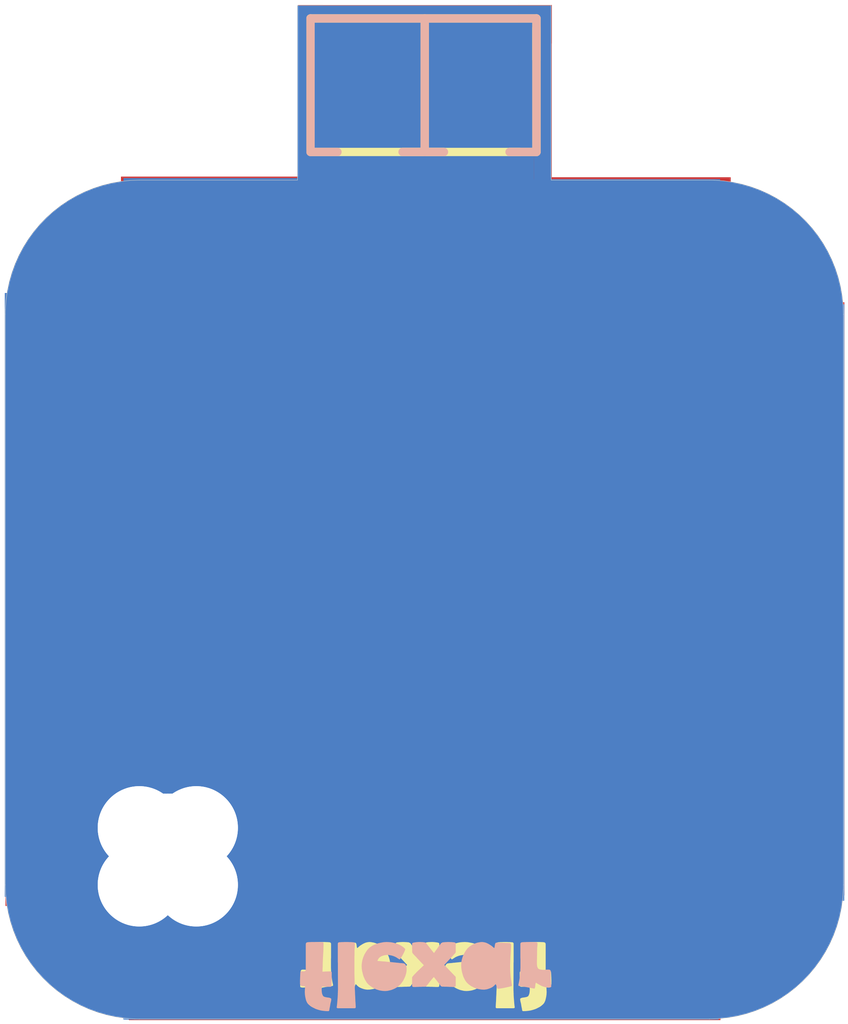
<source format=kicad_pcb>
(kicad_pcb (version 4) (generator gerbview)
  (layers (0 F.Cu signal) (1 In1.Cu signal) (2 In2.Cu signal) (3 In3.Cu signal) (4 In4.Cu signal) (31 B.Cu signal) (34 B.Paste user) (35 F.Paste user) (36 B.SilkS user) (37 F.SilkS user) (38 B.Mask user) (39 F.Mask user) (44 Edge.Cuts user))
  (gr_poly (pts (xy 7.4838 1.3755) (xy 7.5091 1.3755) (xy 7.5286 1.3774) (xy 7.5462 1.3794) (xy 7.5599 1.3794) (xy 7.5677 1.3813) (xy 7.5716 1.3813) (xy 7.5852 1.3852) (xy 7.593 1.3872) (xy 7.5989 1.3911) (xy 7.6008 1.3911) (xy 7.6067 1.397) (xy 7.6086 1.4048) (xy 7.6106 1.4106) (xy 7.6106 1.4125) (xy 7.6106 1.6115) (xy 7.6106 1.6193) (xy 7.6067 1.6252) (xy 7.6008 1.6388) (xy 7.593 1.6486) (xy 7.5911 1.6505) (xy 7.5891 1.6525) (xy 7.5579 1.6857) (xy 7.5306 1.7169) (xy 7.5033 1.7442) (xy 7.4779 1.7715) (xy 7.4565 1.7949) (xy 7.435 1.8183) (xy 7.4155 1.8378) (xy 7.3999 1.8554) (xy 7.3843 1.8729) (xy 7.3706 1.8866) (xy 7.3609 1.8983) (xy 7.3511 1.9061) (xy 7.3453 1.9139) (xy 7.3394 1.9197) (xy 7.3375 1.9217) (xy 7.3355 1.9236) (xy 7.3667 1.9568) (xy 7.394 1.9861) (xy 7.4214 2.0134) (xy 7.4467 2.0407) (xy 7.4682 2.0641) (xy 7.4896 2.0855) (xy 7.5091 2.1051) (xy 7.5247 2.1226) (xy 7.5404 2.1382) (xy 7.554 2.1519) (xy 7.5638 2.1636) (xy 7.5735 2.1733) (xy 7.5794 2.1792) (xy 7.5852 2.185) (xy 7.5891 2.1889) (xy 7.5969 2.1948) (xy 7.6008 2.2006) (xy 7.6086 2.2143) (xy 7.6106 2.2221) (xy 7.6106 2.226) (xy 7.6106 2.425) (xy 7.6086 2.4347) (xy 7.6047 2.4425) (xy 7.5969 2.4464) (xy 7.5911 2.4503) (xy 7.5755 2.4542) (xy 7.5286 2.4542) (xy 7.5033 2.4523) (xy 7.4604 2.4523) (xy 7.4428 2.4503) (xy 7.4272 2.4503) (xy 7.394 2.4484) (xy 7.3414 2.4484) (xy 7.3219 2.4464) (xy 7.279 2.4464) (xy 7.2711 2.4425) (xy 7.2575 2.4367) (xy 7.2497 2.4289) (xy 7.2458 2.4269) (xy 7.2458 2.425) (xy 7.2224 2.3899) (xy 7.1951 2.3548) (xy 7.1678 2.3196) (xy 7.1424 2.2865) (xy 7.119 2.2572) (xy 7.1092 2.2455) (xy 7.1014 2.2358) (xy 7.0936 2.226) (xy 7.0878 2.2201) (xy 7.0858 2.2163) (xy 7.0839 2.2143) (xy 7.0449 2.2592) (xy 7.0098 2.3001) (xy 6.9805 2.3372) (xy 6.9571 2.3665) (xy 6.9376 2.3918) (xy 6.9239 2.4094) (xy 6.9142 2.4211) (xy 6.9122 2.425) (xy 6.9044 2.4328) (xy 6.8966 2.4386) (xy 6.883 2.4464) (xy 6.8732 2.4484) (xy 6.8069 2.4484) (xy 6.7854 2.4503) (xy 6.7347 2.4503) (xy 6.7035 2.4523) (xy 6.6762 2.4523) (xy 6.6528 2.4542) (xy 6.6001 2.4542) (xy 6.5865 2.4523) (xy 6.5767 2.4503) (xy 6.5708 2.4445) (xy 6.5669 2.4406) (xy 6.5611 2.4289) (xy 6.5611 2.4269) (xy 6.5611 2.425) (xy 6.5611 2.226) (xy 6.563 2.2201) (xy 6.5669 2.2143) (xy 6.5728 2.2045) (xy 6.5806 2.1948) (xy 6.6001 2.1714) (xy 6.6235 2.146) (xy 6.6469 2.1226) (xy 6.6664 2.1012) (xy 6.6742 2.0934) (xy 6.6802 2.0875) (xy 6.684 2.0836) (xy 6.6859 2.0816) (xy 6.7445 2.027) (xy 6.7698 2.0017) (xy 6.7952 1.9783) (xy 6.8147 1.9588) (xy 6.8303 1.9451) (xy 6.84 1.9353) (xy 6.8439 1.9315) (xy 6.8127 1.8983) (xy 6.7815 1.8671) (xy 6.7542 1.8378) (xy 6.7289 1.8105) (xy 6.7054 1.7851) (xy 6.684 1.7637) (xy 6.6664 1.7422) (xy 6.6489 1.7247) (xy 6.6333 1.7091) (xy 6.6196 1.6954) (xy 6.6099 1.6837) (xy 6.6001 1.6739) (xy 6.5942 1.6661) (xy 6.5884 1.6603) (xy 6.5865 1.6583) (xy 6.5845 1.6564) (xy 6.5767 1.6466) (xy 6.5728 1.6388) (xy 6.565 1.6252) (xy 6.563 1.6174) (xy 6.563 1.6135) (xy 6.563 1.5998) (xy 6.563 1.5823) (xy 6.563 1.5491) (xy 6.5611 1.5354) (xy 6.5611 1.5237) (xy 6.5611 1.5159) (xy 6.5611 1.512) (xy 6.5611 1.4886) (xy 6.5611 1.4691) (xy 6.5611 1.4516) (xy 6.5611 1.4379) (xy 6.5611 1.4262) (xy 6.5611 1.4184) (xy 6.5611 1.4145) (xy 6.5611 1.4125) (xy 6.563 1.4067) (xy 6.5689 1.3989) (xy 6.5767 1.395) (xy 6.5884 1.3892) (xy 6.6021 1.3872) (xy 6.6177 1.3833) (xy 6.6508 1.3794) (xy 6.682 1.3755) (xy 6.6976 1.3755) (xy 6.7113 1.3735) (xy 6.7679 1.3735) (xy 6.7932 1.3755) (xy 6.8147 1.3755) (xy 6.8322 1.3774) (xy 6.8439 1.3794) (xy 6.8537 1.3794) (xy 6.8596 1.3813) (xy 6.8615 1.3813) (xy 6.881 1.3872) (xy 6.8947 1.397) (xy 6.9025 1.4048) (xy 6.9044 1.4087) (xy 6.9317 1.4438) (xy 6.9571 1.475) (xy 6.9785 1.5023) (xy 6.998 1.5277) (xy 7.0156 1.5491) (xy 7.0312 1.5686) (xy 7.0429 1.5842) (xy 7.0546 1.5979) (xy 7.0644 1.6096) (xy 7.0702 1.6174) (xy 7.0819 1.631) (xy 7.0858 1.6369) (xy 7.0878 1.6388) (xy 7.1268 1.5842) (xy 7.1619 1.5374) (xy 7.1892 1.4964) (xy 7.2126 1.4633) (xy 7.2321 1.4379) (xy 7.2458 1.4184) (xy 7.2536 1.4067) (xy 7.2556 1.4048) (xy 7.2556 1.4028) (xy 7.275 1.393) (xy 7.2887 1.3852) (xy 7.2965 1.3813) (xy 7.2985 1.3813) (xy 7.3199 1.3794) (xy 7.3414 1.3774) (xy 7.3648 1.3755) (xy 7.3863 1.3755) (xy 7.4038 1.3735) (xy 7.4584 1.3735)) (layer B.SilkS) (width 0))
  (gr_poly (pts (xy 6.0012 1.3755) (xy 6.05 1.3794) (xy 6.0968 1.3872) (xy 6.1378 1.397) (xy 6.1768 1.4087) (xy 6.2119 1.4204) (xy 6.2431 1.434) (xy 6.2704 1.4478) (xy 6.2958 1.4613) (xy 6.3172 1.475) (xy 6.3348 1.4867) (xy 6.3504 1.4984) (xy 6.3621 1.5081) (xy 6.3699 1.5159) (xy 6.3738 1.5198) (xy 6.3758 1.5218) (xy 6.3875 1.5315) (xy 6.3933 1.5413) (xy 6.3953 1.5452) (xy 6.3953 1.5472) (xy 6.3933 1.5608) (xy 6.3875 1.5784) (xy 6.3777 1.5998) (xy 6.368 1.6232) (xy 6.3563 1.6447) (xy 6.3485 1.6623) (xy 6.3407 1.6739) (xy 6.3387 1.6759) (xy 6.3387 1.6779) (xy 6.329 1.6974) (xy 6.3192 1.713) (xy 6.3094 1.7286) (xy 6.3017 1.7403) (xy 6.288 1.7598) (xy 6.2782 1.7754) (xy 6.2685 1.7851) (xy 6.2626 1.789) (xy 6.2607 1.7929) (xy 6.2587 1.7929) (xy 6.2275 1.7734) (xy 6.2002 1.7559) (xy 6.1885 1.7481) (xy 6.1807 1.7422) (xy 6.1749 1.7403) (xy 6.1729 1.7383) (xy 6.1358 1.7208) (xy 6.0988 1.7071) (xy 6.0637 1.6974) (xy 6.0344 1.6915) (xy 6.0071 1.6876) (xy 5.9876 1.6837) (xy 5.97 1.6837) (xy 5.9408 1.6857) (xy 5.9115 1.6896) (xy 5.8881 1.6935) (xy 5.8647 1.7013) (xy 5.8471 1.7071) (xy 5.8335 1.711) (xy 5.8257 1.7149) (xy 5.8218 1.7169) (xy 5.7945 1.7325) (xy 5.773 1.75) (xy 5.7574 1.7676) (xy 5.7457 1.7871) (xy 5.7359 1.8027) (xy 5.732 1.8163) (xy 5.7281 1.8242) (xy 5.7281 1.8281) (xy 5.7769 1.832) (xy 5.8218 1.8359) (xy 5.8627 1.8398) (xy 5.9018 1.8417) (xy 5.9369 1.8456) (xy 5.97 1.8495) (xy 5.9993 1.8515) (xy 6.0246 1.8534) (xy 6.0481 1.8554) (xy 6.0676 1.8573) (xy 6.0851 1.8593) (xy 6.0988 1.8612) (xy 6.1105 1.8612) (xy 6.1183 1.8632) (xy 6.1241 1.8632) (xy 6.1631 1.8671) (xy 6.1963 1.871) (xy 6.2275 1.8729) (xy 6.2529 1.8768) (xy 6.2743 1.8788) (xy 6.2938 1.8807) (xy 6.3094 1.8807) (xy 6.3231 1.8827) (xy 6.3329 1.8846) (xy 6.3465 1.8846) (xy 6.3504 1.8866) (xy 6.3563 1.8866) (xy 6.3699 1.8905) (xy 6.3816 1.8963) (xy 6.3992 1.9139) (xy 6.4128 1.9353) (xy 6.4206 1.9588) (xy 6.4265 1.9802) (xy 6.4284 1.9997) (xy 6.4304 2.0075) (xy 6.4304 2.0134) (xy 6.4304 2.0153) (xy 6.4304 2.0173) (xy 6.4284 2.0582) (xy 6.4245 2.0953) (xy 6.4167 2.1324) (xy 6.407 2.1675) (xy 6.3953 2.2006) (xy 6.3816 2.2319) (xy 6.368 2.2611) (xy 6.3543 2.2884) (xy 6.3407 2.3118) (xy 6.327 2.3313) (xy 6.3133 2.3509) (xy 6.3017 2.3665) (xy 6.2919 2.3782) (xy 6.2841 2.386) (xy 6.2802 2.3918) (xy 6.2782 2.3938) (xy 6.249 2.4211) (xy 6.2197 2.4464) (xy 6.1885 2.4679) (xy 6.1573 2.4854) (xy 6.1261 2.5011) (xy 6.0968 2.5128) (xy 6.0676 2.5245) (xy 6.0383 2.5323) (xy 6.0129 2.5381) (xy 5.9876 2.544) (xy 5.9661 2.5479) (xy 5.9486 2.5498) (xy 5.933 2.5498) (xy 5.9213 2.5518) (xy 5.9115 2.5518) (xy 5.8647 2.5498) (xy 5.8198 2.544) (xy 5.7769 2.5362) (xy 5.7379 2.5245) (xy 5.7008 2.5128) (xy 5.6677 2.4972) (xy 5.6364 2.4816) (xy 5.6091 2.4659) (xy 5.5838 2.4503) (xy 5.5604 2.4347) (xy 5.5428 2.4191) (xy 5.5272 2.4074) (xy 5.5135 2.3957) (xy 5.5057 2.3879) (xy 5.4999 2.3821) (xy 5.498 2.3801) (xy 5.4706 2.3489) (xy 5.4492 2.3138) (xy 5.4277 2.2787) (xy 5.4121 2.2436) (xy 5.3965 2.2084) (xy 5.3848 2.1733) (xy 5.3751 2.1382) (xy 5.3673 2.1051) (xy 5.3594 2.0739) (xy 5.3555 2.0465) (xy 5.3516 2.0193) (xy 5.3497 1.9978) (xy 5.3497 1.9802) (xy 5.3477 1.9666) (xy 5.3477 1.9588) (xy 5.3477 1.9548) (xy 5.3497 1.9061) (xy 5.3555 1.8612) (xy 5.3634 1.8163) (xy 5.3751 1.7754) (xy 5.3868 1.7383) (xy 5.4024 1.7032) (xy 5.416 1.6701) (xy 5.4336 1.6427) (xy 5.4492 1.6154) (xy 5.4648 1.592) (xy 5.4784 1.5725) (xy 5.4902 1.5569) (xy 5.5018 1.5452) (xy 5.5096 1.5354) (xy 5.5155 1.5296) (xy 5.5175 1.5277) (xy 5.5487 1.5003) (xy 5.5818 1.4769) (xy 5.6169 1.4555) (xy 5.654 1.4379) (xy 5.6891 1.4243) (xy 5.7242 1.4106) (xy 5.7593 1.4008) (xy 5.7945 1.393) (xy 5.8257 1.3872) (xy 5.8549 1.3813) (xy 5.8803 1.3774) (xy 5.9037 1.3755) (xy 5.9232 1.3755) (xy 5.9369 1.3735) (xy 5.9486 1.3735)) (layer B.SilkS) (width 0))
  (gr_poly (pts (xy 4.3353 1.3755) (xy 4.3802 1.3755) (xy 4.3938 1.3774) (xy 4.4016 1.3774) (xy 4.4114 1.3794) (xy 4.4192 1.3813) (xy 4.4231 1.3872) (xy 4.427 1.3911) (xy 4.4309 1.3989) (xy 4.4309 1.4028) (xy 4.4309 1.436) (xy 4.4309 1.4711) (xy 4.4289 1.5081) (xy 4.4289 1.5452) (xy 4.427 1.5764) (xy 4.427 1.592) (xy 4.427 1.6037) (xy 4.425 1.6135) (xy 4.425 1.6213) (xy 4.425 1.6252) (xy 4.425 1.6271) (xy 4.4231 1.6564) (xy 4.4211 1.6817) (xy 4.4211 1.7071) (xy 4.4192 1.7286) (xy 4.4172 1.75) (xy 4.4172 1.7676) (xy 4.4153 1.7988) (xy 4.4153 1.8222) (xy 4.4133 1.8378) (xy 4.4133 1.8476) (xy 4.4133 1.8515) (xy 4.4114 1.9041) (xy 4.4114 1.951) (xy 4.4095 1.9919) (xy 4.4075 2.0251) (xy 4.4075 2.0524) (xy 4.4056 2.0719) (xy 4.4056 2.0836) (xy 4.4056 2.0875) (xy 4.4348 2.0855) (xy 4.466 2.0836) (xy 4.4972 2.0816) (xy 4.5284 2.0816) (xy 4.5558 2.0797) (xy 4.5987 2.0797) (xy 4.6084 2.0816) (xy 4.6162 2.0836) (xy 4.6201 2.0875) (xy 4.624 2.0934) (xy 4.6279 2.1031) (xy 4.6279 2.1051) (xy 4.6279 2.107) (xy 4.6279 2.1265) (xy 4.6279 2.1499) (xy 4.6279 2.1753) (xy 4.6279 2.2026) (xy 4.6279 2.2279) (xy 4.6279 2.2475) (xy 4.6279 2.2553) (xy 4.6279 2.2611) (xy 4.6279 2.265) (xy 4.6279 2.267) (xy 4.626 2.304) (xy 4.626 2.3352) (xy 4.626 2.3625) (xy 4.624 2.386) (xy 4.624 2.4035) (xy 4.624 2.4152) (xy 4.624 2.423) (xy 4.624 2.425) (xy 4.6221 2.4328) (xy 4.6182 2.4406) (xy 4.6084 2.4464) (xy 4.5967 2.4503) (xy 4.5304 2.4503) (xy 4.5148 2.4484) (xy 4.468 2.4484) (xy 4.4485 2.4464) (xy 4.3938 2.4464) (xy 4.3899 2.4718) (xy 4.388 2.4933) (xy 4.386 2.503) (xy 4.386 2.5108) (xy 4.386 2.5147) (xy 4.386 2.5167) (xy 4.388 2.5576) (xy 4.3919 2.5908) (xy 4.3977 2.6181) (xy 4.4056 2.6396) (xy 4.4133 2.6552) (xy 4.4192 2.667) (xy 4.4231 2.6727) (xy 4.425 2.6747) (xy 4.4368 2.6825) (xy 4.4524 2.6903) (xy 4.4699 2.6961) (xy 4.4894 2.7) (xy 4.5089 2.7039) (xy 4.5245 2.7059) (xy 4.5343 2.7078) (xy 4.5382 2.7078) (xy 4.5655 2.7117) (xy 4.585 2.7176) (xy 4.5987 2.7234) (xy 4.6084 2.7293) (xy 4.6143 2.7351) (xy 4.6162 2.739) (xy 4.6182 2.741) (xy 4.6182 2.743) (xy 4.6162 2.7625) (xy 4.6143 2.7859) (xy 4.6123 2.7937) (xy 4.6104 2.8015) (xy 4.6084 2.8073) (xy 4.6084 2.8093) (xy 4.6045 2.8268) (xy 4.6006 2.8405) (xy 4.5987 2.8502) (xy 4.5967 2.858) (xy 4.5948 2.8639) (xy 4.5948 2.8678) (xy 4.5948 2.8697) (xy 4.5889 2.9068) (xy 4.5831 2.94) (xy 4.5772 2.9653) (xy 4.5733 2.9868) (xy 4.5714 3.0024) (xy 4.5694 3.0141) (xy 4.5675 3.02) (xy 4.5675 3.0219) (xy 4.5616 3.0297) (xy 4.5518 3.0336) (xy 4.544 3.0356) (xy 4.5401 3.0356) (xy 4.4797 3.0336) (xy 4.4231 3.0277) (xy 4.3704 3.02) (xy 4.3236 3.0082) (xy 4.2788 2.9946) (xy 4.2397 2.9809) (xy 4.2046 2.9634) (xy 4.1734 2.9478) (xy 4.1441 2.9322) (xy 4.1207 2.9166) (xy 4.1012 2.901) (xy 4.0856 2.8873) (xy 4.072 2.8756) (xy 4.0642 2.8678) (xy 4.0583 2.8619) (xy 4.0564 2.86) (xy 4.0427 2.8424) (xy 4.031 2.8229) (xy 4.0115 2.7781) (xy 3.9998 2.7312) (xy 3.99 2.6844) (xy 3.9842 2.6435) (xy 3.9822 2.6239) (xy 3.9822 2.6083) (xy 3.9803 2.5947) (xy 3.9803 2.5849) (xy 3.9803 2.5791) (xy 3.9803 2.5771) (xy 3.9803 2.5557) (xy 3.9822 2.5342) (xy 3.9822 2.5108) (xy 3.9842 2.4874) (xy 3.9842 2.4679) (xy 3.9861 2.4523) (xy 3.9861 2.4406) (xy 3.9861 2.4386) (xy 3.9861 2.4367) (xy 3.9569 2.4347) (xy 3.9315 2.4328) (xy 3.9218 2.4328) (xy 3.914 2.4308) (xy 3.9081 2.4308) (xy 3.8945 2.4269) (xy 3.8827 2.4191) (xy 3.875 2.4113) (xy 3.8711 2.4035) (xy 3.8671 2.3938) (xy 3.8652 2.3879) (xy 3.8652 2.3821) (xy 3.8652 2.3801) (xy 3.8652 2.3469) (xy 3.8652 2.3138) (xy 3.8652 2.2845) (xy 3.8671 2.2572) (xy 3.8671 2.2299) (xy 3.8691 2.2065) (xy 3.8691 2.185) (xy 3.8711 2.1675) (xy 3.8711 2.1499) (xy 3.8711 2.1343) (xy 3.873 2.1226) (xy 3.873 2.1129) (xy 3.875 2.1031) (xy 3.875 2.0973) (xy 3.875 2.0953) (xy 3.875 2.0934) (xy 3.8769 2.0875) (xy 3.8808 2.0836) (xy 3.8925 2.0797) (xy 3.9042 2.0778) (xy 3.9335 2.0778) (xy 3.9452 2.0797) (xy 3.9588 2.0797) (xy 3.9744 2.0778) (xy 3.9842 2.0739) (xy 3.992 2.0701) (xy 3.9978 2.0641) (xy 4.0018 2.0563) (xy 4.0037 2.0524) (xy 4.0037 2.0485) (xy 4.0037 2.0465) (xy 4.0037 1.4243) (xy 4.0057 1.4125) (xy 4.0096 1.4008) (xy 4.0154 1.393) (xy 4.0232 1.3872) (xy 4.0349 1.3813) (xy 4.0388 1.3794) (xy 4.0486 1.3794) (xy 4.0583 1.3774) (xy 4.0837 1.3755) (xy 4.111 1.3755) (xy 4.1383 1.3735) (xy 4.3197 1.3735)) (layer B.SilkS) (width 0))
  (gr_poly (pts (xy 9.4735 1.3755) (xy 9.5145 1.3755) (xy 9.5281 1.3774) (xy 9.5379 1.3774) (xy 9.5515 1.3794) (xy 9.5613 1.3833) (xy 9.5672 1.3892) (xy 9.573 1.393) (xy 9.5769 1.4048) (xy 9.5769 1.4067) (xy 9.5769 1.4087) (xy 9.5769 1.4204) (xy 9.5769 1.436) (xy 9.575 1.4672) (xy 9.573 1.4808) (xy 9.573 1.4925) (xy 9.571 1.5003) (xy 9.571 1.5023) (xy 9.5691 1.5257) (xy 9.5691 1.5452) (xy 9.5691 1.5628) (xy 9.5672 1.5764) (xy 9.5672 1.5881) (xy 9.5672 1.5959) (xy 9.5672 1.5998) (xy 9.5672 1.6018) (xy 9.5672 1.6213) (xy 9.5672 1.6447) (xy 9.5672 1.6701) (xy 9.5672 1.6935) (xy 9.5652 1.7149) (xy 9.5652 1.7325) (xy 9.5652 1.7442) (xy 9.5652 1.7461) (xy 9.5652 1.7481) (xy 9.5652 1.7832) (xy 9.5632 1.8124) (xy 9.5632 1.8378) (xy 9.5632 1.8593) (xy 9.5632 1.8749) (xy 9.5632 1.8866) (xy 9.5632 1.8944) (xy 9.5632 1.8963) (xy 9.5652 1.9275) (xy 9.5691 1.9529) (xy 9.573 1.9724) (xy 9.5808 1.988) (xy 9.5867 1.9997) (xy 9.5906 2.0075) (xy 9.5945 2.0114) (xy 9.5964 2.0134) (xy 9.612 2.0231) (xy 9.6315 2.0309) (xy 9.651 2.0348) (xy 9.6725 2.0387) (xy 9.6939 2.0407) (xy 9.7096 2.0426) (xy 9.7447 2.0426) (xy 9.7642 2.0407) (xy 9.7739 2.0407) (xy 9.7817 2.0387) (xy 9.7876 2.0387) (xy 9.8149 2.0368) (xy 9.85 2.0368) (xy 9.8656 2.0387) (xy 9.8773 2.0447) (xy 9.8851 2.0504) (xy 9.891 2.0602) (xy 9.8949 2.068) (xy 9.8968 2.0739) (xy 9.8968 2.0797) (xy 9.8968 2.0816) (xy 9.8968 2.0914) (xy 9.8968 2.1051) (xy 9.8968 2.1343) (xy 9.8949 2.148) (xy 9.8949 2.1597) (xy 9.8949 2.1675) (xy 9.8949 2.1694) (xy 9.8949 2.1889) (xy 9.8949 2.2065) (xy 9.8949 2.2221) (xy 9.8949 2.2338) (xy 9.8949 2.2436) (xy 9.8949 2.2514) (xy 9.8949 2.2553) (xy 9.8949 2.2572) (xy 9.8949 2.2689) (xy 9.8968 2.2826) (xy 9.8988 2.3138) (xy 9.8988 2.3274) (xy 9.9007 2.3392) (xy 9.9007 2.3469) (xy 9.9007 2.3489) (xy 9.9027 2.3704) (xy 9.9046 2.3879) (xy 9.9066 2.4035) (xy 9.9085 2.4172) (xy 9.9085 2.4269) (xy 9.9085 2.4347) (xy 9.9085 2.4386) (xy 9.9085 2.4406) (xy 9.9066 2.4503) (xy 9.8988 2.4581) (xy 9.889 2.462) (xy 9.8773 2.4659) (xy 9.8637 2.4679) (xy 9.8539 2.4698) (xy 9.8441 2.4698) (xy 9.8071 2.4679) (xy 9.77 2.4601) (xy 9.7369 2.4503) (xy 9.7037 2.4406) (xy 9.6764 2.4289) (xy 9.6569 2.4191) (xy 9.6491 2.4152) (xy 9.6432 2.4113) (xy 9.6393 2.4094) (xy 9.6374 2.4094) (xy 9.6218 2.3996) (xy 9.6062 2.3918) (xy 9.5828 2.3782) (xy 9.5672 2.3684) (xy 9.5554 2.3606) (xy 9.5496 2.3567) (xy 9.5457 2.3528) (xy 9.5437 2.3509) (xy 9.5379 2.3548) (xy 9.534 2.3645) (xy 9.5301 2.3762) (xy 9.5281 2.3899) (xy 9.5262 2.4016) (xy 9.5242 2.4133) (xy 9.5242 2.4211) (xy 9.5242 2.423) (xy 9.5223 2.4464) (xy 9.5184 2.464) (xy 9.5145 2.4757) (xy 9.5106 2.4854) (xy 9.5067 2.4893) (xy 9.5028 2.4913) (xy 9.5008 2.4933) (xy 9.495 2.4933) (xy 9.4891 2.4913) (xy 9.4794 2.4893) (xy 9.4677 2.4874) (xy 9.454 2.4854) (xy 9.4384 2.4816) (xy 9.4033 2.4757) (xy 9.3701 2.4698) (xy 9.3545 2.4659) (xy 9.3409 2.464) (xy 9.3311 2.462) (xy 9.3214 2.4601) (xy 9.3155 2.4581) (xy 9.3136 2.4581) (xy 9.2726 2.4523) (xy 9.2355 2.4464) (xy 9.2043 2.4406) (xy 9.179 2.4367) (xy 9.1594 2.4347) (xy 9.1438 2.4328) (xy 9.136 2.4308) (xy 9.1321 2.4308) (xy 9.1224 2.425) (xy 9.1186 2.4191) (xy 9.1165 2.4113) (xy 9.1165 2.4094) (xy 9.1186 2.3996) (xy 9.1186 2.3957) (xy 9.1186 2.3938) (xy 9.1263 2.3606) (xy 9.1341 2.3255) (xy 9.1458 2.2533) (xy 9.1556 2.1792) (xy 9.1594 2.1441) (xy 9.1614 2.1109) (xy 9.1634 2.0797) (xy 9.1653 2.0504) (xy 9.1653 2.0231) (xy 9.1672 2.0017) (xy 9.1672 1.9822) (xy 9.1672 1.9685) (xy 9.1672 1.9607) (xy 9.1672 1.9568) (xy 9.1672 1.9393) (xy 9.1672 1.9197) (xy 9.1672 1.8749) (xy 9.1672 1.83) (xy 9.1672 1.7871) (xy 9.1653 1.7481) (xy 9.1653 1.7305) (xy 9.1653 1.7149) (xy 9.1653 1.7032) (xy 9.1653 1.6935) (xy 9.1653 1.6876) (xy 9.1653 1.6857) (xy 9.1653 1.6525) (xy 9.1653 1.6232) (xy 9.1653 1.594) (xy 9.1653 1.5686) (xy 9.1653 1.5432) (xy 9.1653 1.5218) (xy 9.1653 1.5023) (xy 9.1653 1.4847) (xy 9.1653 1.4672) (xy 9.1653 1.4535) (xy 9.1653 1.4438) (xy 9.1653 1.434) (xy 9.1653 1.4262) (xy 9.1653 1.4204) (xy 9.1653 1.4184) (xy 9.1653 1.4165) (xy 9.1672 1.4067) (xy 9.1712 1.397) (xy 9.1829 1.3872) (xy 9.1946 1.3813) (xy 9.1985 1.3794) (xy 9.2004 1.3794) (xy 9.2277 1.3774) (xy 9.255 1.3755) (xy 9.2843 1.3755) (xy 9.3116 1.3735) (xy 9.4462 1.3735)) (layer B.SilkS) (width 0))
  (gr_poly (pts (xy 8.268 1.3755) (xy 8.2933 1.3794) (xy 8.3187 1.3852) (xy 8.344 1.393) (xy 8.3909 1.4145) (xy 8.4299 1.4379) (xy 8.4474 1.4496) (xy 8.465 1.4594) (xy 8.4787 1.4711) (xy 8.4903 1.4808) (xy 8.5001 1.4886) (xy 8.506 1.4945) (xy 8.5099 1.4984) (xy 8.5118 1.5003) (xy 8.5217 1.5081) (xy 8.5294 1.514) (xy 8.5333 1.5179) (xy 8.5352 1.5179) (xy 8.5391 1.5159) (xy 8.5411 1.5081) (xy 8.545 1.4984) (xy 8.5469 1.4867) (xy 8.5489 1.473) (xy 8.5489 1.4633) (xy 8.5508 1.4555) (xy 8.5508 1.4535) (xy 8.5547 1.4321) (xy 8.5586 1.4165) (xy 8.5645 1.4048) (xy 8.5703 1.397) (xy 8.5762 1.393) (xy 8.5801 1.3911) (xy 8.582 1.3892) (xy 8.6484 1.3892) (xy 8.7088 1.3911) (xy 8.7634 1.393) (xy 8.7869 1.393) (xy 8.8103 1.395) (xy 8.8473 1.395) (xy 8.8649 1.397) (xy 8.8766 1.397) (xy 8.8883 1.3989) (xy 8.902 1.3989) (xy 8.9156 1.4008) (xy 8.9254 1.4067) (xy 8.9312 1.4145) (xy 8.9371 1.4243) (xy 8.939 1.4321) (xy 8.941 1.4399) (xy 8.941 1.4457) (xy 8.941 1.4478) (xy 8.941 1.4652) (xy 8.941 1.4828) (xy 8.939 1.5237) (xy 8.9371 1.5667) (xy 8.9351 1.6076) (xy 8.9332 1.6447) (xy 8.9312 1.6623) (xy 8.9312 1.6759) (xy 8.9312 1.6876) (xy 8.9293 1.6954) (xy 8.9293 1.7013) (xy 8.9293 1.7032) (xy 8.9273 1.7344) (xy 8.9254 1.7637) (xy 8.9254 1.791) (xy 8.9234 1.8163) (xy 8.9234 1.8398) (xy 8.9215 1.8612) (xy 8.9215 1.8807) (xy 8.9215 1.8983) (xy 8.9195 1.9119) (xy 8.9195 1.9256) (xy 8.9195 1.9373) (xy 8.9195 1.947) (xy 8.9195 1.9529) (xy 8.9195 1.9588) (xy 8.9195 1.9627) (xy 8.9215 2.0465) (xy 8.9254 2.1265) (xy 8.9293 2.1636) (xy 8.9312 2.1987) (xy 8.9351 2.2338) (xy 8.939 2.2631) (xy 8.9429 2.2923) (xy 8.9468 2.3177) (xy 8.9488 2.3392) (xy 8.9527 2.3587) (xy 8.9546 2.3743) (xy 8.9566 2.384) (xy 8.9585 2.3918) (xy 8.9585 2.3938) (xy 8.9605 2.4055) (xy 8.9605 2.4133) (xy 8.9605 2.4172) (xy 8.9585 2.425) (xy 8.9527 2.4308) (xy 8.9468 2.4347) (xy 8.9449 2.4367) (xy 8.9234 2.4425) (xy 8.9 2.4484) (xy 8.8727 2.4542) (xy 8.8454 2.4601) (xy 8.822 2.4659) (xy 8.8005 2.4698) (xy 8.7947 2.4718) (xy 8.7888 2.4738) (xy 8.783 2.4738) (xy 8.744 2.4816) (xy 8.7088 2.4874) (xy 8.6815 2.4913) (xy 8.6601 2.4952) (xy 8.6445 2.4952) (xy 8.6328 2.4972) (xy 8.6249 2.4972) (xy 8.6191 2.4952) (xy 8.6132 2.4893) (xy 8.6074 2.4796) (xy 8.6035 2.4698) (xy 8.5996 2.4601) (xy 8.5957 2.4503) (xy 8.5937 2.4445) (xy 8.5937 2.4425) (xy 8.5898 2.425) (xy 8.584 2.4113) (xy 8.5801 2.4035) (xy 8.5781 2.3957) (xy 8.5762 2.3918) (xy 8.5742 2.3899) (xy 8.5723 2.3899) (xy 8.5645 2.3918) (xy 8.5625 2.3938) (xy 8.543 2.4152) (xy 8.5217 2.4347) (xy 8.5001 2.4523) (xy 8.4767 2.4659) (xy 8.4533 2.4777) (xy 8.4299 2.4874) (xy 8.385 2.503) (xy 8.346 2.5128) (xy 8.3284 2.5147) (xy 8.3128 2.5167) (xy 8.3011 2.5186) (xy 8.2836 2.5186) (xy 8.2368 2.5167) (xy 8.1938 2.5108) (xy 8.1509 2.503) (xy 8.1139 2.4933) (xy 8.0768 2.4796) (xy 8.0436 2.4659) (xy 8.0144 2.4503) (xy 7.9871 2.4367) (xy 7.9637 2.4211) (xy 7.9422 2.4055) (xy 7.9227 2.3918) (xy 7.909 2.3782) (xy 7.8973 2.3684) (xy 7.8895 2.3606) (xy 7.8837 2.3548) (xy 7.8817 2.3528) (xy 7.8564 2.3216) (xy 7.8349 2.2904) (xy 7.8174 2.2553) (xy 7.7998 2.2201) (xy 7.7861 2.185) (xy 7.7764 2.1499) (xy 7.7666 2.1168) (xy 7.7588 2.0836) (xy 7.753 2.0524) (xy 7.7491 2.0251) (xy 7.7452 1.9997) (xy 7.7432 1.9763) (xy 7.7432 1.9588) (xy 7.7413 1.9451) (xy 7.7413 1.9373) (xy 7.7413 1.9334) (xy 7.7432 1.8924) (xy 7.7471 1.8515) (xy 7.753 1.8144) (xy 7.7627 1.7773) (xy 7.7725 1.7442) (xy 7.7842 1.711) (xy 7.7978 1.6817) (xy 7.8095 1.6564) (xy 7.8232 1.631) (xy 7.8349 1.6096) (xy 7.8466 1.592) (xy 7.8564 1.5764) (xy 7.8661 1.5628) (xy 7.872 1.555) (xy 7.8759 1.5491) (xy 7.8778 1.5472) (xy 7.9051 1.5159) (xy 7.9344 1.4906) (xy 7.9656 1.4672) (xy 7.9949 1.4478) (xy 8.0261 1.4301) (xy 8.0553 1.4165) (xy 8.0846 1.4048) (xy 8.1139 1.395) (xy 8.1392 1.3872) (xy 8.1646 1.3833) (xy 8.186 1.3794) (xy 8.2036 1.3755) (xy 8.2192 1.3755) (xy 8.2309 1.3735) (xy 8.2407 1.3735)) (layer B.SilkS) (width 0))
  (gr_poly (pts (xy 5.0571 1.3755) (xy 5.0903 1.3755) (xy 5.1156 1.3774) (xy 5.1332 1.3794) (xy 5.1468 1.3794) (xy 5.1546 1.3813) (xy 5.1566 1.3813) (xy 5.1663 1.3852) (xy 5.1722 1.3892) (xy 5.18 1.3989) (xy 5.1839 1.4067) (xy 5.1839 1.4106) (xy 5.1839 1.4243) (xy 5.1839 1.4379) (xy 5.1839 1.4672) (xy 5.1819 1.4808) (xy 5.1819 1.4906) (xy 5.1819 1.4984) (xy 5.1819 1.5003) (xy 5.18 1.5218) (xy 5.178 1.5394) (xy 5.178 1.555) (xy 5.1761 1.5667) (xy 5.1761 1.5764) (xy 5.1761 1.5823) (xy 5.1761 1.5862) (xy 5.1761 1.5881) (xy 5.1761 1.6213) (xy 5.1761 1.6564) (xy 5.1761 1.6935) (xy 5.1741 1.7305) (xy 5.1741 1.8105) (xy 5.1741 1.8866) (xy 5.1741 1.9217) (xy 5.1741 1.9548) (xy 5.1741 1.9861) (xy 5.1741 2.0114) (xy 5.1741 2.0329) (xy 5.1741 2.0485) (xy 5.1741 2.0582) (xy 5.1741 2.0621) (xy 5.1741 2.1324) (xy 5.1761 2.2065) (xy 5.18 2.3548) (xy 5.1819 2.4269) (xy 5.1839 2.4991) (xy 5.1878 2.5674) (xy 5.1897 2.6318) (xy 5.1936 2.6922) (xy 5.1956 2.7488) (xy 5.1975 2.7976) (xy 5.1995 2.821) (xy 5.2014 2.8405) (xy 5.2014 2.858) (xy 5.2034 2.8756) (xy 5.2034 2.8892) (xy 5.2034 2.901) (xy 5.2053 2.9107) (xy 5.2053 2.9166) (xy 5.2053 2.9205) (xy 5.2053 2.9224) (xy 5.2053 2.94) (xy 5.2053 2.9478) (xy 5.2014 2.9556) (xy 5.1936 2.9614) (xy 5.1839 2.9653) (xy 4.7762 2.9653) (xy 4.7664 2.9634) (xy 4.7586 2.9614) (xy 4.7547 2.9575) (xy 4.7508 2.9536) (xy 4.7469 2.9439) (xy 4.7469 2.9419) (xy 4.7469 2.94) (xy 4.7469 2.9341) (xy 4.7489 2.9283) (xy 4.7508 2.9244) (xy 4.7508 2.9224) (xy 4.7586 2.8522) (xy 4.7645 2.7781) (xy 4.7703 2.7078) (xy 4.7723 2.6727) (xy 4.7742 2.6396) (xy 4.7742 2.6083) (xy 4.7762 2.581) (xy 4.7762 2.5557) (xy 4.7781 2.5342) (xy 4.7781 2.5167) (xy 4.7781 2.505) (xy 4.7781 2.4952) (xy 4.7781 2.4933) (xy 4.7762 2.0621) (xy 4.7762 2.0426) (xy 4.7762 2.0212) (xy 4.7762 1.9724) (xy 4.7762 1.9236) (xy 4.7762 1.8749) (xy 4.7742 1.8515) (xy 4.7742 1.83) (xy 4.7742 1.8105) (xy 4.7742 1.7949) (xy 4.7742 1.7812) (xy 4.7742 1.7715) (xy 4.7742 1.7637) (xy 4.7742 1.7617) (xy 4.7742 1.7247) (xy 4.7742 1.6915) (xy 4.7742 1.6583) (xy 4.7742 1.6291) (xy 4.7742 1.6018) (xy 4.7742 1.5784) (xy 4.7742 1.555) (xy 4.7742 1.5354) (xy 4.7742 1.5179) (xy 4.7742 1.5023) (xy 4.7742 1.4886) (xy 4.7742 1.4789) (xy 4.7742 1.4711) (xy 4.7742 1.4633) (xy 4.7742 1.4613) (xy 4.7742 1.4594) (xy 4.7742 1.4125) (xy 4.7762 1.4048) (xy 4.7781 1.397) (xy 4.7879 1.3872) (xy 4.7957 1.3833) (xy 4.7996 1.3813) (xy 4.8074 1.3794) (xy 4.8171 1.3794) (xy 4.8425 1.3774) (xy 4.8718 1.3755) (xy 4.901 1.3755) (xy 4.9283 1.3735) (xy 5.02 1.3735)) (layer B.SilkS) (width 0))
  (gr_poly (pts (xy 5.7652 2.0426) (xy 5.7398 2.0426) (xy 5.7281 2.0447) (xy 5.7203 2.0485) (xy 5.7145 2.0524) (xy 5.7106 2.0582) (xy 5.7067 2.0701) (xy 5.7067 2.0719) (xy 5.7067 2.0739) (xy 5.7086 2.0992) (xy 5.7145 2.1246) (xy 5.7203 2.146) (xy 5.7301 2.1655) (xy 5.7379 2.1811) (xy 5.7437 2.1928) (xy 5.7496 2.2006) (xy 5.7515 2.2026) (xy 5.7691 2.2221) (xy 5.7886 2.2358) (xy 5.8081 2.2475) (xy 5.8257 2.2533) (xy 5.8413 2.2572) (xy 5.8549 2.2611) (xy 5.8666 2.2611) (xy 5.892 2.2592) (xy 5.9134 2.2533) (xy 5.9349 2.2436) (xy 5.9525 2.2358) (xy 5.9661 2.226) (xy 5.9759 2.2163) (xy 5.9837 2.2104) (xy 5.9856 2.2084) (xy 6.0032 2.1889) (xy 6.0149 2.1675) (xy 6.0246 2.148) (xy 6.0305 2.1285) (xy 6.0344 2.1129) (xy 6.0363 2.0992) (xy 6.0363 2.0914) (xy 6.0363 2.0875) (xy 6.0344 2.0836) (xy 6.0305 2.0797) (xy 6.0188 2.0719) (xy 6.0051 2.0701) (xy 6.0012 2.068) (xy 5.9993 2.068) (xy 5.9681 2.0641) (xy 5.9369 2.0602) (xy 5.9095 2.0563) (xy 5.8842 2.0543) (xy 5.8608 2.0504) (xy 5.8393 2.0485) (xy 5.8198 2.0465) (xy 5.8023 2.0465) (xy 5.7886 2.0447) (xy 5.775 2.0447)) (layer B.SilkS) (width 0))
  (gr_poly (pts (xy 8.344 1.7325) (xy 8.3402 1.7325) (xy 8.307 1.7344) (xy 8.2777 1.7422) (xy 8.2524 1.752) (xy 8.2309 1.7656) (xy 8.2134 1.7773) (xy 8.1997 1.7871) (xy 8.1899 1.7949) (xy 8.188 1.7968) (xy 8.1665 1.8222) (xy 8.1529 1.8495) (xy 8.1412 1.8768) (xy 8.1334 1.9002) (xy 8.1295 1.9217) (xy 8.1275 1.9393) (xy 8.1256 1.951) (xy 8.1256 1.9529) (xy 8.1256 1.9548) (xy 8.1275 1.99) (xy 8.1353 2.0212) (xy 8.1451 2.0485) (xy 8.1548 2.0719) (xy 8.1665 2.0895) (xy 8.1743 2.1031) (xy 8.1821 2.1129) (xy 8.1841 2.1148) (xy 8.2075 2.1363) (xy 8.2329 2.1519) (xy 8.2602 2.1616) (xy 8.2836 2.1694) (xy 8.307 2.1733) (xy 8.3245 2.1772) (xy 8.3402 2.1772) (xy 8.3753 2.1753) (xy 8.4065 2.1675) (xy 8.4338 2.1577) (xy 8.4552 2.146) (xy 8.4747 2.1343) (xy 8.4865 2.1246) (xy 8.4963 2.1168) (xy 8.4982 2.1148) (xy 8.5177 2.0895) (xy 8.5333 2.0641) (xy 8.543 2.0368) (xy 8.5508 2.0114) (xy 8.5547 1.99) (xy 8.5586 1.9705) (xy 8.5586 1.9588) (xy 8.5586 1.9568) (xy 8.5586 1.9548) (xy 8.5567 1.9197) (xy 8.5489 1.8905) (xy 8.5391 1.8632) (xy 8.5294 1.8398) (xy 8.5177 1.8203) (xy 8.5079 1.8066) (xy 8.5001 1.7988) (xy 8.4982 1.7949) (xy 8.4747 1.7734) (xy 8.4474 1.7598) (xy 8.4221 1.7481) (xy 8.3967 1.7403) (xy 8.3733 1.7364) (xy 8.3558 1.7344)) (layer B.SilkS) (width 0))
  (gr_line (start 4.1184 -17.6127) (end 4.7665 -17.6127) (layer B.SilkS) (width 0.2))
  (gr_line (start 6.8654 -17.6127) (end 6.8654 -20.8219) (layer B.SilkS) (width 0.2))
  (gr_line (start 6.3315 -17.6127) (end 7.328 -17.6127) (layer B.SilkS) (width 0.2))
  (gr_line (start 4.1184 -17.6127) (end 4.1184 -20.8219) (layer B.SilkS) (width 0.2))
  (gr_line (start 4.1184 -20.8219) (end 9.5527 -20.8219) (layer B.SilkS) (width 0.2))
  (gr_line (start 9.5527 -17.6127) (end 9.5527 -20.8219) (layer B.SilkS) (width 0.2))
  (gr_line (start 8.9047 -17.6127) (end 9.5527 -17.6127) (layer B.SilkS) (width 0.2))
  (gr_line (start -3.2236 0) (end -3.2236 0) (layer Edge.Cuts) (width 0.01))
  (gr_line (start -3.2236 0) (end -3.2158 0.2248) (layer Edge.Cuts) (width 0.01))
  (gr_line (start -3.2158 0.2248) (end -3.1923 0.4486) (layer Edge.Cuts) (width 0.01))
  (gr_line (start -3.1923 0.4486) (end -3.1532 0.6702) (layer Edge.Cuts) (width 0.01))
  (gr_line (start -3.1532 0.6702) (end -3.0988 0.8885) (layer Edge.Cuts) (width 0.01))
  (gr_line (start -3.0988 0.8885) (end -3.0292 1.1025) (layer Edge.Cuts) (width 0.01))
  (gr_line (start -3.0292 1.1025) (end -2.9449 1.3111) (layer Edge.Cuts) (width 0.01))
  (gr_line (start -2.9449 1.3111) (end -2.8463 1.5134) (layer Edge.Cuts) (width 0.01))
  (gr_line (start -2.8463 1.5134) (end -2.7338 1.7082) (layer Edge.Cuts) (width 0.01))
  (gr_line (start -2.7338 1.7082) (end -2.608 1.8948) (layer Edge.Cuts) (width 0.01))
  (gr_line (start -2.608 1.8948) (end -2.4694 2.0721) (layer Edge.Cuts) (width 0.01))
  (gr_line (start -2.4694 2.0721) (end -2.3189 2.2393) (layer Edge.Cuts) (width 0.01))
  (gr_line (start -2.3189 2.2393) (end -2.157 2.3956) (layer Edge.Cuts) (width 0.01))
  (gr_line (start -2.157 2.3956) (end -1.9847 2.5403) (layer Edge.Cuts) (width 0.01))
  (gr_line (start -1.9847 2.5403) (end -1.8026 2.6725) (layer Edge.Cuts) (width 0.01))
  (gr_line (start -1.8026 2.6725) (end -1.6118 2.7917) (layer Edge.Cuts) (width 0.01))
  (gr_line (start -1.6118 2.7917) (end -1.4131 2.8974) (layer Edge.Cuts) (width 0.01))
  (gr_line (start -1.4131 2.8974) (end -1.2076 2.9889) (layer Edge.Cuts) (width 0.01))
  (gr_line (start -1.2076 2.9889) (end -0.9961 3.0659) (layer Edge.Cuts) (width 0.01))
  (gr_line (start -0.9961 3.0659) (end -0.7798 3.1279) (layer Edge.Cuts) (width 0.01))
  (gr_line (start -0.7798 3.1279) (end -0.5597 3.1747) (layer Edge.Cuts) (width 0.01))
  (gr_line (start -0.5597 3.1747) (end -0.3369 3.206) (layer Edge.Cuts) (width 0.01))
  (gr_line (start -0.3369 3.206) (end -0.1124 3.2217) (layer Edge.Cuts) (width 0.01))
  (gr_line (start -0.1124 3.2217) (end 0 3.2236) (layer Edge.Cuts) (width 0.01))
  (gr_line (start 13.7128 3.2236) (end 13.7128 3.2236) (layer Edge.Cuts) (width 0.01))
  (gr_line (start 13.7128 3.2236) (end 13.9377 3.2158) (layer Edge.Cuts) (width 0.01))
  (gr_line (start 13.9377 3.2158) (end 14.1615 3.1923) (layer Edge.Cuts) (width 0.01))
  (gr_line (start 14.1615 3.1923) (end 14.3831 3.1532) (layer Edge.Cuts) (width 0.01))
  (gr_line (start 14.3831 3.1532) (end 14.6014 3.0988) (layer Edge.Cuts) (width 0.01))
  (gr_line (start 14.6014 3.0988) (end 14.8154 3.0292) (layer Edge.Cuts) (width 0.01))
  (gr_line (start 14.8154 3.0292) (end 15.024 2.9449) (layer Edge.Cuts) (width 0.01))
  (gr_line (start 15.024 2.9449) (end 15.2263 2.8463) (layer Edge.Cuts) (width 0.01))
  (gr_line (start 15.2263 2.8463) (end 15.4211 2.7338) (layer Edge.Cuts) (width 0.01))
  (gr_line (start 15.4211 2.7338) (end 15.6077 2.608) (layer Edge.Cuts) (width 0.01))
  (gr_line (start 15.6077 2.608) (end 15.785 2.4694) (layer Edge.Cuts) (width 0.01))
  (gr_line (start 15.785 2.4694) (end 15.9522 2.3189) (layer Edge.Cuts) (width 0.01))
  (gr_line (start 15.9522 2.3189) (end 16.1085 2.157) (layer Edge.Cuts) (width 0.01))
  (gr_line (start 16.1085 2.157) (end 16.2532 1.9847) (layer Edge.Cuts) (width 0.01))
  (gr_line (start 16.2532 1.9847) (end 16.3854 1.8026) (layer Edge.Cuts) (width 0.01))
  (gr_line (start 16.3854 1.8026) (end 16.5046 1.6118) (layer Edge.Cuts) (width 0.01))
  (gr_line (start 16.5046 1.6118) (end 16.6103 1.4131) (layer Edge.Cuts) (width 0.01))
  (gr_line (start 16.6103 1.4131) (end 16.7018 1.2076) (layer Edge.Cuts) (width 0.01))
  (gr_line (start 16.7018 1.2076) (end 16.7788 0.9961) (layer Edge.Cuts) (width 0.01))
  (gr_line (start 16.7788 0.9961) (end 16.8408 0.7798) (layer Edge.Cuts) (width 0.01))
  (gr_line (start 16.8408 0.7798) (end 16.8876 0.5597) (layer Edge.Cuts) (width 0.01))
  (gr_line (start 16.8876 0.5597) (end 16.9189 0.3369) (layer Edge.Cuts) (width 0.01))
  (gr_line (start 16.9189 0.3369) (end 16.9346 0.1124) (layer Edge.Cuts) (width 0.01))
  (gr_line (start 16.9346 0.1124) (end 16.9365 0) (layer Edge.Cuts) (width 0.01))
  (gr_line (start 16.9365 -13.7128) (end 16.9365 -13.7128) (layer Edge.Cuts) (width 0.01))
  (gr_line (start 16.9365 -13.7128) (end 16.9287 -13.9377) (layer Edge.Cuts) (width 0.01))
  (gr_line (start 16.9287 -13.9377) (end 16.9052 -14.1615) (layer Edge.Cuts) (width 0.01))
  (gr_line (start 16.9052 -14.1615) (end 16.8661 -14.3831) (layer Edge.Cuts) (width 0.01))
  (gr_line (start 16.8661 -14.3831) (end 16.8117 -14.6014) (layer Edge.Cuts) (width 0.01))
  (gr_line (start 16.8117 -14.6014) (end 16.7421 -14.8154) (layer Edge.Cuts) (width 0.01))
  (gr_line (start 16.7421 -14.8154) (end 16.6578 -15.024) (layer Edge.Cuts) (width 0.01))
  (gr_line (start 16.6578 -15.024) (end 16.5592 -15.2263) (layer Edge.Cuts) (width 0.01))
  (gr_line (start 16.5592 -15.2263) (end 16.4467 -15.4211) (layer Edge.Cuts) (width 0.01))
  (gr_line (start 16.4467 -15.4211) (end 16.3209 -15.6077) (layer Edge.Cuts) (width 0.01))
  (gr_line (start 16.3209 -15.6077) (end 16.1823 -15.785) (layer Edge.Cuts) (width 0.01))
  (gr_line (start 16.1823 -15.785) (end 16.0318 -15.9522) (layer Edge.Cuts) (width 0.01))
  (gr_line (start 16.0318 -15.9522) (end 15.8699 -16.1085) (layer Edge.Cuts) (width 0.01))
  (gr_line (start 15.8699 -16.1085) (end 15.6976 -16.2532) (layer Edge.Cuts) (width 0.01))
  (gr_line (start 15.6976 -16.2532) (end 15.5155 -16.3854) (layer Edge.Cuts) (width 0.01))
  (gr_line (start 15.5155 -16.3854) (end 15.3247 -16.5046) (layer Edge.Cuts) (width 0.01))
  (gr_line (start 15.3247 -16.5046) (end 15.126 -16.6103) (layer Edge.Cuts) (width 0.01))
  (gr_line (start 15.126 -16.6103) (end 14.9205 -16.7018) (layer Edge.Cuts) (width 0.01))
  (gr_line (start 14.9205 -16.7018) (end 14.709 -16.7788) (layer Edge.Cuts) (width 0.01))
  (gr_line (start 14.709 -16.7788) (end 14.4927 -16.8408) (layer Edge.Cuts) (width 0.01))
  (gr_line (start 14.4927 -16.8408) (end 14.2726 -16.8876) (layer Edge.Cuts) (width 0.01))
  (gr_line (start 14.2726 -16.8876) (end 14.0498 -16.9189) (layer Edge.Cuts) (width 0.01))
  (gr_line (start 14.0498 -16.9189) (end 13.8253 -16.9346) (layer Edge.Cuts) (width 0.01))
  (gr_line (start 13.8253 -16.9346) (end 13.7128 -16.9365) (layer Edge.Cuts) (width 0.01))
  (gr_line (start 0 -16.9365) (end 0 -16.9365) (layer Edge.Cuts) (width 0.01))
  (gr_line (start 0 -16.9365) (end -0.2248 -16.9287) (layer Edge.Cuts) (width 0.01))
  (gr_line (start -0.2248 -16.9287) (end -0.4486 -16.9052) (layer Edge.Cuts) (width 0.01))
  (gr_line (start -0.4486 -16.9052) (end -0.6702 -16.8661) (layer Edge.Cuts) (width 0.01))
  (gr_line (start -0.6702 -16.8661) (end -0.8885 -16.8117) (layer Edge.Cuts) (width 0.01))
  (gr_line (start -0.8885 -16.8117) (end -1.1025 -16.7421) (layer Edge.Cuts) (width 0.01))
  (gr_line (start -1.1025 -16.7421) (end -1.3111 -16.6578) (layer Edge.Cuts) (width 0.01))
  (gr_line (start -1.3111 -16.6578) (end -1.5134 -16.5592) (layer Edge.Cuts) (width 0.01))
  (gr_line (start -1.5134 -16.5592) (end -1.7082 -16.4467) (layer Edge.Cuts) (width 0.01))
  (gr_line (start -1.7082 -16.4467) (end -1.8948 -16.3209) (layer Edge.Cuts) (width 0.01))
  (gr_line (start -1.8948 -16.3209) (end -2.0721 -16.1823) (layer Edge.Cuts) (width 0.01))
  (gr_line (start -2.0721 -16.1823) (end -2.2393 -16.0318) (layer Edge.Cuts) (width 0.01))
  (gr_line (start -2.2393 -16.0318) (end -2.3956 -15.8699) (layer Edge.Cuts) (width 0.01))
  (gr_line (start -2.3956 -15.8699) (end -2.5403 -15.6976) (layer Edge.Cuts) (width 0.01))
  (gr_line (start -2.5403 -15.6976) (end -2.6725 -15.5155) (layer Edge.Cuts) (width 0.01))
  (gr_line (start -2.6725 -15.5155) (end -2.7917 -15.3247) (layer Edge.Cuts) (width 0.01))
  (gr_line (start -2.7917 -15.3247) (end -2.8974 -15.126) (layer Edge.Cuts) (width 0.01))
  (gr_line (start -2.8974 -15.126) (end -2.9889 -14.9205) (layer Edge.Cuts) (width 0.01))
  (gr_line (start -2.9889 -14.9205) (end -3.0659 -14.709) (layer Edge.Cuts) (width 0.01))
  (gr_line (start -3.0659 -14.709) (end -3.1279 -14.4927) (layer Edge.Cuts) (width 0.01))
  (gr_line (start -3.1279 -14.4927) (end -3.1747 -14.2726) (layer Edge.Cuts) (width 0.01))
  (gr_line (start -3.1747 -14.2726) (end -3.206 -14.0498) (layer Edge.Cuts) (width 0.01))
  (gr_line (start -3.206 -14.0498) (end -3.2217 -13.8253) (layer Edge.Cuts) (width 0.01))
  (gr_line (start -3.2217 -13.8253) (end -3.2236 -13.7128) (layer Edge.Cuts) (width 0.01))
  (gr_line (start 0 3.2236) (end 13.7128 3.2236) (layer Edge.Cuts) (width 0.01))
  (gr_line (start 16.9365 0) (end 16.9365 -13.7128) (layer Edge.Cuts) (width 0.01))
  (gr_line (start 9.9073 -16.9365) (end 13.7128 -16.9365) (layer Edge.Cuts) (width 0.01))
  (gr_line (start 9.9073 -16.9365) (end 9.9073 -21.1379) (layer Edge.Cuts) (width 0.01))
  (gr_line (start 3.8054 -21.1379) (end 9.9073 -21.1379) (layer Edge.Cuts) (width 0.01))
  (gr_line (start 3.8054 -16.9365) (end 3.8054 -21.1379) (layer Edge.Cuts) (width 0.01))
  (gr_line (start 0 -16.9365) (end 3.8054 -16.9365) (layer Edge.Cuts) (width 0.01))
  (gr_line (start -3.2236 0) (end -3.2236 -13.7128) (layer Edge.Cuts) (width 0.01))
  (gr_poly (pts (xy 5.5584 1.3755) (xy 5.574 1.3755) (xy 5.5916 1.3794) (xy 5.613 1.3833) (xy 5.6384 1.3872) (xy 5.6638 1.395) (xy 5.693 1.4048) (xy 5.7223 1.4165) (xy 5.7515 1.4301) (xy 5.7827 1.4478) (xy 5.812 1.4672) (xy 5.8432 1.4906) (xy 5.8725 1.5159) (xy 5.8998 1.5472) (xy 5.9018 1.5491) (xy 5.9056 1.555) (xy 5.9115 1.5628) (xy 5.9213 1.5764) (xy 5.931 1.592) (xy 5.9427 1.6096) (xy 5.9544 1.631) (xy 5.9681 1.6564) (xy 5.9798 1.6817) (xy 5.9934 1.711) (xy 6.0051 1.7442) (xy 6.0149 1.7773) (xy 6.0246 1.8144) (xy 6.0305 1.8515) (xy 6.0344 1.8924) (xy 6.0363 1.9334) (xy 6.0363 1.9373) (xy 6.0363 1.9451) (xy 6.0344 1.9588) (xy 6.0344 1.9763) (xy 6.0325 1.9997) (xy 6.0285 2.0251) (xy 6.0246 2.0524) (xy 6.0188 2.0836) (xy 6.011 2.1168) (xy 6.0012 2.1499) (xy 5.9915 2.185) (xy 5.9778 2.2201) (xy 5.9603 2.2553) (xy 5.9427 2.2904) (xy 5.9213 2.3216) (xy 5.8959 2.3528) (xy 5.8939 2.3548) (xy 5.8881 2.3606) (xy 5.8803 2.3684) (xy 5.8686 2.3782) (xy 5.8549 2.3918) (xy 5.8354 2.4055) (xy 5.814 2.4211) (xy 5.7906 2.4367) (xy 5.7633 2.4503) (xy 5.734 2.4659) (xy 5.7008 2.4796) (xy 5.6638 2.4933) (xy 5.6267 2.503) (xy 5.5838 2.5108) (xy 5.5409 2.5167) (xy 5.4941 2.5186) (xy 5.4765 2.5186) (xy 5.4648 2.5167) (xy 5.4492 2.5147) (xy 5.4316 2.5128) (xy 5.3926 2.503) (xy 5.3477 2.4874) (xy 5.3243 2.4777) (xy 5.3009 2.4659) (xy 5.2775 2.4523) (xy 5.2561 2.4347) (xy 5.2346 2.4152) (xy 5.2151 2.3938) (xy 5.2131 2.3918) (xy 5.2053 2.3899) (xy 5.2034 2.3899) (xy 5.2014 2.3918) (xy 5.1995 2.3957) (xy 5.1975 2.4035) (xy 5.1936 2.4113) (xy 5.1878 2.425) (xy 5.1839 2.4425) (xy 5.1839 2.4445) (xy 5.1819 2.4503) (xy 5.178 2.4601) (xy 5.1741 2.4698) (xy 5.1702 2.4796) (xy 5.1644 2.4893) (xy 5.1585 2.4952) (xy 5.1527 2.4972) (xy 5.1449 2.4972) (xy 5.1332 2.4952) (xy 5.1176 2.4952) (xy 5.0961 2.4913) (xy 5.0688 2.4874) (xy 5.0337 2.4816) (xy 4.9947 2.4738) (xy 4.9888 2.4738) (xy 4.983 2.4718) (xy 4.9771 2.4698) (xy 4.9556 2.4659) (xy 4.9322 2.4601) (xy 4.9049 2.4542) (xy 4.8776 2.4484) (xy 4.8542 2.4425) (xy 4.8327 2.4367) (xy 4.8308 2.4347) (xy 4.8249 2.4308) (xy 4.8191 2.425) (xy 4.8171 2.4172) (xy 4.8171 2.4133) (xy 4.8171 2.4055) (xy 4.8191 2.3938) (xy 4.8191 2.3918) (xy 4.821 2.384) (xy 4.823 2.3743) (xy 4.8249 2.3587) (xy 4.8288 2.3392) (xy 4.8308 2.3177) (xy 4.8347 2.2923) (xy 4.8387 2.2631) (xy 4.8425 2.2338) (xy 4.8464 2.1987) (xy 4.8484 2.1636) (xy 4.8523 2.1265) (xy 4.8562 2.0465) (xy 4.8581 1.9627) (xy 4.8581 1.9588) (xy 4.8581 1.9529) (xy 4.8581 1.947) (xy 4.8581 1.9373) (xy 4.8581 1.9256) (xy 4.8581 1.9119) (xy 4.8562 1.8983) (xy 4.8562 1.8807) (xy 4.8562 1.8612) (xy 4.8542 1.8398) (xy 4.8542 1.8163) (xy 4.8523 1.791) (xy 4.8523 1.7637) (xy 4.8503 1.7344) (xy 4.8484 1.7032) (xy 4.8484 1.7013) (xy 4.8484 1.6954) (xy 4.8464 1.6876) (xy 4.8464 1.6759) (xy 4.8464 1.6623) (xy 4.8445 1.6447) (xy 4.8425 1.6076) (xy 4.8406 1.5667) (xy 4.8387 1.5237) (xy 4.8367 1.4828) (xy 4.8367 1.4652) (xy 4.8367 1.4478) (xy 4.8367 1.4457) (xy 4.8367 1.4399) (xy 4.8387 1.4321) (xy 4.8406 1.4243) (xy 4.8464 1.4145) (xy 4.8523 1.4067) (xy 4.862 1.4008) (xy 4.8757 1.3989) (xy 4.8893 1.3989) (xy 4.901 1.397) (xy 4.9127 1.397) (xy 4.9303 1.395) (xy 4.9674 1.395) (xy 4.9908 1.393) (xy 5.0142 1.393) (xy 5.0688 1.3911) (xy 5.1293 1.3892) (xy 5.1956 1.3892) (xy 5.1975 1.3911) (xy 5.2014 1.393) (xy 5.2073 1.397) (xy 5.2131 1.4048) (xy 5.219 1.4165) (xy 5.2229 1.4321) (xy 5.2268 1.4535) (xy 5.2268 1.4555) (xy 5.2287 1.4633) (xy 5.2287 1.473) (xy 5.2307 1.4867) (xy 5.2326 1.4984) (xy 5.2365 1.5081) (xy 5.2385 1.5159) (xy 5.2424 1.5179) (xy 5.2444 1.5179) (xy 5.2483 1.514) (xy 5.2561 1.5081) (xy 5.2658 1.5003) (xy 5.2678 1.4984) (xy 5.2717 1.4945) (xy 5.2775 1.4886) (xy 5.2873 1.4808) (xy 5.299 1.4711) (xy 5.3126 1.4594) (xy 5.3302 1.4496) (xy 5.3477 1.4379) (xy 5.3868 1.4145) (xy 5.4336 1.393) (xy 5.4589 1.3852) (xy 5.4843 1.3794) (xy 5.5096 1.3755) (xy 5.537 1.3735) (xy 5.5467 1.3735)) (layer F.SilkS) (width 0))
  (gr_poly (pts (xy 7.08 1.3755) (xy 7.0956 1.3755) (xy 7.1268 1.3794) (xy 7.16 1.3833) (xy 7.1756 1.3872) (xy 7.1892 1.3892) (xy 7.2009 1.395) (xy 7.2087 1.3989) (xy 7.2146 1.4067) (xy 7.2165 1.4125) (xy 7.2165 1.4145) (xy 7.2165 1.4184) (xy 7.2165 1.4262) (xy 7.2165 1.4379) (xy 7.2165 1.4516) (xy 7.2165 1.4691) (xy 7.2165 1.4886) (xy 7.2165 1.512) (xy 7.2165 1.5159) (xy 7.2165 1.5237) (xy 7.2165 1.5354) (xy 7.2146 1.5491) (xy 7.2146 1.5823) (xy 7.2146 1.5998) (xy 7.2146 1.6135) (xy 7.2146 1.6174) (xy 7.2126 1.6252) (xy 7.2048 1.6388) (xy 7.2009 1.6466) (xy 7.1931 1.6564) (xy 7.1912 1.6583) (xy 7.1892 1.6603) (xy 7.1834 1.6661) (xy 7.1775 1.6739) (xy 7.1678 1.6837) (xy 7.158 1.6954) (xy 7.1444 1.7091) (xy 7.1287 1.7247) (xy 7.1112 1.7422) (xy 7.0936 1.7637) (xy 7.0722 1.7851) (xy 7.0488 1.8105) (xy 7.0234 1.8378) (xy 6.9961 1.8671) (xy 6.9649 1.8983) (xy 6.9337 1.9315) (xy 6.9376 1.9353) (xy 6.9473 1.9451) (xy 6.9629 1.9588) (xy 6.9825 1.9783) (xy 7.0078 2.0017) (xy 7.0332 2.027) (xy 7.0917 2.0816) (xy 7.0936 2.0836) (xy 7.0975 2.0875) (xy 7.1034 2.0934) (xy 7.1112 2.1012) (xy 7.1307 2.1226) (xy 7.1541 2.146) (xy 7.1775 2.1714) (xy 7.197 2.1948) (xy 7.2048 2.2045) (xy 7.2107 2.2143) (xy 7.2146 2.2201) (xy 7.2165 2.226) (xy 7.2165 2.425) (xy 7.2165 2.4269) (xy 7.2165 2.4289) (xy 7.2107 2.4406) (xy 7.2068 2.4445) (xy 7.2009 2.4503) (xy 7.1912 2.4523) (xy 7.1775 2.4542) (xy 7.1248 2.4542) (xy 7.1014 2.4523) (xy 7.0741 2.4523) (xy 7.0429 2.4503) (xy 6.9922 2.4503) (xy 6.9707 2.4484) (xy 6.9044 2.4484) (xy 6.8947 2.4464) (xy 6.881 2.4386) (xy 6.8732 2.4328) (xy 6.8654 2.425) (xy 6.8635 2.4211) (xy 6.8537 2.4094) (xy 6.84 2.3918) (xy 6.8205 2.3665) (xy 6.7971 2.3372) (xy 6.7679 2.3001) (xy 6.7328 2.2592) (xy 6.6937 2.2143) (xy 6.6918 2.2163) (xy 6.6898 2.2201) (xy 6.684 2.226) (xy 6.6762 2.2358) (xy 6.6684 2.2455) (xy 6.6586 2.2572) (xy 6.6352 2.2865) (xy 6.6099 2.3196) (xy 6.5826 2.3548) (xy 6.5552 2.3899) (xy 6.5318 2.425) (xy 6.5318 2.4269) (xy 6.5279 2.4289) (xy 6.5201 2.4367) (xy 6.5065 2.4425) (xy 6.4987 2.4464) (xy 6.4558 2.4464) (xy 6.4362 2.4484) (xy 6.3836 2.4484) (xy 6.3504 2.4503) (xy 6.3348 2.4503) (xy 6.3172 2.4523) (xy 6.2743 2.4523) (xy 6.249 2.4542) (xy 6.2022 2.4542) (xy 6.1865 2.4503) (xy 6.1807 2.4464) (xy 6.1729 2.4425) (xy 6.169 2.4347) (xy 6.1671 2.425) (xy 6.1671 2.226) (xy 6.1671 2.2221) (xy 6.169 2.2143) (xy 6.1768 2.2006) (xy 6.1807 2.1948) (xy 6.1885 2.1889) (xy 6.1924 2.185) (xy 6.1983 2.1792) (xy 6.2041 2.1733) (xy 6.2139 2.1636) (xy 6.2236 2.1519) (xy 6.2373 2.1382) (xy 6.2529 2.1226) (xy 6.2685 2.1051) (xy 6.288 2.0855) (xy 6.3094 2.0641) (xy 6.3309 2.0407) (xy 6.3563 2.0134) (xy 6.3836 1.9861) (xy 6.4109 1.9568) (xy 6.4421 1.9236) (xy 6.4401 1.9217) (xy 6.4382 1.9197) (xy 6.4323 1.9139) (xy 6.4265 1.9061) (xy 6.4167 1.8983) (xy 6.407 1.8866) (xy 6.3933 1.8729) (xy 6.3777 1.8554) (xy 6.3621 1.8378) (xy 6.3426 1.8183) (xy 6.3211 1.7949) (xy 6.2997 1.7715) (xy 6.2743 1.7442) (xy 6.247 1.7169) (xy 6.2197 1.6857) (xy 6.1885 1.6525) (xy 6.1865 1.6505) (xy 6.1846 1.6486) (xy 6.1768 1.6388) (xy 6.171 1.6252) (xy 6.1671 1.6193) (xy 6.1671 1.6115) (xy 6.1671 1.4125) (xy 6.1671 1.4106) (xy 6.169 1.4048) (xy 6.171 1.397) (xy 6.1768 1.3911) (xy 6.1788 1.3911) (xy 6.1846 1.3872) (xy 6.1924 1.3852) (xy 6.2061 1.3813) (xy 6.21 1.3813) (xy 6.2178 1.3794) (xy 6.2314 1.3794) (xy 6.249 1.3774) (xy 6.2685 1.3755) (xy 6.2938 1.3755) (xy 6.3192 1.3735) (xy 6.3738 1.3735) (xy 6.3914 1.3755) (xy 6.4128 1.3755) (xy 6.4362 1.3774) (xy 6.4577 1.3794) (xy 6.4792 1.3813) (xy 6.4811 1.3813) (xy 6.4889 1.3852) (xy 6.5026 1.393) (xy 6.5221 1.4028) (xy 6.5221 1.4048) (xy 6.524 1.4067) (xy 6.5318 1.4184) (xy 6.5455 1.4379) (xy 6.565 1.4633) (xy 6.5884 1.4964) (xy 6.6157 1.5374) (xy 6.6508 1.5842) (xy 6.6898 1.6388) (xy 6.6918 1.6369) (xy 6.6957 1.631) (xy 6.7074 1.6174) (xy 6.7132 1.6096) (xy 6.723 1.5979) (xy 6.7347 1.5842) (xy 6.7464 1.5686) (xy 6.762 1.5491) (xy 6.7796 1.5277) (xy 6.7991 1.5023) (xy 6.8205 1.475) (xy 6.8459 1.4438) (xy 6.8732 1.4087) (xy 6.8752 1.4048) (xy 6.883 1.397) (xy 6.8966 1.3872) (xy 6.9161 1.3813) (xy 6.9181 1.3813) (xy 6.9239 1.3794) (xy 6.9337 1.3794) (xy 6.9454 1.3774) (xy 6.9629 1.3755) (xy 6.9844 1.3755) (xy 7.0098 1.3735) (xy 7.0663 1.3735)) (layer F.SilkS) (width 0))
  (gr_poly (pts (xy 4.4933 1.3755) (xy 4.5226 1.3755) (xy 4.5499 1.3774) (xy 4.5772 1.3794) (xy 4.5792 1.3794) (xy 4.5831 1.3813) (xy 4.5948 1.3872) (xy 4.6065 1.397) (xy 4.6104 1.4067) (xy 4.6123 1.4165) (xy 4.6123 1.4184) (xy 4.6123 1.4204) (xy 4.6123 1.4262) (xy 4.6123 1.434) (xy 4.6123 1.4438) (xy 4.6123 1.4535) (xy 4.6123 1.4672) (xy 4.6123 1.4847) (xy 4.6123 1.5023) (xy 4.6123 1.5218) (xy 4.6123 1.5432) (xy 4.6123 1.5686) (xy 4.6123 1.594) (xy 4.6123 1.6232) (xy 4.6123 1.6525) (xy 4.6123 1.6857) (xy 4.6123 1.6876) (xy 4.6123 1.6935) (xy 4.6123 1.7032) (xy 4.6123 1.7149) (xy 4.6123 1.7305) (xy 4.6123 1.7481) (xy 4.6104 1.7871) (xy 4.6104 1.83) (xy 4.6104 1.8749) (xy 4.6104 1.9197) (xy 4.6104 1.9393) (xy 4.6104 1.9568) (xy 4.6104 1.9607) (xy 4.6104 1.9685) (xy 4.6104 1.9822) (xy 4.6104 2.0017) (xy 4.6123 2.0231) (xy 4.6123 2.0504) (xy 4.6143 2.0797) (xy 4.6162 2.1109) (xy 4.6182 2.1441) (xy 4.6221 2.1792) (xy 4.6318 2.2533) (xy 4.6435 2.3255) (xy 4.6513 2.3606) (xy 4.6591 2.3938) (xy 4.6591 2.3957) (xy 4.6591 2.3996) (xy 4.6611 2.4094) (xy 4.6611 2.4113) (xy 4.6591 2.4191) (xy 4.6552 2.425) (xy 4.6455 2.4308) (xy 4.6416 2.4308) (xy 4.6338 2.4328) (xy 4.6182 2.4347) (xy 4.5987 2.4367) (xy 4.5733 2.4406) (xy 4.5421 2.4464) (xy 4.505 2.4523) (xy 4.4641 2.4581) (xy 4.4621 2.4581) (xy 4.4563 2.4601) (xy 4.4465 2.462) (xy 4.4368 2.464) (xy 4.4231 2.4659) (xy 4.4075 2.4698) (xy 4.3743 2.4757) (xy 4.3392 2.4816) (xy 4.3236 2.4854) (xy 4.31 2.4874) (xy 4.2983 2.4893) (xy 4.2885 2.4913) (xy 4.2827 2.4933) (xy 4.2768 2.4933) (xy 4.2749 2.4913) (xy 4.2709 2.4893) (xy 4.267 2.4854) (xy 4.2631 2.4757) (xy 4.2592 2.464) (xy 4.2553 2.4464) (xy 4.2534 2.423) (xy 4.2534 2.4211) (xy 4.2534 2.4133) (xy 4.2514 2.4016) (xy 4.2495 2.3899) (xy 4.2475 2.3762) (xy 4.2436 2.3645) (xy 4.2397 2.3548) (xy 4.2339 2.3509) (xy 4.2319 2.3528) (xy 4.228 2.3567) (xy 4.2222 2.3606) (xy 4.2105 2.3684) (xy 4.1949 2.3782) (xy 4.1715 2.3918) (xy 4.1559 2.3996) (xy 4.1402 2.4094) (xy 4.1383 2.4094) (xy 4.1344 2.4113) (xy 4.1285 2.4152) (xy 4.1207 2.4191) (xy 4.1012 2.4289) (xy 4.0739 2.4406) (xy 4.0408 2.4503) (xy 4.0076 2.4601) (xy 3.9705 2.4679) (xy 3.9335 2.4698) (xy 3.9237 2.4698) (xy 3.914 2.4679) (xy 3.9003 2.4659) (xy 3.8886 2.462) (xy 3.8789 2.4581) (xy 3.8711 2.4503) (xy 3.8691 2.4406) (xy 3.8691 2.4386) (xy 3.8691 2.4347) (xy 3.8691 2.4269) (xy 3.8691 2.4172) (xy 3.8711 2.4035) (xy 3.873 2.3879) (xy 3.875 2.3704) (xy 3.8769 2.3489) (xy 3.8769 2.3469) (xy 3.8769 2.3392) (xy 3.8789 2.3274) (xy 3.8789 2.3138) (xy 3.8808 2.2826) (xy 3.8827 2.2689) (xy 3.8827 2.2572) (xy 3.8827 2.2553) (xy 3.8827 2.2514) (xy 3.8827 2.2436) (xy 3.8827 2.2338) (xy 3.8827 2.2221) (xy 3.8827 2.2065) (xy 3.8827 2.1889) (xy 3.8827 2.1694) (xy 3.8827 2.1675) (xy 3.8827 2.1597) (xy 3.8827 2.148) (xy 3.8808 2.1343) (xy 3.8808 2.1051) (xy 3.8808 2.0914) (xy 3.8808 2.0816) (xy 3.8808 2.0797) (xy 3.8808 2.0739) (xy 3.8827 2.068) (xy 3.8866 2.0602) (xy 3.8925 2.0504) (xy 3.9003 2.0447) (xy 3.912 2.0387) (xy 3.9276 2.0368) (xy 3.9627 2.0368) (xy 3.99 2.0387) (xy 3.9959 2.0387) (xy 4.0037 2.0407) (xy 4.0134 2.0407) (xy 4.033 2.0426) (xy 4.0681 2.0426) (xy 4.0837 2.0407) (xy 4.1051 2.0387) (xy 4.1266 2.0348) (xy 4.1461 2.0309) (xy 4.1656 2.0231) (xy 4.1812 2.0134) (xy 4.1832 2.0114) (xy 4.1871 2.0075) (xy 4.191 1.9997) (xy 4.1968 1.988) (xy 4.2046 1.9724) (xy 4.2085 1.9529) (xy 4.2124 1.9275) (xy 4.2144 1.8963) (xy 4.2144 1.8944) (xy 4.2144 1.8866) (xy 4.2144 1.8749) (xy 4.2144 1.8593) (xy 4.2144 1.8378) (xy 4.2144 1.8124) (xy 4.2124 1.7832) (xy 4.2124 1.7481) (xy 4.2124 1.7461) (xy 4.2124 1.7442) (xy 4.2124 1.7325) (xy 4.2124 1.7149) (xy 4.2105 1.6935) (xy 4.2105 1.6701) (xy 4.2105 1.6447) (xy 4.2105 1.6213) (xy 4.2105 1.6018) (xy 4.2105 1.5998) (xy 4.2105 1.5959) (xy 4.2105 1.5881) (xy 4.2105 1.5764) (xy 4.2085 1.5628) (xy 4.2085 1.5452) (xy 4.2085 1.5257) (xy 4.2066 1.5023) (xy 4.2066 1.5003) (xy 4.2046 1.4925) (xy 4.2046 1.4808) (xy 4.2027 1.4672) (xy 4.2007 1.436) (xy 4.2007 1.4204) (xy 4.2007 1.4087) (xy 4.2007 1.4067) (xy 4.2007 1.4048) (xy 4.2046 1.393) (xy 4.2105 1.3892) (xy 4.2164 1.3833) (xy 4.2261 1.3794) (xy 4.2397 1.3774) (xy 4.2495 1.3774) (xy 4.2631 1.3755) (xy 4.3041 1.3755) (xy 4.3314 1.3735) (xy 4.466 1.3735)) (layer F.SilkS) (width 0))
  (gr_poly (pts (xy 9.6666 1.3755) (xy 9.6939 1.3755) (xy 9.7193 1.3774) (xy 9.7291 1.3794) (xy 9.7388 1.3794) (xy 9.7427 1.3813) (xy 9.7544 1.3872) (xy 9.7622 1.393) (xy 9.7681 1.4008) (xy 9.772 1.4125) (xy 9.7739 1.4243) (xy 9.7739 2.0465) (xy 9.7739 2.0485) (xy 9.7739 2.0524) (xy 9.7759 2.0563) (xy 9.7798 2.0641) (xy 9.7856 2.0701) (xy 9.7934 2.0739) (xy 9.8032 2.0778) (xy 9.8188 2.0797) (xy 9.8325 2.0797) (xy 9.8441 2.0778) (xy 9.8734 2.0778) (xy 9.8851 2.0797) (xy 9.8968 2.0836) (xy 9.9007 2.0875) (xy 9.9027 2.0934) (xy 9.9027 2.0953) (xy 9.9027 2.0973) (xy 9.9027 2.1031) (xy 9.9046 2.1129) (xy 9.9046 2.1226) (xy 9.9066 2.1343) (xy 9.9066 2.1499) (xy 9.9066 2.1675) (xy 9.9085 2.185) (xy 9.9085 2.2065) (xy 9.9105 2.2299) (xy 9.9105 2.2572) (xy 9.9124 2.2845) (xy 9.9124 2.3138) (xy 9.9124 2.3469) (xy 9.9124 2.3801) (xy 9.9124 2.3821) (xy 9.9124 2.3879) (xy 9.9105 2.3938) (xy 9.9066 2.4035) (xy 9.9027 2.4113) (xy 9.8949 2.4191) (xy 9.8832 2.4269) (xy 9.8695 2.4308) (xy 9.8637 2.4308) (xy 9.8559 2.4328) (xy 9.8461 2.4328) (xy 9.8207 2.4347) (xy 9.7915 2.4367) (xy 9.7915 2.4386) (xy 9.7915 2.4406) (xy 9.7915 2.4523) (xy 9.7934 2.4679) (xy 9.7934 2.4874) (xy 9.7954 2.5108) (xy 9.7954 2.5342) (xy 9.7973 2.5557) (xy 9.7973 2.5771) (xy 9.7973 2.5791) (xy 9.7973 2.5849) (xy 9.7973 2.5947) (xy 9.7954 2.6083) (xy 9.7954 2.6239) (xy 9.7934 2.6435) (xy 9.7876 2.6844) (xy 9.7778 2.7312) (xy 9.7661 2.7781) (xy 9.7466 2.8229) (xy 9.7349 2.8424) (xy 9.7213 2.86) (xy 9.7193 2.8619) (xy 9.7134 2.8678) (xy 9.7057 2.8756) (xy 9.692 2.8873) (xy 9.6764 2.901) (xy 9.6569 2.9166) (xy 9.6335 2.9322) (xy 9.6042 2.9478) (xy 9.573 2.9634) (xy 9.5379 2.9809) (xy 9.4989 2.9946) (xy 9.454 3.0082) (xy 9.4072 3.02) (xy 9.3545 3.0277) (xy 9.2979 3.0336) (xy 9.2375 3.0356) (xy 9.2336 3.0356) (xy 9.2258 3.0336) (xy 9.216 3.0297) (xy 9.2102 3.0219) (xy 9.2102 3.02) (xy 9.2082 3.0141) (xy 9.2063 3.0024) (xy 9.2043 2.9868) (xy 9.2004 2.9653) (xy 9.1946 2.94) (xy 9.1887 2.9068) (xy 9.1829 2.8697) (xy 9.1829 2.8678) (xy 9.1829 2.8639) (xy 9.1809 2.858) (xy 9.179 2.8502) (xy 9.177 2.8405) (xy 9.1731 2.8268) (xy 9.1692 2.8093) (xy 9.1692 2.8073) (xy 9.1672 2.8015) (xy 9.1653 2.7937) (xy 9.1634 2.7859) (xy 9.1614 2.7625) (xy 9.1594 2.743) (xy 9.1594 2.741) (xy 9.1614 2.739) (xy 9.1634 2.7351) (xy 9.1692 2.7293) (xy 9.179 2.7234) (xy 9.1926 2.7176) (xy 9.2121 2.7117) (xy 9.2394 2.7078) (xy 9.2433 2.7078) (xy 9.2531 2.7059) (xy 9.2687 2.7039) (xy 9.2882 2.7) (xy 9.3077 2.6961) (xy 9.3253 2.6903) (xy 9.3409 2.6825) (xy 9.3526 2.6747) (xy 9.3545 2.6727) (xy 9.3584 2.667) (xy 9.3643 2.6552) (xy 9.3721 2.6396) (xy 9.3799 2.6181) (xy 9.3857 2.5908) (xy 9.3896 2.5576) (xy 9.3916 2.5167) (xy 9.3916 2.5147) (xy 9.3916 2.5108) (xy 9.3916 2.503) (xy 9.3896 2.4933) (xy 9.3877 2.4718) (xy 9.3838 2.4464) (xy 9.3292 2.4464) (xy 9.3097 2.4484) (xy 9.2628 2.4484) (xy 9.2472 2.4503) (xy 9.1809 2.4503) (xy 9.1692 2.4464) (xy 9.1594 2.4406) (xy 9.1556 2.4328) (xy 9.1536 2.425) (xy 9.1536 2.423) (xy 9.1536 2.4152) (xy 9.1536 2.4035) (xy 9.1536 2.386) (xy 9.1516 2.3625) (xy 9.1516 2.3352) (xy 9.1516 2.304) (xy 9.1497 2.267) (xy 9.1497 2.265) (xy 9.1497 2.2611) (xy 9.1497 2.2553) (xy 9.1497 2.2475) (xy 9.1497 2.2279) (xy 9.1497 2.2026) (xy 9.1497 2.1753) (xy 9.1497 2.1499) (xy 9.1497 2.1265) (xy 9.1497 2.107) (xy 9.1497 2.1051) (xy 9.1497 2.1031) (xy 9.1536 2.0934) (xy 9.1575 2.0875) (xy 9.1614 2.0836) (xy 9.1692 2.0816) (xy 9.179 2.0797) (xy 9.2219 2.0797) (xy 9.2492 2.0816) (xy 9.2804 2.0816) (xy 9.3116 2.0836) (xy 9.3428 2.0855) (xy 9.3721 2.0875) (xy 9.3721 2.0836) (xy 9.3721 2.0719) (xy 9.3701 2.0524) (xy 9.3701 2.0251) (xy 9.3682 1.9919) (xy 9.3662 1.951) (xy 9.3662 1.9041) (xy 9.3643 1.8515) (xy 9.3643 1.8476) (xy 9.3643 1.8378) (xy 9.3623 1.8222) (xy 9.3623 1.7988) (xy 9.3604 1.7676) (xy 9.3604 1.75) (xy 9.3584 1.7286) (xy 9.3565 1.7071) (xy 9.3565 1.6817) (xy 9.3545 1.6564) (xy 9.3526 1.6271) (xy 9.3526 1.6252) (xy 9.3526 1.6213) (xy 9.3526 1.6135) (xy 9.3506 1.6037) (xy 9.3506 1.592) (xy 9.3506 1.5764) (xy 9.3487 1.5452) (xy 9.3487 1.5081) (xy 9.3467 1.4711) (xy 9.3467 1.436) (xy 9.3467 1.4028) (xy 9.3467 1.3989) (xy 9.3506 1.3911) (xy 9.3545 1.3872) (xy 9.3584 1.3813) (xy 9.3662 1.3794) (xy 9.376 1.3774) (xy 9.3838 1.3774) (xy 9.3974 1.3755) (xy 9.4423 1.3755) (xy 9.4579 1.3735) (xy 9.6393 1.3735)) (layer F.SilkS) (width 0))
  (gr_poly (pts (xy 7.8544 1.3755) (xy 7.874 1.3755) (xy 7.8973 1.3774) (xy 7.9227 1.3813) (xy 7.952 1.3872) (xy 7.9832 1.393) (xy 8.0183 1.4008) (xy 8.0534 1.4106) (xy 8.0885 1.4243) (xy 8.1236 1.4379) (xy 8.1607 1.4555) (xy 8.1958 1.4769) (xy 8.229 1.5003) (xy 8.2602 1.5277) (xy 8.2621 1.5296) (xy 8.268 1.5354) (xy 8.2758 1.5452) (xy 8.2875 1.5569) (xy 8.2992 1.5725) (xy 8.3128 1.592) (xy 8.3284 1.6154) (xy 8.344 1.6427) (xy 8.3616 1.6701) (xy 8.3753 1.7032) (xy 8.3909 1.7383) (xy 8.4026 1.7754) (xy 8.4143 1.8163) (xy 8.4221 1.8612) (xy 8.4279 1.9061) (xy 8.4299 1.9548) (xy 8.4299 1.9588) (xy 8.4299 1.9666) (xy 8.4279 1.9802) (xy 8.4279 1.9978) (xy 8.426 2.0193) (xy 8.4221 2.0465) (xy 8.4182 2.0739) (xy 8.4104 2.1051) (xy 8.4026 2.1382) (xy 8.3928 2.1733) (xy 8.3811 2.2084) (xy 8.3655 2.2436) (xy 8.3499 2.2787) (xy 8.3284 2.3138) (xy 8.307 2.3489) (xy 8.2797 2.3801) (xy 8.2777 2.3821) (xy 8.2719 2.3879) (xy 8.2641 2.3957) (xy 8.2504 2.4074) (xy 8.2348 2.4191) (xy 8.2173 2.4347) (xy 8.1938 2.4503) (xy 8.1685 2.4659) (xy 8.1412 2.4816) (xy 8.11 2.4972) (xy 8.0768 2.5128) (xy 8.0397 2.5245) (xy 8.0007 2.5362) (xy 7.9578 2.544) (xy 7.9129 2.5498) (xy 7.8661 2.5518) (xy 7.8564 2.5518) (xy 7.8447 2.5498) (xy 7.8291 2.5498) (xy 7.8115 2.5479) (xy 7.79 2.544) (xy 7.7647 2.5381) (xy 7.7393 2.5323) (xy 7.7101 2.5245) (xy 7.6808 2.5128) (xy 7.6515 2.5011) (xy 7.6203 2.4854) (xy 7.5891 2.4679) (xy 7.5579 2.4464) (xy 7.5286 2.4211) (xy 7.4994 2.3938) (xy 7.4974 2.3918) (xy 7.4935 2.386) (xy 7.4857 2.3782) (xy 7.476 2.3665) (xy 7.4643 2.3509) (xy 7.4506 2.3313) (xy 7.437 2.3118) (xy 7.4233 2.2884) (xy 7.4096 2.2611) (xy 7.396 2.2319) (xy 7.3823 2.2006) (xy 7.3706 2.1675) (xy 7.3609 2.1324) (xy 7.3531 2.0953) (xy 7.3492 2.0582) (xy 7.3472 2.0173) (xy 7.3472 2.0153) (xy 7.3472 2.0134) (xy 7.3472 2.0075) (xy 7.3492 1.9997) (xy 7.3511 1.9802) (xy 7.357 1.9588) (xy 7.3648 1.9353) (xy 7.3784 1.9139) (xy 7.396 1.8963) (xy 7.4077 1.8905) (xy 7.4214 1.8866) (xy 7.4272 1.8866) (xy 7.4311 1.8846) (xy 7.4448 1.8846) (xy 7.4545 1.8827) (xy 7.4682 1.8807) (xy 7.4838 1.8807) (xy 7.5033 1.8788) (xy 7.5247 1.8768) (xy 7.5501 1.8729) (xy 7.5813 1.871) (xy 7.6145 1.8671) (xy 7.6535 1.8632) (xy 7.6594 1.8632) (xy 7.6672 1.8612) (xy 7.6788 1.8612) (xy 7.6925 1.8593) (xy 7.7101 1.8573) (xy 7.7296 1.8554) (xy 7.753 1.8534) (xy 7.7783 1.8515) (xy 7.8076 1.8495) (xy 7.8408 1.8456) (xy 7.8759 1.8417) (xy 7.9149 1.8398) (xy 7.9559 1.8359) (xy 8.0007 1.832) (xy 8.0495 1.8281) (xy 8.0495 1.8242) (xy 8.0456 1.8163) (xy 8.0417 1.8027) (xy 8.0319 1.7871) (xy 8.0202 1.7676) (xy 8.0046 1.75) (xy 7.9832 1.7325) (xy 7.9559 1.7169) (xy 7.952 1.7149) (xy 7.9442 1.711) (xy 7.9305 1.7071) (xy 7.9129 1.7013) (xy 7.8895 1.6935) (xy 7.8661 1.6896) (xy 7.8369 1.6857) (xy 7.8076 1.6837) (xy 7.79 1.6837) (xy 7.7705 1.6876) (xy 7.7432 1.6915) (xy 7.714 1.6974) (xy 7.6788 1.7071) (xy 7.6418 1.7208) (xy 7.6047 1.7383) (xy 7.6028 1.7403) (xy 7.5969 1.7422) (xy 7.5891 1.7481) (xy 7.5774 1.7559) (xy 7.5501 1.7734) (xy 7.5189 1.7929) (xy 7.5169 1.7929) (xy 7.515 1.789) (xy 7.5091 1.7851) (xy 7.4994 1.7754) (xy 7.4896 1.7598) (xy 7.476 1.7403) (xy 7.4682 1.7286) (xy 7.4584 1.713) (xy 7.4487 1.6974) (xy 7.4389 1.6779) (xy 7.4389 1.6759) (xy 7.437 1.6739) (xy 7.4292 1.6623) (xy 7.4214 1.6447) (xy 7.4096 1.6232) (xy 7.3999 1.5998) (xy 7.3902 1.5784) (xy 7.3843 1.5608) (xy 7.3823 1.5472) (xy 7.3823 1.5452) (xy 7.3843 1.5413) (xy 7.3902 1.5315) (xy 7.4018 1.5218) (xy 7.4038 1.5198) (xy 7.4077 1.5159) (xy 7.4155 1.5081) (xy 7.4272 1.4984) (xy 7.4428 1.4867) (xy 7.4604 1.475) (xy 7.4818 1.4613) (xy 7.5072 1.4478) (xy 7.5345 1.434) (xy 7.5657 1.4204) (xy 7.6008 1.4087) (xy 7.6398 1.397) (xy 7.6808 1.3872) (xy 7.7276 1.3794) (xy 7.7764 1.3755) (xy 7.8291 1.3735) (xy 7.8408 1.3735)) (layer F.SilkS) (width 0))
  (gr_poly (pts (xy 8.8766 1.3755) (xy 8.9059 1.3755) (xy 8.9351 1.3774) (xy 8.9605 1.3794) (xy 8.9702 1.3794) (xy 8.978 1.3813) (xy 8.9819 1.3833) (xy 8.9897 1.3872) (xy 8.9995 1.397) (xy 9.0014 1.4048) (xy 9.0034 1.4125) (xy 9.0034 1.4594) (xy 9.0034 1.4613) (xy 9.0034 1.4633) (xy 9.0034 1.4711) (xy 9.0034 1.4789) (xy 9.0034 1.4886) (xy 9.0034 1.5023) (xy 9.0034 1.5179) (xy 9.0034 1.5354) (xy 9.0034 1.555) (xy 9.0034 1.5784) (xy 9.0034 1.6018) (xy 9.0034 1.6291) (xy 9.0034 1.6583) (xy 9.0034 1.6915) (xy 9.0034 1.7247) (xy 9.0034 1.7617) (xy 9.0034 1.7637) (xy 9.0034 1.7715) (xy 9.0034 1.7812) (xy 9.0034 1.7949) (xy 9.0034 1.8105) (xy 9.0034 1.83) (xy 9.0034 1.8515) (xy 9.0014 1.8749) (xy 9.0014 1.9236) (xy 9.0014 1.9724) (xy 9.0014 2.0212) (xy 9.0014 2.0426) (xy 9.0014 2.0621) (xy 8.9995 2.4933) (xy 8.9995 2.4952) (xy 8.9995 2.505) (xy 8.9995 2.5167) (xy 8.9995 2.5342) (xy 9.0014 2.5557) (xy 9.0014 2.581) (xy 9.0034 2.6083) (xy 9.0034 2.6396) (xy 9.0053 2.6727) (xy 9.0073 2.7078) (xy 9.0132 2.7781) (xy 9.019 2.8522) (xy 9.0268 2.9224) (xy 9.0268 2.9244) (xy 9.0287 2.9283) (xy 9.0307 2.9341) (xy 9.0307 2.94) (xy 9.0307 2.9419) (xy 9.0307 2.9439) (xy 9.0268 2.9536) (xy 9.0229 2.9575) (xy 9.019 2.9614) (xy 9.0112 2.9634) (xy 9.0014 2.9653) (xy 8.5937 2.9653) (xy 8.584 2.9614) (xy 8.5762 2.9556) (xy 8.5723 2.9478) (xy 8.5723 2.94) (xy 8.5723 2.9224) (xy 8.5723 2.9205) (xy 8.5723 2.9166) (xy 8.5723 2.9107) (xy 8.5742 2.901) (xy 8.5742 2.8892) (xy 8.5742 2.8756) (xy 8.5762 2.858) (xy 8.5762 2.8405) (xy 8.5781 2.821) (xy 8.5801 2.7976) (xy 8.582 2.7488) (xy 8.584 2.6922) (xy 8.5879 2.6318) (xy 8.5898 2.5674) (xy 8.5937 2.4991) (xy 8.5957 2.4269) (xy 8.5976 2.3548) (xy 8.6015 2.2065) (xy 8.6035 2.1324) (xy 8.6035 2.0621) (xy 8.6035 2.0582) (xy 8.6035 2.0485) (xy 8.6035 2.0329) (xy 8.6035 2.0114) (xy 8.6035 1.9861) (xy 8.6035 1.9548) (xy 8.6035 1.9217) (xy 8.6035 1.8866) (xy 8.6035 1.8105) (xy 8.6035 1.7305) (xy 8.6015 1.6935) (xy 8.6015 1.6564) (xy 8.6015 1.6213) (xy 8.6015 1.5881) (xy 8.6015 1.5862) (xy 8.6015 1.5823) (xy 8.6015 1.5764) (xy 8.6015 1.5667) (xy 8.5996 1.555) (xy 8.5996 1.5394) (xy 8.5976 1.5218) (xy 8.5957 1.5003) (xy 8.5957 1.4984) (xy 8.5957 1.4906) (xy 8.5957 1.4808) (xy 8.5937 1.4672) (xy 8.5937 1.4379) (xy 8.5937 1.4243) (xy 8.5937 1.4106) (xy 8.5937 1.4067) (xy 8.5976 1.3989) (xy 8.6054 1.3892) (xy 8.6113 1.3852) (xy 8.6211 1.3813) (xy 8.623 1.3813) (xy 8.6308 1.3794) (xy 8.6445 1.3794) (xy 8.662 1.3774) (xy 8.6874 1.3755) (xy 8.7205 1.3755) (xy 8.7576 1.3735) (xy 8.8493 1.3735)) (layer F.SilkS) (width 0))
  (gr_poly (pts (xy 5.4375 1.7325) (xy 5.4336 1.7325) (xy 5.4219 1.7344) (xy 5.4043 1.7364) (xy 5.3809 1.7403) (xy 5.3555 1.7481) (xy 5.3302 1.7598) (xy 5.3029 1.7734) (xy 5.2795 1.7949) (xy 5.2775 1.7988) (xy 5.2697 1.8066) (xy 5.26 1.8203) (xy 5.2483 1.8398) (xy 5.2385 1.8632) (xy 5.2287 1.8905) (xy 5.2209 1.9197) (xy 5.219 1.9548) (xy 5.219 1.9568) (xy 5.219 1.9588) (xy 5.219 1.9705) (xy 5.2229 1.99) (xy 5.2268 2.0114) (xy 5.2346 2.0368) (xy 5.2444 2.0641) (xy 5.26 2.0895) (xy 5.2795 2.1148) (xy 5.2814 2.1168) (xy 5.2912 2.1246) (xy 5.3029 2.1343) (xy 5.3224 2.146) (xy 5.3438 2.1577) (xy 5.3712 2.1675) (xy 5.4024 2.1753) (xy 5.4375 2.1772) (xy 5.4531 2.1772) (xy 5.4706 2.1733) (xy 5.4941 2.1694) (xy 5.5175 2.1616) (xy 5.5448 2.1519) (xy 5.5701 2.1363) (xy 5.5935 2.1148) (xy 5.5955 2.1129) (xy 5.6033 2.1031) (xy 5.6111 2.0895) (xy 5.6228 2.0719) (xy 5.6325 2.0485) (xy 5.6423 2.0212) (xy 5.6501 1.99) (xy 5.6521 1.9548) (xy 5.6521 1.9529) (xy 5.6521 1.951) (xy 5.6501 1.9393) (xy 5.6482 1.9217) (xy 5.6443 1.9002) (xy 5.6364 1.8768) (xy 5.6247 1.8495) (xy 5.6111 1.8222) (xy 5.5896 1.7968) (xy 5.5877 1.7949) (xy 5.5779 1.7871) (xy 5.5643 1.7773) (xy 5.5467 1.7656) (xy 5.5253 1.752) (xy 5.4999 1.7422) (xy 5.4706 1.7344)) (layer F.SilkS) (width 0))
  (gr_poly (pts (xy 8.0378 2.0426) (xy 8.0124 2.0426) (xy 8.0027 2.0447) (xy 7.989 2.0447) (xy 7.9754 2.0465) (xy 7.9578 2.0465) (xy 7.9383 2.0485) (xy 7.9168 2.0504) (xy 7.8934 2.0543) (xy 7.8681 2.0563) (xy 7.8408 2.0602) (xy 7.8095 2.0641) (xy 7.7783 2.068) (xy 7.7764 2.068) (xy 7.7725 2.0701) (xy 7.7588 2.0719) (xy 7.7471 2.0797) (xy 7.7432 2.0836) (xy 7.7413 2.0875) (xy 7.7413 2.0914) (xy 7.7413 2.0992) (xy 7.7432 2.1129) (xy 7.7471 2.1285) (xy 7.753 2.148) (xy 7.7627 2.1675) (xy 7.7744 2.1889) (xy 7.792 2.2084) (xy 7.794 2.2104) (xy 7.8017 2.2163) (xy 7.8115 2.226) (xy 7.8252 2.2358) (xy 7.8427 2.2436) (xy 7.8642 2.2533) (xy 7.8856 2.2592) (xy 7.911 2.2611) (xy 7.9227 2.2611) (xy 7.9364 2.2572) (xy 7.952 2.2533) (xy 7.9695 2.2475) (xy 7.989 2.2358) (xy 8.0085 2.2221) (xy 8.0261 2.2026) (xy 8.028 2.2006) (xy 8.0339 2.1928) (xy 8.0397 2.1811) (xy 8.0475 2.1655) (xy 8.0573 2.146) (xy 8.0631 2.1246) (xy 8.069 2.0992) (xy 8.0709 2.0739) (xy 8.0709 2.0719) (xy 8.0709 2.0701) (xy 8.0671 2.0582) (xy 8.0631 2.0524) (xy 8.0573 2.0485) (xy 8.0495 2.0447)) (layer F.SilkS) (width 0))
  (gr_line (start 4.1184 -17.6127) (end 9.144 -17.6127) (layer F.SilkS) (width 0.2))
  (gr_line (start 4.1184 -17.6632) (end 4.1184 -20.8219) (layer F.SilkS) (width 0.2))
  (gr_line (start 4.1184 -20.8219) (end 9.5527 -20.8219) (layer F.SilkS) (width 0.2))
  (gr_line (start 6.8654 -17.6127) (end 6.8654 -20.8219) (layer F.SilkS) (width 0.2))
  (gr_line (start 6.3315 -17.6127) (end 7.328 -17.6127) (layer F.SilkS) (width 0.2))
  (gr_line (start 8.9047 -17.6127) (end 9.5527 -17.6127) (layer F.SilkS) (width 0.2))
  (gr_line (start 9.5527 -17.6127) (end 9.5527 -20.8219) (layer F.SilkS) (width 0.2))
  (gr_line (start 9.5527 -19.8374) (end 9.5527 -20.5906) (layer F.SilkS) (width 0.2))
  (gr_poly (pts (xy 9.4944 -16.9365) (xy 9.5258 -16.7785) (xy 9.6153 -16.6445) (xy 9.7493 -16.555) (xy 9.9073 -16.5236) (xy 13.7128 -16.5236) (xy 13.7269 -16.5264) (xy 14.1531 -16.4928) (xy 14.5826 -16.3897) (xy 14.9906 -16.2207) (xy 15.3672 -15.9899) (xy 15.7031 -15.7031) (xy 15.9899 -15.3672) (xy 16.2207 -14.9906) (xy 16.3897 -14.5826) (xy 16.4928 -14.1531) (xy 16.5264 -13.7269) (xy 16.5236 -13.7128) (xy 16.5236 0) (xy 16.5264 0.014) (xy 16.4928 0.4402) (xy 16.3897 0.8697) (xy 16.2207 1.2778) (xy 15.9899 1.6543) (xy 15.7031 1.9902) (xy 15.3672 2.277) (xy 14.9906 2.5078) (xy 14.5826 2.6768) (xy 14.1531 2.78) (xy 13.7269 2.8135) (xy 13.7128 2.8107) (xy 0 2.8107) (xy -0.014 2.8135) (xy -0.4402 2.78) (xy -0.8697 2.6768) (xy -1.2778 2.5078) (xy -1.6543 2.277) (xy -1.9902 1.9902) (xy -2.277 1.6543) (xy -2.5078 1.2778) (xy -2.6768 0.8697) (xy -2.78 0.4402) (xy -2.8135 0.014) (xy -2.8107 0) (xy -2.8107 -13.7128) (xy -2.8135 -13.7269) (xy -2.78 -14.1531) (xy -2.6768 -14.5826) (xy -2.5078 -14.9906) (xy -2.277 -15.3672) (xy -1.9902 -15.7031) (xy -1.6543 -15.9899) (xy -1.2778 -16.2207) (xy -0.8697 -16.3897) (xy -0.4402 -16.4928) (xy -0.014 -16.5264) (xy 0 -16.5236) (xy 3.8054 -16.5236) (xy 3.9634 -16.555) (xy 4.0974 -16.6445) (xy 4.1869 -16.7785) (xy 4.2183 -16.9365) (xy 4.2183 -20.725) (xy 9.4944 -20.725)) (layer B.Cu) (width 0))
  (gr_poly (pts (xy 8.8359 -18.2595) (xy 7.4159 -18.2595) (xy 7.4159 -17.9003) (xy 7.2889 -17.8751) (xy 7.2378 -17.9984) (xy 7.1112 -18.125) (xy 6.9459 -18.1935) (xy 6.7668 -18.1935) (xy 6.6014 -18.125) (xy 6.4748 -17.9984) (xy 6.4229 -17.8731) (xy 6.2959 -17.8983) (xy 6.2959 -18.2595) (xy 4.8759 -18.2595) (xy 4.8759 -15.4213) (xy 4.0579 -14.902) (xy 3.6361 -14.751) (xy 2.8944 -14.4003) (xy 2.1907 -13.9785) (xy 1.5318 -13.4898) (xy 0.9239 -12.9388) (xy 0.3729 -12.3309) (xy -0.1156 -11.6719) (xy -0.5374 -10.9683) (xy -0.8882 -10.2266) (xy -1.1645 -9.4541) (xy -1.3639 -8.6583) (xy -1.4843 -7.8468) (xy -1.5245 -7.0273) (xy -1.4843 -6.2079) (xy -1.3639 -5.3964) (xy -1.1645 -4.6005) (xy -0.8882 -3.8281) (xy -0.5374 -3.0864) (xy -0.1156 -2.3827) (xy 0.3729 -1.7238) (xy 0.9239 -1.1159) (xy 1.5318 -0.5649) (xy 2.1907 -0.0762) (xy 2.8944 0.3454) (xy 3.6361 0.6962) (xy 4.4085 0.9725) (xy 5.2044 1.1719) (xy 6.0159 1.2923) (xy 6.8353 1.3325) (xy 7.113 1.3189) (xy 7.1487 1.326) (xy 7.169 1.322) (xy 7.208 1.3142) (xy 7.6431 1.2928) (xy 8.4352 1.1753) (xy 9.212 0.9808) (xy 9.966 0.711) (xy 10.6898 0.3686) (xy 11.3767 -0.0429) (xy 12.0199 -0.5199) (xy 12.6132 -1.0576) (xy 13.151 -1.651) (xy 13.628 -2.2941) (xy 14.0397 -2.981) (xy 14.382 -3.7049) (xy 14.6518 -4.4588) (xy 14.8464 -5.2356) (xy 14.9639 -6.0277) (xy 15.0032 -6.8275) (xy 14.9639 -7.6273) (xy 14.8464 -8.4194) (xy 14.6518 -9.1962) (xy 14.382 -9.9501) (xy 14.0397 -10.674) (xy 13.628 -11.3609) (xy 13.151 -12.004) (xy 12.6132 -12.5974) (xy 12.0199 -13.1351) (xy 11.3767 -13.6122) (xy 10.6898 -14.0238) (xy 9.966 -14.3662) (xy 9.7981 -14.4263) (xy 9.7762 -14.569) (xy 9.8671 -14.705) (xy 9.906 -14.9001) (xy 9.8671 -15.0952) (xy 9.7566 -15.2606) (xy 9.5912 -15.3711) (xy 9.3961 -15.4099) (xy 8.8409 -15.4099) (xy 8.8359 -15.4133)) (layer B.Cu) (width 0))
  (gr_poly (pts (xy 5.3674 -14.8957) (xy 5.3512 -14.9073) (xy 5.3307 -14.9139) (xy 5.3059 -14.9155) (xy 5.2768 -14.912) (xy 5.2434 -14.9035) (xy 5.2057 -14.8899) (xy 5.1637 -14.8714) (xy 5.1174 -14.8477) (xy 5.012 -14.7854) (xy 4.9101 -14.9577) (xy 4.9555 -14.9877) (xy 5.0276 -15.0427) (xy 5.0542 -15.0678) (xy 5.0745 -15.0912) (xy 5.0886 -15.113) (xy 5.0963 -15.133) (xy 5.0978 -15.1514) (xy 5.0931 -15.1682) (xy 5.082 -15.1833)) (layer B.Cu) (width 0))
  (gr_poly (pts (xy 9.2176 -14.7251) (xy 9.2023 -14.7394) (xy 9.186 -14.7521) (xy 9.1686 -14.7634) (xy 9.1502 -14.7731) (xy 9.1307 -14.7814) (xy 9.1101 -14.7881) (xy 9.0884 -14.7934) (xy 9.0657 -14.7971) (xy 9.0419 -14.7994) (xy 9.017 -14.8001) (xy 9.017 -15.0001) (xy 9.0419 -15.0009) (xy 9.0657 -15.0031) (xy 9.0884 -15.0069) (xy 9.1101 -15.0121) (xy 9.1307 -15.0189) (xy 9.1502 -15.0271) (xy 9.1686 -15.0369) (xy 9.186 -15.0481) (xy 9.2023 -15.0609) (xy 9.2176 -15.0751)) (layer B.Cu) (width 0))
  (gr_poly (pts (xy 7.6171 -6.3627) (xy 7.6043 -6.3463) (xy 7.5931 -6.3289) (xy 7.5833 -6.3104) (xy 7.5751 -6.2909) (xy 7.5683 -6.2703) (xy 7.5631 -6.2486) (xy 7.5593 -6.2259) (xy 7.5571 -6.2021) (xy 7.5563 -6.1772) (xy 7.3563 -6.1772) (xy 7.3556 -6.2021) (xy 7.3533 -6.2259) (xy 7.3496 -6.2486) (xy 7.3443 -6.2703) (xy 7.3376 -6.2909) (xy 7.3293 -6.3104) (xy 7.3196 -6.3289) (xy 7.3083 -6.3463) (xy 7.2956 -6.3627) (xy 7.2813 -6.3778) (xy 7.6313 -6.3778)) (layer B.Cu) (width 0))
  (segment (start 6.8932 -5.5785) (end 6.8932 -5.5785) (width 0.2) (layer B.Cu) (net 0))
  (segment (start 6.8932 -5.5785) (end 6.9325 -5.5799) (width 0.2) (layer B.Cu) (net 0))
  (segment (start 6.9325 -5.5799) (end 6.9716 -5.584) (width 0.2) (layer B.Cu) (net 0))
  (segment (start 6.9716 -5.584) (end 7.0103 -5.5908) (width 0.2) (layer B.Cu) (net 0))
  (segment (start 7.0103 -5.5908) (end 7.0485 -5.6003) (width 0.2) (layer B.Cu) (net 0))
  (segment (start 7.0485 -5.6003) (end 7.0858 -5.6125) (width 0.2) (layer B.Cu) (net 0))
  (segment (start 7.0858 -5.6125) (end 7.1223 -5.6272) (width 0.2) (layer B.Cu) (net 0))
  (segment (start 7.1223 -5.6272) (end 7.1576 -5.6444) (width 0.2) (layer B.Cu) (net 0))
  (segment (start 7.1576 -5.6444) (end 7.1916 -5.6641) (width 0.2) (layer B.Cu) (net 0))
  (segment (start 7.1916 -5.6641) (end 7.2242 -5.6861) (width 0.2) (layer B.Cu) (net 0))
  (segment (start 7.2242 -5.6861) (end 7.2552 -5.7103) (width 0.2) (layer B.Cu) (net 0))
  (segment (start 7.2552 -5.7103) (end 7.2844 -5.7366) (width 0.2) (layer B.Cu) (net 0))
  (segment (start 7.2844 -5.7366) (end 7.3117 -5.7649) (width 0.2) (layer B.Cu) (net 0))
  (segment (start 7.3117 -5.7649) (end 7.337 -5.795) (width 0.2) (layer B.Cu) (net 0))
  (segment (start 7.337 -5.795) (end 7.3601 -5.8268) (width 0.2) (layer B.Cu) (net 0))
  (segment (start 7.3601 -5.8268) (end 7.3809 -5.8601) (width 0.2) (layer B.Cu) (net 0))
  (segment (start 7.3809 -5.8601) (end 7.3994 -5.8948) (width 0.2) (layer B.Cu) (net 0))
  (segment (start 7.3994 -5.8948) (end 7.4153 -5.9307) (width 0.2) (layer B.Cu) (net 0))
  (segment (start 7.4153 -5.9307) (end 7.4288 -5.9676) (width 0.2) (layer B.Cu) (net 0))
  (segment (start 7.4288 -5.9676) (end 7.4396 -6.0054) (width 0.2) (layer B.Cu) (net 0))
  (segment (start 7.4396 -6.0054) (end 7.4478 -6.0439) (width 0.2) (layer B.Cu) (net 0))
  (segment (start 7.4478 -6.0439) (end 7.4532 -6.0828) (width 0.2) (layer B.Cu) (net 0))
  (segment (start 7.4532 -6.0828) (end 7.456 -6.122) (width 0.2) (layer B.Cu) (net 0))
  (segment (start 7.456 -6.122) (end 7.4563 -6.1416) (width 0.2) (layer B.Cu) (net 0))
  (segment (start 6.7615 -8.8759) (end 6.7615 -8.8759) (width 0.2) (layer B.Cu) (net 0))
  (segment (start 6.7615 -8.8759) (end 6.6328 -8.8663) (width 0.2) (layer B.Cu) (net 0))
  (segment (start 6.6328 -8.8663) (end 6.505 -8.8477) (width 0.2) (layer B.Cu) (net 0))
  (segment (start 6.505 -8.8477) (end 6.3788 -8.8202) (width 0.2) (layer B.Cu) (net 0))
  (segment (start 6.3788 -8.8202) (end 6.2549 -8.784) (width 0.2) (layer B.Cu) (net 0))
  (segment (start 6.2549 -8.784) (end 6.1338 -8.7392) (width 0.2) (layer B.Cu) (net 0))
  (segment (start 6.1338 -8.7392) (end 6.0161 -8.6861) (width 0.2) (layer B.Cu) (net 0))
  (segment (start 6.0161 -8.6861) (end 5.9024 -8.6249) (width 0.2) (layer B.Cu) (net 0))
  (segment (start 5.9024 -8.6249) (end 5.7932 -8.5559) (width 0.2) (layer B.Cu) (net 0))
  (segment (start 5.7932 -8.5559) (end 5.6891 -8.4795) (width 0.2) (layer B.Cu) (net 0))
  (segment (start 5.6891 -8.4795) (end 5.5906 -8.396) (width 0.2) (layer B.Cu) (net 0))
  (segment (start 5.5906 -8.396) (end 5.4982 -8.3058) (width 0.2) (layer B.Cu) (net 0))
  (segment (start 5.4982 -8.3058) (end 5.4123 -8.2094) (width 0.2) (layer B.Cu) (net 0))
  (segment (start 5.4123 -8.2094) (end 5.3333 -8.1072) (width 0.2) (layer B.Cu) (net 0))
  (segment (start 5.3333 -8.1072) (end 5.2616 -7.9998) (width 0.2) (layer B.Cu) (net 0))
  (segment (start 5.2616 -7.9998) (end 5.1976 -7.8877) (width 0.2) (layer B.Cu) (net 0))
  (segment (start 5.1976 -7.8877) (end 5.1416 -7.7713) (width 0.2) (layer B.Cu) (net 0))
  (segment (start 5.1416 -7.7713) (end 5.0938 -7.6514) (width 0.2) (layer B.Cu) (net 0))
  (segment (start 5.0938 -7.6514) (end 5.0546 -7.5284) (width 0.2) (layer B.Cu) (net 0))
  (segment (start 5.0546 -7.5284) (end 5.024 -7.4029) (width 0.2) (layer B.Cu) (net 0))
  (segment (start 5.024 -7.4029) (end 5.0022 -7.2757) (width 0.2) (layer B.Cu) (net 0))
  (segment (start 5.0022 -7.2757) (end 4.9893 -7.1472) (width 0.2) (layer B.Cu) (net 0))
  (segment (start 4.9893 -7.1472) (end 4.9855 -7.0181) (width 0.2) (layer B.Cu) (net 0))
  (segment (start 4.9855 -7.0181) (end 4.9906 -6.8891) (width 0.2) (layer B.Cu) (net 0))
  (segment (start 4.9906 -6.8891) (end 5.0048 -6.7607) (width 0.2) (layer B.Cu) (net 0))
  (segment (start 5.0048 -6.7607) (end 5.0279 -6.6337) (width 0.2) (layer B.Cu) (net 0))
  (segment (start 5.0279 -6.6337) (end 5.0597 -6.5085) (width 0.2) (layer B.Cu) (net 0))
  (segment (start 5.0597 -6.5085) (end 5.1002 -6.3859) (width 0.2) (layer B.Cu) (net 0))
  (segment (start 5.1002 -6.3859) (end 5.1492 -6.2665) (width 0.2) (layer B.Cu) (net 0))
  (segment (start 5.1492 -6.2665) (end 5.2064 -6.1507) (width 0.2) (layer B.Cu) (net 0))
  (segment (start 5.2064 -6.1507) (end 5.2715 -6.0392) (width 0.2) (layer B.Cu) (net 0))
  (segment (start 5.2715 -6.0392) (end 5.3443 -5.9325) (width 0.2) (layer B.Cu) (net 0))
  (segment (start 5.3443 -5.9325) (end 5.4243 -5.8312) (width 0.2) (layer B.Cu) (net 0))
  (segment (start 5.4243 -5.8312) (end 5.5112 -5.7356) (width 0.2) (layer B.Cu) (net 0))
  (segment (start 5.5112 -5.7356) (end 5.6045 -5.6464) (width 0.2) (layer B.Cu) (net 0))
  (segment (start 5.6045 -5.6464) (end 5.7039 -5.5639) (width 0.2) (layer B.Cu) (net 0))
  (segment (start 5.7039 -5.5639) (end 5.8087 -5.4885) (width 0.2) (layer B.Cu) (net 0))
  (segment (start 5.8087 -5.4885) (end 5.9186 -5.4207) (width 0.2) (layer B.Cu) (net 0))
  (segment (start 5.9186 -5.4207) (end 6.0329 -5.3606) (width 0.2) (layer B.Cu) (net 0))
  (segment (start 6.0329 -5.3606) (end 6.1511 -5.3087) (width 0.2) (layer B.Cu) (net 0))
  (segment (start 6.1511 -5.3087) (end 6.2727 -5.2651) (width 0.2) (layer B.Cu) (net 0))
  (segment (start 6.2727 -5.2651) (end 6.397 -5.2302) (width 0.2) (layer B.Cu) (net 0))
  (segment (start 6.397 -5.2302) (end 6.5234 -5.204) (width 0.2) (layer B.Cu) (net 0))
  (segment (start 6.5234 -5.204) (end 6.6513 -5.1866) (width 0.2) (layer B.Cu) (net 0))
  (segment (start 6.6513 -5.1866) (end 6.7802 -5.1783) (width 0.2) (layer B.Cu) (net 0))
  (segment (start 6.7802 -5.1783) (end 6.9092 -5.1788) (width 0.2) (layer B.Cu) (net 0))
  (segment (start 6.7775 -8.4762) (end 6.7775 -8.4762) (width 0.2) (layer B.Cu) (net 0))
  (segment (start 6.7775 -8.4762) (end 6.6766 -8.4687) (width 0.2) (layer B.Cu) (net 0))
  (segment (start 6.6766 -8.4687) (end 6.5765 -8.4541) (width 0.2) (layer B.Cu) (net 0))
  (segment (start 6.5765 -8.4541) (end 6.4776 -8.4325) (width 0.2) (layer B.Cu) (net 0))
  (segment (start 6.4776 -8.4325) (end 6.3804 -8.4041) (width 0.2) (layer B.Cu) (net 0))
  (segment (start 6.3804 -8.4041) (end 6.2855 -8.3691) (width 0.2) (layer B.Cu) (net 0))
  (segment (start 6.2855 -8.3691) (end 6.1933 -8.3274) (width 0.2) (layer B.Cu) (net 0))
  (segment (start 6.1933 -8.3274) (end 6.1042 -8.2795) (width 0.2) (layer B.Cu) (net 0))
  (segment (start 6.1042 -8.2795) (end 6.0186 -8.2254) (width 0.2) (layer B.Cu) (net 0))
  (segment (start 6.0186 -8.2254) (end 5.937 -8.1655) (width 0.2) (layer B.Cu) (net 0))
  (segment (start 5.937 -8.1655) (end 5.8598 -8.1001) (width 0.2) (layer B.Cu) (net 0))
  (segment (start 5.8598 -8.1001) (end 5.7874 -8.0294) (width 0.2) (layer B.Cu) (net 0))
  (segment (start 5.7874 -8.0294) (end 5.72 -7.9538) (width 0.2) (layer B.Cu) (net 0))
  (segment (start 5.72 -7.9538) (end 5.6581 -7.8738) (width 0.2) (layer B.Cu) (net 0))
  (segment (start 5.6581 -7.8738) (end 5.6019 -7.7896) (width 0.2) (layer B.Cu) (net 0))
  (segment (start 5.6019 -7.7896) (end 5.5518 -7.7017) (width 0.2) (layer B.Cu) (net 0))
  (segment (start 5.5518 -7.7017) (end 5.5079 -7.6105) (width 0.2) (layer B.Cu) (net 0))
  (segment (start 5.5079 -7.6105) (end 5.4704 -7.5165) (width 0.2) (layer B.Cu) (net 0))
  (segment (start 5.4704 -7.5165) (end 5.4397 -7.4201) (width 0.2) (layer B.Cu) (net 0))
  (segment (start 5.4397 -7.4201) (end 5.4157 -7.3218) (width 0.2) (layer B.Cu) (net 0))
  (segment (start 5.4157 -7.3218) (end 5.3986 -7.222) (width 0.2) (layer B.Cu) (net 0))
  (segment (start 5.3986 -7.222) (end 5.3885 -7.1213) (width 0.2) (layer B.Cu) (net 0))
  (segment (start 5.3885 -7.1213) (end 5.3855 -7.0201) (width 0.2) (layer B.Cu) (net 0))
  (segment (start 5.3855 -7.0201) (end 5.3896 -6.919) (width 0.2) (layer B.Cu) (net 0))
  (segment (start 5.3896 -6.919) (end 5.4006 -6.8184) (width 0.2) (layer B.Cu) (net 0))
  (segment (start 5.4006 -6.8184) (end 5.4187 -6.7188) (width 0.2) (layer B.Cu) (net 0))
  (segment (start 5.4187 -6.7188) (end 5.4437 -6.6208) (width 0.2) (layer B.Cu) (net 0))
  (segment (start 5.4437 -6.6208) (end 5.4754 -6.5247) (width 0.2) (layer B.Cu) (net 0))
  (segment (start 5.4754 -6.5247) (end 5.5138 -6.431) (width 0.2) (layer B.Cu) (net 0))
  (segment (start 5.5138 -6.431) (end 5.5586 -6.3403) (width 0.2) (layer B.Cu) (net 0))
  (segment (start 5.5586 -6.3403) (end 5.6097 -6.2529) (width 0.2) (layer B.Cu) (net 0))
  (segment (start 5.6097 -6.2529) (end 5.6667 -6.1693) (width 0.2) (layer B.Cu) (net 0))
  (segment (start 5.6667 -6.1693) (end 5.7294 -6.0898) (width 0.2) (layer B.Cu) (net 0))
  (segment (start 5.7294 -6.0898) (end 5.7975 -6.015) (width 0.2) (layer B.Cu) (net 0))
  (segment (start 5.7975 -6.015) (end 5.8707 -5.945) (width 0.2) (layer B.Cu) (net 0))
  (segment (start 5.8707 -5.945) (end 5.9485 -5.8804) (width 0.2) (layer B.Cu) (net 0))
  (segment (start 5.9485 -5.8804) (end 6.0307 -5.8213) (width 0.2) (layer B.Cu) (net 0))
  (segment (start 6.0307 -5.8213) (end 6.1168 -5.7681) (width 0.2) (layer B.Cu) (net 0))
  (segment (start 6.1168 -5.7681) (end 6.2064 -5.721) (width 0.2) (layer B.Cu) (net 0))
  (segment (start 6.2064 -5.721) (end 6.299 -5.6804) (width 0.2) (layer B.Cu) (net 0))
  (segment (start 6.299 -5.6804) (end 6.3943 -5.6462) (width 0.2) (layer B.Cu) (net 0))
  (segment (start 6.3943 -5.6462) (end 6.4918 -5.6188) (width 0.2) (layer B.Cu) (net 0))
  (segment (start 6.4918 -5.6188) (end 6.5908 -5.5983) (width 0.2) (layer B.Cu) (net 0))
  (segment (start 6.5908 -5.5983) (end 6.6911 -5.5847) (width 0.2) (layer B.Cu) (net 0))
  (segment (start 6.6911 -5.5847) (end 6.7921 -5.5781) (width 0.2) (layer B.Cu) (net 0))
  (segment (start 6.7921 -5.5781) (end 6.8932 -5.5785) (width 0.2) (layer B.Cu) (net 0))
  (segment (start 6.7295 -9.6752) (end 6.7295 -9.6752) (width 0.2) (layer B.Cu) (net 0))
  (segment (start 6.7295 -9.6752) (end 6.5451 -9.6614) (width 0.2) (layer B.Cu) (net 0))
  (segment (start 6.5451 -9.6614) (end 6.362 -9.6348) (width 0.2) (layer B.Cu) (net 0))
  (segment (start 6.362 -9.6348) (end 6.1813 -9.5954) (width 0.2) (layer B.Cu) (net 0))
  (segment (start 6.1813 -9.5954) (end 6.0038 -9.5435) (width 0.2) (layer B.Cu) (net 0))
  (segment (start 6.0038 -9.5435) (end 5.8303 -9.4794) (width 0.2) (layer B.Cu) (net 0))
  (segment (start 5.8303 -9.4794) (end 5.6617 -9.4033) (width 0.2) (layer B.Cu) (net 0))
  (segment (start 5.6617 -9.4033) (end 5.4988 -9.3156) (width 0.2) (layer B.Cu) (net 0))
  (segment (start 5.4988 -9.3156) (end 5.3424 -9.2168) (width 0.2) (layer B.Cu) (net 0))
  (segment (start 5.3424 -9.2168) (end 5.1933 -9.1073) (width 0.2) (layer B.Cu) (net 0))
  (segment (start 5.1933 -9.1073) (end 5.0523 -8.9877) (width 0.2) (layer B.Cu) (net 0))
  (segment (start 5.0523 -8.9877) (end 4.9199 -8.8586) (width 0.2) (layer B.Cu) (net 0))
  (segment (start 4.9199 -8.8586) (end 4.7968 -8.7205) (width 0.2) (layer B.Cu) (net 0))
  (segment (start 4.7968 -8.7205) (end 4.6836 -8.5742) (width 0.2) (layer B.Cu) (net 0))
  (segment (start 4.6836 -8.5742) (end 4.581 -8.4203) (width 0.2) (layer B.Cu) (net 0))
  (segment (start 4.581 -8.4203) (end 4.4893 -8.2597) (width 0.2) (layer B.Cu) (net 0))
  (segment (start 4.4893 -8.2597) (end 4.409 -8.093) (width 0.2) (layer B.Cu) (net 0))
  (segment (start 4.409 -8.093) (end 4.3406 -7.9212) (width 0.2) (layer B.Cu) (net 0))
  (segment (start 4.3406 -7.9212) (end 4.2843 -7.745) (width 0.2) (layer B.Cu) (net 0))
  (segment (start 4.2843 -7.745) (end 4.2405 -7.5653) (width 0.2) (layer B.Cu) (net 0))
  (segment (start 4.2405 -7.5653) (end 4.2093 -7.3829) (width 0.2) (layer B.Cu) (net 0))
  (segment (start 4.2093 -7.3829) (end 4.1909 -7.1989) (width 0.2) (layer B.Cu) (net 0))
  (segment (start 4.1909 -7.1989) (end 4.1854 -7.014) (width 0.2) (layer B.Cu) (net 0))
  (segment (start 4.1854 -7.014) (end 4.1928 -6.8292) (width 0.2) (layer B.Cu) (net 0))
  (segment (start 4.1928 -6.8292) (end 4.213 -6.6453) (width 0.2) (layer B.Cu) (net 0))
  (segment (start 4.213 -6.6453) (end 4.246 -6.4633) (width 0.2) (layer B.Cu) (net 0))
  (segment (start 4.246 -6.4633) (end 4.2917 -6.2841) (width 0.2) (layer B.Cu) (net 0))
  (segment (start 4.2917 -6.2841) (end 4.3497 -6.1085) (width 0.2) (layer B.Cu) (net 0))
  (segment (start 4.3497 -6.1085) (end 4.4199 -5.9373) (width 0.2) (layer B.Cu) (net 0))
  (segment (start 4.4199 -5.9373) (end 4.5018 -5.7715) (width 0.2) (layer B.Cu) (net 0))
  (segment (start 4.5018 -5.7715) (end 4.5951 -5.6117) (width 0.2) (layer B.Cu) (net 0))
  (segment (start 4.5951 -5.6117) (end 4.6993 -5.4589) (width 0.2) (layer B.Cu) (net 0))
  (segment (start 4.6993 -5.4589) (end 4.8139 -5.3138) (width 0.2) (layer B.Cu) (net 0))
  (segment (start 4.8139 -5.3138) (end 4.9384 -5.1769) (width 0.2) (layer B.Cu) (net 0))
  (segment (start 4.9384 -5.1769) (end 5.0721 -5.0491) (width 0.2) (layer B.Cu) (net 0))
  (segment (start 5.0721 -5.0491) (end 5.2143 -4.9309) (width 0.2) (layer B.Cu) (net 0))
  (segment (start 5.2143 -4.9309) (end 5.3645 -4.823) (width 0.2) (layer B.Cu) (net 0))
  (segment (start 5.3645 -4.823) (end 5.5219 -4.7257) (width 0.2) (layer B.Cu) (net 0))
  (segment (start 5.5219 -4.7257) (end 5.6856 -4.6397) (width 0.2) (layer B.Cu) (net 0))
  (segment (start 5.6856 -4.6397) (end 5.855 -4.5653) (width 0.2) (layer B.Cu) (net 0))
  (segment (start 5.855 -4.5653) (end 6.0291 -4.5029) (width 0.2) (layer B.Cu) (net 0))
  (segment (start 6.0291 -4.5029) (end 6.2072 -4.4528) (width 0.2) (layer B.Cu) (net 0))
  (segment (start 6.2072 -4.4528) (end 6.3883 -4.4153) (width 0.2) (layer B.Cu) (net 0))
  (segment (start 6.3883 -4.4153) (end 6.5716 -4.3905) (width 0.2) (layer B.Cu) (net 0))
  (segment (start 6.5716 -4.3905) (end 6.7562 -4.3785) (width 0.2) (layer B.Cu) (net 0))
  (segment (start 6.7562 -4.3785) (end 6.9411 -4.3794) (width 0.2) (layer B.Cu) (net 0))
  (segment (start 6.9571 -3.9798) (end 6.9571 -3.9798) (width 0.2) (layer B.Cu) (net 0))
  (segment (start 6.9571 -3.9798) (end 7.1555 -3.9947) (width 0.2) (layer B.Cu) (net 0))
  (segment (start 7.1555 -3.9947) (end 7.3524 -4.0234) (width 0.2) (layer B.Cu) (net 0))
  (segment (start 7.3524 -4.0234) (end 7.5467 -4.0657) (width 0.2) (layer B.Cu) (net 0))
  (segment (start 7.5467 -4.0657) (end 7.7377 -4.1215) (width 0.2) (layer B.Cu) (net 0))
  (segment (start 7.7377 -4.1215) (end 7.9242 -4.1905) (width 0.2) (layer B.Cu) (net 0))
  (segment (start 7.9242 -4.1905) (end 8.1056 -4.2723) (width 0.2) (layer B.Cu) (net 0))
  (segment (start 8.1056 -4.2723) (end 8.2807 -4.3666) (width 0.2) (layer B.Cu) (net 0))
  (segment (start 8.2807 -4.3666) (end 8.4489 -4.4729) (width 0.2) (layer B.Cu) (net 0))
  (segment (start 8.4489 -4.4729) (end 8.6092 -4.5906) (width 0.2) (layer B.Cu) (net 0))
  (segment (start 8.6092 -4.5906) (end 8.761 -4.7192) (width 0.2) (layer B.Cu) (net 0))
  (segment (start 8.761 -4.7192) (end 8.9034 -4.8581) (width 0.2) (layer B.Cu) (net 0))
  (segment (start 8.9034 -4.8581) (end 9.0357 -5.0066) (width 0.2) (layer B.Cu) (net 0))
  (segment (start 9.0357 -5.0066) (end 9.1574 -5.164) (width 0.2) (layer B.Cu) (net 0))
  (segment (start 9.1574 -5.164) (end 9.2678 -5.3295) (width 0.2) (layer B.Cu) (net 0))
  (segment (start 9.2678 -5.3295) (end 9.3664 -5.5023) (width 0.2) (layer B.Cu) (net 0))
  (segment (start 9.3664 -5.5023) (end 9.4527 -5.6815) (width 0.2) (layer B.Cu) (net 0))
  (segment (start 9.4527 -5.6815) (end 9.5263 -5.8663) (width 0.2) (layer B.Cu) (net 0))
  (segment (start 9.5263 -5.8663) (end 9.5868 -6.0558) (width 0.2) (layer B.Cu) (net 0))
  (segment (start 9.5868 -6.0558) (end 9.634 -6.249) (width 0.2) (layer B.Cu) (net 0))
  (segment (start 9.634 -6.249) (end 9.6675 -6.4451) (width 0.2) (layer B.Cu) (net 0))
  (segment (start 9.6675 -6.4451) (end 9.6873 -6.643) (width 0.2) (layer B.Cu) (net 0))
  (segment (start 9.6873 -6.643) (end 9.6933 -6.8419) (width 0.2) (layer B.Cu) (net 0))
  (segment (start 9.6933 -6.8419) (end 9.6853 -7.0407) (width 0.2) (layer B.Cu) (net 0))
  (segment (start 9.6853 -7.0407) (end 9.6635 -7.2384) (width 0.2) (layer B.Cu) (net 0))
  (segment (start 9.6635 -7.2384) (end 9.628 -7.4341) (width 0.2) (layer B.Cu) (net 0))
  (segment (start 9.628 -7.4341) (end 9.5789 -7.6269) (width 0.2) (layer B.Cu) (net 0))
  (segment (start 9.5789 -7.6269) (end 9.5165 -7.8158) (width 0.2) (layer B.Cu) (net 0))
  (segment (start 9.5165 -7.8158) (end 9.4411 -7.9998) (width 0.2) (layer B.Cu) (net 0))
  (segment (start 9.4411 -7.9998) (end 9.3529 -8.1782) (width 0.2) (layer B.Cu) (net 0))
  (segment (start 9.3529 -8.1782) (end 9.2526 -8.3499) (width 0.2) (layer B.Cu) (net 0))
  (segment (start 9.2526 -8.3499) (end 9.1405 -8.5143) (width 0.2) (layer B.Cu) (net 0))
  (segment (start 9.1405 -8.5143) (end 9.0173 -8.6704) (width 0.2) (layer B.Cu) (net 0))
  (segment (start 9.0173 -8.6704) (end 8.8834 -8.8176) (width 0.2) (layer B.Cu) (net 0))
  (segment (start 8.8834 -8.8176) (end 8.7397 -8.9551) (width 0.2) (layer B.Cu) (net 0))
  (segment (start 8.7397 -8.9551) (end 8.5866 -9.0822) (width 0.2) (layer B.Cu) (net 0))
  (segment (start 8.5866 -9.0822) (end 8.4251 -9.1983) (width 0.2) (layer B.Cu) (net 0))
  (segment (start 8.4251 -9.1983) (end 8.2559 -9.3028) (width 0.2) (layer B.Cu) (net 0))
  (segment (start 8.2559 -9.3028) (end 8.0798 -9.3953) (width 0.2) (layer B.Cu) (net 0))
  (segment (start 8.0798 -9.3953) (end 7.8976 -9.4753) (width 0.2) (layer B.Cu) (net 0))
  (segment (start 7.8976 -9.4753) (end 7.7104 -9.5424) (width 0.2) (layer B.Cu) (net 0))
  (segment (start 7.7104 -9.5424) (end 7.5189 -9.5963) (width 0.2) (layer B.Cu) (net 0))
  (segment (start 7.5189 -9.5963) (end 7.3241 -9.6367) (width 0.2) (layer B.Cu) (net 0))
  (segment (start 7.3241 -9.6367) (end 7.127 -9.6634) (width 0.2) (layer B.Cu) (net 0))
  (segment (start 7.127 -9.6634) (end 6.9285 -9.6762) (width 0.2) (layer B.Cu) (net 0))
  (segment (start 6.9285 -9.6762) (end 6.7295 -9.6752) (width 0.2) (layer B.Cu) (net 0))
  (segment (start 6.9092 -5.1788) (end 6.9092 -5.1788) (width 0.2) (layer B.Cu) (net 0))
  (segment (start 6.9092 -5.1788) (end 7.0241 -5.1874) (width 0.2) (layer B.Cu) (net 0))
  (segment (start 7.0241 -5.1874) (end 7.1381 -5.2041) (width 0.2) (layer B.Cu) (net 0))
  (segment (start 7.1381 -5.2041) (end 7.2506 -5.2286) (width 0.2) (layer B.Cu) (net 0))
  (segment (start 7.2506 -5.2286) (end 7.3611 -5.2609) (width 0.2) (layer B.Cu) (net 0))
  (segment (start 7.3611 -5.2609) (end 7.4692 -5.3008) (width 0.2) (layer B.Cu) (net 0))
  (segment (start 7.4692 -5.3008) (end 7.5741 -5.3482) (width 0.2) (layer B.Cu) (net 0))
  (segment (start 7.5741 -5.3482) (end 7.6756 -5.4028) (width 0.2) (layer B.Cu) (net 0))
  (segment (start 7.6756 -5.4028) (end 7.7729 -5.4643) (width 0.2) (layer B.Cu) (net 0))
  (segment (start 7.7729 -5.4643) (end 7.8657 -5.5325) (width 0.2) (layer B.Cu) (net 0))
  (segment (start 7.8657 -5.5325) (end 7.9536 -5.6069) (width 0.2) (layer B.Cu) (net 0))
  (segment (start 7.9536 -5.6069) (end 8.036 -5.6873) (width 0.2) (layer B.Cu) (net 0))
  (segment (start 8.036 -5.6873) (end 8.1127 -5.7733) (width 0.2) (layer B.Cu) (net 0))
  (segment (start 8.1127 -5.7733) (end 8.1831 -5.8644) (width 0.2) (layer B.Cu) (net 0))
  (segment (start 8.1831 -5.8644) (end 8.247 -5.9602) (width 0.2) (layer B.Cu) (net 0))
  (segment (start 8.247 -5.9602) (end 8.3041 -6.0603) (width 0.2) (layer B.Cu) (net 0))
  (segment (start 8.3041 -6.0603) (end 8.3541 -6.164) (width 0.2) (layer B.Cu) (net 0))
  (segment (start 8.3541 -6.164) (end 8.3967 -6.271) (width 0.2) (layer B.Cu) (net 0))
  (segment (start 8.3967 -6.271) (end 8.4317 -6.3807) (width 0.2) (layer B.Cu) (net 0))
  (segment (start 8.4317 -6.3807) (end 8.459 -6.4926) (width 0.2) (layer B.Cu) (net 0))
  (segment (start 8.459 -6.4926) (end 8.4784 -6.6061) (width 0.2) (layer B.Cu) (net 0))
  (segment (start 8.4784 -6.6061) (end 8.4899 -6.7207) (width 0.2) (layer B.Cu) (net 0))
  (segment (start 8.4899 -6.7207) (end 8.4933 -6.8359) (width 0.2) (layer B.Cu) (net 0))
  (segment (start 8.4933 -6.8359) (end 8.4887 -6.9509) (width 0.2) (layer B.Cu) (net 0))
  (segment (start 8.4887 -6.9509) (end 8.4761 -7.0654) (width 0.2) (layer B.Cu) (net 0))
  (segment (start 8.4761 -7.0654) (end 8.4555 -7.1787) (width 0.2) (layer B.Cu) (net 0))
  (segment (start 8.4555 -7.1787) (end 8.4271 -7.2903) (width 0.2) (layer B.Cu) (net 0))
  (segment (start 8.4271 -7.2903) (end 8.391 -7.3997) (width 0.2) (layer B.Cu) (net 0))
  (segment (start 8.391 -7.3997) (end 8.3473 -7.5063) (width 0.2) (layer B.Cu) (net 0))
  (segment (start 8.3473 -7.5063) (end 8.2963 -7.6095) (width 0.2) (layer B.Cu) (net 0))
  (segment (start 8.2963 -7.6095) (end 8.2382 -7.709) (width 0.2) (layer B.Cu) (net 0))
  (segment (start 8.2382 -7.709) (end 8.1733 -7.8041) (width 0.2) (layer B.Cu) (net 0))
  (segment (start 8.1733 -7.8041) (end 8.102 -7.8945) (width 0.2) (layer B.Cu) (net 0))
  (segment (start 8.102 -7.8945) (end 8.0245 -7.9797) (width 0.2) (layer B.Cu) (net 0))
  (segment (start 8.0245 -7.9797) (end 7.9412 -8.0593) (width 0.2) (layer B.Cu) (net 0))
  (segment (start 7.9412 -8.0593) (end 7.8526 -8.1329) (width 0.2) (layer B.Cu) (net 0))
  (segment (start 7.8526 -8.1329) (end 7.7591 -8.2001) (width 0.2) (layer B.Cu) (net 0))
  (segment (start 7.7591 -8.2001) (end 7.6611 -8.2606) (width 0.2) (layer B.Cu) (net 0))
  (segment (start 7.6611 -8.2606) (end 7.5592 -8.3142) (width 0.2) (layer B.Cu) (net 0))
  (segment (start 7.5592 -8.3142) (end 7.4537 -8.3605) (width 0.2) (layer B.Cu) (net 0))
  (segment (start 7.4537 -8.3605) (end 7.3453 -8.3993) (width 0.2) (layer B.Cu) (net 0))
  (segment (start 7.3453 -8.3993) (end 7.2344 -8.4305) (width 0.2) (layer B.Cu) (net 0))
  (segment (start 7.2344 -8.4305) (end 7.1217 -8.4539) (width 0.2) (layer B.Cu) (net 0))
  (segment (start 7.1217 -8.4539) (end 7.0075 -8.4694) (width 0.2) (layer B.Cu) (net 0))
  (segment (start 7.0075 -8.4694) (end 6.8926 -8.4768) (width 0.2) (layer B.Cu) (net 0))
  (segment (start 6.8926 -8.4768) (end 6.7775 -8.4762) (width 0.2) (layer B.Cu) (net 0))
  (segment (start 6.9252 -4.7791) (end 6.9252 -4.7791) (width 0.2) (layer B.Cu) (net 0))
  (segment (start 6.9252 -4.7791) (end 7.0679 -4.7898) (width 0.2) (layer B.Cu) (net 0))
  (segment (start 7.0679 -4.7898) (end 7.2095 -4.8105) (width 0.2) (layer B.Cu) (net 0))
  (segment (start 7.2095 -4.8105) (end 7.3493 -4.8409) (width 0.2) (layer B.Cu) (net 0))
  (segment (start 7.3493 -4.8409) (end 7.4867 -4.881) (width 0.2) (layer B.Cu) (net 0))
  (segment (start 7.4867 -4.881) (end 7.6209 -4.9306) (width 0.2) (layer B.Cu) (net 0))
  (segment (start 7.6209 -4.9306) (end 7.7513 -4.9895) (width 0.2) (layer B.Cu) (net 0))
  (segment (start 7.7513 -4.9895) (end 7.8773 -5.0573) (width 0.2) (layer B.Cu) (net 0))
  (segment (start 7.8773 -5.0573) (end 7.9983 -5.1337) (width 0.2) (layer B.Cu) (net 0))
  (segment (start 7.9983 -5.1337) (end 8.1136 -5.2184) (width 0.2) (layer B.Cu) (net 0))
  (segment (start 8.1136 -5.2184) (end 8.2228 -5.311) (width 0.2) (layer B.Cu) (net 0))
  (segment (start 8.2228 -5.311) (end 8.3252 -5.4109) (width 0.2) (layer B.Cu) (net 0))
  (segment (start 8.3252 -5.4109) (end 8.4204 -5.5177) (width 0.2) (layer B.Cu) (net 0))
  (segment (start 8.4204 -5.5177) (end 8.508 -5.6309) (width 0.2) (layer B.Cu) (net 0))
  (segment (start 8.508 -5.6309) (end 8.5874 -5.7499) (width 0.2) (layer B.Cu) (net 0))
  (segment (start 8.5874 -5.7499) (end 8.6583 -5.8742) (width 0.2) (layer B.Cu) (net 0))
  (segment (start 8.6583 -5.8742) (end 8.7204 -6.0031) (width 0.2) (layer B.Cu) (net 0))
  (segment (start 8.7204 -6.0031) (end 8.7733 -6.136) (width 0.2) (layer B.Cu) (net 0))
  (segment (start 8.7733 -6.136) (end 8.8168 -6.2724) (width 0.2) (layer B.Cu) (net 0))
  (segment (start 8.8168 -6.2724) (end 8.8508 -6.4114) (width 0.2) (layer B.Cu) (net 0))
  (segment (start 8.8508 -6.4114) (end 8.8749 -6.5524) (width 0.2) (layer B.Cu) (net 0))
  (segment (start 8.8749 -6.5524) (end 8.8892 -6.6948) (width 0.2) (layer B.Cu) (net 0))
  (segment (start 8.8892 -6.6948) (end 8.8935 -6.8378) (width 0.2) (layer B.Cu) (net 0))
  (segment (start 8.8935 -6.8378) (end 8.8877 -6.9808) (width 0.2) (layer B.Cu) (net 0))
  (segment (start 8.8877 -6.9808) (end 8.8721 -7.123) (width 0.2) (layer B.Cu) (net 0))
  (segment (start 8.8721 -7.123) (end 8.8465 -7.2638) (width 0.2) (layer B.Cu) (net 0))
  (segment (start 8.8465 -7.2638) (end 8.8112 -7.4024) (width 0.2) (layer B.Cu) (net 0))
  (segment (start 8.8112 -7.4024) (end 8.7663 -7.5383) (width 0.2) (layer B.Cu) (net 0))
  (segment (start 8.7663 -7.5383) (end 8.712 -7.6707) (width 0.2) (layer B.Cu) (net 0))
  (segment (start 8.712 -7.6707) (end 8.6487 -7.799) (width 0.2) (layer B.Cu) (net 0))
  (segment (start 8.6487 -7.799) (end 8.5765 -7.9226) (width 0.2) (layer B.Cu) (net 0))
  (segment (start 8.5765 -7.9226) (end 8.4959 -8.0408) (width 0.2) (layer B.Cu) (net 0))
  (segment (start 8.4959 -8.0408) (end 8.4072 -8.1531) (width 0.2) (layer B.Cu) (net 0))
  (segment (start 8.4072 -8.1531) (end 8.311 -8.259) (width 0.2) (layer B.Cu) (net 0))
  (segment (start 8.311 -8.259) (end 8.2075 -8.3578) (width 0.2) (layer B.Cu) (net 0))
  (segment (start 8.2075 -8.3578) (end 8.0975 -8.4493) (width 0.2) (layer B.Cu) (net 0))
  (segment (start 8.0975 -8.4493) (end 7.9813 -8.5328) (width 0.2) (layer B.Cu) (net 0))
  (segment (start 7.9813 -8.5328) (end 7.8595 -8.608) (width 0.2) (layer B.Cu) (net 0))
  (segment (start 7.8595 -8.608) (end 7.7329 -8.6746) (width 0.2) (layer B.Cu) (net 0))
  (segment (start 7.7329 -8.6746) (end 7.6019 -8.7321) (width 0.2) (layer B.Cu) (net 0))
  (segment (start 7.6019 -8.7321) (end 7.4672 -8.7804) (width 0.2) (layer B.Cu) (net 0))
  (segment (start 7.4672 -8.7804) (end 7.3294 -8.8191) (width 0.2) (layer B.Cu) (net 0))
  (segment (start 7.3294 -8.8191) (end 7.1893 -8.8482) (width 0.2) (layer B.Cu) (net 0))
  (segment (start 7.1893 -8.8482) (end 7.0475 -8.8674) (width 0.2) (layer B.Cu) (net 0))
  (segment (start 7.0475 -8.8674) (end 6.9047 -8.8767) (width 0.2) (layer B.Cu) (net 0))
  (segment (start 6.9047 -8.8767) (end 6.7616 -8.8759) (width 0.2) (layer B.Cu) (net 0))
  (segment (start 6.7616 -8.8759) (end 6.7615 -8.8759) (width 0.2) (layer B.Cu) (net 0))
  (segment (start 6.7455 -9.2756) (end 6.7455 -9.2756) (width 0.2) (layer B.Cu) (net 0))
  (segment (start 6.7455 -9.2756) (end 6.5889 -9.2639) (width 0.2) (layer B.Cu) (net 0))
  (segment (start 6.5889 -9.2639) (end 6.4335 -9.2413) (width 0.2) (layer B.Cu) (net 0))
  (segment (start 6.4335 -9.2413) (end 6.2801 -9.2078) (width 0.2) (layer B.Cu) (net 0))
  (segment (start 6.2801 -9.2078) (end 6.1293 -9.1638) (width 0.2) (layer B.Cu) (net 0))
  (segment (start 6.1293 -9.1638) (end 5.982 -9.1093) (width 0.2) (layer B.Cu) (net 0))
  (segment (start 5.982 -9.1093) (end 5.8389 -9.0447) (width 0.2) (layer B.Cu) (net 0))
  (segment (start 5.8389 -9.0447) (end 5.7006 -8.9703) (width 0.2) (layer B.Cu) (net 0))
  (segment (start 5.7006 -8.9703) (end 5.5678 -8.8864) (width 0.2) (layer B.Cu) (net 0))
  (segment (start 5.5678 -8.8864) (end 5.4412 -8.7935) (width 0.2) (layer B.Cu) (net 0))
  (segment (start 5.4412 -8.7935) (end 5.3214 -8.6919) (width 0.2) (layer B.Cu) (net 0))
  (segment (start 5.3214 -8.6919) (end 5.209 -8.5823) (width 0.2) (layer B.Cu) (net 0))
  (segment (start 5.209 -8.5823) (end 5.1045 -8.465) (width 0.2) (layer B.Cu) (net 0))
  (segment (start 5.1045 -8.465) (end 5.0084 -8.3408) (width 0.2) (layer B.Cu) (net 0))
  (segment (start 5.0084 -8.3408) (end 4.9213 -8.2102) (width 0.2) (layer B.Cu) (net 0))
  (segment (start 4.9213 -8.2102) (end 4.8435 -8.0738) (width 0.2) (layer B.Cu) (net 0))
  (segment (start 4.8435 -8.0738) (end 4.7753 -7.9323) (width 0.2) (layer B.Cu) (net 0))
  (segment (start 4.7753 -7.9323) (end 4.7172 -7.7864) (width 0.2) (layer B.Cu) (net 0))
  (segment (start 4.7172 -7.7864) (end 4.6694 -7.6368) (width 0.2) (layer B.Cu) (net 0))
  (segment (start 4.6694 -7.6368) (end 4.6322 -7.4842) (width 0.2) (layer B.Cu) (net 0))
  (segment (start 4.6322 -7.4842) (end 4.6057 -7.3294) (width 0.2) (layer B.Cu) (net 0))
  (segment (start 4.6057 -7.3294) (end 4.5901 -7.1731) (width 0.2) (layer B.Cu) (net 0))
  (segment (start 4.5901 -7.1731) (end 4.5854 -7.0161) (width 0.2) (layer B.Cu) (net 0))
  (segment (start 4.5854 -7.0161) (end 4.5916 -6.8592) (width 0.2) (layer B.Cu) (net 0))
  (segment (start 4.5916 -6.8592) (end 4.6088 -6.7031) (width 0.2) (layer B.Cu) (net 0))
  (segment (start 4.6088 -6.7031) (end 4.6369 -6.5486) (width 0.2) (layer B.Cu) (net 0))
  (segment (start 4.6369 -6.5486) (end 4.6756 -6.3964) (width 0.2) (layer B.Cu) (net 0))
  (segment (start 4.6756 -6.3964) (end 4.7249 -6.2473) (width 0.2) (layer B.Cu) (net 0))
  (segment (start 4.7249 -6.2473) (end 4.7845 -6.102) (width 0.2) (layer B.Cu) (net 0))
  (segment (start 4.7845 -6.102) (end 4.854 -5.9612) (width 0.2) (layer B.Cu) (net 0))
  (segment (start 4.854 -5.9612) (end 4.9332 -5.8256) (width 0.2) (layer B.Cu) (net 0))
  (segment (start 4.9332 -5.8256) (end 5.0217 -5.6958) (width 0.2) (layer B.Cu) (net 0))
  (segment (start 5.0217 -5.6958) (end 5.119 -5.5725) (width 0.2) (layer B.Cu) (net 0))
  (segment (start 5.119 -5.5725) (end 5.2247 -5.4564) (width 0.2) (layer B.Cu) (net 0))
  (segment (start 5.2247 -5.4564) (end 5.3382 -5.3478) (width 0.2) (layer B.Cu) (net 0))
  (segment (start 5.3382 -5.3478) (end 5.459 -5.2475) (width 0.2) (layer B.Cu) (net 0))
  (segment (start 5.459 -5.2475) (end 5.5865 -5.1558) (width 0.2) (layer B.Cu) (net 0))
  (segment (start 5.5865 -5.1558) (end 5.7201 -5.0733) (width 0.2) (layer B.Cu) (net 0))
  (segment (start 5.7201 -5.0733) (end 5.8592 -5.0002) (width 0.2) (layer B.Cu) (net 0))
  (segment (start 5.8592 -5.0002) (end 6.003 -4.9371) (width 0.2) (layer B.Cu) (net 0))
  (segment (start 6.003 -4.9371) (end 6.1508 -4.8841) (width 0.2) (layer B.Cu) (net 0))
  (segment (start 6.1508 -4.8841) (end 6.302 -4.8416) (width 0.2) (layer B.Cu) (net 0))
  (segment (start 6.302 -4.8416) (end 6.4557 -4.8097) (width 0.2) (layer B.Cu) (net 0))
  (segment (start 6.4557 -4.8097) (end 6.6114 -4.7886) (width 0.2) (layer B.Cu) (net 0))
  (segment (start 6.6114 -4.7886) (end 6.7681 -4.7785) (width 0.2) (layer B.Cu) (net 0))
  (segment (start 6.7681 -4.7785) (end 6.9251 -4.7792) (width 0.2) (layer B.Cu) (net 0))
  (segment (start 6.9251 -4.7792) (end 6.9252 -4.7791) (width 0.2) (layer B.Cu) (net 0))
  (segment (start 6.9411 -4.3794) (end 6.9411 -4.3794) (width 0.2) (layer B.Cu) (net 0))
  (segment (start 6.9411 -4.3794) (end 7.1117 -4.3922) (width 0.2) (layer B.Cu) (net 0))
  (segment (start 7.1117 -4.3922) (end 7.2809 -4.4169) (width 0.2) (layer B.Cu) (net 0))
  (segment (start 7.2809 -4.4169) (end 7.448 -4.4533) (width 0.2) (layer B.Cu) (net 0))
  (segment (start 7.448 -4.4533) (end 7.6121 -4.5012) (width 0.2) (layer B.Cu) (net 0))
  (segment (start 7.6121 -4.5012) (end 7.7725 -4.5605) (width 0.2) (layer B.Cu) (net 0))
  (segment (start 7.7725 -4.5605) (end 7.9284 -4.6309) (width 0.2) (layer B.Cu) (net 0))
  (segment (start 7.9284 -4.6309) (end 8.079 -4.7119) (width 0.2) (layer B.Cu) (net 0))
  (segment (start 8.079 -4.7119) (end 8.2236 -4.8033) (width 0.2) (layer B.Cu) (net 0))
  (segment (start 8.2236 -4.8033) (end 8.3614 -4.9045) (width 0.2) (layer B.Cu) (net 0))
  (segment (start 8.3614 -4.9045) (end 8.4919 -5.0151) (width 0.2) (layer B.Cu) (net 0))
  (segment (start 8.4919 -5.0151) (end 8.6143 -5.1345) (width 0.2) (layer B.Cu) (net 0))
  (segment (start 8.6143 -5.1345) (end 8.7281 -5.2621) (width 0.2) (layer B.Cu) (net 0))
  (segment (start 8.7281 -5.2621) (end 8.8327 -5.3974) (width 0.2) (layer B.Cu) (net 0))
  (segment (start 8.8327 -5.3974) (end 8.9276 -5.5397) (width 0.2) (layer B.Cu) (net 0))
  (segment (start 8.9276 -5.5397) (end 9.0124 -5.6882) (width 0.2) (layer B.Cu) (net 0))
  (segment (start 9.0124 -5.6882) (end 9.0865 -5.8423) (width 0.2) (layer B.Cu) (net 0))
  (segment (start 9.0865 -5.8423) (end 9.1498 -6.0011) (width 0.2) (layer B.Cu) (net 0))
  (segment (start 9.1498 -6.0011) (end 9.2018 -6.164) (width 0.2) (layer B.Cu) (net 0))
  (segment (start 9.2018 -6.164) (end 9.2424 -6.3302) (width 0.2) (layer B.Cu) (net 0))
  (segment (start 9.2424 -6.3302) (end 9.2712 -6.4987) (width 0.2) (layer B.Cu) (net 0))
  (segment (start 9.2712 -6.4987) (end 9.2882 -6.6689) (width 0.2) (layer B.Cu) (net 0))
  (segment (start 9.2882 -6.6689) (end 9.2934 -6.8398) (width 0.2) (layer B.Cu) (net 0))
  (segment (start 9.2934 -6.8398) (end 9.2865 -7.0107) (width 0.2) (layer B.Cu) (net 0))
  (segment (start 9.2865 -7.0107) (end 9.2678 -7.1807) (width 0.2) (layer B.Cu) (net 0))
  (segment (start 9.2678 -7.1807) (end 9.2373 -7.349) (width 0.2) (layer B.Cu) (net 0))
  (segment (start 9.2373 -7.349) (end 9.1951 -7.5147) (width 0.2) (layer B.Cu) (net 0))
  (segment (start 9.1951 -7.5147) (end 9.1414 -7.677) (width 0.2) (layer B.Cu) (net 0))
  (segment (start 9.1414 -7.677) (end 9.0765 -7.8353) (width 0.2) (layer B.Cu) (net 0))
  (segment (start 9.0765 -7.8353) (end 9.0008 -7.9886) (width 0.2) (layer B.Cu) (net 0))
  (segment (start 9.0008 -7.9886) (end 8.9146 -8.1363) (width 0.2) (layer B.Cu) (net 0))
  (segment (start 8.9146 -8.1363) (end 8.8182 -8.2776) (width 0.2) (layer B.Cu) (net 0))
  (segment (start 8.8182 -8.2776) (end 8.7123 -8.4118) (width 0.2) (layer B.Cu) (net 0))
  (segment (start 8.7123 -8.4118) (end 8.5972 -8.5383) (width 0.2) (layer B.Cu) (net 0))
  (segment (start 8.5972 -8.5383) (end 8.4736 -8.6565) (width 0.2) (layer B.Cu) (net 0))
  (segment (start 8.4736 -8.6565) (end 8.342 -8.7657) (width 0.2) (layer B.Cu) (net 0))
  (segment (start 8.342 -8.7657) (end 8.2032 -8.8656) (width 0.2) (layer B.Cu) (net 0))
  (segment (start 8.2032 -8.8656) (end 8.0577 -8.9555) (width 0.2) (layer B.Cu) (net 0))
  (segment (start 8.0577 -8.9555) (end 7.9063 -9.035) (width 0.2) (layer B.Cu) (net 0))
  (segment (start 7.9063 -9.035) (end 7.7497 -9.1038) (width 0.2) (layer B.Cu) (net 0))
  (segment (start 7.7497 -9.1038) (end 7.5887 -9.1615) (width 0.2) (layer B.Cu) (net 0))
  (segment (start 7.5887 -9.1615) (end 7.4241 -9.2078) (width 0.2) (layer B.Cu) (net 0))
  (segment (start 7.4241 -9.2078) (end 7.2567 -9.2425) (width 0.2) (layer B.Cu) (net 0))
  (segment (start 7.2567 -9.2425) (end 7.0872 -9.2654) (width 0.2) (layer B.Cu) (net 0))
  (segment (start 7.0872 -9.2654) (end 6.9165 -9.2765) (width 0.2) (layer B.Cu) (net 0))
  (segment (start 6.9165 -9.2765) (end 6.7455 -9.2756) (width 0.2) (layer B.Cu) (net 0))
  (segment (start 6.9891 -3.1804) (end 6.9891 -3.1804) (width 0.2) (layer B.Cu) (net 0))
  (segment (start 6.9891 -3.1804) (end 7.2432 -3.1995) (width 0.2) (layer B.Cu) (net 0))
  (segment (start 7.2432 -3.1995) (end 7.4953 -3.2362) (width 0.2) (layer B.Cu) (net 0))
  (segment (start 7.4953 -3.2362) (end 7.7442 -3.2904) (width 0.2) (layer B.Cu) (net 0))
  (segment (start 7.7442 -3.2904) (end 7.9888 -3.3619) (width 0.2) (layer B.Cu) (net 0))
  (segment (start 7.9888 -3.3619) (end 8.2277 -3.4502) (width 0.2) (layer B.Cu) (net 0))
  (segment (start 8.2277 -3.4502) (end 8.46 -3.555) (width 0.2) (layer B.Cu) (net 0))
  (segment (start 8.46 -3.555) (end 8.6843 -3.6757) (width 0.2) (layer B.Cu) (net 0))
  (segment (start 8.6843 -3.6757) (end 8.8997 -3.8118) (width 0.2) (layer B.Cu) (net 0))
  (segment (start 8.8997 -3.8118) (end 9.105 -3.9626) (width 0.2) (layer B.Cu) (net 0))
  (segment (start 9.105 -3.9626) (end 9.2994 -4.1273) (width 0.2) (layer B.Cu) (net 0))
  (segment (start 9.2994 -4.1273) (end 9.4817 -4.3053) (width 0.2) (layer B.Cu) (net 0))
  (segment (start 9.4817 -4.3053) (end 9.6513 -4.4954) (width 0.2) (layer B.Cu) (net 0))
  (segment (start 9.6513 -4.4954) (end 9.8071 -4.697) (width 0.2) (layer B.Cu) (net 0))
  (segment (start 9.8071 -4.697) (end 9.9485 -4.9089) (width 0.2) (layer B.Cu) (net 0))
  (segment (start 9.9485 -4.9089) (end 10.0748 -5.1302) (width 0.2) (layer B.Cu) (net 0))
  (segment (start 10.0748 -5.1302) (end 10.1853 -5.3597) (width 0.2) (layer B.Cu) (net 0))
  (segment (start 10.1853 -5.3597) (end 10.2796 -5.5964) (width 0.2) (layer B.Cu) (net 0))
  (segment (start 10.2796 -5.5964) (end 10.3571 -5.8391) (width 0.2) (layer B.Cu) (net 0))
  (segment (start 10.3571 -5.8391) (end 10.4175 -6.0866) (width 0.2) (layer B.Cu) (net 0))
  (segment (start 10.4175 -6.0866) (end 10.4604 -6.3377) (width 0.2) (layer B.Cu) (net 0))
  (segment (start 10.4604 -6.3377) (end 10.4858 -6.5912) (width 0.2) (layer B.Cu) (net 0))
  (segment (start 10.4858 -6.5912) (end 10.4934 -6.8459) (width 0.2) (layer B.Cu) (net 0))
  (segment (start 10.4934 -6.8459) (end 10.4832 -7.1004) (width 0.2) (layer B.Cu) (net 0))
  (segment (start 10.4832 -7.1004) (end 10.4553 -7.3537) (width 0.2) (layer B.Cu) (net 0))
  (segment (start 10.4553 -7.3537) (end 10.4098 -7.6043) (width 0.2) (layer B.Cu) (net 0))
  (segment (start 10.4098 -7.6043) (end 10.3469 -7.8512) (width 0.2) (layer B.Cu) (net 0))
  (segment (start 10.3469 -7.8512) (end 10.267 -8.0931) (width 0.2) (layer B.Cu) (net 0))
  (segment (start 10.267 -8.0931) (end 10.1704 -8.3289) (width 0.2) (layer B.Cu) (net 0))
  (segment (start 10.1704 -8.3289) (end 10.0576 -8.5573) (width 0.2) (layer B.Cu) (net 0))
  (segment (start 10.0576 -8.5573) (end 9.9291 -8.7773) (width 0.2) (layer B.Cu) (net 0))
  (segment (start 9.9291 -8.7773) (end 9.7856 -8.9878) (width 0.2) (layer B.Cu) (net 0))
  (segment (start 9.7856 -8.9878) (end 9.6277 -9.1877) (width 0.2) (layer B.Cu) (net 0))
  (segment (start 9.6277 -9.1877) (end 9.4563 -9.3762) (width 0.2) (layer B.Cu) (net 0))
  (segment (start 9.4563 -9.3762) (end 9.2721 -9.5523) (width 0.2) (layer B.Cu) (net 0))
  (segment (start 9.2721 -9.5523) (end 9.0761 -9.715) (width 0.2) (layer B.Cu) (net 0))
  (segment (start 9.0761 -9.715) (end 8.8693 -9.8637) (width 0.2) (layer B.Cu) (net 0))
  (segment (start 8.8693 -9.8637) (end 8.6525 -9.9977) (width 0.2) (layer B.Cu) (net 0))
  (segment (start 8.6525 -9.9977) (end 8.427 -10.1161) (width 0.2) (layer B.Cu) (net 0))
  (segment (start 8.427 -10.1161) (end 8.1937 -10.2186) (width 0.2) (layer B.Cu) (net 0))
  (segment (start 8.1937 -10.2186) (end 7.9539 -10.3045) (width 0.2) (layer B.Cu) (net 0))
  (segment (start 7.9539 -10.3045) (end 7.7086 -10.3735) (width 0.2) (layer B.Cu) (net 0))
  (segment (start 7.7086 -10.3735) (end 7.4592 -10.4252) (width 0.2) (layer B.Cu) (net 0))
  (segment (start 7.4592 -10.4252) (end 7.2067 -10.4594) (width 0.2) (layer B.Cu) (net 0))
  (segment (start 7.2067 -10.4594) (end 6.9525 -10.4759) (width 0.2) (layer B.Cu) (net 0))
  (segment (start 6.9525 -10.4759) (end 6.6977 -10.4746) (width 0.2) (layer B.Cu) (net 0))
  (segment (start 6.6977 -10.4746) (end 6.6976 -10.4746) (width 0.2) (layer B.Cu) (net 0))
  (segment (start 7.005 -2.7807) (end 7.005 -2.7807) (width 0.2) (layer B.Cu) (net 0))
  (segment (start 7.005 -2.7807) (end 7.2869 -2.8019) (width 0.2) (layer B.Cu) (net 0))
  (segment (start 7.2869 -2.8019) (end 7.5667 -2.8426) (width 0.2) (layer B.Cu) (net 0))
  (segment (start 7.5667 -2.8426) (end 7.8429 -2.9028) (width 0.2) (layer B.Cu) (net 0))
  (segment (start 7.8429 -2.9028) (end 8.1142 -2.9821) (width 0.2) (layer B.Cu) (net 0))
  (segment (start 8.1142 -2.9821) (end 8.3794 -3.0801) (width 0.2) (layer B.Cu) (net 0))
  (segment (start 8.3794 -3.0801) (end 8.637 -3.1964) (width 0.2) (layer B.Cu) (net 0))
  (segment (start 8.637 -3.1964) (end 8.886 -3.3303) (width 0.2) (layer B.Cu) (net 0))
  (segment (start 8.886 -3.3303) (end 9.125 -3.4814) (width 0.2) (layer B.Cu) (net 0))
  (segment (start 9.125 -3.4814) (end 9.3528 -3.6487) (width 0.2) (layer B.Cu) (net 0))
  (segment (start 9.3528 -3.6487) (end 9.5684 -3.8314) (width 0.2) (layer B.Cu) (net 0))
  (segment (start 9.5684 -3.8314) (end 9.7708 -4.0288) (width 0.2) (layer B.Cu) (net 0))
  (segment (start 9.7708 -4.0288) (end 9.9589 -4.2399) (width 0.2) (layer B.Cu) (net 0))
  (segment (start 9.9589 -4.2399) (end 10.1318 -4.4635) (width 0.2) (layer B.Cu) (net 0))
  (segment (start 10.1318 -4.4635) (end 10.2887 -4.6986) (width 0.2) (layer B.Cu) (net 0))
  (segment (start 10.2887 -4.6986) (end 10.4288 -4.9442) (width 0.2) (layer B.Cu) (net 0))
  (segment (start 10.4288 -4.9442) (end 10.5515 -5.1989) (width 0.2) (layer B.Cu) (net 0))
  (segment (start 10.5515 -5.1989) (end 10.656 -5.4615) (width 0.2) (layer B.Cu) (net 0))
  (segment (start 10.656 -5.4615) (end 10.742 -5.7308) (width 0.2) (layer B.Cu) (net 0))
  (segment (start 10.742 -5.7308) (end 10.809 -6.0054) (width 0.2) (layer B.Cu) (net 0))
  (segment (start 10.809 -6.0054) (end 10.8567 -6.2841) (width 0.2) (layer B.Cu) (net 0))
  (segment (start 10.8567 -6.2841) (end 10.8849 -6.5653) (width 0.2) (layer B.Cu) (net 0))
  (segment (start 10.8849 -6.5653) (end 10.8933 -6.8479) (width 0.2) (layer B.Cu) (net 0))
  (segment (start 10.8933 -6.8479) (end 10.882 -7.1304) (width 0.2) (layer B.Cu) (net 0))
  (segment (start 10.882 -7.1304) (end 10.8511 -7.4114) (width 0.2) (layer B.Cu) (net 0))
  (segment (start 10.8511 -7.4114) (end 10.8006 -7.6895) (width 0.2) (layer B.Cu) (net 0))
  (segment (start 10.8006 -7.6895) (end 10.7308 -7.9634) (width 0.2) (layer B.Cu) (net 0))
  (segment (start 10.7308 -7.9634) (end 10.6421 -8.2319) (width 0.2) (layer B.Cu) (net 0))
  (segment (start 10.6421 -8.2319) (end 10.5349 -8.4934) (width 0.2) (layer B.Cu) (net 0))
  (segment (start 10.5349 -8.4934) (end 10.4097 -8.7469) (width 0.2) (layer B.Cu) (net 0))
  (segment (start 10.4097 -8.7469) (end 10.2671 -8.991) (width 0.2) (layer B.Cu) (net 0))
  (segment (start 10.2671 -8.991) (end 10.1079 -9.2245) (width 0.2) (layer B.Cu) (net 0))
  (segment (start 10.1079 -9.2245) (end 9.9327 -9.4464) (width 0.2) (layer B.Cu) (net 0))
  (segment (start 9.9327 -9.4464) (end 9.7425 -9.6555) (width 0.2) (layer B.Cu) (net 0))
  (segment (start 9.7425 -9.6555) (end 9.5382 -9.8509) (width 0.2) (layer B.Cu) (net 0))
  (segment (start 9.5382 -9.8509) (end 9.3207 -10.0315) (width 0.2) (layer B.Cu) (net 0))
  (segment (start 9.3207 -10.0315) (end 9.0912 -10.1965) (width 0.2) (layer B.Cu) (net 0))
  (segment (start 9.0912 -10.1965) (end 8.8507 -10.3451) (width 0.2) (layer B.Cu) (net 0))
  (segment (start 8.8507 -10.3451) (end 8.6004 -10.4766) (width 0.2) (layer B.Cu) (net 0))
  (segment (start 8.6004 -10.4766) (end 8.3416 -10.5903) (width 0.2) (layer B.Cu) (net 0))
  (segment (start 8.3416 -10.5903) (end 8.0755 -10.6856) (width 0.2) (layer B.Cu) (net 0))
  (segment (start 8.0755 -10.6856) (end 7.8033 -10.7621) (width 0.2) (layer B.Cu) (net 0))
  (segment (start 7.8033 -10.7621) (end 7.5266 -10.8195) (width 0.2) (layer B.Cu) (net 0))
  (segment (start 7.5266 -10.8195) (end 7.2464 -10.8575) (width 0.2) (layer B.Cu) (net 0))
  (segment (start 7.2464 -10.8575) (end 6.9643 -10.8757) (width 0.2) (layer B.Cu) (net 0))
  (segment (start 6.9643 -10.8757) (end 6.6816 -10.8743) (width 0.2) (layer B.Cu) (net 0))
  (segment (start 7.021 -2.3811) (end 7.021 -2.3811) (width 0.2) (layer B.Cu) (net 0))
  (segment (start 7.021 -2.3811) (end 7.3308 -2.4044) (width 0.2) (layer B.Cu) (net 0))
  (segment (start 7.3308 -2.4044) (end 7.6381 -2.4491) (width 0.2) (layer B.Cu) (net 0))
  (segment (start 7.6381 -2.4491) (end 7.9416 -2.5153) (width 0.2) (layer B.Cu) (net 0))
  (segment (start 7.9416 -2.5153) (end 8.2398 -2.6024) (width 0.2) (layer B.Cu) (net 0))
  (segment (start 8.2398 -2.6024) (end 8.5311 -2.7101) (width 0.2) (layer B.Cu) (net 0))
  (segment (start 8.5311 -2.7101) (end 8.8142 -2.8378) (width 0.2) (layer B.Cu) (net 0))
  (segment (start 8.8142 -2.8378) (end 9.0877 -2.985) (width 0.2) (layer B.Cu) (net 0))
  (segment (start 9.0877 -2.985) (end 9.3503 -3.1509) (width 0.2) (layer B.Cu) (net 0))
  (segment (start 9.3503 -3.1509) (end 9.6007 -3.3348) (width 0.2) (layer B.Cu) (net 0))
  (segment (start 9.6007 -3.3348) (end 9.8376 -3.5357) (width 0.2) (layer B.Cu) (net 0))
  (segment (start 9.8376 -3.5357) (end 10.06 -3.7525) (width 0.2) (layer B.Cu) (net 0))
  (segment (start 10.06 -3.7525) (end 10.2666 -3.9844) (width 0.2) (layer B.Cu) (net 0))
  (segment (start 10.2666 -3.9844) (end 10.4566 -4.2301) (width 0.2) (layer B.Cu) (net 0))
  (segment (start 10.4566 -4.2301) (end 10.629 -4.4885) (width 0.2) (layer B.Cu) (net 0))
  (segment (start 10.629 -4.4885) (end 10.783 -4.7583) (width 0.2) (layer B.Cu) (net 0))
  (segment (start 10.783 -4.7583) (end 10.9177 -5.0381) (width 0.2) (layer B.Cu) (net 0))
  (segment (start 10.9177 -5.0381) (end 11.0326 -5.3267) (width 0.2) (layer B.Cu) (net 0))
  (segment (start 11.0326 -5.3267) (end 11.1271 -5.6226) (width 0.2) (layer B.Cu) (net 0))
  (segment (start 11.1271 -5.6226) (end 11.2007 -5.9243) (width 0.2) (layer B.Cu) (net 0))
  (segment (start 11.2007 -5.9243) (end 11.2531 -6.2305) (width 0.2) (layer B.Cu) (net 0))
  (segment (start 11.2531 -6.2305) (end 11.2841 -6.5396) (width 0.2) (layer B.Cu) (net 0))
  (segment (start 11.2841 -6.5396) (end 11.2933 -6.8501) (width 0.2) (layer B.Cu) (net 0))
  (segment (start 11.2933 -6.8501) (end 11.2809 -7.1604) (width 0.2) (layer B.Cu) (net 0))
  (segment (start 11.2809 -7.1604) (end 11.2469 -7.4692) (width 0.2) (layer B.Cu) (net 0))
  (segment (start 11.2469 -7.4692) (end 11.1914 -7.7748) (width 0.2) (layer B.Cu) (net 0))
  (segment (start 11.1914 -7.7748) (end 11.1148 -8.0758) (width 0.2) (layer B.Cu) (net 0))
  (segment (start 11.1148 -8.0758) (end 11.0173 -8.3707) (width 0.2) (layer B.Cu) (net 0))
  (segment (start 11.0173 -8.3707) (end 10.8995 -8.6581) (width 0.2) (layer B.Cu) (net 0))
  (segment (start 10.8995 -8.6581) (end 10.7619 -8.9366) (width 0.2) (layer B.Cu) (net 0))
  (segment (start 10.7619 -8.9366) (end 10.6053 -9.2048) (width 0.2) (layer B.Cu) (net 0))
  (segment (start 10.6053 -9.2048) (end 10.4303 -9.4614) (width 0.2) (layer B.Cu) (net 0))
  (segment (start 10.4303 -9.4614) (end 10.2378 -9.7052) (width 0.2) (layer B.Cu) (net 0))
  (segment (start 10.2378 -9.7052) (end 10.0288 -9.935) (width 0.2) (layer B.Cu) (net 0))
  (segment (start 10.0288 -9.935) (end 9.8043 -10.1496) (width 0.2) (layer B.Cu) (net 0))
  (segment (start 9.8043 -10.1496) (end 9.5654 -10.3481) (width 0.2) (layer B.Cu) (net 0))
  (segment (start 9.5654 -10.3481) (end 9.3132 -10.5294) (width 0.2) (layer B.Cu) (net 0))
  (segment (start 9.3132 -10.5294) (end 9.0489 -10.6926) (width 0.2) (layer B.Cu) (net 0))
  (segment (start 9.0489 -10.6926) (end 8.7739 -10.8371) (width 0.2) (layer B.Cu) (net 0))
  (segment (start 8.7739 -10.8371) (end 8.4895 -10.962) (width 0.2) (layer B.Cu) (net 0))
  (segment (start 8.4895 -10.962) (end 8.1971 -11.0668) (width 0.2) (layer B.Cu) (net 0))
  (segment (start 8.1971 -11.0668) (end 7.8981 -11.1509) (width 0.2) (layer B.Cu) (net 0))
  (segment (start 7.8981 -11.1509) (end 7.594 -11.2139) (width 0.2) (layer B.Cu) (net 0))
  (segment (start 7.594 -11.2139) (end 7.2862 -11.2556) (width 0.2) (layer B.Cu) (net 0))
  (segment (start 7.2862 -11.2556) (end 6.9762 -11.2757) (width 0.2) (layer B.Cu) (net 0))
  (segment (start 6.9762 -11.2757) (end 6.6657 -11.2739) (width 0.2) (layer B.Cu) (net 0))
  (segment (start 6.9731 -3.5801) (end 6.9731 -3.5801) (width 0.2) (layer B.Cu) (net 0))
  (segment (start 6.9731 -3.5801) (end 7.1994 -3.5971) (width 0.2) (layer B.Cu) (net 0))
  (segment (start 7.1994 -3.5971) (end 7.4238 -3.6298) (width 0.2) (layer B.Cu) (net 0))
  (segment (start 7.4238 -3.6298) (end 7.6455 -3.6781) (width 0.2) (layer B.Cu) (net 0))
  (segment (start 7.6455 -3.6781) (end 7.8632 -3.7417) (width 0.2) (layer B.Cu) (net 0))
  (segment (start 7.8632 -3.7417) (end 8.076 -3.8204) (width 0.2) (layer B.Cu) (net 0))
  (segment (start 8.076 -3.8204) (end 8.2828 -3.9137) (width 0.2) (layer B.Cu) (net 0))
  (segment (start 8.2828 -3.9137) (end 8.4825 -4.0212) (width 0.2) (layer B.Cu) (net 0))
  (segment (start 8.4825 -4.0212) (end 8.6743 -4.1424) (width 0.2) (layer B.Cu) (net 0))
  (segment (start 8.6743 -4.1424) (end 8.8571 -4.2766) (width 0.2) (layer B.Cu) (net 0))
  (segment (start 8.8571 -4.2766) (end 9.0302 -4.4233) (width 0.2) (layer B.Cu) (net 0))
  (segment (start 9.0302 -4.4233) (end 9.1925 -4.5817) (width 0.2) (layer B.Cu) (net 0))
  (segment (start 9.1925 -4.5817) (end 9.3435 -4.7511) (width 0.2) (layer B.Cu) (net 0))
  (segment (start 9.3435 -4.7511) (end 9.4822 -4.9305) (width 0.2) (layer B.Cu) (net 0))
  (segment (start 9.4822 -4.9305) (end 9.6081 -5.1192) (width 0.2) (layer B.Cu) (net 0))
  (segment (start 9.6081 -5.1192) (end 9.7206 -5.3162) (width 0.2) (layer B.Cu) (net 0))
  (segment (start 9.7206 -5.3162) (end 9.819 -5.5206) (width 0.2) (layer B.Cu) (net 0))
  (segment (start 9.819 -5.5206) (end 9.9029 -5.7314) (width 0.2) (layer B.Cu) (net 0))
  (segment (start 9.9029 -5.7314) (end 9.9719 -5.9475) (width 0.2) (layer B.Cu) (net 0))
  (segment (start 9.9719 -5.9475) (end 10.0257 -6.1679) (width 0.2) (layer B.Cu) (net 0))
  (segment (start 10.0257 -6.1679) (end 10.0639 -6.3915) (width 0.2) (layer B.Cu) (net 0))
  (segment (start 10.0639 -6.3915) (end 10.0865 -6.6172) (width 0.2) (layer B.Cu) (net 0))
  (segment (start 10.0865 -6.6172) (end 10.0933 -6.8439) (width 0.2) (layer B.Cu) (net 0))
  (segment (start 10.0933 -6.8439) (end 10.0842 -7.0706) (width 0.2) (layer B.Cu) (net 0))
  (segment (start 10.0842 -7.0706) (end 10.0594 -7.2961) (width 0.2) (layer B.Cu) (net 0))
  (segment (start 10.0594 -7.2961) (end 10.0189 -7.5193) (width 0.2) (layer B.Cu) (net 0))
  (segment (start 10.0189 -7.5193) (end 9.9629 -7.7391) (width 0.2) (layer B.Cu) (net 0))
  (segment (start 9.9629 -7.7391) (end 9.8917 -7.9545) (width 0.2) (layer B.Cu) (net 0))
  (segment (start 9.8917 -7.9545) (end 9.8056 -8.1644) (width 0.2) (layer B.Cu) (net 0))
  (segment (start 9.8056 -8.1644) (end 9.7052 -8.3678) (width 0.2) (layer B.Cu) (net 0))
  (segment (start 9.7052 -8.3678) (end 9.5908 -8.5636) (width 0.2) (layer B.Cu) (net 0))
  (segment (start 9.5908 -8.5636) (end 9.463 -8.7511) (width 0.2) (layer B.Cu) (net 0))
  (segment (start 9.463 -8.7511) (end 9.3224 -8.9291) (width 0.2) (layer B.Cu) (net 0))
  (segment (start 9.3224 -8.9291) (end 9.1698 -9.0969) (width 0.2) (layer B.Cu) (net 0))
  (segment (start 9.1698 -9.0969) (end 9.0058 -9.2537) (width 0.2) (layer B.Cu) (net 0))
  (segment (start 9.0058 -9.2537) (end 8.8313 -9.3986) (width 0.2) (layer B.Cu) (net 0))
  (segment (start 8.8313 -9.3986) (end 8.6471 -9.531) (width 0.2) (layer B.Cu) (net 0))
  (segment (start 8.6471 -9.531) (end 8.4541 -9.6503) (width 0.2) (layer B.Cu) (net 0))
  (segment (start 8.4541 -9.6503) (end 8.2533 -9.7558) (width 0.2) (layer B.Cu) (net 0))
  (segment (start 8.2533 -9.7558) (end 8.0456 -9.847) (width 0.2) (layer B.Cu) (net 0))
  (segment (start 8.0456 -9.847) (end 7.832 -9.9235) (width 0.2) (layer B.Cu) (net 0))
  (segment (start 7.832 -9.9235) (end 7.6137 -9.9849) (width 0.2) (layer B.Cu) (net 0))
  (segment (start 7.6137 -9.9849) (end 7.3916 -10.031) (width 0.2) (layer B.Cu) (net 0))
  (segment (start 7.3916 -10.031) (end 7.1668 -10.0614) (width 0.2) (layer B.Cu) (net 0))
  (segment (start 7.1668 -10.0614) (end 6.9404 -10.0761) (width 0.2) (layer B.Cu) (net 0))
  (segment (start 6.9404 -10.0761) (end 6.7136 -10.0749) (width 0.2) (layer B.Cu) (net 0))
  (segment (start 7.0849 -0.7823) (end 7.0849 -0.7823) (width 0.2) (layer B.Cu) (net 0))
  (segment (start 7.0849 -0.7823) (end 7.506 -0.8139) (width 0.2) (layer B.Cu) (net 0))
  (segment (start 7.506 -0.8139) (end 7.9239 -0.8748) (width 0.2) (layer B.Cu) (net 0))
  (segment (start 7.9239 -0.8748) (end 8.3365 -0.9646) (width 0.2) (layer B.Cu) (net 0))
  (segment (start 8.3365 -0.9646) (end 8.7419 -1.0831) (width 0.2) (layer B.Cu) (net 0))
  (segment (start 8.7419 -1.0831) (end 9.138 -1.2295) (width 0.2) (layer B.Cu) (net 0))
  (segment (start 9.138 -1.2295) (end 9.5229 -1.4032) (width 0.2) (layer B.Cu) (net 0))
  (segment (start 9.5229 -1.4032) (end 9.8947 -1.6033) (width 0.2) (layer B.Cu) (net 0))
  (segment (start 9.8947 -1.6033) (end 10.2517 -1.8289) (width 0.2) (layer B.Cu) (net 0))
  (segment (start 10.2517 -1.8289) (end 10.5921 -2.0788) (width 0.2) (layer B.Cu) (net 0))
  (segment (start 10.5921 -2.0788) (end 10.9142 -2.3519) (width 0.2) (layer B.Cu) (net 0))
  (segment (start 10.9142 -2.3519) (end 11.2165 -2.6468) (width 0.2) (layer B.Cu) (net 0))
  (segment (start 11.2165 -2.6468) (end 11.4975 -2.962) (width 0.2) (layer B.Cu) (net 0))
  (segment (start 11.4975 -2.962) (end 11.7558 -3.2961) (width 0.2) (layer B.Cu) (net 0))
  (segment (start 11.7558 -3.2961) (end 11.9902 -3.6473) (width 0.2) (layer B.Cu) (net 0))
  (segment (start 11.9902 -3.6473) (end 12.1995 -4.0141) (width 0.2) (layer B.Cu) (net 0))
  (segment (start 12.1995 -4.0141) (end 12.3827 -4.3946) (width 0.2) (layer B.Cu) (net 0))
  (segment (start 12.3827 -4.3946) (end 12.5389 -4.7869) (width 0.2) (layer B.Cu) (net 0))
  (segment (start 12.5389 -4.7869) (end 12.6674 -5.1891) (width 0.2) (layer B.Cu) (net 0))
  (segment (start 12.6674 -5.1891) (end 12.7675 -5.5994) (width 0.2) (layer B.Cu) (net 0))
  (segment (start 12.7675 -5.5994) (end 12.8387 -6.0156) (width 0.2) (layer B.Cu) (net 0))
  (segment (start 12.8387 -6.0156) (end 12.8808 -6.4358) (width 0.2) (layer B.Cu) (net 0))
  (segment (start 12.8808 -6.4358) (end 12.8934 -6.8579) (width 0.2) (layer B.Cu) (net 0))
  (segment (start 12.8934 -6.8579) (end 12.8765 -7.2799) (width 0.2) (layer B.Cu) (net 0))
  (segment (start 12.8765 -7.2799) (end 12.8303 -7.6996) (width 0.2) (layer B.Cu) (net 0))
  (segment (start 12.8303 -7.6996) (end 12.7549 -8.1151) (width 0.2) (layer B.Cu) (net 0))
  (segment (start 12.7549 -8.1151) (end 12.6506 -8.5243) (width 0.2) (layer B.Cu) (net 0))
  (segment (start 12.6506 -8.5243) (end 12.5181 -8.9253) (width 0.2) (layer B.Cu) (net 0))
  (segment (start 12.5181 -8.9253) (end 12.358 -9.316) (width 0.2) (layer B.Cu) (net 0))
  (segment (start 12.358 -9.316) (end 12.171 -9.6946) (width 0.2) (layer B.Cu) (net 0))
  (segment (start 12.171 -9.6946) (end 11.958 -10.0593) (width 0.2) (layer B.Cu) (net 0))
  (segment (start 11.958 -10.0593) (end 11.7201 -10.4082) (width 0.2) (layer B.Cu) (net 0))
  (segment (start 11.7201 -10.4082) (end 11.4584 -10.7396) (width 0.2) (layer B.Cu) (net 0))
  (segment (start 11.4584 -10.7396) (end 11.1743 -11.052) (width 0.2) (layer B.Cu) (net 0))
  (segment (start 11.1743 -11.052) (end 10.8691 -11.3438) (width 0.2) (layer B.Cu) (net 0))
  (segment (start 10.8691 -11.3438) (end 10.5442 -11.6137) (width 0.2) (layer B.Cu) (net 0))
  (segment (start 10.5442 -11.6137) (end 10.2013 -11.8601) (width 0.2) (layer B.Cu) (net 0))
  (segment (start 10.2013 -11.8601) (end 9.8421 -12.0821) (width 0.2) (layer B.Cu) (net 0))
  (segment (start 9.8421 -12.0821) (end 9.4683 -12.2785) (width 0.2) (layer B.Cu) (net 0))
  (segment (start 9.4683 -12.2785) (end 9.0816 -12.4483) (width 0.2) (layer B.Cu) (net 0))
  (segment (start 9.0816 -12.4483) (end 8.6841 -12.5908) (width 0.2) (layer B.Cu) (net 0))
  (segment (start 8.6841 -12.5908) (end 8.2776 -12.7051) (width 0.2) (layer B.Cu) (net 0))
  (segment (start 8.2776 -12.7051) (end 7.8641 -12.7909) (width 0.2) (layer B.Cu) (net 0))
  (segment (start 7.8641 -12.7909) (end 7.4456 -12.8475) (width 0.2) (layer B.Cu) (net 0))
  (segment (start 7.4456 -12.8475) (end 7.0242 -12.8749) (width 0.2) (layer B.Cu) (net 0))
  (segment (start 7.0242 -12.8749) (end 6.6019 -12.8727) (width 0.2) (layer B.Cu) (net 0))
  (segment (start 6.6019 -12.8727) (end 6.6018 -12.8727) (width 0.2) (layer B.Cu) (net 0))
  (segment (start 7.0529 -1.5817) (end 7.0529 -1.5817) (width 0.2) (layer B.Cu) (net 0))
  (segment (start 7.0529 -1.5817) (end 7.4184 -1.6091) (width 0.2) (layer B.Cu) (net 0))
  (segment (start 7.4184 -1.6091) (end 7.781 -1.6619) (width 0.2) (layer B.Cu) (net 0))
  (segment (start 7.781 -1.6619) (end 8.139 -1.74) (width 0.2) (layer B.Cu) (net 0))
  (segment (start 8.139 -1.74) (end 8.4908 -1.8427) (width 0.2) (layer B.Cu) (net 0))
  (segment (start 8.4908 -1.8427) (end 8.8345 -1.9698) (width 0.2) (layer B.Cu) (net 0))
  (segment (start 8.8345 -1.9698) (end 9.1685 -2.1205) (width 0.2) (layer B.Cu) (net 0))
  (segment (start 9.1685 -2.1205) (end 9.4912 -2.2942) (width 0.2) (layer B.Cu) (net 0))
  (segment (start 9.4912 -2.2942) (end 9.8009 -2.4899) (width 0.2) (layer B.Cu) (net 0))
  (segment (start 9.8009 -2.4899) (end 10.0963 -2.7068) (width 0.2) (layer B.Cu) (net 0))
  (segment (start 10.0963 -2.7068) (end 10.3758 -2.9438) (width 0.2) (layer B.Cu) (net 0))
  (segment (start 10.3758 -2.9438) (end 10.6382 -3.1996) (width 0.2) (layer B.Cu) (net 0))
  (segment (start 10.6382 -3.1996) (end 10.882 -3.4732) (width 0.2) (layer B.Cu) (net 0))
  (segment (start 10.882 -3.4732) (end 11.1061 -3.7631) (width 0.2) (layer B.Cu) (net 0))
  (segment (start 11.1061 -3.7631) (end 11.3095 -4.0679) (width 0.2) (layer B.Cu) (net 0))
  (segment (start 11.3095 -4.0679) (end 11.4911 -4.3861) (width 0.2) (layer B.Cu) (net 0))
  (segment (start 11.4911 -4.3861) (end 11.6501 -4.7163) (width 0.2) (layer B.Cu) (net 0))
  (segment (start 11.6501 -4.7163) (end 11.7857 -5.0568) (width 0.2) (layer B.Cu) (net 0))
  (segment (start 11.7857 -5.0568) (end 11.8972 -5.4058) (width 0.2) (layer B.Cu) (net 0))
  (segment (start 11.8972 -5.4058) (end 11.984 -5.7618) (width 0.2) (layer B.Cu) (net 0))
  (segment (start 11.984 -5.7618) (end 12.0458 -6.123) (width 0.2) (layer B.Cu) (net 0))
  (segment (start 12.0458 -6.123) (end 12.0823 -6.4876) (width 0.2) (layer B.Cu) (net 0))
  (segment (start 12.0823 -6.4876) (end 12.0932 -6.8539) (width 0.2) (layer B.Cu) (net 0))
  (segment (start 12.0932 -6.8539) (end 12.0786 -7.2201) (width 0.2) (layer B.Cu) (net 0))
  (segment (start 12.0786 -7.2201) (end 12.0385 -7.5843) (width 0.2) (layer B.Cu) (net 0))
  (segment (start 12.0385 -7.5843) (end 11.9731 -7.9449) (width 0.2) (layer B.Cu) (net 0))
  (segment (start 11.9731 -7.9449) (end 11.8826 -8.3) (width 0.2) (layer B.Cu) (net 0))
  (segment (start 11.8826 -8.3) (end 11.7676 -8.6479) (width 0.2) (layer B.Cu) (net 0))
  (segment (start 11.7676 -8.6479) (end 11.6286 -8.987) (width 0.2) (layer B.Cu) (net 0))
  (segment (start 11.6286 -8.987) (end 11.4663 -9.3155) (width 0.2) (layer B.Cu) (net 0))
  (segment (start 11.4663 -9.3155) (end 11.2815 -9.632) (width 0.2) (layer B.Cu) (net 0))
  (segment (start 11.2815 -9.632) (end 11.0751 -9.9347) (width 0.2) (layer B.Cu) (net 0))
  (segment (start 11.0751 -9.9347) (end 10.848 -10.2223) (width 0.2) (layer B.Cu) (net 0))
  (segment (start 10.848 -10.2223) (end 10.6015 -10.4934) (width 0.2) (layer B.Cu) (net 0))
  (segment (start 10.6015 -10.4934) (end 10.3366 -10.7466) (width 0.2) (layer B.Cu) (net 0))
  (segment (start 10.3366 -10.7466) (end 10.0547 -10.9808) (width 0.2) (layer B.Cu) (net 0))
  (segment (start 10.0547 -10.9808) (end 9.7572 -11.1947) (width 0.2) (layer B.Cu) (net 0))
  (segment (start 9.7572 -11.1947) (end 9.4454 -11.3873) (width 0.2) (layer B.Cu) (net 0))
  (segment (start 9.4454 -11.3873) (end 9.121 -11.5577) (width 0.2) (layer B.Cu) (net 0))
  (segment (start 9.121 -11.5577) (end 8.7855 -11.7051) (width 0.2) (layer B.Cu) (net 0))
  (segment (start 8.7855 -11.7051) (end 8.4405 -11.8287) (width 0.2) (layer B.Cu) (net 0))
  (segment (start 8.4405 -11.8287) (end 8.0878 -11.9279) (width 0.2) (layer B.Cu) (net 0))
  (segment (start 8.0878 -11.9279) (end 7.729 -12.0023) (width 0.2) (layer B.Cu) (net 0))
  (segment (start 7.729 -12.0023) (end 7.3658 -12.0515) (width 0.2) (layer B.Cu) (net 0))
  (segment (start 7.3658 -12.0515) (end 7.0002 -12.0752) (width 0.2) (layer B.Cu) (net 0))
  (segment (start 7.0002 -12.0752) (end 6.6337 -12.0733) (width 0.2) (layer B.Cu) (net 0))
  (segment (start 7.0689 -1.182) (end 7.0689 -1.182) (width 0.2) (layer B.Cu) (net 0))
  (segment (start 7.0689 -1.182) (end 7.4622 -1.2115) (width 0.2) (layer B.Cu) (net 0))
  (segment (start 7.4622 -1.2115) (end 7.8524 -1.2684) (width 0.2) (layer B.Cu) (net 0))
  (segment (start 7.8524 -1.2684) (end 8.2378 -1.3523) (width 0.2) (layer B.Cu) (net 0))
  (segment (start 8.2378 -1.3523) (end 8.6163 -1.4629) (width 0.2) (layer B.Cu) (net 0))
  (segment (start 8.6163 -1.4629) (end 8.9862 -1.5997) (width 0.2) (layer B.Cu) (net 0))
  (segment (start 8.9862 -1.5997) (end 9.3457 -1.7619) (width 0.2) (layer B.Cu) (net 0))
  (segment (start 9.3457 -1.7619) (end 9.6929 -1.9488) (width 0.2) (layer B.Cu) (net 0))
  (segment (start 9.6929 -1.9488) (end 10.0263 -2.1594) (width 0.2) (layer B.Cu) (net 0))
  (segment (start 10.0263 -2.1594) (end 10.3442 -2.3928) (width 0.2) (layer B.Cu) (net 0))
  (segment (start 10.3442 -2.3928) (end 10.645 -2.6478) (width 0.2) (layer B.Cu) (net 0))
  (segment (start 10.645 -2.6478) (end 10.9273 -2.9232) (width 0.2) (layer B.Cu) (net 0))
  (segment (start 10.9273 -2.9232) (end 11.1897 -3.2176) (width 0.2) (layer B.Cu) (net 0))
  (segment (start 11.1897 -3.2176) (end 11.4309 -3.5296) (width 0.2) (layer B.Cu) (net 0))
  (segment (start 11.4309 -3.5296) (end 11.6498 -3.8577) (width 0.2) (layer B.Cu) (net 0))
  (segment (start 11.6498 -3.8577) (end 11.8453 -4.2002) (width 0.2) (layer B.Cu) (net 0))
  (segment (start 11.8453 -4.2002) (end 12.0164 -4.5555) (width 0.2) (layer B.Cu) (net 0))
  (segment (start 12.0164 -4.5555) (end 12.1623 -4.9219) (width 0.2) (layer B.Cu) (net 0))
  (segment (start 12.1623 -4.9219) (end 12.2822 -5.2976) (width 0.2) (layer B.Cu) (net 0))
  (segment (start 12.2822 -5.2976) (end 12.3757 -5.6807) (width 0.2) (layer B.Cu) (net 0))
  (segment (start 12.3757 -5.6807) (end 12.4422 -6.0694) (width 0.2) (layer B.Cu) (net 0))
  (segment (start 12.4422 -6.0694) (end 12.4815 -6.4618) (width 0.2) (layer B.Cu) (net 0))
  (segment (start 12.4815 -6.4618) (end 12.4933 -6.856) (width 0.2) (layer B.Cu) (net 0))
  (segment (start 12.4933 -6.856) (end 12.4775 -7.25) (width 0.2) (layer B.Cu) (net 0))
  (segment (start 12.4775 -7.25) (end 12.4343 -7.642) (width 0.2) (layer B.Cu) (net 0))
  (segment (start 12.4343 -7.642) (end 12.3639 -8.03) (width 0.2) (layer B.Cu) (net 0))
  (segment (start 12.3639 -8.03) (end 12.2666 -8.4122) (width 0.2) (layer B.Cu) (net 0))
  (segment (start 12.2666 -8.4122) (end 12.1428 -8.7866) (width 0.2) (layer B.Cu) (net 0))
  (segment (start 12.1428 -8.7866) (end 11.9932 -9.1515) (width 0.2) (layer B.Cu) (net 0))
  (segment (start 11.9932 -9.1515) (end 11.8186 -9.5051) (width 0.2) (layer B.Cu) (net 0))
  (segment (start 11.8186 -9.5051) (end 11.6197 -9.8457) (width 0.2) (layer B.Cu) (net 0))
  (segment (start 11.6197 -9.8457) (end 11.3975 -10.1715) (width 0.2) (layer B.Cu) (net 0))
  (segment (start 11.3975 -10.1715) (end 11.1532 -10.481) (width 0.2) (layer B.Cu) (net 0))
  (segment (start 11.1532 -10.481) (end 10.8878 -10.7728) (width 0.2) (layer B.Cu) (net 0))
  (segment (start 10.8878 -10.7728) (end 10.6027 -11.0453) (width 0.2) (layer B.Cu) (net 0))
  (segment (start 10.6027 -11.0453) (end 10.2994 -11.2973) (width 0.2) (layer B.Cu) (net 0))
  (segment (start 10.2994 -11.2973) (end 9.9792 -11.5274) (width 0.2) (layer B.Cu) (net 0))
  (segment (start 9.9792 -11.5274) (end 9.6437 -11.7348) (width 0.2) (layer B.Cu) (net 0))
  (segment (start 9.6437 -11.7348) (end 9.2945 -11.9181) (width 0.2) (layer B.Cu) (net 0))
  (segment (start 9.2945 -11.9181) (end 8.9335 -12.0767) (width 0.2) (layer B.Cu) (net 0))
  (segment (start 8.9335 -12.0767) (end 8.5622 -12.2097) (width 0.2) (layer B.Cu) (net 0))
  (segment (start 8.5622 -12.2097) (end 8.1826 -12.3165) (width 0.2) (layer B.Cu) (net 0))
  (segment (start 8.1826 -12.3165) (end 7.7964 -12.3966) (width 0.2) (layer B.Cu) (net 0))
  (segment (start 7.7964 -12.3966) (end 7.4056 -12.4495) (width 0.2) (layer B.Cu) (net 0))
  (segment (start 7.4056 -12.4495) (end 7.0121 -12.475) (width 0.2) (layer B.Cu) (net 0))
  (segment (start 7.0121 -12.475) (end 6.6177 -12.473) (width 0.2) (layer B.Cu) (net 0))
  (segment (start 7.1008 -0.3826) (end 7.1008 -0.3826) (width 0.2) (layer B.Cu) (net 0))
  (segment (start 7.1008 -0.3826) (end 7.5498 -0.4163) (width 0.2) (layer B.Cu) (net 0))
  (segment (start 7.5498 -0.4163) (end 7.9953 -0.4812) (width 0.2) (layer B.Cu) (net 0))
  (segment (start 7.9953 -0.4812) (end 8.4352 -0.577) (width 0.2) (layer B.Cu) (net 0))
  (segment (start 8.4352 -0.577) (end 8.8673 -0.7033) (width 0.2) (layer B.Cu) (net 0))
  (segment (start 8.8673 -0.7033) (end 9.2896 -0.8594) (width 0.2) (layer B.Cu) (net 0))
  (segment (start 9.2896 -0.8594) (end 9.7 -1.0446) (width 0.2) (layer B.Cu) (net 0))
  (segment (start 9.7 -1.0446) (end 10.0964 -1.2579) (width 0.2) (layer B.Cu) (net 0))
  (segment (start 10.0964 -1.2579) (end 10.477 -1.4984) (width 0.2) (layer B.Cu) (net 0))
  (segment (start 10.477 -1.4984) (end 10.8399 -1.7649) (width 0.2) (layer B.Cu) (net 0))
  (segment (start 10.8399 -1.7649) (end 11.1833 -2.056) (width 0.2) (layer B.Cu) (net 0))
  (segment (start 11.1833 -2.056) (end 11.5056 -2.3703) (width 0.2) (layer B.Cu) (net 0))
  (segment (start 11.5056 -2.3703) (end 11.8051 -2.7064) (width 0.2) (layer B.Cu) (net 0))
  (segment (start 11.8051 -2.7064) (end 12.0805 -3.0626) (width 0.2) (layer B.Cu) (net 0))
  (segment (start 12.0805 -3.0626) (end 12.3304 -3.4371) (width 0.2) (layer B.Cu) (net 0))
  (segment (start 12.3304 -3.4371) (end 12.5535 -3.8281) (width 0.2) (layer B.Cu) (net 0))
  (segment (start 12.5535 -3.8281) (end 12.7488 -4.2337) (width 0.2) (layer B.Cu) (net 0))
  (segment (start 12.7488 -4.2337) (end 12.9154 -4.652) (width 0.2) (layer B.Cu) (net 0))
  (segment (start 12.9154 -4.652) (end 13.0524 -5.0808) (width 0.2) (layer B.Cu) (net 0))
  (segment (start 13.0524 -5.0808) (end 13.1591 -5.5182) (width 0.2) (layer B.Cu) (net 0))
  (segment (start 13.1591 -5.5182) (end 13.2351 -5.962) (width 0.2) (layer B.Cu) (net 0))
  (segment (start 13.2351 -5.962) (end 13.2799 -6.4099) (width 0.2) (layer B.Cu) (net 0))
  (segment (start 13.2799 -6.4099) (end 13.2933 -6.86) (width 0.2) (layer B.Cu) (net 0))
  (segment (start 13.2933 -6.86) (end 13.2753 -7.3098) (width 0.2) (layer B.Cu) (net 0))
  (segment (start 13.2753 -7.3098) (end 13.226 -7.7573) (width 0.2) (layer B.Cu) (net 0))
  (segment (start 13.226 -7.7573) (end 13.1456 -8.2003) (width 0.2) (layer B.Cu) (net 0))
  (segment (start 13.1456 -8.2003) (end 13.0345 -8.6366) (width 0.2) (layer B.Cu) (net 0))
  (segment (start 13.0345 -8.6366) (end 12.8932 -9.064) (width 0.2) (layer B.Cu) (net 0))
  (segment (start 12.8932 -9.064) (end 12.7225 -9.4806) (width 0.2) (layer B.Cu) (net 0))
  (segment (start 12.7225 -9.4806) (end 12.5231 -9.8842) (width 0.2) (layer B.Cu) (net 0))
  (segment (start 12.5231 -9.8842) (end 12.296 -10.273) (width 0.2) (layer B.Cu) (net 0))
  (segment (start 12.296 -10.273) (end 12.0424 -10.645) (width 0.2) (layer B.Cu) (net 0))
  (segment (start 12.0424 -10.645) (end 11.7635 -10.9983) (width 0.2) (layer B.Cu) (net 0))
  (segment (start 11.7635 -10.9983) (end 11.4605 -11.3314) (width 0.2) (layer B.Cu) (net 0))
  (segment (start 11.4605 -11.3314) (end 11.1351 -11.6425) (width 0.2) (layer B.Cu) (net 0))
  (segment (start 11.1351 -11.6425) (end 10.7888 -11.9301) (width 0.2) (layer B.Cu) (net 0))
  (segment (start 10.7888 -11.9301) (end 10.4232 -12.1929) (width 0.2) (layer B.Cu) (net 0))
  (segment (start 10.4232 -12.1929) (end 10.0402 -12.4296) (width 0.2) (layer B.Cu) (net 0))
  (segment (start 10.0402 -12.4296) (end 9.6417 -12.6389) (width 0.2) (layer B.Cu) (net 0))
  (segment (start 9.6417 -12.6389) (end 9.2295 -12.82) (width 0.2) (layer B.Cu) (net 0))
  (segment (start 9.2295 -12.82) (end 8.8056 -12.9718) (width 0.2) (layer B.Cu) (net 0))
  (segment (start 8.8056 -12.9718) (end 8.3723 -13.0938) (width 0.2) (layer B.Cu) (net 0))
  (segment (start 8.3723 -13.0938) (end 7.9314 -13.1851) (width 0.2) (layer B.Cu) (net 0))
  (segment (start 7.9314 -13.1851) (end 7.4853 -13.2455) (width 0.2) (layer B.Cu) (net 0))
  (segment (start 7.4853 -13.2455) (end 7.036 -13.2747) (width 0.2) (layer B.Cu) (net 0))
  (segment (start 7.036 -13.2747) (end 6.5858 -13.2724) (width 0.2) (layer B.Cu) (net 0))
  (segment (start 7.1168 0.0168) (end 7.1168 0.0168) (width 0.2) (layer B.Cu) (net 0))
  (segment (start 7.1168 0.0168) (end 7.5936 -0.0188) (width 0.2) (layer B.Cu) (net 0))
  (segment (start 7.5936 -0.0188) (end 8.0667 -0.0877) (width 0.2) (layer B.Cu) (net 0))
  (segment (start 8.0667 -0.0877) (end 8.5339 -0.1895) (width 0.2) (layer B.Cu) (net 0))
  (segment (start 8.5339 -0.1895) (end 8.9928 -0.3236) (width 0.2) (layer B.Cu) (net 0))
  (segment (start 8.9928 -0.3236) (end 9.4413 -0.4894) (width 0.2) (layer B.Cu) (net 0))
  (segment (start 9.4413 -0.4894) (end 9.8771 -0.686) (width 0.2) (layer B.Cu) (net 0))
  (segment (start 9.8771 -0.686) (end 10.2981 -0.9126) (width 0.2) (layer B.Cu) (net 0))
  (segment (start 10.2981 -0.9126) (end 10.7023 -1.168) (width 0.2) (layer B.Cu) (net 0))
  (segment (start 10.7023 -1.168) (end 11.0877 -1.451) (width 0.2) (layer B.Cu) (net 0))
  (segment (start 11.0877 -1.451) (end 11.4524 -1.7601) (width 0.2) (layer B.Cu) (net 0))
  (segment (start 11.4524 -1.7601) (end 11.7947 -2.094) (width 0.2) (layer B.Cu) (net 0))
  (segment (start 11.7947 -2.094) (end 12.1128 -2.4509) (width 0.2) (layer B.Cu) (net 0))
  (segment (start 12.1128 -2.4509) (end 12.4053 -2.8292) (width 0.2) (layer B.Cu) (net 0))
  (segment (start 12.4053 -2.8292) (end 12.6706 -3.2269) (width 0.2) (layer B.Cu) (net 0))
  (segment (start 12.6706 -3.2269) (end 12.9076 -3.6422) (width 0.2) (layer B.Cu) (net 0))
  (segment (start 12.9076 -3.6422) (end 13.115 -4.0729) (width 0.2) (layer B.Cu) (net 0))
  (segment (start 13.115 -4.0729) (end 13.2919 -4.5171) (width 0.2) (layer B.Cu) (net 0))
  (segment (start 13.2919 -4.5171) (end 13.4374 -4.9726) (width 0.2) (layer B.Cu) (net 0))
  (segment (start 13.4374 -4.9726) (end 13.5507 -5.4371) (width 0.2) (layer B.Cu) (net 0))
  (segment (start 13.5507 -5.4371) (end 13.6313 -5.9083) (width 0.2) (layer B.Cu) (net 0))
  (segment (start 13.6313 -5.9083) (end 13.6789 -6.3841) (width 0.2) (layer B.Cu) (net 0))
  (segment (start 13.6789 -6.3841) (end 13.6932 -6.862) (width 0.2) (layer B.Cu) (net 0))
  (segment (start 13.6932 -6.862) (end 13.6741 -7.3397) (width 0.2) (layer B.Cu) (net 0))
  (segment (start 13.6741 -7.3397) (end 13.6217 -7.815) (width 0.2) (layer B.Cu) (net 0))
  (segment (start 13.6217 -7.815) (end 13.5364 -8.2854) (width 0.2) (layer B.Cu) (net 0))
  (segment (start 13.5364 -8.2854) (end 13.4184 -8.7488) (width 0.2) (layer B.Cu) (net 0))
  (segment (start 13.4184 -8.7488) (end 13.2683 -9.2027) (width 0.2) (layer B.Cu) (net 0))
  (segment (start 13.2683 -9.2027) (end 13.087 -9.6451) (width 0.2) (layer B.Cu) (net 0))
  (segment (start 13.087 -9.6451) (end 12.8752 -10.0738) (width 0.2) (layer B.Cu) (net 0))
  (segment (start 12.8752 -10.0738) (end 12.6341 -10.4866) (width 0.2) (layer B.Cu) (net 0))
  (segment (start 12.6341 -10.4866) (end 12.3647 -10.8817) (width 0.2) (layer B.Cu) (net 0))
  (segment (start 12.3647 -10.8817) (end 12.0685 -11.257) (width 0.2) (layer B.Cu) (net 0))
  (segment (start 12.0685 -11.257) (end 11.7468 -11.6106) (width 0.2) (layer B.Cu) (net 0))
  (segment (start 11.7468 -11.6106) (end 11.4012 -11.941) (width 0.2) (layer B.Cu) (net 0))
  (segment (start 11.4012 -11.941) (end 11.0334 -12.2465) (width 0.2) (layer B.Cu) (net 0))
  (segment (start 11.0334 -12.2465) (end 10.6452 -12.5256) (width 0.2) (layer B.Cu) (net 0))
  (segment (start 10.6452 -12.5256) (end 10.2384 -12.7769) (width 0.2) (layer B.Cu) (net 0))
  (segment (start 10.2384 -12.7769) (end 9.8151 -12.9993) (width 0.2) (layer B.Cu) (net 0))
  (segment (start 9.8151 -12.9993) (end 9.3774 -13.1915) (width 0.2) (layer B.Cu) (net 0))
  (segment (start 9.3774 -13.1915) (end 8.9273 -13.3528) (width 0.2) (layer B.Cu) (net 0))
  (segment (start 8.9273 -13.3528) (end 8.467 -13.4823) (width 0.2) (layer B.Cu) (net 0))
  (segment (start 8.467 -13.4823) (end 7.9989 -13.5793) (width 0.2) (layer B.Cu) (net 0))
  (segment (start 7.9989 -13.5793) (end 7.5251 -13.6435) (width 0.2) (layer B.Cu) (net 0))
  (segment (start 7.5251 -13.6435) (end 7.0479 -13.6744) (width 0.2) (layer B.Cu) (net 0))
  (segment (start 7.0479 -13.6744) (end 6.5698 -13.672) (width 0.2) (layer B.Cu) (net 0))
  (segment (start 7.037 -1.9814) (end 7.037 -1.9814) (width 0.2) (layer B.Cu) (net 0))
  (segment (start 7.037 -1.9814) (end 7.3746 -2.0068) (width 0.2) (layer B.Cu) (net 0))
  (segment (start 7.3746 -2.0068) (end 7.7096 -2.0555) (width 0.2) (layer B.Cu) (net 0))
  (segment (start 7.7096 -2.0555) (end 8.0404 -2.1276) (width 0.2) (layer B.Cu) (net 0))
  (segment (start 8.0404 -2.1276) (end 8.3653 -2.2225) (width 0.2) (layer B.Cu) (net 0))
  (segment (start 8.3653 -2.2225) (end 8.6828 -2.3399) (width 0.2) (layer B.Cu) (net 0))
  (segment (start 8.6828 -2.3399) (end 8.9914 -2.4791) (width 0.2) (layer B.Cu) (net 0))
  (segment (start 8.9914 -2.4791) (end 9.2895 -2.6396) (width 0.2) (layer B.Cu) (net 0))
  (segment (start 9.2895 -2.6396) (end 9.5757 -2.8204) (width 0.2) (layer B.Cu) (net 0))
  (segment (start 9.5757 -2.8204) (end 9.8485 -3.0207) (width 0.2) (layer B.Cu) (net 0))
  (segment (start 9.8485 -3.0207) (end 10.1068 -3.2396) (width 0.2) (layer B.Cu) (net 0))
  (segment (start 10.1068 -3.2396) (end 10.3491 -3.476) (width 0.2) (layer B.Cu) (net 0))
  (segment (start 10.3491 -3.476) (end 10.5743 -3.7287) (width 0.2) (layer B.Cu) (net 0))
  (segment (start 10.5743 -3.7287) (end 10.7814 -3.9965) (width 0.2) (layer B.Cu) (net 0))
  (segment (start 10.7814 -3.9965) (end 10.9693 -4.2781) (width 0.2) (layer B.Cu) (net 0))
  (segment (start 10.9693 -4.2781) (end 11.1371 -4.5722) (width 0.2) (layer B.Cu) (net 0))
  (segment (start 11.1371 -4.5722) (end 11.284 -4.8772) (width 0.2) (layer B.Cu) (net 0))
  (segment (start 11.284 -4.8772) (end 11.4092 -5.1917) (width 0.2) (layer B.Cu) (net 0))
  (segment (start 11.4092 -5.1917) (end 11.5122 -5.5141) (width 0.2) (layer B.Cu) (net 0))
  (segment (start 11.5122 -5.5141) (end 11.5924 -5.843) (width 0.2) (layer B.Cu) (net 0))
  (segment (start 11.5924 -5.843) (end 11.6495 -6.1767) (width 0.2) (layer B.Cu) (net 0))
  (segment (start 11.6495 -6.1767) (end 11.6832 -6.5135) (width 0.2) (layer B.Cu) (net 0))
  (segment (start 11.6832 -6.5135) (end 11.6933 -6.8519) (width 0.2) (layer B.Cu) (net 0))
  (segment (start 11.6933 -6.8519) (end 11.6798 -7.1902) (width 0.2) (layer B.Cu) (net 0))
  (segment (start 11.6798 -7.1902) (end 11.6428 -7.5266) (width 0.2) (layer B.Cu) (net 0))
  (segment (start 11.6428 -7.5266) (end 11.5823 -7.8597) (width 0.2) (layer B.Cu) (net 0))
  (segment (start 11.5823 -7.8597) (end 11.4988 -8.1878) (width 0.2) (layer B.Cu) (net 0))
  (segment (start 11.4988 -8.1878) (end 11.3925 -8.5092) (width 0.2) (layer B.Cu) (net 0))
  (segment (start 11.3925 -8.5092) (end 11.2641 -8.8224) (width 0.2) (layer B.Cu) (net 0))
  (segment (start 11.2641 -8.8224) (end 11.1142 -9.1259) (width 0.2) (layer B.Cu) (net 0))
  (segment (start 11.1142 -9.1259) (end 10.9435 -9.4182) (width 0.2) (layer B.Cu) (net 0))
  (segment (start 10.9435 -9.4182) (end 10.7528 -9.6979) (width 0.2) (layer B.Cu) (net 0))
  (segment (start 10.7528 -9.6979) (end 10.543 -9.9637) (width 0.2) (layer B.Cu) (net 0))
  (segment (start 10.543 -9.9637) (end 10.3152 -10.2141) (width 0.2) (layer B.Cu) (net 0))
  (segment (start 10.3152 -10.2141) (end 10.0706 -10.448) (width 0.2) (layer B.Cu) (net 0))
  (segment (start 10.0706 -10.448) (end 9.8101 -10.6643) (width 0.2) (layer B.Cu) (net 0))
  (segment (start 9.8101 -10.6643) (end 9.5353 -10.8619) (width 0.2) (layer B.Cu) (net 0))
  (segment (start 9.5353 -10.8619) (end 9.2473 -11.0399) (width 0.2) (layer B.Cu) (net 0))
  (segment (start 9.2473 -11.0399) (end 8.9476 -11.1973) (width 0.2) (layer B.Cu) (net 0))
  (segment (start 8.9476 -11.1973) (end 8.6377 -11.3334) (width 0.2) (layer B.Cu) (net 0))
  (segment (start 8.6377 -11.3334) (end 8.319 -11.4476) (width 0.2) (layer B.Cu) (net 0))
  (segment (start 8.319 -11.4476) (end 7.9931 -11.5393) (width 0.2) (layer B.Cu) (net 0))
  (segment (start 7.9931 -11.5393) (end 7.6616 -11.608) (width 0.2) (layer B.Cu) (net 0))
  (segment (start 7.6616 -11.608) (end 7.3262 -11.6534) (width 0.2) (layer B.Cu) (net 0))
  (segment (start 7.3262 -11.6534) (end 6.9884 -11.6753) (width 0.2) (layer B.Cu) (net 0))
  (segment (start 6.9884 -11.6753) (end 6.6498 -11.6736) (width 0.2) (layer B.Cu) (net 0))
  (segment (start 6.6498 -11.6736) (end 6.6497 -11.6736) (width 0.2) (layer B.Cu) (net 0))
  (segment (start 6.6337 -12.0733) (end 6.6337 -12.0733) (width 0.2) (layer B.Cu) (net 0))
  (segment (start 6.6337 -12.0733) (end 6.2822 -12.047) (width 0.2) (layer B.Cu) (net 0))
  (segment (start 6.2822 -12.047) (end 5.9334 -11.9962) (width 0.2) (layer B.Cu) (net 0))
  (segment (start 5.9334 -11.9962) (end 5.589 -11.9212) (width 0.2) (layer B.Cu) (net 0))
  (segment (start 5.589 -11.9212) (end 5.2507 -11.8223) (width 0.2) (layer B.Cu) (net 0))
  (segment (start 5.2507 -11.8223) (end 4.9201 -11.7001) (width 0.2) (layer B.Cu) (net 0))
  (segment (start 4.9201 -11.7001) (end 4.5988 -11.5551) (width 0.2) (layer B.Cu) (net 0))
  (segment (start 4.5988 -11.5551) (end 4.2884 -11.388) (width 0.2) (layer B.Cu) (net 0))
  (segment (start 4.2884 -11.388) (end 3.9904 -11.1997) (width 0.2) (layer B.Cu) (net 0))
  (segment (start 3.9904 -11.1997) (end 3.7063 -10.9911) (width 0.2) (layer B.Cu) (net 0))
  (segment (start 3.7063 -10.9911) (end 3.4374 -10.7632) (width 0.2) (layer B.Cu) (net 0))
  (segment (start 3.4374 -10.7632) (end 3.1851 -10.5171) (width 0.2) (layer B.Cu) (net 0))
  (segment (start 3.1851 -10.5171) (end 2.9505 -10.254) (width 0.2) (layer B.Cu) (net 0))
  (segment (start 2.9505 -10.254) (end 2.7349 -9.9751) (width 0.2) (layer B.Cu) (net 0))
  (segment (start 2.7349 -9.9751) (end 2.5393 -9.6819) (width 0.2) (layer B.Cu) (net 0))
  (segment (start 2.5393 -9.6819) (end 2.3646 -9.3758) (width 0.2) (layer B.Cu) (net 0))
  (segment (start 2.3646 -9.3758) (end 2.2117 -9.0581) (width 0.2) (layer B.Cu) (net 0))
  (segment (start 2.2117 -9.0581) (end 2.0813 -8.7307) (width 0.2) (layer B.Cu) (net 0))
  (segment (start 2.0813 -8.7307) (end 1.974 -8.3949) (width 0.2) (layer B.Cu) (net 0))
  (segment (start 1.974 -8.3949) (end 1.8904 -8.0525) (width 0.2) (layer B.Cu) (net 0))
  (segment (start 1.8904 -8.0525) (end 1.831 -7.705) (width 0.2) (layer B.Cu) (net 0))
  (segment (start 1.831 -7.705) (end 1.7959 -7.3543) (width 0.2) (layer B.Cu) (net 0))
  (segment (start 1.7959 -7.3543) (end 1.7854 -7.002) (width 0.2) (layer B.Cu) (net 0))
  (segment (start 1.7854 -7.002) (end 1.7994 -6.6497) (width 0.2) (layer B.Cu) (net 0))
  (segment (start 1.7994 -6.6497) (end 1.838 -6.2994) (width 0.2) (layer B.Cu) (net 0))
  (segment (start 1.838 -6.2994) (end 1.901 -5.9526) (width 0.2) (layer B.Cu) (net 0))
  (segment (start 1.901 -5.9526) (end 1.988 -5.611) (width 0.2) (layer B.Cu) (net 0))
  (segment (start 1.988 -5.611) (end 2.0986 -5.2763) (width 0.2) (layer B.Cu) (net 0))
  (segment (start 2.0986 -5.2763) (end 2.2323 -4.9502) (width 0.2) (layer B.Cu) (net 0))
  (segment (start 2.2323 -4.9502) (end 2.3884 -4.6341) (width 0.2) (layer B.Cu) (net 0))
  (segment (start 2.3884 -4.6341) (end 2.5662 -4.3297) (width 0.2) (layer B.Cu) (net 0))
  (segment (start 2.5662 -4.3297) (end 2.7647 -4.0385) (width 0.2) (layer B.Cu) (net 0))
  (segment (start 2.7647 -4.0385) (end 2.9832 -3.7618) (width 0.2) (layer B.Cu) (net 0))
  (segment (start 2.9832 -3.7618) (end 3.2203 -3.5011) (width 0.2) (layer B.Cu) (net 0))
  (segment (start 3.2203 -3.5011) (end 3.4751 -3.2575) (width 0.2) (layer B.Cu) (net 0))
  (segment (start 3.4751 -3.2575) (end 3.7463 -3.0323) (width 0.2) (layer B.Cu) (net 0))
  (segment (start 3.7463 -3.0323) (end 4.0325 -2.8265) (width 0.2) (layer B.Cu) (net 0))
  (segment (start 4.0325 -2.8265) (end 4.3323 -2.6412) (width 0.2) (layer B.Cu) (net 0))
  (segment (start 4.3323 -2.6412) (end 4.6444 -2.4773) (width 0.2) (layer B.Cu) (net 0))
  (segment (start 4.6444 -2.4773) (end 4.9671 -2.3356) (width 0.2) (layer B.Cu) (net 0))
  (segment (start 4.9671 -2.3356) (end 5.2989 -2.2167) (width 0.2) (layer B.Cu) (net 0))
  (segment (start 5.2989 -2.2167) (end 5.6383 -2.1212) (width 0.2) (layer B.Cu) (net 0))
  (segment (start 5.6383 -2.1212) (end 5.9834 -2.0497) (width 0.2) (layer B.Cu) (net 0))
  (segment (start 5.9834 -2.0497) (end 6.3327 -2.0024) (width 0.2) (layer B.Cu) (net 0))
  (segment (start 6.3327 -2.0024) (end 6.6844 -1.9796) (width 0.2) (layer B.Cu) (net 0))
  (segment (start 6.6844 -1.9796) (end 7.0369 -1.9813) (width 0.2) (layer B.Cu) (net 0))
  (segment (start 7.0369 -1.9813) (end 7.037 -1.9814) (width 0.2) (layer B.Cu) (net 0))
  (segment (start 6.6177 -12.473) (end 6.6177 -12.473) (width 0.2) (layer B.Cu) (net 0))
  (segment (start 6.6177 -12.473) (end 6.2384 -12.4446) (width 0.2) (layer B.Cu) (net 0))
  (segment (start 6.2384 -12.4446) (end 5.862 -12.3898) (width 0.2) (layer B.Cu) (net 0))
  (segment (start 5.862 -12.3898) (end 5.4903 -12.3088) (width 0.2) (layer B.Cu) (net 0))
  (segment (start 5.4903 -12.3088) (end 5.1251 -12.2021) (width 0.2) (layer B.Cu) (net 0))
  (segment (start 5.1251 -12.2021) (end 4.7683 -12.0702) (width 0.2) (layer B.Cu) (net 0))
  (segment (start 4.7683 -12.0702) (end 4.4216 -11.9137) (width 0.2) (layer B.Cu) (net 0))
  (segment (start 4.4216 -11.9137) (end 4.0866 -11.7335) (width 0.2) (layer B.Cu) (net 0))
  (segment (start 4.0866 -11.7335) (end 3.765 -11.5303) (width 0.2) (layer B.Cu) (net 0))
  (segment (start 3.765 -11.5303) (end 3.4584 -11.3051) (width 0.2) (layer B.Cu) (net 0))
  (segment (start 3.4584 -11.3051) (end 3.1682 -11.0591) (width 0.2) (layer B.Cu) (net 0))
  (segment (start 3.1682 -11.0591) (end 2.8959 -10.7935) (width 0.2) (layer B.Cu) (net 0))
  (segment (start 2.8959 -10.7935) (end 2.6428 -10.5095) (width 0.2) (layer B.Cu) (net 0))
  (segment (start 2.6428 -10.5095) (end 2.4101 -10.2086) (width 0.2) (layer B.Cu) (net 0))
  (segment (start 2.4101 -10.2086) (end 2.199 -9.8921) (width 0.2) (layer B.Cu) (net 0))
  (segment (start 2.199 -9.8921) (end 2.0104 -9.5617) (width 0.2) (layer B.Cu) (net 0))
  (segment (start 2.0104 -9.5617) (end 1.8454 -9.219) (width 0.2) (layer B.Cu) (net 0))
  (segment (start 1.8454 -9.219) (end 1.7046 -8.8656) (width 0.2) (layer B.Cu) (net 0))
  (segment (start 1.7046 -8.8656) (end 1.5889 -8.5032) (width 0.2) (layer B.Cu) (net 0))
  (segment (start 1.5889 -8.5032) (end 1.4988 -8.1336) (width 0.2) (layer B.Cu) (net 0))
  (segment (start 1.4988 -8.1336) (end 1.4346 -7.7587) (width 0.2) (layer B.Cu) (net 0))
  (segment (start 1.4346 -7.7587) (end 1.3967 -7.3801) (width 0.2) (layer B.Cu) (net 0))
  (segment (start 1.3967 -7.3801) (end 1.3854 -6.9999) (width 0.2) (layer B.Cu) (net 0))
  (segment (start 1.3854 -6.9999) (end 1.4006 -6.6198) (width 0.2) (layer B.Cu) (net 0))
  (segment (start 1.4006 -6.6198) (end 1.4422 -6.2417) (width 0.2) (layer B.Cu) (net 0))
  (segment (start 1.4422 -6.2417) (end 1.5102 -5.8674) (width 0.2) (layer B.Cu) (net 0))
  (segment (start 1.5102 -5.8674) (end 1.604 -5.4988) (width 0.2) (layer B.Cu) (net 0))
  (segment (start 1.604 -5.4988) (end 1.7234 -5.1376) (width 0.2) (layer B.Cu) (net 0))
  (segment (start 1.7234 -5.1376) (end 1.8677 -4.7856) (width 0.2) (layer B.Cu) (net 0))
  (segment (start 1.8677 -4.7856) (end 2.0362 -4.4445) (width 0.2) (layer B.Cu) (net 0))
  (segment (start 2.0362 -4.4445) (end 2.228 -4.116) (width 0.2) (layer B.Cu) (net 0))
  (segment (start 2.228 -4.116) (end 2.4423 -3.8017) (width 0.2) (layer B.Cu) (net 0))
  (segment (start 2.4423 -3.8017) (end 2.678 -3.5032) (width 0.2) (layer B.Cu) (net 0))
  (segment (start 2.678 -3.5032) (end 2.934 -3.2217) (width 0.2) (layer B.Cu) (net 0))
  (segment (start 2.934 -3.2217) (end 3.209 -2.9589) (width 0.2) (layer B.Cu) (net 0))
  (segment (start 3.209 -2.9589) (end 3.5016 -2.7158) (width 0.2) (layer B.Cu) (net 0))
  (segment (start 3.5016 -2.7158) (end 3.8105 -2.4938) (width 0.2) (layer B.Cu) (net 0))
  (segment (start 3.8105 -2.4938) (end 4.1341 -2.2938) (width 0.2) (layer B.Cu) (net 0))
  (segment (start 4.1341 -2.2938) (end 4.4709 -2.1169) (width 0.2) (layer B.Cu) (net 0))
  (segment (start 4.4709 -2.1169) (end 4.8192 -1.9639) (width 0.2) (layer B.Cu) (net 0))
  (segment (start 4.8192 -1.9639) (end 5.1773 -1.8356) (width 0.2) (layer B.Cu) (net 0))
  (segment (start 5.1773 -1.8356) (end 5.5435 -1.7326) (width 0.2) (layer B.Cu) (net 0))
  (segment (start 5.5435 -1.7326) (end 5.916 -1.6554) (width 0.2) (layer B.Cu) (net 0))
  (segment (start 5.916 -1.6554) (end 6.2929 -1.6043) (width 0.2) (layer B.Cu) (net 0))
  (segment (start 6.2929 -1.6043) (end 6.6725 -1.5797) (width 0.2) (layer B.Cu) (net 0))
  (segment (start 6.6725 -1.5797) (end 7.0529 -1.5816) (width 0.2) (layer B.Cu) (net 0))
  (segment (start 7.0529 -1.5816) (end 7.0529 -1.5817) (width 0.2) (layer B.Cu) (net 0))
  (segment (start 6.6018 -12.8727) (end 6.6018 -12.8727) (width 0.2) (layer B.Cu) (net 0))
  (segment (start 6.6018 -12.8727) (end 6.1947 -12.8422) (width 0.2) (layer B.Cu) (net 0))
  (segment (start 6.1947 -12.8422) (end 5.7906 -12.7833) (width 0.2) (layer B.Cu) (net 0))
  (segment (start 5.7906 -12.7833) (end 5.3916 -12.6964) (width 0.2) (layer B.Cu) (net 0))
  (segment (start 5.3916 -12.6964) (end 4.9997 -12.5819) (width 0.2) (layer B.Cu) (net 0))
  (segment (start 4.9997 -12.5819) (end 4.6167 -12.4403) (width 0.2) (layer B.Cu) (net 0))
  (segment (start 4.6167 -12.4403) (end 4.2445 -12.2724) (width 0.2) (layer B.Cu) (net 0))
  (segment (start 4.2445 -12.2724) (end 3.885 -12.0789) (width 0.2) (layer B.Cu) (net 0))
  (segment (start 3.885 -12.0789) (end 3.5398 -11.8607) (width 0.2) (layer B.Cu) (net 0))
  (segment (start 3.5398 -11.8607) (end 3.2107 -11.6191) (width 0.2) (layer B.Cu) (net 0))
  (segment (start 3.2107 -11.6191) (end 2.8992 -11.355) (width 0.2) (layer B.Cu) (net 0))
  (segment (start 2.8992 -11.355) (end 2.6069 -11.0699) (width 0.2) (layer B.Cu) (net 0))
  (segment (start 2.6069 -11.0699) (end 2.3352 -10.7651) (width 0.2) (layer B.Cu) (net 0))
  (segment (start 2.3352 -10.7651) (end 2.0855 -10.4421) (width 0.2) (layer B.Cu) (net 0))
  (segment (start 2.0855 -10.4421) (end 1.8588 -10.1024) (width 0.2) (layer B.Cu) (net 0))
  (segment (start 1.8588 -10.1024) (end 1.6565 -9.7478) (width 0.2) (layer B.Cu) (net 0))
  (segment (start 1.6565 -9.7478) (end 1.4793 -9.3799) (width 0.2) (layer B.Cu) (net 0))
  (segment (start 1.4793 -9.3799) (end 1.3283 -9.0005) (width 0.2) (layer B.Cu) (net 0))
  (segment (start 1.3283 -9.0005) (end 1.204 -8.6116) (width 0.2) (layer B.Cu) (net 0))
  (segment (start 1.204 -8.6116) (end 1.1073 -8.2149) (width 0.2) (layer B.Cu) (net 0))
  (segment (start 1.1073 -8.2149) (end 1.0384 -7.8124) (width 0.2) (layer B.Cu) (net 0))
  (segment (start 1.0384 -7.8124) (end 0.9977 -7.4061) (width 0.2) (layer B.Cu) (net 0))
  (segment (start 0.9977 -7.4061) (end 0.9855 -6.998) (width 0.2) (layer B.Cu) (net 0))
  (segment (start 0.9855 -6.998) (end 1.0019 -6.59) (width 0.2) (layer B.Cu) (net 0))
  (segment (start 1.0019 -6.59) (end 1.0466 -6.1841) (width 0.2) (layer B.Cu) (net 0))
  (segment (start 1.0466 -6.1841) (end 1.1195 -5.7824) (width 0.2) (layer B.Cu) (net 0))
  (segment (start 1.1195 -5.7824) (end 1.2203 -5.3867) (width 0.2) (layer B.Cu) (net 0))
  (segment (start 1.2203 -5.3867) (end 1.3484 -4.999) (width 0.2) (layer B.Cu) (net 0))
  (segment (start 1.3484 -4.999) (end 1.5033 -4.6211) (width 0.2) (layer B.Cu) (net 0))
  (segment (start 1.5033 -4.6211) (end 1.6841 -4.2551) (width 0.2) (layer B.Cu) (net 0))
  (segment (start 1.6841 -4.2551) (end 1.8901 -3.9025) (width 0.2) (layer B.Cu) (net 0))
  (segment (start 1.8901 -3.9025) (end 2.1201 -3.5651) (width 0.2) (layer B.Cu) (net 0))
  (segment (start 2.1201 -3.5651) (end 2.3731 -3.2446) (width 0.2) (layer B.Cu) (net 0))
  (segment (start 2.3731 -3.2446) (end 2.6478 -2.9426) (width 0.2) (layer B.Cu) (net 0))
  (segment (start 2.6478 -2.9426) (end 2.943 -2.6604) (width 0.2) (layer B.Cu) (net 0))
  (segment (start 2.943 -2.6604) (end 3.2571 -2.3995) (width 0.2) (layer B.Cu) (net 0))
  (segment (start 3.2571 -2.3995) (end 3.5886 -2.1612) (width 0.2) (layer B.Cu) (net 0))
  (segment (start 3.5886 -2.1612) (end 3.936 -1.9466) (width 0.2) (layer B.Cu) (net 0))
  (segment (start 3.936 -1.9466) (end 4.2975 -1.7567) (width 0.2) (layer B.Cu) (net 0))
  (segment (start 4.2975 -1.7567) (end 4.6713 -1.5925) (width 0.2) (layer B.Cu) (net 0))
  (segment (start 4.6713 -1.5925) (end 5.0557 -1.4548) (width 0.2) (layer B.Cu) (net 0))
  (segment (start 5.0557 -1.4548) (end 5.4488 -1.3442) (width 0.2) (layer B.Cu) (net 0))
  (segment (start 5.4488 -1.3442) (end 5.8486 -1.2613) (width 0.2) (layer B.Cu) (net 0))
  (segment (start 5.8486 -1.2613) (end 6.2533 -1.2065) (width 0.2) (layer B.Cu) (net 0))
  (segment (start 6.2533 -1.2065) (end 6.6607 -1.1801) (width 0.2) (layer B.Cu) (net 0))
  (segment (start 6.6607 -1.1801) (end 7.0689 -1.182) (width 0.2) (layer B.Cu) (net 0))
  (segment (start 6.5858 -13.2724) (end 6.5858 -13.2724) (width 0.2) (layer B.Cu) (net 0))
  (segment (start 6.5858 -13.2724) (end 6.1508 -13.2398) (width 0.2) (layer B.Cu) (net 0))
  (segment (start 6.1508 -13.2398) (end 5.7191 -13.1769) (width 0.2) (layer B.Cu) (net 0))
  (segment (start 5.7191 -13.1769) (end 5.2929 -13.0841) (width 0.2) (layer B.Cu) (net 0))
  (segment (start 5.2929 -13.0841) (end 4.8742 -12.9617) (width 0.2) (layer B.Cu) (net 0))
  (segment (start 4.8742 -12.9617) (end 4.465 -12.8105) (width 0.2) (layer B.Cu) (net 0))
  (segment (start 4.465 -12.8105) (end 4.0673 -12.631) (width 0.2) (layer B.Cu) (net 0))
  (segment (start 4.0673 -12.631) (end 3.6832 -12.4243) (width 0.2) (layer B.Cu) (net 0))
  (segment (start 3.6832 -12.4243) (end 3.3144 -12.1913) (width 0.2) (layer B.Cu) (net 0))
  (segment (start 3.3144 -12.1913) (end 2.9628 -11.9331) (width 0.2) (layer B.Cu) (net 0))
  (segment (start 2.9628 -11.9331) (end 2.63 -11.651) (width 0.2) (layer B.Cu) (net 0))
  (segment (start 2.63 -11.651) (end 2.3177 -11.3464) (width 0.2) (layer B.Cu) (net 0))
  (segment (start 2.3177 -11.3464) (end 2.0275 -11.0208) (width 0.2) (layer B.Cu) (net 0))
  (segment (start 2.0275 -11.0208) (end 1.7606 -10.6756) (width 0.2) (layer B.Cu) (net 0))
  (segment (start 1.7606 -10.6756) (end 1.5185 -10.3128) (width 0.2) (layer B.Cu) (net 0))
  (segment (start 1.5185 -10.3128) (end 1.3023 -9.9339) (width 0.2) (layer B.Cu) (net 0))
  (segment (start 1.3023 -9.9339) (end 1.113 -9.5408) (width 0.2) (layer B.Cu) (net 0))
  (segment (start 1.113 -9.5408) (end 0.9516 -9.1355) (width 0.2) (layer B.Cu) (net 0))
  (segment (start 0.9516 -9.1355) (end 0.8189 -8.7199) (width 0.2) (layer B.Cu) (net 0))
  (segment (start 0.8189 -8.7199) (end 0.7155 -8.2961) (width 0.2) (layer B.Cu) (net 0))
  (segment (start 0.7155 -8.2961) (end 0.6419 -7.8662) (width 0.2) (layer B.Cu) (net 0))
  (segment (start 0.6419 -7.8662) (end 0.5985 -7.4321) (width 0.2) (layer B.Cu) (net 0))
  (segment (start 0.5985 -7.4321) (end 0.5854 -6.996) (width 0.2) (layer B.Cu) (net 0))
  (segment (start 0.5854 -6.996) (end 0.6028 -6.5601) (width 0.2) (layer B.Cu) (net 0))
  (segment (start 0.6028 -6.5601) (end 0.6506 -6.1265) (width 0.2) (layer B.Cu) (net 0))
  (segment (start 0.6506 -6.1265) (end 0.7285 -5.6973) (width 0.2) (layer B.Cu) (net 0))
  (segment (start 0.7285 -5.6973) (end 0.8362 -5.2745) (width 0.2) (layer B.Cu) (net 0))
  (segment (start 0.8362 -5.2745) (end 0.9731 -4.8603) (width 0.2) (layer B.Cu) (net 0))
  (segment (start 0.9731 -4.8603) (end 1.1385 -4.4567) (width 0.2) (layer B.Cu) (net 0))
  (segment (start 1.1385 -4.4567) (end 1.3317 -4.0656) (width 0.2) (layer B.Cu) (net 0))
  (segment (start 1.3317 -4.0656) (end 1.5518 -3.6889) (width 0.2) (layer B.Cu) (net 0))
  (segment (start 1.5518 -3.6889) (end 1.7975 -3.3284) (width 0.2) (layer B.Cu) (net 0))
  (segment (start 1.7975 -3.3284) (end 2.0678 -2.986) (width 0.2) (layer B.Cu) (net 0))
  (segment (start 2.0678 -2.986) (end 2.3613 -2.6633) (width 0.2) (layer B.Cu) (net 0))
  (segment (start 2.3613 -2.6633) (end 2.6767 -2.3618) (width 0.2) (layer B.Cu) (net 0))
  (segment (start 2.6767 -2.3618) (end 3.0123 -2.0831) (width 0.2) (layer B.Cu) (net 0))
  (segment (start 3.0123 -2.0831) (end 3.3665 -1.8285) (width 0.2) (layer B.Cu) (net 0))
  (segment (start 3.3665 -1.8285) (end 3.7376 -1.5992) (width 0.2) (layer B.Cu) (net 0))
  (segment (start 3.7376 -1.5992) (end 4.1238 -1.3963) (width 0.2) (layer B.Cu) (net 0))
  (segment (start 4.1238 -1.3963) (end 4.5232 -1.2209) (width 0.2) (layer B.Cu) (net 0))
  (segment (start 4.5232 -1.2209) (end 4.9339 -1.0737) (width 0.2) (layer B.Cu) (net 0))
  (segment (start 4.9339 -1.0737) (end 5.3538 -0.9556) (width 0.2) (layer B.Cu) (net 0))
  (segment (start 5.3538 -0.9556) (end 5.781 -0.867) (width 0.2) (layer B.Cu) (net 0))
  (segment (start 5.781 -0.867) (end 6.2133 -0.8085) (width 0.2) (layer B.Cu) (net 0))
  (segment (start 6.2133 -0.8085) (end 6.6486 -0.7802) (width 0.2) (layer B.Cu) (net 0))
  (segment (start 6.6486 -0.7802) (end 7.0848 -0.7824) (width 0.2) (layer B.Cu) (net 0))
  (segment (start 7.0848 -0.7824) (end 7.0849 -0.7823) (width 0.2) (layer B.Cu) (net 0))
  (segment (start 6.5698 -13.672) (end 6.5698 -13.672) (width 0.2) (layer B.Cu) (net 0))
  (segment (start 6.5698 -13.672) (end 6.107 -13.6373) (width 0.2) (layer B.Cu) (net 0))
  (segment (start 6.107 -13.6373) (end 5.6477 -13.5704) (width 0.2) (layer B.Cu) (net 0))
  (segment (start 5.6477 -13.5704) (end 5.1941 -13.4716) (width 0.2) (layer B.Cu) (net 0))
  (segment (start 5.1941 -13.4716) (end 4.7486 -13.3415) (width 0.2) (layer B.Cu) (net 0))
  (segment (start 4.7486 -13.3415) (end 4.3132 -13.1805) (width 0.2) (layer B.Cu) (net 0))
  (segment (start 4.3132 -13.1805) (end 3.8901 -12.9896) (width 0.2) (layer B.Cu) (net 0))
  (segment (start 3.8901 -12.9896) (end 3.4814 -12.7696) (width 0.2) (layer B.Cu) (net 0))
  (segment (start 3.4814 -12.7696) (end 3.089 -12.5217) (width 0.2) (layer B.Cu) (net 0))
  (segment (start 3.089 -12.5217) (end 2.7149 -12.247) (width 0.2) (layer B.Cu) (net 0))
  (segment (start 2.7149 -12.247) (end 2.3608 -11.9468) (width 0.2) (layer B.Cu) (net 0))
  (segment (start 2.3608 -11.9468) (end 2.0285 -11.6227) (width 0.2) (layer B.Cu) (net 0))
  (segment (start 2.0285 -11.6227) (end 1.7197 -11.2762) (width 0.2) (layer B.Cu) (net 0))
  (segment (start 1.7197 -11.2762) (end 1.4358 -10.909) (width 0.2) (layer B.Cu) (net 0))
  (segment (start 1.4358 -10.909) (end 1.1782 -10.5229) (width 0.2) (layer B.Cu) (net 0))
  (segment (start 1.1782 -10.5229) (end 0.9481 -10.1198) (width 0.2) (layer B.Cu) (net 0))
  (segment (start 0.9481 -10.1198) (end 0.7467 -9.7016) (width 0.2) (layer B.Cu) (net 0))
  (segment (start 0.7467 -9.7016) (end 0.575 -9.2703) (width 0.2) (layer B.Cu) (net 0))
  (segment (start 0.575 -9.2703) (end 0.4338 -8.8282) (width 0.2) (layer B.Cu) (net 0))
  (segment (start 0.4338 -8.8282) (end 0.3238 -8.3772) (width 0.2) (layer B.Cu) (net 0))
  (segment (start 0.3238 -8.3772) (end 0.2455 -7.9197) (width 0.2) (layer B.Cu) (net 0))
  (segment (start 0.2455 -7.9197) (end 0.1993 -7.4578) (width 0.2) (layer B.Cu) (net 0))
  (segment (start 0.1993 -7.4578) (end 0.1854 -6.9939) (width 0.2) (layer B.Cu) (net 0))
  (segment (start 0.1854 -6.9939) (end 0.204 -6.5301) (width 0.2) (layer B.Cu) (net 0))
  (segment (start 0.204 -6.5301) (end 0.2548 -6.0687) (width 0.2) (layer B.Cu) (net 0))
  (segment (start 0.2548 -6.0687) (end 0.3377 -5.612) (width 0.2) (layer B.Cu) (net 0))
  (segment (start 0.3377 -5.612) (end 0.4522 -5.1622) (width 0.2) (layer B.Cu) (net 0))
  (segment (start 0.4522 -5.1622) (end 0.5979 -4.7215) (width 0.2) (layer B.Cu) (net 0))
  (segment (start 0.5979 -4.7215) (end 0.7739 -4.292) (width 0.2) (layer B.Cu) (net 0))
  (segment (start 0.7739 -4.292) (end 0.9795 -3.8759) (width 0.2) (layer B.Cu) (net 0))
  (segment (start 0.9795 -3.8759) (end 1.2136 -3.4751) (width 0.2) (layer B.Cu) (net 0))
  (segment (start 1.2136 -3.4751) (end 1.4751 -3.0916) (width 0.2) (layer B.Cu) (net 0))
  (segment (start 1.4751 -3.0916) (end 1.7627 -2.7272) (width 0.2) (layer B.Cu) (net 0))
  (segment (start 1.7627 -2.7272) (end 2.075 -2.3839) (width 0.2) (layer B.Cu) (net 0))
  (segment (start 2.075 -2.3839) (end 2.4105 -2.0631) (width 0.2) (layer B.Cu) (net 0))
  (segment (start 2.4105 -2.0631) (end 2.7676 -1.7665) (width 0.2) (layer B.Cu) (net 0))
  (segment (start 2.7676 -1.7665) (end 3.1445 -1.4956) (width 0.2) (layer B.Cu) (net 0))
  (segment (start 3.1445 -1.4956) (end 3.5393 -1.2516) (width 0.2) (layer B.Cu) (net 0))
  (segment (start 3.5393 -1.2516) (end 3.9503 -1.0358) (width 0.2) (layer B.Cu) (net 0))
  (segment (start 3.9503 -1.0358) (end 4.3753 -0.8491) (width 0.2) (layer B.Cu) (net 0))
  (segment (start 4.3753 -0.8491) (end 4.8122 -0.6926) (width 0.2) (layer B.Cu) (net 0))
  (segment (start 4.8122 -0.6926) (end 5.259 -0.5669) (width 0.2) (layer B.Cu) (net 0))
  (segment (start 5.259 -0.5669) (end 5.7135 -0.4726) (width 0.2) (layer B.Cu) (net 0))
  (segment (start 5.7135 -0.4726) (end 6.1735 -0.4104) (width 0.2) (layer B.Cu) (net 0))
  (segment (start 6.1735 -0.4104) (end 6.6367 -0.3803) (width 0.2) (layer B.Cu) (net 0))
  (segment (start 6.6367 -0.3803) (end 7.1008 -0.3826) (width 0.2) (layer B.Cu) (net 0))
  (segment (start 6.5539 -14.0717) (end 6.5539 -14.0717) (width 0.2) (layer B.Cu) (net 0))
  (segment (start 6.5539 -14.0717) (end 6.0632 -14.0349) (width 0.2) (layer B.Cu) (net 0))
  (segment (start 6.0632 -14.0349) (end 5.5763 -13.964) (width 0.2) (layer B.Cu) (net 0))
  (segment (start 5.5763 -13.964) (end 5.0955 -13.8593) (width 0.2) (layer B.Cu) (net 0))
  (segment (start 5.0955 -13.8593) (end 4.6231 -13.7213) (width 0.2) (layer B.Cu) (net 0))
  (segment (start 4.6231 -13.7213) (end 4.1616 -13.5506) (width 0.2) (layer B.Cu) (net 0))
  (segment (start 4.1616 -13.5506) (end 3.713 -13.3482) (width 0.2) (layer B.Cu) (net 0))
  (segment (start 3.713 -13.3482) (end 3.2798 -13.115) (width 0.2) (layer B.Cu) (net 0))
  (segment (start 3.2798 -13.115) (end 2.8637 -12.8521) (width 0.2) (layer B.Cu) (net 0))
  (segment (start 2.8637 -12.8521) (end 2.4671 -12.5609) (width 0.2) (layer B.Cu) (net 0))
  (segment (start 2.4671 -12.5609) (end 2.0917 -12.2427) (width 0.2) (layer B.Cu) (net 0))
  (segment (start 2.0917 -12.2427) (end 1.7395 -11.8991) (width 0.2) (layer B.Cu) (net 0))
  (segment (start 1.7395 -11.8991) (end 1.4121 -11.5318) (width 0.2) (layer B.Cu) (net 0))
  (segment (start 1.4121 -11.5318) (end 1.1111 -11.1425) (width 0.2) (layer B.Cu) (net 0))
  (segment (start 1.1111 -11.1425) (end 0.8379 -10.7332) (width 0.2) (layer B.Cu) (net 0))
  (segment (start 0.8379 -10.7332) (end 0.5941 -10.3057) (width 0.2) (layer B.Cu) (net 0))
  (segment (start 0.5941 -10.3057) (end 0.3806 -9.8624) (width 0.2) (layer B.Cu) (net 0))
  (segment (start 0.3806 -9.8624) (end 0.1985 -9.4052) (width 0.2) (layer B.Cu) (net 0))
  (segment (start 0.1985 -9.4052) (end 0.0488 -8.9365) (width 0.2) (layer B.Cu) (net 0))
  (segment (start 0.0488 -8.9365) (end -0.0677 -8.4584) (width 0.2) (layer B.Cu) (net 0))
  (segment (start -0.0677 -8.4584) (end -0.1507 -7.9734) (width 0.2) (layer B.Cu) (net 0))
  (segment (start -0.1507 -7.9734) (end -0.1997 -7.4837) (width 0.2) (layer B.Cu) (net 0))
  (segment (start -0.1997 -7.4837) (end -0.2144 -6.9919) (width 0.2) (layer B.Cu) (net 0))
  (segment (start -0.2144 -6.9919) (end -0.1947 -6.5002) (width 0.2) (layer B.Cu) (net 0))
  (segment (start -0.1947 -6.5002) (end -0.1408 -6.011) (width 0.2) (layer B.Cu) (net 0))
  (segment (start -0.1408 -6.011) (end -0.0529 -5.5269) (width 0.2) (layer B.Cu) (net 0))
  (segment (start -0.0529 -5.5269) (end 0.0684 -5.05) (width 0.2) (layer B.Cu) (net 0))
  (segment (start 0.0684 -5.05) (end 0.2228 -4.5828) (width 0.2) (layer B.Cu) (net 0))
  (segment (start 0.2228 -4.5828) (end 0.4094 -4.1275) (width 0.2) (layer B.Cu) (net 0))
  (segment (start 0.4094 -4.1275) (end 0.6274 -3.6863) (width 0.2) (layer B.Cu) (net 0))
  (segment (start 0.6274 -3.6863) (end 0.8756 -3.2614) (width 0.2) (layer B.Cu) (net 0))
  (segment (start 0.8756 -3.2614) (end 1.1528 -2.8548) (width 0.2) (layer B.Cu) (net 0))
  (segment (start 1.1528 -2.8548) (end 1.4577 -2.4686) (width 0.2) (layer B.Cu) (net 0))
  (segment (start 1.4577 -2.4686) (end 1.7888 -2.1045) (width 0.2) (layer B.Cu) (net 0))
  (segment (start 1.7888 -2.1045) (end 2.1445 -1.7645) (width 0.2) (layer B.Cu) (net 0))
  (segment (start 2.1445 -1.7645) (end 2.523 -1.4501) (width 0.2) (layer B.Cu) (net 0))
  (segment (start 2.523 -1.4501) (end 2.9226 -1.1628) (width 0.2) (layer B.Cu) (net 0))
  (segment (start 2.9226 -1.1628) (end 3.3412 -0.9042) (width 0.2) (layer B.Cu) (net 0))
  (segment (start 3.3412 -0.9042) (end 3.7769 -0.6753) (width 0.2) (layer B.Cu) (net 0))
  (segment (start 3.7769 -0.6753) (end 4.2274 -0.4775) (width 0.2) (layer B.Cu) (net 0))
  (segment (start 4.2274 -0.4775) (end 4.6906 -0.3115) (width 0.2) (layer B.Cu) (net 0))
  (segment (start 4.6906 -0.3115) (end 5.1643 -0.1782) (width 0.2) (layer B.Cu) (net 0))
  (segment (start 5.1643 -0.1782) (end 5.6462 -0.0784) (width 0.2) (layer B.Cu) (net 0))
  (segment (start 5.6462 -0.0784) (end 6.1338 -0.0123) (width 0.2) (layer B.Cu) (net 0))
  (segment (start 6.1338 -0.0123) (end 6.6249 0.0194) (width 0.2) (layer B.Cu) (net 0))
  (segment (start 6.6249 0.0194) (end 7.1168 0.0168) (width 0.2) (layer B.Cu) (net 0))
  (segment (start 6.5379 -14.4714) (end 6.5379 -14.4714) (width 0.2) (layer B.Cu) (net 0))
  (segment (start 6.5379 -14.4714) (end 6.0194 -14.4326) (width 0.2) (layer B.Cu) (net 0))
  (segment (start 6.0194 -14.4326) (end 5.5048 -14.3576) (width 0.2) (layer B.Cu) (net 0))
  (segment (start 5.5048 -14.3576) (end 4.9967 -14.2469) (width 0.2) (layer B.Cu) (net 0))
  (segment (start 4.9967 -14.2469) (end 4.4976 -14.1011) (width 0.2) (layer B.Cu) (net 0))
  (segment (start 4.4976 -14.1011) (end 4.0098 -13.9208) (width 0.2) (layer B.Cu) (net 0))
  (segment (start 4.0098 -13.9208) (end 3.5359 -13.7069) (width 0.2) (layer B.Cu) (net 0))
  (segment (start 3.5359 -13.7069) (end 3.0779 -13.4605) (width 0.2) (layer B.Cu) (net 0))
  (segment (start 3.0779 -13.4605) (end 2.6383 -13.1827) (width 0.2) (layer B.Cu) (net 0))
  (segment (start 2.6383 -13.1827) (end 2.2192 -12.8749) (width 0.2) (layer B.Cu) (net 0))
  (segment (start 2.2192 -12.8749) (end 1.8226 -12.5387) (width 0.2) (layer B.Cu) (net 0))
  (segment (start 1.8226 -12.5387) (end 1.4503 -12.1756) (width 0.2) (layer B.Cu) (net 0))
  (segment (start 1.4503 -12.1756) (end 1.1043 -11.7874) (width 0.2) (layer B.Cu) (net 0))
  (segment (start 1.1043 -11.7874) (end 0.7862 -11.376) (width 0.2) (layer B.Cu) (net 0))
  (segment (start 0.7862 -11.376) (end 0.4976 -10.9435) (width 0.2) (layer B.Cu) (net 0))
  (segment (start 0.4976 -10.9435) (end 0.2399 -10.4918) (width 0.2) (layer B.Cu) (net 0))
  (segment (start 0.2399 -10.4918) (end 0.0143 -10.0233) (width 0.2) (layer B.Cu) (net 0))
  (segment (start 0.0143 -10.0233) (end -0.178 -9.5402) (width 0.2) (layer B.Cu) (net 0))
  (segment (start -0.178 -9.5402) (end -0.3362 -9.0448) (width 0.2) (layer B.Cu) (net 0))
  (segment (start -0.3362 -9.0448) (end -0.4595 -8.5397) (width 0.2) (layer B.Cu) (net 0))
  (segment (start -0.4595 -8.5397) (end -0.5472 -8.0271) (width 0.2) (layer B.Cu) (net 0))
  (segment (start -0.5472 -8.0271) (end -0.5989 -7.5097) (width 0.2) (layer B.Cu) (net 0))
  (segment (start -0.5989 -7.5097) (end -0.6145 -6.9899) (width 0.2) (layer B.Cu) (net 0))
  (segment (start -0.6145 -6.9899) (end -0.5937 -6.4703) (width 0.2) (layer B.Cu) (net 0))
  (segment (start -0.5937 -6.4703) (end -0.5368 -5.9535) (width 0.2) (layer B.Cu) (net 0))
  (segment (start -0.5368 -5.9535) (end -0.4439 -5.4418) (width 0.2) (layer B.Cu) (net 0))
  (segment (start -0.4439 -5.4418) (end -0.3156 -4.9379) (width 0.2) (layer B.Cu) (net 0))
  (segment (start -0.3156 -4.9379) (end -0.1524 -4.4441) (width 0.2) (layer B.Cu) (net 0))
  (segment (start -0.1524 -4.4441) (end 0.0447 -3.963) (width 0.2) (layer B.Cu) (net 0))
  (segment (start 0.0447 -3.963) (end 0.275 -3.4968) (width 0.2) (layer B.Cu) (net 0))
  (segment (start 0.275 -3.4968) (end 0.5373 -3.0477) (width 0.2) (layer B.Cu) (net 0))
  (segment (start 0.5373 -3.0477) (end 0.8302 -2.6181) (width 0.2) (layer B.Cu) (net 0))
  (segment (start 0.8302 -2.6181) (end 1.1524 -2.2099) (width 0.2) (layer B.Cu) (net 0))
  (segment (start 1.1524 -2.2099) (end 1.5023 -1.8252) (width 0.2) (layer B.Cu) (net 0))
  (segment (start 1.5023 -1.8252) (end 1.8782 -1.4659) (width 0.2) (layer B.Cu) (net 0))
  (segment (start 1.8782 -1.4659) (end 2.2782 -1.1337) (width 0.2) (layer B.Cu) (net 0))
  (segment (start 2.2782 -1.1337) (end 2.7004 -0.8301) (width 0.2) (layer B.Cu) (net 0))
  (segment (start 2.7004 -0.8301) (end 3.1428 -0.5568) (width 0.2) (layer B.Cu) (net 0))
  (segment (start 3.1428 -0.5568) (end 3.6031 -0.315) (width 0.2) (layer B.Cu) (net 0))
  (segment (start 3.6031 -0.315) (end 4.0792 -0.1058) (width 0.2) (layer B.Cu) (net 0))
  (segment (start 4.0792 -0.1058) (end 4.5688 0.0694) (width 0.2) (layer B.Cu) (net 0))
  (segment (start 4.5688 0.0694) (end 5.0693 0.2102) (width 0.2) (layer B.Cu) (net 0))
  (segment (start 5.0693 0.2102) (end 5.5785 0.3158) (width 0.2) (layer B.Cu) (net 0))
  (segment (start 5.5785 0.3158) (end 6.0938 0.3856) (width 0.2) (layer B.Cu) (net 0))
  (segment (start 6.0938 0.3856) (end 6.6127 0.4193) (width 0.2) (layer B.Cu) (net 0))
  (segment (start 6.6127 0.4193) (end 7.1327 0.4166) (width 0.2) (layer B.Cu) (net 0))
  (segment (start 7.1327 0.4166) (end 7.1328 0.4165) (width 0.2) (layer B.Cu) (net 0))
  (segment (start 4.3163 -14.4622) (end 4.3163 -14.4622) (width 0.2) (layer B.Cu) (net 0))
  (segment (start 4.3163 -14.4622) (end 3.8038 -14.2684) (width 0.2) (layer B.Cu) (net 0))
  (segment (start 3.8038 -14.2684) (end 3.3061 -14.0393) (width 0.2) (layer B.Cu) (net 0))
  (segment (start 3.3061 -14.0393) (end 2.8256 -13.776) (width 0.2) (layer B.Cu) (net 0))
  (segment (start 2.8256 -13.776) (end 2.3646 -13.4799) (width 0.2) (layer B.Cu) (net 0))
  (segment (start 2.3646 -13.4799) (end 1.9254 -13.1523) (width 0.2) (layer B.Cu) (net 0))
  (segment (start 1.9254 -13.1523) (end 1.5101 -12.7949) (width 0.2) (layer B.Cu) (net 0))
  (segment (start 1.5101 -12.7949) (end 1.1207 -12.4094) (width 0.2) (layer B.Cu) (net 0))
  (segment (start 1.1207 -12.4094) (end 0.7592 -11.9976) (width 0.2) (layer B.Cu) (net 0))
  (segment (start 0.7592 -11.9976) (end 0.4273 -11.5617) (width 0.2) (layer B.Cu) (net 0))
  (segment (start 0.4273 -11.5617) (end 0.1266 -11.1036) (width 0.2) (layer B.Cu) (net 0))
  (segment (start 0.1266 -11.1036) (end -0.1413 -10.6257) (width 0.2) (layer B.Cu) (net 0))
  (segment (start -0.1413 -10.6257) (end -0.3753 -10.1303) (width 0.2) (layer B.Cu) (net 0))
  (segment (start -0.3753 -10.1303) (end -0.5742 -9.6197) (width 0.2) (layer B.Cu) (net 0))
  (segment (start -0.5742 -9.6197) (end -0.737 -9.0965) (width 0.2) (layer B.Cu) (net 0))
  (segment (start -0.737 -9.0965) (end -0.8628 -8.5633) (width 0.2) (layer B.Cu) (net 0))
  (segment (start -0.8628 -8.5633) (end -0.9512 -8.0225) (width 0.2) (layer B.Cu) (net 0))
  (segment (start -0.9512 -8.0225) (end -1.0017 -7.4769) (width 0.2) (layer B.Cu) (net 0))
  (segment (start -1.0017 -7.4769) (end -1.014 -6.9291) (width 0.2) (layer B.Cu) (net 0))
  (segment (start -1.014 -6.9291) (end -0.988 -6.3818) (width 0.2) (layer B.Cu) (net 0))
  (segment (start -0.988 -6.3818) (end -0.9239 -5.8377) (width 0.2) (layer B.Cu) (net 0))
  (segment (start -0.9239 -5.8377) (end -0.822 -5.2993) (width 0.2) (layer B.Cu) (net 0))
  (segment (start -0.822 -5.2993) (end -0.6828 -4.7693) (width 0.2) (layer B.Cu) (net 0))
  (segment (start -0.6828 -4.7693) (end -0.507 -4.2504) (width 0.2) (layer B.Cu) (net 0))
  (segment (start -0.507 -4.2504) (end -0.2954 -3.745) (width 0.2) (layer B.Cu) (net 0))
  (segment (start -0.2954 -3.745) (end -0.0491 -3.2555) (width 0.2) (layer B.Cu) (net 0))
  (segment (start -0.0491 -3.2555) (end 0.2307 -2.7845) (width 0.2) (layer B.Cu) (net 0))
  (segment (start 0.2307 -2.7845) (end 0.5427 -2.3341) (width 0.2) (layer B.Cu) (net 0))
  (segment (start 0.5427 -2.3341) (end 0.8854 -1.9066) (width 0.2) (layer B.Cu) (net 0))
  (segment (start 0.8854 -1.9066) (end 1.2571 -1.504) (width 0.2) (layer B.Cu) (net 0))
  (segment (start 1.2571 -1.504) (end 1.656 -1.1284) (width 0.2) (layer B.Cu) (net 0))
  (segment (start 1.656 -1.1284) (end 2.0801 -0.7815) (width 0.2) (layer B.Cu) (net 0))
  (segment (start 2.0801 -0.7815) (end 2.5274 -0.4649) (width 0.2) (layer B.Cu) (net 0))
  (segment (start 2.5274 -0.4649) (end 2.9957 -0.1804) (width 0.2) (layer B.Cu) (net 0))
  (segment (start 2.9957 -0.1804) (end 3.4826 0.0706) (width 0.2) (layer B.Cu) (net 0))
  (segment (start 3.4826 0.0706) (end 3.9859 0.2872) (width 0.2) (layer B.Cu) (net 0))
  (segment (start 3.9859 0.2872) (end 4.5031 0.4681) (width 0.2) (layer B.Cu) (net 0))
  (segment (start 4.5031 0.4681) (end 5.0317 0.6125) (width 0.2) (layer B.Cu) (net 0))
  (segment (start 5.0317 0.6125) (end 5.569 0.7198) (width 0.2) (layer B.Cu) (net 0))
  (segment (start 5.569 0.7198) (end 6.1125 0.7892) (width 0.2) (layer B.Cu) (net 0))
  (segment (start 6.1125 0.7892) (end 6.6595 0.8206) (width 0.2) (layer B.Cu) (net 0))
  (segment (start 6.6595 0.8206) (end 7.1487 0.8162) (width 0.2) (layer B.Cu) (net 0))
  (segment (start 7.1487 0.8162) (end 7.1487 0.8162) (width 0.2) (layer B.Cu) (net 0))
  (segment (start 7.1487 0.8162) (end 7.6812 0.7763) (width 0.2) (layer B.Cu) (net 0))
  (segment (start 7.6812 0.7763) (end 8.2096 0.6993) (width 0.2) (layer B.Cu) (net 0))
  (segment (start 8.2096 0.6993) (end 8.7313 0.5857) (width 0.2) (layer B.Cu) (net 0))
  (segment (start 8.7313 0.5857) (end 9.2438 0.4359) (width 0.2) (layer B.Cu) (net 0))
  (segment (start 9.2438 0.4359) (end 9.7447 0.2508) (width 0.2) (layer B.Cu) (net 0))
  (segment (start 9.7447 0.2508) (end 10.2314 0.0312) (width 0.2) (layer B.Cu) (net 0))
  (segment (start 10.2314 0.0312) (end 10.7016 -0.2217) (width 0.2) (layer B.Cu) (net 0))
  (segment (start 10.7016 -0.2217) (end 11.153 -0.507) (width 0.2) (layer B.Cu) (net 0))
  (segment (start 11.153 -0.507) (end 11.5834 -0.823) (width 0.2) (layer B.Cu) (net 0))
  (segment (start 11.5834 -0.823) (end 11.9907 -1.1683) (width 0.2) (layer B.Cu) (net 0))
  (segment (start 11.9907 -1.1683) (end 12.3729 -1.5411) (width 0.2) (layer B.Cu) (net 0))
  (segment (start 12.3729 -1.5411) (end 12.7282 -1.9397) (width 0.2) (layer B.Cu) (net 0))
  (segment (start 12.7282 -1.9397) (end 13.0548 -2.3622) (width 0.2) (layer B.Cu) (net 0))
  (segment (start 13.0548 -2.3622) (end 13.3512 -2.8063) (width 0.2) (layer B.Cu) (net 0))
  (segment (start 13.3512 -2.8063) (end 13.6158 -3.2701) (width 0.2) (layer B.Cu) (net 0))
  (segment (start 13.6158 -3.2701) (end 13.8475 -3.7512) (width 0.2) (layer B.Cu) (net 0))
  (segment (start 13.8475 -3.7512) (end 14.045 -4.2472) (width 0.2) (layer B.Cu) (net 0))
  (segment (start 14.045 -4.2472) (end 14.2075 -4.7559) (width 0.2) (layer B.Cu) (net 0))
  (segment (start 14.2075 -4.7559) (end 14.3341 -5.2746) (width 0.2) (layer B.Cu) (net 0))
  (segment (start 14.3341 -5.2746) (end 14.4242 -5.801) (width 0.2) (layer B.Cu) (net 0))
  (segment (start 14.4242 -5.801) (end 14.4773 -6.3323) (width 0.2) (layer B.Cu) (net 0))
  (segment (start 14.4773 -6.3323) (end 14.4932 -6.866) (width 0.2) (layer B.Cu) (net 0))
  (segment (start 14.4932 -6.866) (end 14.4719 -7.3995) (width 0.2) (layer B.Cu) (net 0))
  (segment (start 14.4719 -7.3995) (end 14.4134 -7.9303) (width 0.2) (layer B.Cu) (net 0))
  (segment (start 14.4134 -7.9303) (end 14.3181 -8.4556) (width 0.2) (layer B.Cu) (net 0))
  (segment (start 14.3181 -8.4556) (end 14.1863 -8.9731) (width 0.2) (layer B.Cu) (net 0))
  (segment (start 14.1863 -8.9731) (end 14.0187 -9.4801) (width 0.2) (layer B.Cu) (net 0))
  (segment (start 14.0187 -9.4801) (end 13.8162 -9.9741) (width 0.2) (layer B.Cu) (net 0))
  (segment (start 13.8162 -9.9741) (end 13.5798 -10.4529) (width 0.2) (layer B.Cu) (net 0))
  (segment (start 13.5798 -10.4529) (end 13.3104 -10.914) (width 0.2) (layer B.Cu) (net 0))
  (segment (start 13.3104 -10.914) (end 13.0097 -11.3551) (width 0.2) (layer B.Cu) (net 0))
  (segment (start 13.0097 -11.3551) (end 12.6788 -11.7742) (width 0.2) (layer B.Cu) (net 0))
  (segment (start 12.6788 -11.7742) (end 12.3195 -12.1693) (width 0.2) (layer B.Cu) (net 0))
  (segment (start 12.3195 -12.1693) (end 11.9336 -12.5383) (width 0.2) (layer B.Cu) (net 0))
  (segment (start 11.9336 -12.5383) (end 11.5228 -12.8794) (width 0.2) (layer B.Cu) (net 0))
  (segment (start 11.5228 -12.8794) (end 11.0892 -13.1911) (width 0.2) (layer B.Cu) (net 0))
  (segment (start 11.0892 -13.1911) (end 10.635 -13.4718) (width 0.2) (layer B.Cu) (net 0))
  (segment (start 10.635 -13.4718) (end 10.1623 -13.7201) (width 0.2) (layer B.Cu) (net 0))
  (segment (start 10.1623 -13.7201) (end 9.6734 -13.9348) (width 0.2) (layer B.Cu) (net 0))
  (segment (start 9.6734 -13.9348) (end 9.1707 -14.1149) (width 0.2) (layer B.Cu) (net 0))
  (segment (start 9.1707 -14.1149) (end 8.6567 -14.2595) (width 0.2) (layer B.Cu) (net 0))
  (segment (start 8.6567 -14.2595) (end 8.1339 -14.3679) (width 0.2) (layer B.Cu) (net 0))
  (segment (start 8.1339 -14.3679) (end 7.6047 -14.4395) (width 0.2) (layer B.Cu) (net 0))
  (segment (start 7.6047 -14.4395) (end 7.0719 -14.4741) (width 0.2) (layer B.Cu) (net 0))
  (segment (start 7.0719 -14.4741) (end 6.5379 -14.4714) (width 0.2) (layer B.Cu) (net 0))
  (segment (start 7.1328 0.4165) (end 7.1328 0.4165) (width 0.2) (layer B.Cu) (net 0))
  (segment (start 7.1328 0.4165) (end 7.6375 0.3787) (width 0.2) (layer B.Cu) (net 0))
  (segment (start 7.6375 0.3787) (end 8.1382 0.3057) (width 0.2) (layer B.Cu) (net 0))
  (segment (start 8.1382 0.3057) (end 8.6327 0.198) (width 0.2) (layer B.Cu) (net 0))
  (segment (start 8.6327 0.198) (end 9.1184 0.0561) (width 0.2) (layer B.Cu) (net 0))
  (segment (start 9.1184 0.0561) (end 9.593 -0.1192) (width 0.2) (layer B.Cu) (net 0))
  (segment (start 9.593 -0.1192) (end 10.0543 -0.3274) (width 0.2) (layer B.Cu) (net 0))
  (segment (start 10.0543 -0.3274) (end 10.4999 -0.5672) (width 0.2) (layer B.Cu) (net 0))
  (segment (start 10.4999 -0.5672) (end 10.9277 -0.8375) (width 0.2) (layer B.Cu) (net 0))
  (segment (start 10.9277 -0.8375) (end 11.3356 -1.137) (width 0.2) (layer B.Cu) (net 0))
  (segment (start 11.3356 -1.137) (end 11.7216 -1.4642) (width 0.2) (layer B.Cu) (net 0))
  (segment (start 11.7216 -1.4642) (end 12.0838 -1.8176) (width 0.2) (layer B.Cu) (net 0))
  (segment (start 12.0838 -1.8176) (end 12.4206 -2.1954) (width 0.2) (layer B.Cu) (net 0))
  (segment (start 12.4206 -2.1954) (end 12.7301 -2.5957) (width 0.2) (layer B.Cu) (net 0))
  (segment (start 12.7301 -2.5957) (end 13.0109 -3.0166) (width 0.2) (layer B.Cu) (net 0))
  (segment (start 13.0109 -3.0166) (end 13.2617 -3.4562) (width 0.2) (layer B.Cu) (net 0))
  (segment (start 13.2617 -3.4562) (end 13.4813 -3.9121) (width 0.2) (layer B.Cu) (net 0))
  (segment (start 13.4813 -3.9121) (end 13.6685 -4.3822) (width 0.2) (layer B.Cu) (net 0))
  (segment (start 13.6685 -4.3822) (end 13.8225 -4.8643) (width 0.2) (layer B.Cu) (net 0))
  (segment (start 13.8225 -4.8643) (end 13.9424 -5.3559) (width 0.2) (layer B.Cu) (net 0))
  (segment (start 13.9424 -5.3559) (end 14.0278 -5.8547) (width 0.2) (layer B.Cu) (net 0))
  (segment (start 14.0278 -5.8547) (end 14.0781 -6.3582) (width 0.2) (layer B.Cu) (net 0))
  (segment (start 14.0781 -6.3582) (end 14.0932 -6.864) (width 0.2) (layer B.Cu) (net 0))
  (segment (start 14.0932 -6.864) (end 14.073 -7.3697) (width 0.2) (layer B.Cu) (net 0))
  (segment (start 14.073 -7.3697) (end 14.0176 -7.8727) (width 0.2) (layer B.Cu) (net 0))
  (segment (start 14.0176 -7.8727) (end 13.9272 -8.3706) (width 0.2) (layer B.Cu) (net 0))
  (segment (start 13.9272 -8.3706) (end 13.8023 -8.861) (width 0.2) (layer B.Cu) (net 0))
  (segment (start 13.8023 -8.861) (end 13.6435 -9.3415) (width 0.2) (layer B.Cu) (net 0))
  (segment (start 13.6435 -9.3415) (end 13.4516 -9.8097) (width 0.2) (layer B.Cu) (net 0))
  (segment (start 13.4516 -9.8097) (end 13.2275 -10.2634) (width 0.2) (layer B.Cu) (net 0))
  (segment (start 13.2275 -10.2634) (end 12.9722 -10.7004) (width 0.2) (layer B.Cu) (net 0))
  (segment (start 12.9722 -10.7004) (end 12.6872 -11.1184) (width 0.2) (layer B.Cu) (net 0))
  (segment (start 12.6872 -11.1184) (end 12.3736 -11.5156) (width 0.2) (layer B.Cu) (net 0))
  (segment (start 12.3736 -11.5156) (end 12.0331 -11.89) (width 0.2) (layer B.Cu) (net 0))
  (segment (start 12.0331 -11.89) (end 11.6673 -12.2397) (width 0.2) (layer B.Cu) (net 0))
  (segment (start 11.6673 -12.2397) (end 11.2781 -12.563) (width 0.2) (layer B.Cu) (net 0))
  (segment (start 11.2781 -12.563) (end 10.8672 -12.8584) (width 0.2) (layer B.Cu) (net 0))
  (segment (start 10.8672 -12.8584) (end 10.4367 -13.1244) (width 0.2) (layer B.Cu) (net 0))
  (segment (start 10.4367 -13.1244) (end 9.9887 -13.3597) (width 0.2) (layer B.Cu) (net 0))
  (segment (start 9.9887 -13.3597) (end 9.5254 -13.5632) (width 0.2) (layer B.Cu) (net 0))
  (segment (start 9.5254 -13.5632) (end 9.049 -13.7339) (width 0.2) (layer B.Cu) (net 0))
  (segment (start 9.049 -13.7339) (end 8.5618 -13.8709) (width 0.2) (layer B.Cu) (net 0))
  (segment (start 8.5618 -13.8709) (end 8.0663 -13.9736) (width 0.2) (layer B.Cu) (net 0))
  (segment (start 8.0663 -13.9736) (end 7.5649 -14.0415) (width 0.2) (layer B.Cu) (net 0))
  (segment (start 7.5649 -14.0415) (end 7.0599 -14.0743) (width 0.2) (layer B.Cu) (net 0))
  (segment (start 7.0599 -14.0743) (end 6.5539 -14.0717) (width 0.2) (layer B.Cu) (net 0))
  (segment (start 6.6497 -11.6736) (end 6.6497 -11.6736) (width 0.2) (layer B.Cu) (net 0))
  (segment (start 6.6497 -11.6736) (end 6.3261 -11.6494) (width 0.2) (layer B.Cu) (net 0))
  (segment (start 6.3261 -11.6494) (end 6.0049 -11.6026) (width 0.2) (layer B.Cu) (net 0))
  (segment (start 6.0049 -11.6026) (end 5.6878 -11.5335) (width 0.2) (layer B.Cu) (net 0))
  (segment (start 5.6878 -11.5335) (end 5.3762 -11.4425) (width 0.2) (layer B.Cu) (net 0))
  (segment (start 5.3762 -11.4425) (end 5.0718 -11.3299) (width 0.2) (layer B.Cu) (net 0))
  (segment (start 5.0718 -11.3299) (end 4.776 -11.1964) (width 0.2) (layer B.Cu) (net 0))
  (segment (start 4.776 -11.1964) (end 4.4902 -11.0426) (width 0.2) (layer B.Cu) (net 0))
  (segment (start 4.4902 -11.0426) (end 4.2158 -10.8692) (width 0.2) (layer B.Cu) (net 0))
  (segment (start 4.2158 -10.8692) (end 3.9542 -10.6771) (width 0.2) (layer B.Cu) (net 0))
  (segment (start 3.9542 -10.6771) (end 3.7066 -10.4672) (width 0.2) (layer B.Cu) (net 0))
  (segment (start 3.7066 -10.4672) (end 3.4743 -10.2406) (width 0.2) (layer B.Cu) (net 0))
  (segment (start 3.4743 -10.2406) (end 3.2583 -9.9983) (width 0.2) (layer B.Cu) (net 0))
  (segment (start 3.2583 -9.9983) (end 3.0598 -9.7416) (width 0.2) (layer B.Cu) (net 0))
  (segment (start 3.0598 -9.7416) (end 2.8796 -9.4716) (width 0.2) (layer B.Cu) (net 0))
  (segment (start 2.8796 -9.4716) (end 2.7188 -9.1897) (width 0.2) (layer B.Cu) (net 0))
  (segment (start 2.7188 -9.1897) (end 2.578 -8.8972) (width 0.2) (layer B.Cu) (net 0))
  (segment (start 2.578 -8.8972) (end 2.4579 -8.5957) (width 0.2) (layer B.Cu) (net 0))
  (segment (start 2.4579 -8.5957) (end 2.3592 -8.2865) (width 0.2) (layer B.Cu) (net 0))
  (segment (start 2.3592 -8.2865) (end 2.2822 -7.9712) (width 0.2) (layer B.Cu) (net 0))
  (segment (start 2.2822 -7.9712) (end 2.2275 -7.6513) (width 0.2) (layer B.Cu) (net 0))
  (segment (start 2.2275 -7.6513) (end 2.1952 -7.3283) (width 0.2) (layer B.Cu) (net 0))
  (segment (start 2.1952 -7.3283) (end 2.1855 -7.0039) (width 0.2) (layer B.Cu) (net 0))
  (segment (start 2.1855 -7.0039) (end 2.1984 -6.6796) (width 0.2) (layer B.Cu) (net 0))
  (segment (start 2.1984 -6.6796) (end 2.234 -6.357) (width 0.2) (layer B.Cu) (net 0))
  (segment (start 2.234 -6.357) (end 2.292 -6.0376) (width 0.2) (layer B.Cu) (net 0))
  (segment (start 2.292 -6.0376) (end 2.3721 -5.7231) (width 0.2) (layer B.Cu) (net 0))
  (segment (start 2.3721 -5.7231) (end 2.4739 -5.415) (width 0.2) (layer B.Cu) (net 0))
  (segment (start 2.4739 -5.415) (end 2.597 -5.1146) (width 0.2) (layer B.Cu) (net 0))
  (segment (start 2.597 -5.1146) (end 2.7408 -4.8236) (width 0.2) (layer B.Cu) (net 0))
  (segment (start 2.7408 -4.8236) (end 2.9045 -4.5434) (width 0.2) (layer B.Cu) (net 0))
  (segment (start 2.9045 -4.5434) (end 3.0873 -4.2752) (width 0.2) (layer B.Cu) (net 0))
  (segment (start 3.0873 -4.2752) (end 3.2884 -4.0205) (width 0.2) (layer B.Cu) (net 0))
  (segment (start 3.2884 -4.0205) (end 3.5068 -3.7804) (width 0.2) (layer B.Cu) (net 0))
  (segment (start 3.5068 -3.7804) (end 3.7414 -3.5561) (width 0.2) (layer B.Cu) (net 0))
  (segment (start 3.7414 -3.5561) (end 3.9911 -3.3487) (width 0.2) (layer B.Cu) (net 0))
  (segment (start 3.9911 -3.3487) (end 4.2547 -3.1593) (width 0.2) (layer B.Cu) (net 0))
  (segment (start 4.2547 -3.1593) (end 4.5308 -2.9886) (width 0.2) (layer B.Cu) (net 0))
  (segment (start 4.5308 -2.9886) (end 4.8181 -2.8377) (width 0.2) (layer B.Cu) (net 0))
  (segment (start 4.8181 -2.8377) (end 5.1153 -2.7072) (width 0.2) (layer B.Cu) (net 0))
  (segment (start 5.1153 -2.7072) (end 5.4208 -2.5977) (width 0.2) (layer B.Cu) (net 0))
  (segment (start 5.4208 -2.5977) (end 5.7332 -2.5099) (width 0.2) (layer B.Cu) (net 0))
  (segment (start 5.7332 -2.5099) (end 6.0511 -2.444) (width 0.2) (layer B.Cu) (net 0))
  (segment (start 6.0511 -2.444) (end 6.3727 -2.4004) (width 0.2) (layer B.Cu) (net 0))
  (segment (start 6.3727 -2.4004) (end 6.6966 -2.3794) (width 0.2) (layer B.Cu) (net 0))
  (segment (start 6.6966 -2.3794) (end 7.021 -2.3811) (width 0.2) (layer B.Cu) (net 0))
  (segment (start 6.6657 -11.2739) (end 6.6657 -11.2739) (width 0.2) (layer B.Cu) (net 0))
  (segment (start 6.6657 -11.2739) (end 6.3699 -11.2517) (width 0.2) (layer B.Cu) (net 0))
  (segment (start 6.3699 -11.2517) (end 6.0764 -11.209) (width 0.2) (layer B.Cu) (net 0))
  (segment (start 6.0764 -11.209) (end 5.7865 -11.1459) (width 0.2) (layer B.Cu) (net 0))
  (segment (start 5.7865 -11.1459) (end 5.5018 -11.0627) (width 0.2) (layer B.Cu) (net 0))
  (segment (start 5.5018 -11.0627) (end 5.2235 -10.9598) (width 0.2) (layer B.Cu) (net 0))
  (segment (start 5.2235 -10.9598) (end 4.9532 -10.8378) (width 0.2) (layer B.Cu) (net 0))
  (segment (start 4.9532 -10.8378) (end 4.6919 -10.6972) (width 0.2) (layer B.Cu) (net 0))
  (segment (start 4.6919 -10.6972) (end 4.4412 -10.5387) (width 0.2) (layer B.Cu) (net 0))
  (segment (start 4.4412 -10.5387) (end 4.202 -10.3632) (width 0.2) (layer B.Cu) (net 0))
  (segment (start 4.202 -10.3632) (end 3.9758 -10.1713) (width 0.2) (layer B.Cu) (net 0))
  (segment (start 3.9758 -10.1713) (end 3.7634 -9.9642) (width 0.2) (layer B.Cu) (net 0))
  (segment (start 3.7634 -9.9642) (end 3.5661 -9.7428) (width 0.2) (layer B.Cu) (net 0))
  (segment (start 3.5661 -9.7428) (end 3.3846 -9.5081) (width 0.2) (layer B.Cu) (net 0))
  (segment (start 3.3846 -9.5081) (end 3.22 -9.2613) (width 0.2) (layer B.Cu) (net 0))
  (segment (start 3.22 -9.2613) (end 3.0729 -9.0037) (width 0.2) (layer B.Cu) (net 0))
  (segment (start 3.0729 -9.0037) (end 2.9442 -8.7364) (width 0.2) (layer B.Cu) (net 0))
  (segment (start 2.9442 -8.7364) (end 2.8345 -8.4608) (width 0.2) (layer B.Cu) (net 0))
  (segment (start 2.8345 -8.4608) (end 2.7442 -8.1782) (width 0.2) (layer B.Cu) (net 0))
  (segment (start 2.7442 -8.1782) (end 2.6739 -7.89) (width 0.2) (layer B.Cu) (net 0))
  (segment (start 2.6739 -7.89) (end 2.6239 -7.5976) (width 0.2) (layer B.Cu) (net 0))
  (segment (start 2.6239 -7.5976) (end 2.5944 -7.3025) (width 0.2) (layer B.Cu) (net 0))
  (segment (start 2.5944 -7.3025) (end 2.5855 -7.006) (width 0.2) (layer B.Cu) (net 0))
  (segment (start 2.5855 -7.006) (end 2.5974 -6.7095) (width 0.2) (layer B.Cu) (net 0))
  (segment (start 2.5974 -6.7095) (end 2.6298 -6.4147) (width 0.2) (layer B.Cu) (net 0))
  (segment (start 2.6298 -6.4147) (end 2.6828 -6.1228) (width 0.2) (layer B.Cu) (net 0))
  (segment (start 2.6828 -6.1228) (end 2.756 -5.8353) (width 0.2) (layer B.Cu) (net 0))
  (segment (start 2.756 -5.8353) (end 2.8491 -5.5537) (width 0.2) (layer B.Cu) (net 0))
  (segment (start 2.8491 -5.5537) (end 2.9616 -5.2792) (width 0.2) (layer B.Cu) (net 0))
  (segment (start 2.9616 -5.2792) (end 3.093 -5.0132) (width 0.2) (layer B.Cu) (net 0))
  (segment (start 3.093 -5.0132) (end 3.2426 -4.7571) (width 0.2) (layer B.Cu) (net 0))
  (segment (start 3.2426 -4.7571) (end 3.4097 -4.512) (width 0.2) (layer B.Cu) (net 0))
  (segment (start 3.4097 -4.512) (end 3.5935 -4.2791) (width 0.2) (layer B.Cu) (net 0))
  (segment (start 3.5935 -4.2791) (end 3.7932 -4.0597) (width 0.2) (layer B.Cu) (net 0))
  (segment (start 3.7932 -4.0597) (end 4.0076 -3.8547) (width 0.2) (layer B.Cu) (net 0))
  (segment (start 4.0076 -3.8547) (end 4.2358 -3.6652) (width 0.2) (layer B.Cu) (net 0))
  (segment (start 4.2358 -3.6652) (end 4.4766 -3.492) (width 0.2) (layer B.Cu) (net 0))
  (segment (start 4.4766 -3.492) (end 4.729 -3.3361) (width 0.2) (layer B.Cu) (net 0))
  (segment (start 4.729 -3.3361) (end 4.9916 -3.1981) (width 0.2) (layer B.Cu) (net 0))
  (segment (start 4.9916 -3.1981) (end 5.2632 -3.0789) (width 0.2) (layer B.Cu) (net 0))
  (segment (start 5.2632 -3.0789) (end 5.5425 -2.9788) (width 0.2) (layer B.Cu) (net 0))
  (segment (start 5.5425 -2.9788) (end 5.828 -2.8985) (width 0.2) (layer B.Cu) (net 0))
  (segment (start 5.828 -2.8985) (end 6.1185 -2.8382) (width 0.2) (layer B.Cu) (net 0))
  (segment (start 6.1185 -2.8382) (end 6.4125 -2.7984) (width 0.2) (layer B.Cu) (net 0))
  (segment (start 6.4125 -2.7984) (end 6.7085 -2.7792) (width 0.2) (layer B.Cu) (net 0))
  (segment (start 6.7085 -2.7792) (end 7.005 -2.7807) (width 0.2) (layer B.Cu) (net 0))
  (segment (start 6.6816 -10.8743) (end 6.6816 -10.8743) (width 0.2) (layer B.Cu) (net 0))
  (segment (start 6.6816 -10.8743) (end 6.4137 -10.8542) (width 0.2) (layer B.Cu) (net 0))
  (segment (start 6.4137 -10.8542) (end 6.1477 -10.8155) (width 0.2) (layer B.Cu) (net 0))
  (segment (start 6.1477 -10.8155) (end 5.8852 -10.7583) (width 0.2) (layer B.Cu) (net 0))
  (segment (start 5.8852 -10.7583) (end 5.6272 -10.683) (width 0.2) (layer B.Cu) (net 0))
  (segment (start 5.6272 -10.683) (end 5.3752 -10.5898) (width 0.2) (layer B.Cu) (net 0))
  (segment (start 5.3752 -10.5898) (end 5.1302 -10.4792) (width 0.2) (layer B.Cu) (net 0))
  (segment (start 5.1302 -10.4792) (end 4.8936 -10.3519) (width 0.2) (layer B.Cu) (net 0))
  (segment (start 4.8936 -10.3519) (end 4.6664 -10.2083) (width 0.2) (layer B.Cu) (net 0))
  (segment (start 4.6664 -10.2083) (end 4.4499 -10.0493) (width 0.2) (layer B.Cu) (net 0))
  (segment (start 4.4499 -10.0493) (end 4.2448 -9.8755) (width 0.2) (layer B.Cu) (net 0))
  (segment (start 4.2448 -9.8755) (end 4.0525 -9.6879) (width 0.2) (layer B.Cu) (net 0))
  (segment (start 4.0525 -9.6879) (end 3.8737 -9.4873) (width 0.2) (layer B.Cu) (net 0))
  (segment (start 3.8737 -9.4873) (end 3.7093 -9.2747) (width 0.2) (layer B.Cu) (net 0))
  (segment (start 3.7093 -9.2747) (end 3.5602 -9.0512) (width 0.2) (layer B.Cu) (net 0))
  (segment (start 3.5602 -9.0512) (end 3.427 -8.8178) (width 0.2) (layer B.Cu) (net 0))
  (segment (start 3.427 -8.8178) (end 3.3104 -8.5757) (width 0.2) (layer B.Cu) (net 0))
  (segment (start 3.3104 -8.5757) (end 3.211 -8.326) (width 0.2) (layer B.Cu) (net 0))
  (segment (start 3.211 -8.326) (end 3.1292 -8.07) (width 0.2) (layer B.Cu) (net 0))
  (segment (start 3.1292 -8.07) (end 3.0655 -7.809) (width 0.2) (layer B.Cu) (net 0))
  (segment (start 3.0655 -7.809) (end 3.0202 -7.5441) (width 0.2) (layer B.Cu) (net 0))
  (segment (start 3.0202 -7.5441) (end 2.9934 -7.2767) (width 0.2) (layer B.Cu) (net 0))
  (segment (start 2.9934 -7.2767) (end 2.9854 -7.0081) (width 0.2) (layer B.Cu) (net 0))
  (segment (start 2.9854 -7.0081) (end 2.9961 -6.7396) (width 0.2) (layer B.Cu) (net 0))
  (segment (start 2.9961 -6.7396) (end 3.0256 -6.4725) (width 0.2) (layer B.Cu) (net 0))
  (segment (start 3.0256 -6.4725) (end 3.0736 -6.2081) (width 0.2) (layer B.Cu) (net 0))
  (segment (start 3.0736 -6.2081) (end 3.1399 -5.9477) (width 0.2) (layer B.Cu) (net 0))
  (segment (start 3.1399 -5.9477) (end 3.2242 -5.6925) (width 0.2) (layer B.Cu) (net 0))
  (segment (start 3.2242 -5.6925) (end 3.3261 -5.4439) (width 0.2) (layer B.Cu) (net 0))
  (segment (start 3.3261 -5.4439) (end 3.4452 -5.2029) (width 0.2) (layer B.Cu) (net 0))
  (segment (start 3.4452 -5.2029) (end 3.5807 -4.9709) (width 0.2) (layer B.Cu) (net 0))
  (segment (start 3.5807 -4.9709) (end 3.732 -4.7489) (width 0.2) (layer B.Cu) (net 0))
  (segment (start 3.732 -4.7489) (end 3.8986 -4.5379) (width 0.2) (layer B.Cu) (net 0))
  (segment (start 3.8986 -4.5379) (end 4.0794 -4.3391) (width 0.2) (layer B.Cu) (net 0))
  (segment (start 4.0794 -4.3391) (end 4.2736 -4.1534) (width 0.2) (layer B.Cu) (net 0))
  (segment (start 4.2736 -4.1534) (end 4.4803 -3.9818) (width 0.2) (layer B.Cu) (net 0))
  (segment (start 4.4803 -3.9818) (end 4.6985 -3.8249) (width 0.2) (layer B.Cu) (net 0))
  (segment (start 4.6985 -3.8249) (end 4.9271 -3.6836) (width 0.2) (layer B.Cu) (net 0))
  (segment (start 4.9271 -3.6836) (end 5.165 -3.5587) (width 0.2) (layer B.Cu) (net 0))
  (segment (start 5.165 -3.5587) (end 5.4111 -3.4506) (width 0.2) (layer B.Cu) (net 0))
  (segment (start 5.4111 -3.4506) (end 5.664 -3.36) (width 0.2) (layer B.Cu) (net 0))
  (segment (start 5.664 -3.36) (end 5.9227 -3.2872) (width 0.2) (layer B.Cu) (net 0))
  (segment (start 5.9227 -3.2872) (end 6.1859 -3.2326) (width 0.2) (layer B.Cu) (net 0))
  (segment (start 6.1859 -3.2326) (end 6.4522 -3.1966) (width 0.2) (layer B.Cu) (net 0))
  (segment (start 6.4522 -3.1966) (end 6.7203 -3.1792) (width 0.2) (layer B.Cu) (net 0))
  (segment (start 6.7203 -3.1792) (end 6.989 -3.1805) (width 0.2) (layer B.Cu) (net 0))
  (segment (start 6.989 -3.1805) (end 6.9891 -3.1804) (width 0.2) (layer B.Cu) (net 0))
  (segment (start 6.6976 -10.4746) (end 6.6976 -10.4746) (width 0.2) (layer B.Cu) (net 0))
  (segment (start 6.6976 -10.4746) (end 6.4575 -10.4566) (width 0.2) (layer B.Cu) (net 0))
  (segment (start 6.4575 -10.4566) (end 6.2192 -10.4219) (width 0.2) (layer B.Cu) (net 0))
  (segment (start 6.2192 -10.4219) (end 5.9839 -10.3707) (width 0.2) (layer B.Cu) (net 0))
  (segment (start 5.9839 -10.3707) (end 5.7528 -10.3032) (width 0.2) (layer B.Cu) (net 0))
  (segment (start 5.7528 -10.3032) (end 5.5269 -10.2196) (width 0.2) (layer B.Cu) (net 0))
  (segment (start 5.5269 -10.2196) (end 5.3074 -10.1206) (width 0.2) (layer B.Cu) (net 0))
  (segment (start 5.3074 -10.1206) (end 5.0954 -10.0065) (width 0.2) (layer B.Cu) (net 0))
  (segment (start 5.0954 -10.0065) (end 4.8918 -9.8779) (width 0.2) (layer B.Cu) (net 0))
  (segment (start 4.8918 -9.8779) (end 4.6977 -9.7353) (width 0.2) (layer B.Cu) (net 0))
  (segment (start 4.6977 -9.7353) (end 4.514 -9.5796) (width 0.2) (layer B.Cu) (net 0))
  (segment (start 4.514 -9.5796) (end 4.3416 -9.4115) (width 0.2) (layer B.Cu) (net 0))
  (segment (start 4.3416 -9.4115) (end 4.1814 -9.2317) (width 0.2) (layer B.Cu) (net 0))
  (segment (start 4.1814 -9.2317) (end 4.0341 -9.0412) (width 0.2) (layer B.Cu) (net 0))
  (segment (start 4.0341 -9.0412) (end 3.9005 -8.8409) (width 0.2) (layer B.Cu) (net 0))
  (segment (start 3.9005 -8.8409) (end 3.7811 -8.6318) (width 0.2) (layer B.Cu) (net 0))
  (segment (start 3.7811 -8.6318) (end 3.6767 -8.4148) (width 0.2) (layer B.Cu) (net 0))
  (segment (start 3.6767 -8.4148) (end 3.5876 -8.1911) (width 0.2) (layer B.Cu) (net 0))
  (segment (start 3.5876 -8.1911) (end 3.5143 -7.9617) (width 0.2) (layer B.Cu) (net 0))
  (segment (start 3.5143 -7.9617) (end 3.4572 -7.7278) (width 0.2) (layer B.Cu) (net 0))
  (segment (start 3.4572 -7.7278) (end 3.4166 -7.4904) (width 0.2) (layer B.Cu) (net 0))
  (segment (start 3.4166 -7.4904) (end 3.3926 -7.2508) (width 0.2) (layer B.Cu) (net 0))
  (segment (start 3.3926 -7.2508) (end 3.3854 -7.0101) (width 0.2) (layer B.Cu) (net 0))
  (segment (start 3.3854 -7.0101) (end 3.395 -6.7695) (width 0.2) (layer B.Cu) (net 0))
  (segment (start 3.395 -6.7695) (end 3.4214 -6.5302) (width 0.2) (layer B.Cu) (net 0))
  (segment (start 3.4214 -6.5302) (end 3.4644 -6.2932) (width 0.2) (layer B.Cu) (net 0))
  (segment (start 3.4644 -6.2932) (end 3.5238 -6.0599) (width 0.2) (layer B.Cu) (net 0))
  (segment (start 3.5238 -6.0599) (end 3.5994 -5.8312) (width 0.2) (layer B.Cu) (net 0))
  (segment (start 3.5994 -5.8312) (end 3.6907 -5.6084) (width 0.2) (layer B.Cu) (net 0))
  (segment (start 3.6907 -5.6084) (end 3.7974 -5.3925) (width 0.2) (layer B.Cu) (net 0))
  (segment (start 3.7974 -5.3925) (end 3.9188 -5.1846) (width 0.2) (layer B.Cu) (net 0))
  (segment (start 3.9188 -5.1846) (end 4.0545 -4.9856) (width 0.2) (layer B.Cu) (net 0))
  (segment (start 4.0545 -4.9856) (end 4.2037 -4.7966) (width 0.2) (layer B.Cu) (net 0))
  (segment (start 4.2037 -4.7966) (end 4.3657 -4.6185) (width 0.2) (layer B.Cu) (net 0))
  (segment (start 4.3657 -4.6185) (end 4.5398 -4.4521) (width 0.2) (layer B.Cu) (net 0))
  (segment (start 4.5398 -4.4521) (end 4.725 -4.2982) (width 0.2) (layer B.Cu) (net 0))
  (segment (start 4.725 -4.2982) (end 4.9205 -4.1577) (width 0.2) (layer B.Cu) (net 0))
  (segment (start 4.9205 -4.1577) (end 5.1254 -4.0311) (width 0.2) (layer B.Cu) (net 0))
  (segment (start 5.1254 -4.0311) (end 5.3385 -3.9191) (width 0.2) (layer B.Cu) (net 0))
  (segment (start 5.3385 -3.9191) (end 5.559 -3.8222) (width 0.2) (layer B.Cu) (net 0))
  (segment (start 5.559 -3.8222) (end 5.7857 -3.741) (width 0.2) (layer B.Cu) (net 0))
  (segment (start 5.7857 -3.741) (end 6.0175 -3.6758) (width 0.2) (layer B.Cu) (net 0))
  (segment (start 6.0175 -3.6758) (end 6.2533 -3.6269) (width 0.2) (layer B.Cu) (net 0))
  (segment (start 6.2533 -3.6269) (end 6.4919 -3.5946) (width 0.2) (layer B.Cu) (net 0))
  (segment (start 6.4919 -3.5946) (end 6.7322 -3.579) (width 0.2) (layer B.Cu) (net 0))
  (segment (start 6.7322 -3.579) (end 6.973 -3.5802) (width 0.2) (layer B.Cu) (net 0))
  (segment (start 6.973 -3.5802) (end 6.9731 -3.5801) (width 0.2) (layer B.Cu) (net 0))
  (segment (start 6.7136 -10.0749) (end 6.7136 -10.0749) (width 0.2) (layer B.Cu) (net 0))
  (segment (start 6.7136 -10.0749) (end 6.5013 -10.059) (width 0.2) (layer B.Cu) (net 0))
  (segment (start 6.5013 -10.059) (end 6.2907 -10.0283) (width 0.2) (layer B.Cu) (net 0))
  (segment (start 6.2907 -10.0283) (end 6.0827 -9.983) (width 0.2) (layer B.Cu) (net 0))
  (segment (start 6.0827 -9.983) (end 5.8783 -9.9233) (width 0.2) (layer B.Cu) (net 0))
  (segment (start 5.8783 -9.9233) (end 5.6787 -9.8495) (width 0.2) (layer B.Cu) (net 0))
  (segment (start 5.6787 -9.8495) (end 5.4846 -9.7619) (width 0.2) (layer B.Cu) (net 0))
  (segment (start 5.4846 -9.7619) (end 5.2971 -9.661) (width 0.2) (layer B.Cu) (net 0))
  (segment (start 5.2971 -9.661) (end 5.1172 -9.5473) (width 0.2) (layer B.Cu) (net 0))
  (segment (start 5.1172 -9.5473) (end 4.9456 -9.4213) (width 0.2) (layer B.Cu) (net 0))
  (segment (start 4.9456 -9.4213) (end 4.7832 -9.2837) (width 0.2) (layer B.Cu) (net 0))
  (segment (start 4.7832 -9.2837) (end 4.6308 -9.135) (width 0.2) (layer B.Cu) (net 0))
  (segment (start 4.6308 -9.135) (end 4.4891 -8.9761) (width 0.2) (layer B.Cu) (net 0))
  (segment (start 4.4891 -8.9761) (end 4.3589 -8.8077) (width 0.2) (layer B.Cu) (net 0))
  (segment (start 4.3589 -8.8077) (end 4.2408 -8.6306) (width 0.2) (layer B.Cu) (net 0))
  (segment (start 4.2408 -8.6306) (end 4.1352 -8.4457) (width 0.2) (layer B.Cu) (net 0))
  (segment (start 4.1352 -8.4457) (end 4.0429 -8.2538) (width 0.2) (layer B.Cu) (net 0))
  (segment (start 4.0429 -8.2538) (end 3.9641 -8.0561) (width 0.2) (layer B.Cu) (net 0))
  (segment (start 3.9641 -8.0561) (end 3.8994 -7.8532) (width 0.2) (layer B.Cu) (net 0))
  (segment (start 3.8994 -7.8532) (end 3.8489 -7.6464) (width 0.2) (layer B.Cu) (net 0))
  (segment (start 3.8489 -7.6464) (end 3.813 -7.4366) (width 0.2) (layer B.Cu) (net 0))
  (segment (start 3.813 -7.4366) (end 3.7918 -7.2248) (width 0.2) (layer B.Cu) (net 0))
  (segment (start 3.7918 -7.2248) (end 3.7854 -7.012) (width 0.2) (layer B.Cu) (net 0))
  (segment (start 3.7854 -7.012) (end 3.7939 -6.7993) (width 0.2) (layer B.Cu) (net 0))
  (segment (start 3.7939 -6.7993) (end 3.8173 -6.5876) (width 0.2) (layer B.Cu) (net 0))
  (segment (start 3.8173 -6.5876) (end 3.8553 -6.3782) (width 0.2) (layer B.Cu) (net 0))
  (segment (start 3.8553 -6.3782) (end 3.9078 -6.1719) (width 0.2) (layer B.Cu) (net 0))
  (segment (start 3.9078 -6.1719) (end 3.9746 -5.9697) (width 0.2) (layer B.Cu) (net 0))
  (segment (start 3.9746 -5.9697) (end 4.0554 -5.7728) (width 0.2) (layer B.Cu) (net 0))
  (segment (start 4.0554 -5.7728) (end 4.1497 -5.5819) (width 0.2) (layer B.Cu) (net 0))
  (segment (start 4.1497 -5.5819) (end 4.257 -5.3981) (width 0.2) (layer B.Cu) (net 0))
  (segment (start 4.257 -5.3981) (end 4.377 -5.2222) (width 0.2) (layer B.Cu) (net 0))
  (segment (start 4.377 -5.2222) (end 4.5089 -5.0551) (width 0.2) (layer B.Cu) (net 0))
  (segment (start 4.5089 -5.0551) (end 4.6521 -4.8976) (width 0.2) (layer B.Cu) (net 0))
  (segment (start 4.6521 -4.8976) (end 4.806 -4.7505) (width 0.2) (layer B.Cu) (net 0))
  (segment (start 4.806 -4.7505) (end 4.9698 -4.6144) (width 0.2) (layer B.Cu) (net 0))
  (segment (start 4.9698 -4.6144) (end 5.1426 -4.4902) (width 0.2) (layer B.Cu) (net 0))
  (segment (start 5.1426 -4.4902) (end 5.3237 -4.3783) (width 0.2) (layer B.Cu) (net 0))
  (segment (start 5.3237 -4.3783) (end 5.5122 -4.2793) (width 0.2) (layer B.Cu) (net 0))
  (segment (start 5.5122 -4.2793) (end 5.7071 -4.1937) (width 0.2) (layer B.Cu) (net 0))
  (segment (start 5.7071 -4.1937) (end 5.9076 -4.1219) (width 0.2) (layer B.Cu) (net 0))
  (segment (start 5.9076 -4.1219) (end 6.1125 -4.0642) (width 0.2) (layer B.Cu) (net 0))
  (segment (start 6.1125 -4.0642) (end 6.3209 -4.021) (width 0.2) (layer B.Cu) (net 0))
  (segment (start 6.3209 -4.021) (end 6.5319 -3.9924) (width 0.2) (layer B.Cu) (net 0))
  (segment (start 6.5319 -3.9924) (end 6.7444 -3.9787) (width 0.2) (layer B.Cu) (net 0))
  (segment (start 6.7444 -3.9787) (end 6.9571 -3.9798) (width 0.2) (layer B.Cu) (net 0))
  (segment (start 7.4563 -6.1416) (end 7.4563 -6.5563) (width 0.2) (layer B.Cu) (net 0))
  (segment (start 8.3258 -15.1997) (end 8.3258 -15.2339) (width 0.2) (layer B.Cu) (net 0))
  (segment (start 8.5359 -14.9896) (end 8.5701 -14.9896) (width 0.2) (layer B.Cu) (net 0))
  (segment (start 8.6595 -14.9001) (end 9.3961 -14.9001) (width 0.2) (layer B.Cu) (net 0))
  (segment (start 8.3258 -15.1997) (end 8.5359 -14.9896) (width 0.2) (layer B.Cu) (net 0))
  (segment (start 8.5701 -14.9896) (end 8.6595 -14.9001) (width 0.2) (layer B.Cu) (net 0))
  (segment (start 4.3163 -14.4622) (end 5.5318 -15.2339) (width 0.2) (layer B.Cu) (net 0))
  (gr_circle (center 13.7128 -13.7128) (end 14.8128 -13.7128) (layer B.Cu) (width 0) (fill solid))
  (gr_circle (center 13.7128 0) (end 14.8128 0) (layer B.Cu) (width 0) (fill solid))
  (gr_circle (center 0 -13.7128) (end 1.1 -13.7128) (layer B.Cu) (width 0) (fill solid))
  (segment (start 16.4328 -13.7128) (end 16.4328 -13.7128) (width 1) (layer B.Cu) (net 0))
  (segment (start 16.4328 -13.7128) (end 16.4262 -13.9026) (width 1) (layer B.Cu) (net 0))
  (segment (start 16.4262 -13.9026) (end 16.4064 -14.0914) (width 1) (layer B.Cu) (net 0))
  (segment (start 16.4064 -14.0914) (end 16.3734 -14.2784) (width 1) (layer B.Cu) (net 0))
  (segment (start 16.3734 -14.2784) (end 16.3275 -14.4626) (width 1) (layer B.Cu) (net 0))
  (segment (start 16.3275 -14.4626) (end 16.2688 -14.6431) (width 1) (layer B.Cu) (net 0))
  (segment (start 16.2688 -14.6431) (end 16.1977 -14.8192) (width 1) (layer B.Cu) (net 0))
  (segment (start 16.1977 -14.8192) (end 16.1144 -14.9898) (width 1) (layer B.Cu) (net 0))
  (segment (start 16.1144 -14.9898) (end 16.0195 -15.1542) (width 1) (layer B.Cu) (net 0))
  (segment (start 16.0195 -15.1542) (end 15.9134 -15.3116) (width 1) (layer B.Cu) (net 0))
  (segment (start 15.9134 -15.3116) (end 15.7965 -15.4612) (width 1) (layer B.Cu) (net 0))
  (segment (start 15.7965 -15.4612) (end 15.6694 -15.6023) (width 1) (layer B.Cu) (net 0))
  (segment (start 15.6694 -15.6023) (end 15.5329 -15.7342) (width 1) (layer B.Cu) (net 0))
  (segment (start 15.5329 -15.7342) (end 15.3874 -15.8562) (width 1) (layer B.Cu) (net 0))
  (segment (start 15.3874 -15.8562) (end 15.2339 -15.9678) (width 1) (layer B.Cu) (net 0))
  (segment (start 15.2339 -15.9678) (end 15.0728 -16.0684) (width 1) (layer B.Cu) (net 0))
  (segment (start 15.0728 -16.0684) (end 14.9052 -16.1576) (width 1) (layer B.Cu) (net 0))
  (segment (start 14.9052 -16.1576) (end 14.7318 -16.2348) (width 1) (layer B.Cu) (net 0))
  (segment (start 14.7318 -16.2348) (end 14.5534 -16.2997) (width 1) (layer B.Cu) (net 0))
  (segment (start 14.5534 -16.2997) (end 14.3709 -16.352) (width 1) (layer B.Cu) (net 0))
  (segment (start 14.3709 -16.352) (end 14.1852 -16.3915) (width 1) (layer B.Cu) (net 0))
  (segment (start 14.1852 -16.3915) (end 13.9972 -16.4179) (width 1) (layer B.Cu) (net 0))
  (segment (start 13.9972 -16.4179) (end 13.8078 -16.4312) (width 1) (layer B.Cu) (net 0))
  (segment (start 13.8078 -16.4312) (end 13.7128 -16.4328) (width 1) (layer B.Cu) (net 0))
  (segment (start 0 -16.4328) (end 0 -16.4328) (width 1) (layer B.Cu) (net 0))
  (segment (start 0 -16.4328) (end -0.1897 -16.4262) (width 1) (layer B.Cu) (net 0))
  (segment (start -0.1897 -16.4262) (end -0.3785 -16.4064) (width 1) (layer B.Cu) (net 0))
  (segment (start -0.3785 -16.4064) (end -0.5655 -16.3734) (width 1) (layer B.Cu) (net 0))
  (segment (start -0.5655 -16.3734) (end -0.7497 -16.3275) (width 1) (layer B.Cu) (net 0))
  (segment (start -0.7497 -16.3275) (end -0.9302 -16.2688) (width 1) (layer B.Cu) (net 0))
  (segment (start -0.9302 -16.2688) (end -1.1063 -16.1977) (width 1) (layer B.Cu) (net 0))
  (segment (start -1.1063 -16.1977) (end -1.2769 -16.1144) (width 1) (layer B.Cu) (net 0))
  (segment (start -1.2769 -16.1144) (end -1.4413 -16.0195) (width 1) (layer B.Cu) (net 0))
  (segment (start -1.4413 -16.0195) (end -1.5987 -15.9134) (width 1) (layer B.Cu) (net 0))
  (segment (start -1.5987 -15.9134) (end -1.7483 -15.7965) (width 1) (layer B.Cu) (net 0))
  (segment (start -1.7483 -15.7965) (end -1.8894 -15.6694) (width 1) (layer B.Cu) (net 0))
  (segment (start -1.8894 -15.6694) (end -2.0213 -15.5329) (width 1) (layer B.Cu) (net 0))
  (segment (start -2.0213 -15.5329) (end -2.1433 -15.3874) (width 1) (layer B.Cu) (net 0))
  (segment (start -2.1433 -15.3874) (end -2.2549 -15.2339) (width 1) (layer B.Cu) (net 0))
  (segment (start -2.2549 -15.2339) (end -2.3555 -15.0728) (width 1) (layer B.Cu) (net 0))
  (segment (start -2.3555 -15.0728) (end -2.4446 -14.9052) (width 1) (layer B.Cu) (net 0))
  (segment (start -2.4446 -14.9052) (end -2.5219 -14.7318) (width 1) (layer B.Cu) (net 0))
  (segment (start -2.5219 -14.7318) (end -2.5868 -14.5534) (width 1) (layer B.Cu) (net 0))
  (segment (start -2.5868 -14.5534) (end -2.6391 -14.3709) (width 1) (layer B.Cu) (net 0))
  (segment (start -2.6391 -14.3709) (end -2.6786 -14.1852) (width 1) (layer B.Cu) (net 0))
  (segment (start -2.6786 -14.1852) (end -2.705 -13.9972) (width 1) (layer B.Cu) (net 0))
  (segment (start -2.705 -13.9972) (end -2.7183 -13.8078) (width 1) (layer B.Cu) (net 0))
  (segment (start -2.7183 -13.8078) (end -2.7199 -13.7128) (width 1) (layer B.Cu) (net 0))
  (segment (start -2.7199 0) (end -2.7199 0) (width 1) (layer B.Cu) (net 0))
  (segment (start -2.7199 0) (end -2.7133 0.1897) (width 1) (layer B.Cu) (net 0))
  (segment (start -2.7133 0.1897) (end -2.6935 0.3785) (width 1) (layer B.Cu) (net 0))
  (segment (start -2.6935 0.3785) (end -2.6605 0.5655) (width 1) (layer B.Cu) (net 0))
  (segment (start -2.6605 0.5655) (end -2.6146 0.7497) (width 1) (layer B.Cu) (net 0))
  (segment (start -2.6146 0.7497) (end -2.5559 0.9302) (width 1) (layer B.Cu) (net 0))
  (segment (start -2.5559 0.9302) (end -2.4848 1.1063) (width 1) (layer B.Cu) (net 0))
  (segment (start -2.4848 1.1063) (end -2.4015 1.2769) (width 1) (layer B.Cu) (net 0))
  (segment (start -2.4015 1.2769) (end -2.3066 1.4413) (width 1) (layer B.Cu) (net 0))
  (segment (start -2.3066 1.4413) (end -2.2005 1.5987) (width 1) (layer B.Cu) (net 0))
  (segment (start -2.2005 1.5987) (end -2.0836 1.7483) (width 1) (layer B.Cu) (net 0))
  (segment (start -2.0836 1.7483) (end -1.9565 1.8894) (width 1) (layer B.Cu) (net 0))
  (segment (start -1.9565 1.8894) (end -1.82 2.0213) (width 1) (layer B.Cu) (net 0))
  (segment (start -1.82 2.0213) (end -1.6745 2.1433) (width 1) (layer B.Cu) (net 0))
  (segment (start -1.6745 2.1433) (end -1.521 2.2549) (width 1) (layer B.Cu) (net 0))
  (segment (start -1.521 2.2549) (end -1.3599 2.3555) (width 1) (layer B.Cu) (net 0))
  (segment (start -1.3599 2.3555) (end -1.1923 2.4446) (width 1) (layer B.Cu) (net 0))
  (segment (start -1.1923 2.4446) (end -1.0189 2.5219) (width 1) (layer B.Cu) (net 0))
  (segment (start -1.0189 2.5219) (end -0.8405 2.5868) (width 1) (layer B.Cu) (net 0))
  (segment (start -0.8405 2.5868) (end -0.658 2.6391) (width 1) (layer B.Cu) (net 0))
  (segment (start -0.658 2.6391) (end -0.4723 2.6786) (width 1) (layer B.Cu) (net 0))
  (segment (start -0.4723 2.6786) (end -0.2843 2.705) (width 1) (layer B.Cu) (net 0))
  (segment (start -0.2843 2.705) (end -0.0949 2.7183) (width 1) (layer B.Cu) (net 0))
  (segment (start -0.0949 2.7183) (end 0 2.7199) (width 1) (layer B.Cu) (net 0))
  (segment (start 13.7128 2.7199) (end 13.7128 2.7199) (width 1) (layer B.Cu) (net 0))
  (segment (start 13.7128 2.7199) (end 13.9026 2.7133) (width 1) (layer B.Cu) (net 0))
  (segment (start 13.9026 2.7133) (end 14.0914 2.6935) (width 1) (layer B.Cu) (net 0))
  (segment (start 14.0914 2.6935) (end 14.2784 2.6605) (width 1) (layer B.Cu) (net 0))
  (segment (start 14.2784 2.6605) (end 14.4626 2.6146) (width 1) (layer B.Cu) (net 0))
  (segment (start 14.4626 2.6146) (end 14.6431 2.5559) (width 1) (layer B.Cu) (net 0))
  (segment (start 14.6431 2.5559) (end 14.8192 2.4848) (width 1) (layer B.Cu) (net 0))
  (segment (start 14.8192 2.4848) (end 14.9898 2.4015) (width 1) (layer B.Cu) (net 0))
  (segment (start 14.9898 2.4015) (end 15.1542 2.3066) (width 1) (layer B.Cu) (net 0))
  (segment (start 15.1542 2.3066) (end 15.3116 2.2005) (width 1) (layer B.Cu) (net 0))
  (segment (start 15.3116 2.2005) (end 15.4612 2.0836) (width 1) (layer B.Cu) (net 0))
  (segment (start 15.4612 2.0836) (end 15.6023 1.9565) (width 1) (layer B.Cu) (net 0))
  (segment (start 15.6023 1.9565) (end 15.7342 1.82) (width 1) (layer B.Cu) (net 0))
  (segment (start 15.7342 1.82) (end 15.8562 1.6745) (width 1) (layer B.Cu) (net 0))
  (segment (start 15.8562 1.6745) (end 15.9678 1.521) (width 1) (layer B.Cu) (net 0))
  (segment (start 15.9678 1.521) (end 16.0684 1.3599) (width 1) (layer B.Cu) (net 0))
  (segment (start 16.0684 1.3599) (end 16.1576 1.1923) (width 1) (layer B.Cu) (net 0))
  (segment (start 16.1576 1.1923) (end 16.2348 1.0189) (width 1) (layer B.Cu) (net 0))
  (segment (start 16.2348 1.0189) (end 16.2997 0.8405) (width 1) (layer B.Cu) (net 0))
  (segment (start 16.2997 0.8405) (end 16.352 0.658) (width 1) (layer B.Cu) (net 0))
  (segment (start 16.352 0.658) (end 16.3915 0.4723) (width 1) (layer B.Cu) (net 0))
  (segment (start 16.3915 0.4723) (end 16.4179 0.2843) (width 1) (layer B.Cu) (net 0))
  (segment (start 16.4179 0.2843) (end 16.4312 0.0949) (width 1) (layer B.Cu) (net 0))
  (segment (start 16.4312 0.0949) (end 16.4328 0) (width 1) (layer B.Cu) (net 0))
  (gr_circle (center 5.3858 -18.9187) (end 5.6358 -18.9187) (layer B.Cu) (width 0) (fill solid))
  (gr_circle (center 4.6406 -18.9128) (end 4.8906 -18.9128) (layer B.Cu) (width 0) (fill solid))
  (gr_circle (center 6.131 -18.9247) (end 6.381 -18.9247) (layer B.Cu) (width 0) (fill solid))
  (gr_circle (center 6.1191 -20.4151) (end 6.3691 -20.4151) (layer B.Cu) (width 0) (fill solid))
  (gr_circle (center 6.1251 -19.6699) (end 6.3751 -19.6699) (layer B.Cu) (width 0) (fill solid))
  (gr_circle (center 4.6287 -20.4032) (end 4.8787 -20.4032) (layer B.Cu) (width 0) (fill solid))
  (gr_circle (center 4.6346 -19.658) (end 4.8846 -19.658) (layer B.Cu) (width 0) (fill solid))
  (gr_circle (center 5.3798 -19.6639) (end 5.6298 -19.6639) (layer B.Cu) (width 0) (fill solid))
  (gr_circle (center 5.3739 -20.4092) (end 5.6239 -20.4092) (layer B.Cu) (width 0) (fill solid))
  (gr_circle (center 6.8762 -18.9307) (end 7.1262 -18.9307) (layer B.Cu) (width 0) (fill solid))
  (gr_circle (center 6.8702 -19.6759) (end 7.1202 -19.6759) (layer B.Cu) (width 0) (fill solid))
  (gr_circle (center 7.6155 -19.6818) (end 7.8655 -19.6818) (layer B.Cu) (width 0) (fill solid))
  (gr_circle (center 7.6214 -18.9366) (end 7.8714 -18.9366) (layer B.Cu) (width 0) (fill solid))
  (gr_circle (center 7.6095 -20.427) (end 7.8595 -20.427) (layer B.Cu) (width 0) (fill solid))
  (gr_circle (center 6.8643 -20.4211) (end 7.1143 -20.4211) (layer B.Cu) (width 0) (fill solid))
  (gr_circle (center 8.3666 -18.9426) (end 8.6166 -18.9426) (layer B.Cu) (width 0) (fill solid))
  (gr_circle (center 8.3607 -19.6878) (end 8.6107 -19.6878) (layer B.Cu) (width 0) (fill solid))
  (gr_circle (center 9.1059 -19.6938) (end 9.3559 -19.6938) (layer B.Cu) (width 0) (fill solid))
  (gr_circle (center 9.1118 -18.9486) (end 9.3618 -18.9486) (layer B.Cu) (width 0) (fill solid))
  (gr_circle (center 9.0999 -20.439) (end 9.3499 -20.439) (layer B.Cu) (width 0) (fill solid))
  (gr_circle (center 8.3547 -20.433) (end 8.6047 -20.433) (layer B.Cu) (width 0) (fill solid))
  (gr_circle (center 11.3622 -16.2586) (end 11.6122 -16.2586) (layer B.Cu) (width 0) (fill solid))
  (gr_circle (center 10.6172 -16.2586) (end 10.8672 -16.2586) (layer B.Cu) (width 0) (fill solid))
  (gr_circle (center 10.6234 -15.5194) (end 10.8734 -15.5194) (layer B.Cu) (width 0) (fill solid))
  (gr_circle (center 10.6295 -14.7801) (end 10.8795 -14.7801) (layer B.Cu) (width 0) (fill solid))
  (gr_circle (center 11.3745 -14.7801) (end 11.6245 -14.7801) (layer B.Cu) (width 0) (fill solid))
  (gr_circle (center 12.1195 -14.7801) (end 12.3695 -14.7801) (layer B.Cu) (width 0) (fill solid))
  (gr_circle (center 11.3684 -15.5194) (end 11.6184 -15.5194) (layer B.Cu) (width 0) (fill solid))
  (gr_circle (center 12.1072 -16.2586) (end 12.3572 -16.2586) (layer B.Cu) (width 0) (fill solid))
  (gr_circle (center 12.1134 -15.5194) (end 12.3634 -15.5194) (layer B.Cu) (width 0) (fill solid))
  (gr_circle (center 12.8584 -15.5194) (end 13.1084 -15.5194) (layer B.Cu) (width 0) (fill solid))
  (gr_circle (center 12.8522 -16.2586) (end 13.1022 -16.2586) (layer B.Cu) (width 0) (fill solid))
  (gr_circle (center 13.5972 -16.2586) (end 13.8472 -16.2586) (layer B.Cu) (width 0) (fill solid))
  (gr_circle (center 1.5932 -14.7801) (end 1.8432 -14.7801) (layer B.Cu) (width 0) (fill solid))
  (gr_circle (center 0.0908 -16.2586) (end 0.3408 -16.2586) (layer B.Cu) (width 0) (fill solid))
  (gr_circle (center 0.842 -15.5194) (end 1.092 -15.5194) (layer B.Cu) (width 0) (fill solid))
  (gr_circle (center 2.3381 -14.7801) (end 2.5881 -14.7801) (layer B.Cu) (width 0) (fill solid))
  (gr_circle (center 3.0832 -14.7801) (end 3.3332 -14.7801) (layer B.Cu) (width 0) (fill solid))
  (gr_circle (center 2.332 -15.5194) (end 2.582 -15.5194) (layer B.Cu) (width 0) (fill solid))
  (gr_circle (center 1.587 -15.5194) (end 1.837 -15.5194) (layer B.Cu) (width 0) (fill solid))
  (gr_circle (center 1.5808 -16.2586) (end 1.8308 -16.2586) (layer B.Cu) (width 0) (fill solid))
  (gr_circle (center 0.8358 -16.2586) (end 1.0858 -16.2586) (layer B.Cu) (width 0) (fill solid))
  (gr_circle (center 2.3258 -16.2586) (end 2.5758 -16.2586) (layer B.Cu) (width 0) (fill solid))
  (gr_circle (center 3.0708 -16.2586) (end 3.3208 -16.2586) (layer B.Cu) (width 0) (fill solid))
  (gr_circle (center 3.077 -15.5194) (end 3.327 -15.5194) (layer B.Cu) (width 0) (fill solid))
  (gr_circle (center -1.0672 -1.5932) (end -0.8172 -1.5932) (layer B.Cu) (width 0) (fill solid))
  (gr_circle (center -2.5457 -0.0908) (end -2.2957 -0.0908) (layer B.Cu) (width 0) (fill solid))
  (gr_circle (center -1.8065 -0.842) (end -1.5565 -0.842) (layer B.Cu) (width 0) (fill solid))
  (gr_circle (center -1.0672 -2.3381) (end -0.8172 -2.3381) (layer B.Cu) (width 0) (fill solid))
  (gr_circle (center -1.0672 -3.0832) (end -0.8172 -3.0832) (layer B.Cu) (width 0) (fill solid))
  (gr_circle (center -1.8065 -2.332) (end -1.5565 -2.332) (layer B.Cu) (width 0) (fill solid))
  (gr_circle (center -1.8065 -1.587) (end -1.5565 -1.587) (layer B.Cu) (width 0) (fill solid))
  (gr_circle (center -2.5457 -1.5808) (end -2.2957 -1.5808) (layer B.Cu) (width 0) (fill solid))
  (gr_circle (center -2.5457 -0.8358) (end -2.2957 -0.8358) (layer B.Cu) (width 0) (fill solid))
  (gr_circle (center -2.5457 -2.3258) (end -2.2957 -2.3258) (layer B.Cu) (width 0) (fill solid))
  (gr_circle (center -2.5457 -3.0708) (end -2.2957 -3.0708) (layer B.Cu) (width 0) (fill solid))
  (gr_circle (center -1.8065 -3.077) (end -1.5565 -3.077) (layer B.Cu) (width 0) (fill solid))
  (gr_circle (center -1.8065 -3.822) (end -1.5565 -3.822) (layer B.Cu) (width 0) (fill solid))
  (gr_circle (center -2.5457 -3.8158) (end -2.2957 -3.8158) (layer B.Cu) (width 0) (fill solid))
  (gr_circle (center -2.5457 -4.5608) (end -2.2957 -4.5608) (layer B.Cu) (width 0) (fill solid))
  (gr_circle (center -1.8065 -4.567) (end -1.5565 -4.567) (layer B.Cu) (width 0) (fill solid))
  (gr_circle (center -1.8065 -5.312) (end -1.5565 -5.312) (layer B.Cu) (width 0) (fill solid))
  (gr_circle (center -2.5457 -5.3058) (end -2.2957 -5.3058) (layer B.Cu) (width 0) (fill solid))
  (gr_circle (center -2.5457 -6.0508) (end -2.2957 -6.0508) (layer B.Cu) (width 0) (fill solid))
  (gr_circle (center -1.8065 -6.057) (end -1.5565 -6.057) (layer B.Cu) (width 0) (fill solid))
  (gr_circle (center -1.8065 -6.802) (end -1.5565 -6.802) (layer B.Cu) (width 0) (fill solid))
  (gr_circle (center -2.5457 -6.7958) (end -2.2957 -6.7958) (layer B.Cu) (width 0) (fill solid))
  (gr_circle (center -2.5457 -7.5408) (end -2.2957 -7.5408) (layer B.Cu) (width 0) (fill solid))
  (gr_circle (center -1.8065 -7.547) (end -1.5565 -7.547) (layer B.Cu) (width 0) (fill solid))
  (gr_circle (center -2.5457 -13.5972) (end -2.2957 -13.5972) (layer B.Cu) (width 0) (fill solid))
  (gr_circle (center -2.5457 -12.8522) (end -2.2957 -12.8522) (layer B.Cu) (width 0) (fill solid))
  (gr_circle (center -1.8065 -12.8584) (end -1.5565 -12.8584) (layer B.Cu) (width 0) (fill solid))
  (gr_circle (center -1.8065 -12.1134) (end -1.5565 -12.1134) (layer B.Cu) (width 0) (fill solid))
  (gr_circle (center -2.5457 -12.1072) (end -2.2957 -12.1072) (layer B.Cu) (width 0) (fill solid))
  (gr_circle (center -1.8065 -11.3684) (end -1.5565 -11.3684) (layer B.Cu) (width 0) (fill solid))
  (gr_circle (center -1.0672 -12.1195) (end -0.8172 -12.1195) (layer B.Cu) (width 0) (fill solid))
  (gr_circle (center -1.0672 -11.3745) (end -0.8172 -11.3745) (layer B.Cu) (width 0) (fill solid))
  (gr_circle (center -1.0672 -10.6295) (end -0.8172 -10.6295) (layer B.Cu) (width 0) (fill solid))
  (gr_circle (center -1.8065 -10.6234) (end -1.5565 -10.6234) (layer B.Cu) (width 0) (fill solid))
  (gr_circle (center -2.5457 -10.6172) (end -2.2957 -10.6172) (layer B.Cu) (width 0) (fill solid))
  (gr_circle (center -2.5457 -9.8722) (end -2.2957 -9.8722) (layer B.Cu) (width 0) (fill solid))
  (gr_circle (center -1.8065 -9.8784) (end -1.5565 -9.8784) (layer B.Cu) (width 0) (fill solid))
  (gr_circle (center -1.8065 -9.1334) (end -1.5565 -9.1334) (layer B.Cu) (width 0) (fill solid))
  (gr_circle (center -2.5457 -9.1272) (end -2.2957 -9.1272) (layer B.Cu) (width 0) (fill solid))
  (gr_circle (center -2.5457 -8.3822) (end -2.2957 -8.3822) (layer B.Cu) (width 0) (fill solid))
  (gr_circle (center -1.8065 -8.3884) (end -1.5565 -8.3884) (layer B.Cu) (width 0) (fill solid))
  (gr_circle (center -2.5457 -11.3622) (end -2.2957 -11.3622) (layer B.Cu) (width 0) (fill solid))
  (gr_circle (center 14.7801 -12.1195) (end 15.0301 -12.1195) (layer B.Cu) (width 0) (fill solid))
  (gr_circle (center 16.2586 -13.6219) (end 16.5086 -13.6219) (layer B.Cu) (width 0) (fill solid))
  (gr_circle (center 15.5194 -12.8707) (end 15.7694 -12.8707) (layer B.Cu) (width 0) (fill solid))
  (gr_circle (center 14.7801 -11.3745) (end 15.0301 -11.3745) (layer B.Cu) (width 0) (fill solid))
  (gr_circle (center 14.7801 -10.6295) (end 15.0301 -10.6295) (layer B.Cu) (width 0) (fill solid))
  (gr_circle (center 15.5194 -11.3807) (end 15.7694 -11.3807) (layer B.Cu) (width 0) (fill solid))
  (gr_circle (center 15.5194 -12.1257) (end 15.7694 -12.1257) (layer B.Cu) (width 0) (fill solid))
  (gr_circle (center 16.2586 -12.1319) (end 16.5086 -12.1319) (layer B.Cu) (width 0) (fill solid))
  (gr_circle (center 16.2586 -12.8769) (end 16.5086 -12.8769) (layer B.Cu) (width 0) (fill solid))
  (gr_circle (center 16.2586 -11.3869) (end 16.5086 -11.3869) (layer B.Cu) (width 0) (fill solid))
  (gr_circle (center 16.2586 -10.6419) (end 16.5086 -10.6419) (layer B.Cu) (width 0) (fill solid))
  (gr_circle (center 15.5194 -10.6357) (end 15.7694 -10.6357) (layer B.Cu) (width 0) (fill solid))
  (gr_circle (center 15.5194 -9.8907) (end 15.7694 -9.8907) (layer B.Cu) (width 0) (fill solid))
  (gr_circle (center 16.2586 -9.8969) (end 16.5086 -9.8969) (layer B.Cu) (width 0) (fill solid))
  (gr_circle (center 16.2586 -9.1519) (end 16.5086 -9.1519) (layer B.Cu) (width 0) (fill solid))
  (gr_circle (center 15.5194 -9.1457) (end 15.7694 -9.1457) (layer B.Cu) (width 0) (fill solid))
  (gr_circle (center 15.5194 -8.4007) (end 15.7694 -8.4007) (layer B.Cu) (width 0) (fill solid))
  (gr_circle (center 16.2586 -8.4069) (end 16.5086 -8.4069) (layer B.Cu) (width 0) (fill solid))
  (gr_circle (center 16.2586 -7.6619) (end 16.5086 -7.6619) (layer B.Cu) (width 0) (fill solid))
  (gr_circle (center 15.5194 -7.6557) (end 15.7694 -7.6557) (layer B.Cu) (width 0) (fill solid))
  (gr_circle (center 15.5194 -6.9107) (end 15.7694 -6.9107) (layer B.Cu) (width 0) (fill solid))
  (gr_circle (center 16.2586 -6.9169) (end 16.5086 -6.9169) (layer B.Cu) (width 0) (fill solid))
  (gr_circle (center 16.2586 -6.1719) (end 16.5086 -6.1719) (layer B.Cu) (width 0) (fill solid))
  (gr_circle (center 15.5194 -6.1657) (end 15.7694 -6.1657) (layer B.Cu) (width 0) (fill solid))
  (gr_circle (center 16.2586 -0.1155) (end 16.5086 -0.1155) (layer B.Cu) (width 0) (fill solid))
  (gr_circle (center 16.2586 -0.8605) (end 16.5086 -0.8605) (layer B.Cu) (width 0) (fill solid))
  (gr_circle (center 15.5194 -0.8543) (end 15.7694 -0.8543) (layer B.Cu) (width 0) (fill solid))
  (gr_circle (center 15.5194 -1.5993) (end 15.7694 -1.5993) (layer B.Cu) (width 0) (fill solid))
  (gr_circle (center 16.2586 -1.6055) (end 16.5086 -1.6055) (layer B.Cu) (width 0) (fill solid))
  (gr_circle (center 15.5194 -2.3443) (end 15.7694 -2.3443) (layer B.Cu) (width 0) (fill solid))
  (gr_circle (center 14.7801 -1.5932) (end 15.0301 -1.5932) (layer B.Cu) (width 0) (fill solid))
  (gr_circle (center 14.7801 -2.3381) (end 15.0301 -2.3381) (layer B.Cu) (width 0) (fill solid))
  (gr_circle (center 14.7801 -3.0832) (end 15.0301 -3.0832) (layer B.Cu) (width 0) (fill solid))
  (gr_circle (center 15.5194 -3.0893) (end 15.7694 -3.0893) (layer B.Cu) (width 0) (fill solid))
  (gr_circle (center 16.2586 -3.0955) (end 16.5086 -3.0955) (layer B.Cu) (width 0) (fill solid))
  (gr_circle (center 16.2586 -3.8405) (end 16.5086 -3.8405) (layer B.Cu) (width 0) (fill solid))
  (gr_circle (center 15.5194 -3.8343) (end 15.7694 -3.8343) (layer B.Cu) (width 0) (fill solid))
  (gr_circle (center 15.5194 -4.5793) (end 15.7694 -4.5793) (layer B.Cu) (width 0) (fill solid))
  (gr_circle (center 16.2586 -4.5855) (end 16.5086 -4.5855) (layer B.Cu) (width 0) (fill solid))
  (gr_circle (center 16.2586 -5.3305) (end 16.5086 -5.3305) (layer B.Cu) (width 0) (fill solid))
  (gr_circle (center 15.5194 -5.3243) (end 15.7694 -5.3243) (layer B.Cu) (width 0) (fill solid))
  (gr_circle (center 16.2586 -2.3505) (end 16.5086 -2.3505) (layer B.Cu) (width 0) (fill solid))
  (gr_circle (center 2.3505 2.5457) (end 2.6005 2.5457) (layer B.Cu) (width 0) (fill solid))
  (gr_circle (center 3.0955 2.5457) (end 3.3455 2.5457) (layer B.Cu) (width 0) (fill solid))
  (gr_circle (center 3.0893 1.8065) (end 3.3393 1.8065) (layer B.Cu) (width 0) (fill solid))
  (gr_circle (center 3.0832 1.0672) (end 3.3332 1.0672) (layer B.Cu) (width 0) (fill solid))
  (gr_circle (center 2.3381 1.0672) (end 2.5881 1.0672) (layer B.Cu) (width 0) (fill solid))
  (gr_circle (center 1.5932 1.0672) (end 1.8432 1.0672) (layer B.Cu) (width 0) (fill solid))
  (gr_circle (center 2.3443 1.8065) (end 2.5943 1.8065) (layer B.Cu) (width 0) (fill solid))
  (gr_circle (center 1.6055 2.5457) (end 1.8555 2.5457) (layer B.Cu) (width 0) (fill solid))
  (gr_circle (center 1.5993 1.8065) (end 1.8493 1.8065) (layer B.Cu) (width 0) (fill solid))
  (gr_circle (center 0.8543 1.8065) (end 1.1043 1.8065) (layer B.Cu) (width 0) (fill solid))
  (gr_circle (center 0.8605 2.5457) (end 1.1105 2.5457) (layer B.Cu) (width 0) (fill solid))
  (gr_circle (center 0.1155 2.5457) (end 0.3655 2.5457) (layer B.Cu) (width 0) (fill solid))
  (gr_circle (center 10.6357 1.8065) (end 10.8857 1.8065) (layer B.Cu) (width 0) (fill solid))
  (gr_circle (center 10.6419 2.5457) (end 10.8919 2.5457) (layer B.Cu) (width 0) (fill solid))
  (gr_circle (center 11.3869 2.5457) (end 11.6369 2.5457) (layer B.Cu) (width 0) (fill solid))
  (gr_circle (center 12.8769 2.5457) (end 13.1269 2.5457) (layer B.Cu) (width 0) (fill solid))
  (gr_circle (center 12.1319 2.5457) (end 12.3819 2.5457) (layer B.Cu) (width 0) (fill solid))
  (gr_circle (center 12.1257 1.8065) (end 12.3757 1.8065) (layer B.Cu) (width 0) (fill solid))
  (gr_circle (center 11.3807 1.8065) (end 11.6307 1.8065) (layer B.Cu) (width 0) (fill solid))
  (gr_circle (center 10.6295 1.0672) (end 10.8795 1.0672) (layer B.Cu) (width 0) (fill solid))
  (gr_circle (center 11.3745 1.0672) (end 11.6245 1.0672) (layer B.Cu) (width 0) (fill solid))
  (gr_circle (center 9.3961 -14.9001) (end 9.6461 -14.9001) (layer B.Cu) (width 0) (fill solid))
  (gr_circle (center 12.8707 1.8065) (end 13.1207 1.8065) (layer B.Cu) (width 0) (fill solid))
  (gr_circle (center 13.6219 2.5457) (end 13.8719 2.5457) (layer B.Cu) (width 0) (fill solid))
  (gr_circle (center 12.1195 1.0672) (end 12.3695 1.0672) (layer B.Cu) (width 0) (fill solid))
  (gr_circle (center 6.8563 -15.3435) (end 7.1063 -15.3435) (layer B.Cu) (width 0) (fill solid))
  (gr_circle (center 6.8563 -15.9435) (end 7.1063 -15.9435) (layer B.Cu) (width 0) (fill solid))
  (gr_circle (center 6.8563 -16.5435) (end 7.1063 -16.5435) (layer B.Cu) (width 0) (fill solid))
  (gr_circle (center 6.8563 -17.1435) (end 7.1063 -17.1435) (layer B.Cu) (width 0) (fill solid))
  (gr_circle (center 6.8563 -17.7435) (end 7.1063 -17.7435) (layer B.Cu) (width 0) (fill solid))
  (gr_circle (center 6.8563 -7.1563) (end 7.1063 -7.1563) (layer B.Cu) (width 0) (fill solid))
  (gr_circle (center 6.8563 -6.5563) (end 7.1063 -6.5563) (layer B.Cu) (width 0) (fill solid))
  (gr_circle (center 6.2563 -6.5563) (end 6.5063 -6.5563) (layer B.Cu) (width 0) (fill solid))
  (gr_circle (center 6.2563 -7.1563) (end 6.5063 -7.1563) (layer B.Cu) (width 0) (fill solid))
  (gr_circle (center 7.4563 -6.5563) (end 7.7063 -6.5563) (layer B.Cu) (width 0) (fill solid))
  (gr_circle (center 7.4563 -7.1563) (end 7.7063 -7.1563) (layer B.Cu) (width 0) (fill solid))
  (gr_poly (pts (xy 8.6359 -18.05959) (xy 7.6159 -18.05959) (xy 7.6159 -14.8896) (xy 8.6359 -14.8896)) (layer B.Cu) (width 0))
  (gr_poly (pts (xy 6.0959 -18.05959) (xy 5.0759 -18.05959) (xy 5.0759 -14.8896) (xy 6.0959 -14.8896)) (layer B.Cu) (width 0))
  (gr_poly (pts (xy 9.90585 -20.72494) (xy 9.49435 -20.72494) (xy 9.49435 -16.89085) (xy 9.90585 -16.89085)) (layer B.Cu) (width 0))
  (gr_poly (pts (xy 9.90804 -21.12795) (xy 3.80975 -21.12795) (xy 3.80975 -20.48985) (xy 9.90804 -20.48985)) (layer B.Cu) (width 0))
  (gr_poly (pts (xy 4.41885 -21.12789) (xy 3.80975 -21.12789) (xy 3.80975 -16.8207) (xy 4.41885 -16.8207)) (layer B.Cu) (width 0))
  (gr_poly (pts (xy 4.31799 -16.9847) (xy -0.381 -16.9847) (xy -0.381 -15.7479) (xy 4.31799 -15.7479)) (layer B.Cu) (width 0))
  (gr_poly (pts (xy -2.28595 -14.22393) (xy -3.23565 -14.22393) (xy -3.23565 0.28714) (xy -2.28595 0.28714)) (layer B.Cu) (width 0))
  (gr_poly (pts (xy 13.92868 2.4129) (xy -0.38109 2.4129) (xy -0.38109 3.2383) (xy 13.92868 3.2383)) (layer B.Cu) (width 0))
  (gr_poly (pts (xy 16.95585 -13.95128) (xy 16.00195 -13.95128) (xy 16.00195 0.38109) (xy 16.95585 0.38109)) (layer B.Cu) (width 0))
  (gr_poly (pts (xy 13.96999 -16.9595) (xy 9.271 -16.9595) (xy 9.271 -15.6209) (xy 13.96999 -15.6209)) (layer B.Cu) (width 0))
  (gr_poly (pts (xy 9.4944 -16.9365) (xy 9.5258 -16.7785) (xy 9.6153 -16.6445) (xy 9.7493 -16.555) (xy 9.9073 -16.5236) (xy 13.7128 -16.5236) (xy 13.7269 -16.5264) (xy 14.1531 -16.4928) (xy 14.5826 -16.3897) (xy 14.9906 -16.2207) (xy 15.3672 -15.9899) (xy 15.7031 -15.7031) (xy 15.9899 -15.3672) (xy 16.2207 -14.9906) (xy 16.3897 -14.5826) (xy 16.4928 -14.1531) (xy 16.5264 -13.7269) (xy 16.5236 -13.7128) (xy 16.5236 0) (xy 16.5264 0.014) (xy 16.4928 0.4402) (xy 16.3897 0.8697) (xy 16.2207 1.2778) (xy 15.9899 1.6543) (xy 15.7031 1.9902) (xy 15.3672 2.277) (xy 14.9906 2.5078) (xy 14.5826 2.6768) (xy 14.1531 2.78) (xy 13.7269 2.8135) (xy 13.7128 2.8107) (xy 0 2.8107) (xy -0.014 2.8135) (xy -0.4402 2.78) (xy -0.8697 2.6768) (xy -1.2778 2.5078) (xy -1.6543 2.277) (xy -1.9902 1.9902) (xy -2.277 1.6543) (xy -2.5078 1.2778) (xy -2.6768 0.8697) (xy -2.78 0.4402) (xy -2.8135 0.014) (xy -2.8107 0) (xy -2.8107 -13.7128) (xy -2.8135 -13.7269) (xy -2.78 -14.1531) (xy -2.6768 -14.5826) (xy -2.5078 -14.9906) (xy -2.277 -15.3672) (xy -1.9902 -15.7031) (xy -1.6543 -15.9899) (xy -1.2778 -16.2207) (xy -0.8697 -16.3897) (xy -0.4402 -16.4928) (xy -0.014 -16.5264) (xy 0 -16.5236) (xy 3.8054 -16.5236) (xy 3.9634 -16.555) (xy 4.0974 -16.6445) (xy 4.1869 -16.7785) (xy 4.2183 -16.9365) (xy 4.2183 -20.725) (xy 9.4944 -20.725)) (layer F.Cu) (width 0))
  (gr_poly (pts (xy 6.9459 -18.1935) (xy 6.7668 -18.1935) (xy 6.6014 -18.125) (xy 6.4748 -17.9984) (xy 6.4063 -17.833) (xy 6.4063 -17.654) (xy 6.4748 -17.4886) (xy 6.52 -17.4435) (xy 6.4748 -17.3984) (xy 6.4063 -17.2331) (xy 6.4063 -17.054) (xy 6.4748 -16.8886) (xy 6.52 -16.8435) (xy 6.4748 -16.7984) (xy 6.4063 -16.6331) (xy 6.4063 -16.454) (xy 6.4748 -16.2886) (xy 6.52 -16.2435) (xy 6.4748 -16.1984) (xy 6.4063 -16.033) (xy 6.4063 -15.854) (xy 6.4748 -15.6886) (xy 6.52 -15.6435) (xy 6.4748 -15.5984) (xy 6.4063 -15.4331) (xy 6.4063 -15.254) (xy 6.4748 -15.0886) (xy 6.6014 -14.962) (xy 6.7286 -14.9094) (xy 6.7063 -14.7811) (xy 6.0355 -14.7482) (xy 5.2434 -14.6307) (xy 4.4667 -14.4361) (xy 3.7127 -14.1664) (xy 2.9888 -13.824) (xy 2.302 -13.4123) (xy 1.6588 -12.9353) (xy 1.0655 -12.3975) (xy 0.5277 -11.8042) (xy 0.0508 -11.161) (xy -0.3608 -10.4742) (xy -0.7032 -9.7503) (xy -0.9729 -8.9963) (xy -1.1675 -8.2196) (xy -1.285 -7.4275) (xy -1.3243 -6.6277) (xy -1.285 -5.8279) (xy -1.1675 -5.0358) (xy -0.9729 -4.259) (xy -0.7032 -3.505) (xy -0.3608 -2.7811) (xy 0.0508 -2.0943) (xy 0.5277 -1.4511) (xy 1.0655 -0.8578) (xy 1.6588 -0.32) (xy 2.302 0.1568) (xy 2.9888 0.5685) (xy 3.7127 0.9108) (xy 4.4667 1.1806) (xy 5.2434 1.3752) (xy 6.0355 1.4927) (xy 6.4707 1.5141) (xy 6.5097 1.5218) (xy 6.5299 1.5258) (xy 6.5657 1.5187) (xy 6.8433 1.5324) (xy 7.6627 1.4921) (xy 8.4743 1.3717) (xy 9.2701 1.1724) (xy 10.0426 0.896) (xy 10.7842 0.5452) (xy 11.4879 0.1234) (xy 12.1469 -0.3651) (xy 12.7548 -0.916) (xy 13.3058 -1.524) (xy 13.7945 -2.1829) (xy 14.2162 -2.8866) (xy 14.567 -3.6282) (xy 14.8434 -4.4007) (xy 15.0428 -5.1965) (xy 15.1631 -6.0081) (xy 15.2034 -6.8275) (xy 15.1631 -7.6469) (xy 15.0428 -8.4585) (xy 14.8434 -9.2543) (xy 14.567 -10.0268) (xy 14.2162 -10.7684) (xy 13.7945 -11.4721) (xy 13.3058 -12.1311) (xy 12.7548 -12.739) (xy 12.1469 -13.2899) (xy 11.4879 -13.7786) (xy 10.7842 -14.2004) (xy 10.0426 -14.5512) (xy 9.906 -14.6001) (xy 9.906 -14.9001) (xy 9.8671 -15.0952) (xy 9.7566 -15.2606) (xy 9.5912 -15.3711) (xy 9.3961 -15.4099) (xy 9.201 -15.3711) (xy 9.0356 -15.2606) (xy 8.9251 -15.0952) (xy 8.8863 -14.9001) (xy 8.8863 -14.6179) (xy 8.7849 -14.5415) (xy 8.6151 -14.5904) (xy 7.7349 -14.74) (xy 7.287 -14.7651) (xy 7.161 -14.7773) (xy 7.1408 -14.7814) (xy 7.1218 -14.7776) (xy 7.0019 -14.7796) (xy 6.9797 -14.9075) (xy 7.1112 -14.962) (xy 7.2378 -15.0886) (xy 7.3063 -15.254) (xy 7.3063 -15.4331) (xy 7.2378 -15.5984) (xy 7.1927 -15.6435) (xy 7.2378 -15.6886) (xy 7.3063 -15.854) (xy 7.3063 -16.033) (xy 7.2378 -16.1984) (xy 7.1927 -16.2435) (xy 7.2378 -16.2886) (xy 7.3063 -16.454) (xy 7.3063 -16.6331) (xy 7.2378 -16.7984) (xy 7.1927 -16.8435) (xy 7.2378 -16.8886) (xy 7.3063 -17.054) (xy 7.3063 -17.2331) (xy 7.2378 -17.3984) (xy 7.1927 -17.4435) (xy 7.2378 -17.4886) (xy 7.3063 -17.654) (xy 7.3063 -17.833) (xy 7.2378 -17.9984) (xy 7.1112 -18.125)) (layer F.Cu) (width 0))
  (gr_poly (pts (xy 9.5569 -14.7064) (xy 9.5441 -14.6901) (xy 9.5329 -14.6727) (xy 9.5231 -14.6542) (xy 9.5149 -14.6347) (xy 9.5081 -14.6141) (xy 9.5029 -14.5924) (xy 9.4991 -14.5697) (xy 9.4969 -14.5459) (xy 9.4961 -14.521) (xy 9.2961 -14.521) (xy 9.2954 -14.5459) (xy 9.2931 -14.5697) (xy 9.2894 -14.5924) (xy 9.2841 -14.6141) (xy 9.2774 -14.6347) (xy 9.2691 -14.6542) (xy 9.2594 -14.6727) (xy 9.2481 -14.6901) (xy 9.2354 -14.7064) (xy 9.2211 -14.7216) (xy 9.5711 -14.7216)) (layer F.Cu) (width 0))
  (gr_poly (pts (xy 6.0778 -6.9813) (xy 6.0626 -6.9956) (xy 6.0463 -7.0083) (xy 6.0289 -7.0196) (xy 6.0104 -7.0293) (xy 5.9909 -7.0376) (xy 5.9703 -7.0443) (xy 5.9486 -7.0496) (xy 5.9259 -7.0533) (xy 5.9021 -7.0556) (xy 5.8772 -7.0563) (xy 5.8772 -7.2563) (xy 5.9021 -7.2571) (xy 5.9259 -7.2593) (xy 5.9486 -7.2631) (xy 5.9703 -7.2683) (xy 5.9909 -7.2751) (xy 6.0104 -7.2833) (xy 6.0289 -7.2931) (xy 6.0463 -7.3043) (xy 6.0626 -7.3171) (xy 6.0778 -7.3313)) (layer F.Cu) (width 0))
  (segment (start 5.8087 -7.1563) (end 5.8087 -7.1563) (width 0.2) (layer F.Cu) (net 0))
  (segment (start 5.8087 -7.1563) (end 5.7968 -7.1559) (width 0.2) (layer F.Cu) (net 0))
  (segment (start 5.7968 -7.1559) (end 5.7849 -7.1547) (width 0.2) (layer F.Cu) (net 0))
  (segment (start 5.7849 -7.1547) (end 5.7732 -7.1526) (width 0.2) (layer F.Cu) (net 0))
  (segment (start 5.7732 -7.1526) (end 5.7616 -7.1497) (width 0.2) (layer F.Cu) (net 0))
  (segment (start 5.7616 -7.1497) (end 5.7502 -7.146) (width 0.2) (layer F.Cu) (net 0))
  (segment (start 5.7502 -7.146) (end 5.7392 -7.1415) (width 0.2) (layer F.Cu) (net 0))
  (segment (start 5.7392 -7.1415) (end 5.7284 -7.1363) (width 0.2) (layer F.Cu) (net 0))
  (segment (start 5.7284 -7.1363) (end 5.7181 -7.1303) (width 0.2) (layer F.Cu) (net 0))
  (segment (start 5.7181 -7.1303) (end 5.7082 -7.1237) (width 0.2) (layer F.Cu) (net 0))
  (segment (start 5.7082 -7.1237) (end 5.6987 -7.1163) (width 0.2) (layer F.Cu) (net 0))
  (segment (start 5.6987 -7.1163) (end 5.6899 -7.1083) (width 0.2) (layer F.Cu) (net 0))
  (segment (start 5.6899 -7.1083) (end 5.6816 -7.0997) (width 0.2) (layer F.Cu) (net 0))
  (segment (start 5.6816 -7.0997) (end 5.6739 -7.0906) (width 0.2) (layer F.Cu) (net 0))
  (segment (start 5.6739 -7.0906) (end 5.6669 -7.0809) (width 0.2) (layer F.Cu) (net 0))
  (segment (start 5.6669 -7.0809) (end 5.6606 -7.0708) (width 0.2) (layer F.Cu) (net 0))
  (segment (start 5.6606 -7.0708) (end 5.655 -7.0602) (width 0.2) (layer F.Cu) (net 0))
  (segment (start 5.655 -7.0602) (end 5.6501 -7.0493) (width 0.2) (layer F.Cu) (net 0))
  (segment (start 5.6501 -7.0493) (end 5.646 -7.0381) (width 0.2) (layer F.Cu) (net 0))
  (segment (start 5.646 -7.0381) (end 5.6427 -7.0266) (width 0.2) (layer F.Cu) (net 0))
  (segment (start 5.6427 -7.0266) (end 5.6402 -7.0149) (width 0.2) (layer F.Cu) (net 0))
  (segment (start 5.6402 -7.0149) (end 5.6386 -7.0031) (width 0.2) (layer F.Cu) (net 0))
  (segment (start 5.6386 -7.0031) (end 5.6377 -6.9912) (width 0.2) (layer F.Cu) (net 0))
  (segment (start 5.6377 -6.9912) (end 5.6376 -6.9852) (width 0.2) (layer F.Cu) (net 0))
  (segment (start 6.9172 -8.676) (end 6.9172 -8.676) (width 0.2) (layer F.Cu) (net 0))
  (segment (start 6.9172 -8.676) (end 6.7742 -8.6767) (width 0.2) (layer F.Cu) (net 0))
  (segment (start 6.7742 -8.6767) (end 6.6314 -8.6675) (width 0.2) (layer F.Cu) (net 0))
  (segment (start 6.6314 -8.6675) (end 6.4896 -8.6483) (width 0.2) (layer F.Cu) (net 0))
  (segment (start 6.4896 -8.6483) (end 6.3494 -8.6192) (width 0.2) (layer F.Cu) (net 0))
  (segment (start 6.3494 -8.6192) (end 6.2117 -8.5805) (width 0.2) (layer F.Cu) (net 0))
  (segment (start 6.2117 -8.5805) (end 6.077 -8.5322) (width 0.2) (layer F.Cu) (net 0))
  (segment (start 6.077 -8.5322) (end 5.946 -8.4747) (width 0.2) (layer F.Cu) (net 0))
  (segment (start 5.946 -8.4747) (end 5.8193 -8.4081) (width 0.2) (layer F.Cu) (net 0))
  (segment (start 5.8193 -8.4081) (end 5.6976 -8.3329) (width 0.2) (layer F.Cu) (net 0))
  (segment (start 5.6976 -8.3329) (end 5.5814 -8.2494) (width 0.2) (layer F.Cu) (net 0))
  (segment (start 5.5814 -8.2494) (end 5.4713 -8.1579) (width 0.2) (layer F.Cu) (net 0))
  (segment (start 5.4713 -8.1579) (end 5.3679 -8.0591) (width 0.2) (layer F.Cu) (net 0))
  (segment (start 5.3679 -8.0591) (end 5.2716 -7.9532) (width 0.2) (layer F.Cu) (net 0))
  (segment (start 5.2716 -7.9532) (end 5.183 -7.8409) (width 0.2) (layer F.Cu) (net 0))
  (segment (start 5.183 -7.8409) (end 5.1024 -7.7227) (width 0.2) (layer F.Cu) (net 0))
  (segment (start 5.1024 -7.7227) (end 5.0302 -7.5991) (width 0.2) (layer F.Cu) (net 0))
  (segment (start 5.0302 -7.5991) (end 4.9668 -7.4708) (width 0.2) (layer F.Cu) (net 0))
  (segment (start 4.9668 -7.4708) (end 4.9126 -7.3384) (width 0.2) (layer F.Cu) (net 0))
  (segment (start 4.9126 -7.3384) (end 4.8677 -7.2026) (width 0.2) (layer F.Cu) (net 0))
  (segment (start 4.8677 -7.2026) (end 4.8324 -7.0639) (width 0.2) (layer F.Cu) (net 0))
  (segment (start 4.8324 -7.0639) (end 4.8068 -6.9231) (width 0.2) (layer F.Cu) (net 0))
  (segment (start 4.8068 -6.9231) (end 4.7912 -6.7809) (width 0.2) (layer F.Cu) (net 0))
  (segment (start 4.7912 -6.7809) (end 4.7854 -6.6379) (width 0.2) (layer F.Cu) (net 0))
  (segment (start 4.7854 -6.6379) (end 4.7897 -6.4949) (width 0.2) (layer F.Cu) (net 0))
  (segment (start 4.7897 -6.4949) (end 4.804 -6.3525) (width 0.2) (layer F.Cu) (net 0))
  (segment (start 4.804 -6.3525) (end 4.8281 -6.2114) (width 0.2) (layer F.Cu) (net 0))
  (segment (start 4.8281 -6.2114) (end 4.862 -6.0725) (width 0.2) (layer F.Cu) (net 0))
  (segment (start 4.862 -6.0725) (end 4.9056 -5.9361) (width 0.2) (layer F.Cu) (net 0))
  (segment (start 4.9056 -5.9361) (end 4.9585 -5.8032) (width 0.2) (layer F.Cu) (net 0))
  (segment (start 4.9585 -5.8032) (end 5.0206 -5.6743) (width 0.2) (layer F.Cu) (net 0))
  (segment (start 5.0206 -5.6743) (end 5.0915 -5.55) (width 0.2) (layer F.Cu) (net 0))
  (segment (start 5.0915 -5.55) (end 5.1709 -5.431) (width 0.2) (layer F.Cu) (net 0))
  (segment (start 5.1709 -5.431) (end 5.2584 -5.3178) (width 0.2) (layer F.Cu) (net 0))
  (segment (start 5.2584 -5.3178) (end 5.3537 -5.211) (width 0.2) (layer F.Cu) (net 0))
  (segment (start 5.3537 -5.211) (end 5.4561 -5.111) (width 0.2) (layer F.Cu) (net 0))
  (segment (start 5.4561 -5.111) (end 5.5652 -5.0185) (width 0.2) (layer F.Cu) (net 0))
  (segment (start 5.5652 -5.0185) (end 5.6806 -4.9338) (width 0.2) (layer F.Cu) (net 0))
  (segment (start 5.6806 -4.9338) (end 5.8015 -4.8574) (width 0.2) (layer F.Cu) (net 0))
  (segment (start 5.8015 -4.8574) (end 5.9275 -4.7896) (width 0.2) (layer F.Cu) (net 0))
  (segment (start 5.9275 -4.7896) (end 6.058 -4.7308) (width 0.2) (layer F.Cu) (net 0))
  (segment (start 6.058 -4.7308) (end 6.1922 -4.6811) (width 0.2) (layer F.Cu) (net 0))
  (segment (start 6.1922 -4.6811) (end 6.3295 -4.641) (width 0.2) (layer F.Cu) (net 0))
  (segment (start 6.3295 -4.641) (end 6.4694 -4.6106) (width 0.2) (layer F.Cu) (net 0))
  (segment (start 6.4694 -4.6106) (end 6.6109 -4.5899) (width 0.2) (layer F.Cu) (net 0))
  (segment (start 6.6109 -4.5899) (end 6.7535 -4.5793) (width 0.2) (layer F.Cu) (net 0))
  (segment (start 6.9651 -9.8751) (end 6.9651 -9.8751) (width 0.2) (layer F.Cu) (net 0))
  (segment (start 6.9651 -9.8751) (end 6.7383 -9.8763) (width 0.2) (layer F.Cu) (net 0))
  (segment (start 6.7383 -9.8763) (end 6.5119 -9.8616) (width 0.2) (layer F.Cu) (net 0))
  (segment (start 6.5119 -9.8616) (end 6.2871 -9.8312) (width 0.2) (layer F.Cu) (net 0))
  (segment (start 6.2871 -9.8312) (end 6.065 -9.7851) (width 0.2) (layer F.Cu) (net 0))
  (segment (start 6.065 -9.7851) (end 5.8466 -9.7237) (width 0.2) (layer F.Cu) (net 0))
  (segment (start 5.8466 -9.7237) (end 5.6331 -9.6472) (width 0.2) (layer F.Cu) (net 0))
  (segment (start 5.6331 -9.6472) (end 5.4254 -9.556) (width 0.2) (layer F.Cu) (net 0))
  (segment (start 5.4254 -9.556) (end 5.2246 -9.4505) (width 0.2) (layer F.Cu) (net 0))
  (segment (start 5.2246 -9.4505) (end 5.0316 -9.3312) (width 0.2) (layer F.Cu) (net 0))
  (segment (start 5.0316 -9.3312) (end 4.8474 -9.1988) (width 0.2) (layer F.Cu) (net 0))
  (segment (start 4.8474 -9.1988) (end 4.6729 -9.0539) (width 0.2) (layer F.Cu) (net 0))
  (segment (start 4.6729 -9.0539) (end 4.5089 -8.8971) (width 0.2) (layer F.Cu) (net 0))
  (segment (start 4.5089 -8.8971) (end 4.3563 -8.7293) (width 0.2) (layer F.Cu) (net 0))
  (segment (start 4.3563 -8.7293) (end 4.2157 -8.5513) (width 0.2) (layer F.Cu) (net 0))
  (segment (start 4.2157 -8.5513) (end 4.0879 -8.3638) (width 0.2) (layer F.Cu) (net 0))
  (segment (start 4.0879 -8.3638) (end 3.9735 -8.168) (width 0.2) (layer F.Cu) (net 0))
  (segment (start 3.9735 -8.168) (end 3.873 -7.9646) (width 0.2) (layer F.Cu) (net 0))
  (segment (start 3.873 -7.9646) (end 3.787 -7.7547) (width 0.2) (layer F.Cu) (net 0))
  (segment (start 3.787 -7.7547) (end 3.7158 -7.5393) (width 0.2) (layer F.Cu) (net 0))
  (segment (start 3.7158 -7.5393) (end 3.6598 -7.3195) (width 0.2) (layer F.Cu) (net 0))
  (segment (start 3.6598 -7.3195) (end 3.6193 -7.0963) (width 0.2) (layer F.Cu) (net 0))
  (segment (start 3.6193 -7.0963) (end 3.5945 -6.8708) (width 0.2) (layer F.Cu) (net 0))
  (segment (start 3.5945 -6.8708) (end 3.5854 -6.6441) (width 0.2) (layer F.Cu) (net 0))
  (segment (start 3.5854 -6.6441) (end 3.5922 -6.4174) (width 0.2) (layer F.Cu) (net 0))
  (segment (start 3.5922 -6.4174) (end 3.6147 -6.1917) (width 0.2) (layer F.Cu) (net 0))
  (segment (start 3.6147 -6.1917) (end 3.653 -5.9681) (width 0.2) (layer F.Cu) (net 0))
  (segment (start 3.653 -5.9681) (end 3.7068 -5.7477) (width 0.2) (layer F.Cu) (net 0))
  (segment (start 3.7068 -5.7477) (end 3.7758 -5.5316) (width 0.2) (layer F.Cu) (net 0))
  (segment (start 3.7758 -5.5316) (end 3.8597 -5.3208) (width 0.2) (layer F.Cu) (net 0))
  (segment (start 3.8597 -5.3208) (end 3.9581 -5.1164) (width 0.2) (layer F.Cu) (net 0))
  (segment (start 3.9581 -5.1164) (end 4.0705 -4.9194) (width 0.2) (layer F.Cu) (net 0))
  (segment (start 4.0705 -4.9194) (end 4.1964 -4.7307) (width 0.2) (layer F.Cu) (net 0))
  (segment (start 4.1964 -4.7307) (end 4.3352 -4.5513) (width 0.2) (layer F.Cu) (net 0))
  (segment (start 4.3352 -4.5513) (end 4.4861 -4.3819) (width 0.2) (layer F.Cu) (net 0))
  (segment (start 4.4861 -4.3819) (end 4.6485 -4.2235) (width 0.2) (layer F.Cu) (net 0))
  (segment (start 4.6485 -4.2235) (end 4.8216 -4.0768) (width 0.2) (layer F.Cu) (net 0))
  (segment (start 4.8216 -4.0768) (end 5.0044 -3.9426) (width 0.2) (layer F.Cu) (net 0))
  (segment (start 5.0044 -3.9426) (end 5.1962 -3.8214) (width 0.2) (layer F.Cu) (net 0))
  (segment (start 5.1962 -3.8214) (end 5.3959 -3.7139) (width 0.2) (layer F.Cu) (net 0))
  (segment (start 5.3959 -3.7139) (end 5.6027 -3.6206) (width 0.2) (layer F.Cu) (net 0))
  (segment (start 5.6027 -3.6206) (end 5.8155 -3.5419) (width 0.2) (layer F.Cu) (net 0))
  (segment (start 5.8155 -3.5419) (end 6.0332 -3.4783) (width 0.2) (layer F.Cu) (net 0))
  (segment (start 6.0332 -3.4783) (end 6.2549 -3.43) (width 0.2) (layer F.Cu) (net 0))
  (segment (start 6.2549 -3.43) (end 6.4793 -3.3973) (width 0.2) (layer F.Cu) (net 0))
  (segment (start 6.4793 -3.3973) (end 6.7056 -3.3803) (width 0.2) (layer F.Cu) (net 0))
  (segment (start 6.7056 -3.3803) (end 6.7056 -3.3803) (width 0.2) (layer F.Cu) (net 0))
  (segment (start 6.9491 -9.4754) (end 6.9491 -9.4754) (width 0.2) (layer F.Cu) (net 0))
  (segment (start 6.9491 -9.4754) (end 6.7502 -9.4764) (width 0.2) (layer F.Cu) (net 0))
  (segment (start 6.7502 -9.4764) (end 6.5517 -9.4636) (width 0.2) (layer F.Cu) (net 0))
  (segment (start 6.5517 -9.4636) (end 6.3546 -9.4369) (width 0.2) (layer F.Cu) (net 0))
  (segment (start 6.3546 -9.4369) (end 6.1598 -9.3965) (width 0.2) (layer F.Cu) (net 0))
  (segment (start 6.1598 -9.3965) (end 5.9683 -9.3426) (width 0.2) (layer F.Cu) (net 0))
  (segment (start 5.9683 -9.3426) (end 5.781 -9.2755) (width 0.2) (layer F.Cu) (net 0))
  (segment (start 5.781 -9.2755) (end 5.5989 -9.1955) (width 0.2) (layer F.Cu) (net 0))
  (segment (start 5.5989 -9.1955) (end 5.4228 -9.103) (width 0.2) (layer F.Cu) (net 0))
  (segment (start 5.4228 -9.103) (end 5.2536 -8.9985) (width 0.2) (layer F.Cu) (net 0))
  (segment (start 5.2536 -8.9985) (end 5.092 -8.8824) (width 0.2) (layer F.Cu) (net 0))
  (segment (start 5.092 -8.8824) (end 4.939 -8.7553) (width 0.2) (layer F.Cu) (net 0))
  (segment (start 4.939 -8.7553) (end 4.7952 -8.6178) (width 0.2) (layer F.Cu) (net 0))
  (segment (start 4.7952 -8.6178) (end 4.6614 -8.4706) (width 0.2) (layer F.Cu) (net 0))
  (segment (start 4.6614 -8.4706) (end 4.5381 -8.3145) (width 0.2) (layer F.Cu) (net 0))
  (segment (start 4.5381 -8.3145) (end 4.4261 -8.1501) (width 0.2) (layer F.Cu) (net 0))
  (segment (start 4.4261 -8.1501) (end 4.3257 -7.9784) (width 0.2) (layer F.Cu) (net 0))
  (segment (start 4.3257 -7.9784) (end 4.2376 -7.8) (width 0.2) (layer F.Cu) (net 0))
  (segment (start 4.2376 -7.8) (end 4.1622 -7.616) (width 0.2) (layer F.Cu) (net 0))
  (segment (start 4.1622 -7.616) (end 4.0998 -7.4271) (width 0.2) (layer F.Cu) (net 0))
  (segment (start 4.0998 -7.4271) (end 4.0507 -7.2343) (width 0.2) (layer F.Cu) (net 0))
  (segment (start 4.0507 -7.2343) (end 4.0151 -7.0386) (width 0.2) (layer F.Cu) (net 0))
  (segment (start 4.0151 -7.0386) (end 3.9933 -6.8409) (width 0.2) (layer F.Cu) (net 0))
  (segment (start 3.9933 -6.8409) (end 3.9854 -6.6421) (width 0.2) (layer F.Cu) (net 0))
  (segment (start 3.9854 -6.6421) (end 3.9913 -6.4432) (width 0.2) (layer F.Cu) (net 0))
  (segment (start 3.9913 -6.4432) (end 4.0111 -6.2453) (width 0.2) (layer F.Cu) (net 0))
  (segment (start 4.0111 -6.2453) (end 4.0447 -6.0492) (width 0.2) (layer F.Cu) (net 0))
  (segment (start 4.0447 -6.0492) (end 4.0918 -5.856) (width 0.2) (layer F.Cu) (net 0))
  (segment (start 4.0918 -5.856) (end 4.1524 -5.6665) (width 0.2) (layer F.Cu) (net 0))
  (segment (start 4.1524 -5.6665) (end 4.226 -5.4817) (width 0.2) (layer F.Cu) (net 0))
  (segment (start 4.226 -5.4817) (end 4.3123 -5.3024) (width 0.2) (layer F.Cu) (net 0))
  (segment (start 4.3123 -5.3024) (end 4.4109 -5.1297) (width 0.2) (layer F.Cu) (net 0))
  (segment (start 4.4109 -5.1297) (end 4.5213 -4.9642) (width 0.2) (layer F.Cu) (net 0))
  (segment (start 4.5213 -4.9642) (end 4.6429 -4.8068) (width 0.2) (layer F.Cu) (net 0))
  (segment (start 4.6429 -4.8068) (end 4.7753 -4.6583) (width 0.2) (layer F.Cu) (net 0))
  (segment (start 4.7753 -4.6583) (end 4.9177 -4.5194) (width 0.2) (layer F.Cu) (net 0))
  (segment (start 4.9177 -4.5194) (end 5.0694 -4.3908) (width 0.2) (layer F.Cu) (net 0))
  (segment (start 5.0694 -4.3908) (end 5.2298 -4.2731) (width 0.2) (layer F.Cu) (net 0))
  (segment (start 5.2298 -4.2731) (end 5.3979 -4.1668) (width 0.2) (layer F.Cu) (net 0))
  (segment (start 5.3979 -4.1668) (end 5.5731 -4.0725) (width 0.2) (layer F.Cu) (net 0))
  (segment (start 5.5731 -4.0725) (end 5.7544 -3.9907) (width 0.2) (layer F.Cu) (net 0))
  (segment (start 5.7544 -3.9907) (end 5.941 -3.9217) (width 0.2) (layer F.Cu) (net 0))
  (segment (start 5.941 -3.9217) (end 6.1319 -3.8659) (width 0.2) (layer F.Cu) (net 0))
  (segment (start 6.1319 -3.8659) (end 6.3263 -3.8236) (width 0.2) (layer F.Cu) (net 0))
  (segment (start 6.3263 -3.8236) (end 6.5232 -3.7949) (width 0.2) (layer F.Cu) (net 0))
  (segment (start 6.5232 -3.7949) (end 6.7215 -3.78) (width 0.2) (layer F.Cu) (net 0))
  (segment (start 6.7215 -3.78) (end 6.7216 -3.7799) (width 0.2) (layer F.Cu) (net 0))
  (segment (start 6.9332 -9.0757) (end 6.9332 -9.0757) (width 0.2) (layer F.Cu) (net 0))
  (segment (start 6.9332 -9.0757) (end 6.7622 -9.0766) (width 0.2) (layer F.Cu) (net 0))
  (segment (start 6.7622 -9.0766) (end 6.5916 -9.0655) (width 0.2) (layer F.Cu) (net 0))
  (segment (start 6.5916 -9.0655) (end 6.4221 -9.0426) (width 0.2) (layer F.Cu) (net 0))
  (segment (start 6.4221 -9.0426) (end 6.2546 -9.0079) (width 0.2) (layer F.Cu) (net 0))
  (segment (start 6.2546 -9.0079) (end 6.09 -8.9616) (width 0.2) (layer F.Cu) (net 0))
  (segment (start 6.09 -8.9616) (end 5.929 -8.9039) (width 0.2) (layer F.Cu) (net 0))
  (segment (start 5.929 -8.9039) (end 5.7725 -8.8351) (width 0.2) (layer F.Cu) (net 0))
  (segment (start 5.7725 -8.8351) (end 5.6211 -8.7556) (width 0.2) (layer F.Cu) (net 0))
  (segment (start 5.6211 -8.7556) (end 5.4756 -8.6657) (width 0.2) (layer F.Cu) (net 0))
  (segment (start 5.4756 -8.6657) (end 5.3367 -8.5658) (width 0.2) (layer F.Cu) (net 0))
  (segment (start 5.3367 -8.5658) (end 5.2052 -8.4566) (width 0.2) (layer F.Cu) (net 0))
  (segment (start 5.2052 -8.4566) (end 5.0816 -8.3384) (width 0.2) (layer F.Cu) (net 0))
  (segment (start 5.0816 -8.3384) (end 4.9665 -8.2119) (width 0.2) (layer F.Cu) (net 0))
  (segment (start 4.9665 -8.2119) (end 4.8606 -8.0777) (width 0.2) (layer F.Cu) (net 0))
  (segment (start 4.8606 -8.0777) (end 4.7642 -7.9364) (width 0.2) (layer F.Cu) (net 0))
  (segment (start 4.7642 -7.9364) (end 4.678 -7.7887) (width 0.2) (layer F.Cu) (net 0))
  (segment (start 4.678 -7.7887) (end 4.6022 -7.6354) (width 0.2) (layer F.Cu) (net 0))
  (segment (start 4.6022 -7.6354) (end 4.5374 -7.4772) (width 0.2) (layer F.Cu) (net 0))
  (segment (start 4.5374 -7.4772) (end 4.4837 -7.3148) (width 0.2) (layer F.Cu) (net 0))
  (segment (start 4.4837 -7.3148) (end 4.4415 -7.1491) (width 0.2) (layer F.Cu) (net 0))
  (segment (start 4.4415 -7.1491) (end 4.411 -6.9808) (width 0.2) (layer F.Cu) (net 0))
  (segment (start 4.411 -6.9808) (end 4.3922 -6.8108) (width 0.2) (layer F.Cu) (net 0))
  (segment (start 4.3922 -6.8108) (end 4.3854 -6.6399) (width 0.2) (layer F.Cu) (net 0))
  (segment (start 4.3854 -6.6399) (end 4.3905 -6.469) (width 0.2) (layer F.Cu) (net 0))
  (segment (start 4.3905 -6.469) (end 4.4075 -6.2988) (width 0.2) (layer F.Cu) (net 0))
  (segment (start 4.4075 -6.2988) (end 4.4364 -6.1303) (width 0.2) (layer F.Cu) (net 0))
  (segment (start 4.4364 -6.1303) (end 4.4769 -5.9641) (width 0.2) (layer F.Cu) (net 0))
  (segment (start 4.4769 -5.9641) (end 4.529 -5.8012) (width 0.2) (layer F.Cu) (net 0))
  (segment (start 4.529 -5.8012) (end 4.5922 -5.6424) (width 0.2) (layer F.Cu) (net 0))
  (segment (start 4.5922 -5.6424) (end 4.6664 -5.4883) (width 0.2) (layer F.Cu) (net 0))
  (segment (start 4.6664 -5.4883) (end 4.7512 -5.3398) (width 0.2) (layer F.Cu) (net 0))
  (segment (start 4.7512 -5.3398) (end 4.8461 -5.1975) (width 0.2) (layer F.Cu) (net 0))
  (segment (start 4.8461 -5.1975) (end 4.9507 -5.0622) (width 0.2) (layer F.Cu) (net 0))
  (segment (start 4.9507 -5.0622) (end 5.0645 -4.9346) (width 0.2) (layer F.Cu) (net 0))
  (segment (start 5.0645 -4.9346) (end 5.1869 -4.8152) (width 0.2) (layer F.Cu) (net 0))
  (segment (start 5.1869 -4.8152) (end 5.3174 -4.7046) (width 0.2) (layer F.Cu) (net 0))
  (segment (start 5.3174 -4.7046) (end 5.4552 -4.6033) (width 0.2) (layer F.Cu) (net 0))
  (segment (start 5.4552 -4.6033) (end 5.5998 -4.512) (width 0.2) (layer F.Cu) (net 0))
  (segment (start 5.5998 -4.512) (end 5.7504 -4.431) (width 0.2) (layer F.Cu) (net 0))
  (segment (start 5.7504 -4.431) (end 5.9062 -4.3606) (width 0.2) (layer F.Cu) (net 0))
  (segment (start 5.9062 -4.3606) (end 6.0666 -4.3013) (width 0.2) (layer F.Cu) (net 0))
  (segment (start 6.0666 -4.3013) (end 6.2308 -4.2534) (width 0.2) (layer F.Cu) (net 0))
  (segment (start 6.2308 -4.2534) (end 6.3979 -4.217) (width 0.2) (layer F.Cu) (net 0))
  (segment (start 6.3979 -4.217) (end 6.5671 -4.1923) (width 0.2) (layer F.Cu) (net 0))
  (segment (start 6.5671 -4.1923) (end 6.7375 -4.1796) (width 0.2) (layer F.Cu) (net 0))
  (segment (start 6.9012 -8.2763) (end 6.9012 -8.2763) (width 0.2) (layer F.Cu) (net 0))
  (segment (start 6.9012 -8.2763) (end 6.7861 -8.2769) (width 0.2) (layer F.Cu) (net 0))
  (segment (start 6.7861 -8.2769) (end 6.6711 -8.2695) (width 0.2) (layer F.Cu) (net 0))
  (segment (start 6.6711 -8.2695) (end 6.557 -8.254) (width 0.2) (layer F.Cu) (net 0))
  (segment (start 6.557 -8.254) (end 6.4442 -8.2306) (width 0.2) (layer F.Cu) (net 0))
  (segment (start 6.4442 -8.2306) (end 6.3334 -8.1995) (width 0.2) (layer F.Cu) (net 0))
  (segment (start 6.3334 -8.1995) (end 6.225 -8.1606) (width 0.2) (layer F.Cu) (net 0))
  (segment (start 6.225 -8.1606) (end 6.1195 -8.1143) (width 0.2) (layer F.Cu) (net 0))
  (segment (start 6.1195 -8.1143) (end 6.0175 -8.0607) (width 0.2) (layer F.Cu) (net 0))
  (segment (start 6.0175 -8.0607) (end 5.9196 -8.0002) (width 0.2) (layer F.Cu) (net 0))
  (segment (start 5.9196 -8.0002) (end 5.826 -7.933) (width 0.2) (layer F.Cu) (net 0))
  (segment (start 5.826 -7.933) (end 5.7375 -7.8594) (width 0.2) (layer F.Cu) (net 0))
  (segment (start 5.7375 -7.8594) (end 5.6542 -7.7798) (width 0.2) (layer F.Cu) (net 0))
  (segment (start 5.6542 -7.7798) (end 5.5767 -7.6946) (width 0.2) (layer F.Cu) (net 0))
  (segment (start 5.5767 -7.6946) (end 5.5053 -7.6042) (width 0.2) (layer F.Cu) (net 0))
  (segment (start 5.5053 -7.6042) (end 5.4405 -7.5091) (width 0.2) (layer F.Cu) (net 0))
  (segment (start 5.4405 -7.5091) (end 5.3824 -7.4096) (width 0.2) (layer F.Cu) (net 0))
  (segment (start 5.3824 -7.4096) (end 5.3314 -7.3064) (width 0.2) (layer F.Cu) (net 0))
  (segment (start 5.3314 -7.3064) (end 5.2877 -7.1998) (width 0.2) (layer F.Cu) (net 0))
  (segment (start 5.2877 -7.1998) (end 5.2516 -7.0904) (width 0.2) (layer F.Cu) (net 0))
  (segment (start 5.2516 -7.0904) (end 5.2231 -6.9788) (width 0.2) (layer F.Cu) (net 0))
  (segment (start 5.2231 -6.9788) (end 5.2026 -6.8655) (width 0.2) (layer F.Cu) (net 0))
  (segment (start 5.2026 -6.8655) (end 5.1899 -6.751) (width 0.2) (layer F.Cu) (net 0))
  (segment (start 5.1899 -6.751) (end 5.1853 -6.636) (width 0.2) (layer F.Cu) (net 0))
  (segment (start 5.1853 -6.636) (end 5.1888 -6.5208) (width 0.2) (layer F.Cu) (net 0))
  (segment (start 5.1888 -6.5208) (end 5.2002 -6.4062) (width 0.2) (layer F.Cu) (net 0))
  (segment (start 5.2002 -6.4062) (end 5.2197 -6.2927) (width 0.2) (layer F.Cu) (net 0))
  (segment (start 5.2197 -6.2927) (end 5.247 -6.1808) (width 0.2) (layer F.Cu) (net 0))
  (segment (start 5.247 -6.1808) (end 5.282 -6.0711) (width 0.2) (layer F.Cu) (net 0))
  (segment (start 5.282 -6.0711) (end 5.3246 -5.9641) (width 0.2) (layer F.Cu) (net 0))
  (segment (start 5.3246 -5.9641) (end 5.3746 -5.8604) (width 0.2) (layer F.Cu) (net 0))
  (segment (start 5.3746 -5.8604) (end 5.4317 -5.7603) (width 0.2) (layer F.Cu) (net 0))
  (segment (start 5.4317 -5.7603) (end 5.4956 -5.6645) (width 0.2) (layer F.Cu) (net 0))
  (segment (start 5.4956 -5.6645) (end 5.566 -5.5734) (width 0.2) (layer F.Cu) (net 0))
  (segment (start 5.566 -5.5734) (end 5.6427 -5.4874) (width 0.2) (layer F.Cu) (net 0))
  (segment (start 5.6427 -5.4874) (end 5.7251 -5.407) (width 0.2) (layer F.Cu) (net 0))
  (segment (start 5.7251 -5.407) (end 5.8129 -5.3326) (width 0.2) (layer F.Cu) (net 0))
  (segment (start 5.8129 -5.3326) (end 5.9058 -5.2644) (width 0.2) (layer F.Cu) (net 0))
  (segment (start 5.9058 -5.2644) (end 6.0031 -5.2029) (width 0.2) (layer F.Cu) (net 0))
  (segment (start 6.0031 -5.2029) (end 6.1046 -5.1483) (width 0.2) (layer F.Cu) (net 0))
  (segment (start 6.1046 -5.1483) (end 6.2095 -5.1009) (width 0.2) (layer F.Cu) (net 0))
  (segment (start 6.2095 -5.1009) (end 6.3175 -5.061) (width 0.2) (layer F.Cu) (net 0))
  (segment (start 6.3175 -5.061) (end 6.4281 -5.0287) (width 0.2) (layer F.Cu) (net 0))
  (segment (start 6.4281 -5.0287) (end 6.5406 -5.0042) (width 0.2) (layer F.Cu) (net 0))
  (segment (start 6.5406 -5.0042) (end 6.6546 -4.9875) (width 0.2) (layer F.Cu) (net 0))
  (segment (start 6.6546 -4.9875) (end 6.7694 -4.9789) (width 0.2) (layer F.Cu) (net 0))
  (segment (start 6.7694 -4.9789) (end 6.7695 -4.979) (width 0.2) (layer F.Cu) (net 0))
  (segment (start 5.6376 -6.9852) (end 5.6376 -6.9852) (width 0.2) (layer F.Cu) (net 0))
  (segment (start 5.6376 -6.9852) (end 5.6156 -6.9008) (width 0.2) (layer F.Cu) (net 0))
  (segment (start 5.6156 -6.9008) (end 5.5995 -6.815) (width 0.2) (layer F.Cu) (net 0))
  (segment (start 5.5995 -6.815) (end 5.5895 -6.7284) (width 0.2) (layer F.Cu) (net 0))
  (segment (start 5.5895 -6.7284) (end 5.5855 -6.6412) (width 0.2) (layer F.Cu) (net 0))
  (segment (start 5.5855 -6.6412) (end 5.5876 -6.554) (width 0.2) (layer F.Cu) (net 0))
  (segment (start 5.5876 -6.554) (end 5.5958 -6.4671) (width 0.2) (layer F.Cu) (net 0))
  (segment (start 5.5958 -6.4671) (end 5.61 -6.3811) (width 0.2) (layer F.Cu) (net 0))
  (segment (start 5.61 -6.3811) (end 5.6302 -6.2962) (width 0.2) (layer F.Cu) (net 0))
  (segment (start 5.6302 -6.2962) (end 5.6563 -6.2129) (width 0.2) (layer F.Cu) (net 0))
  (segment (start 5.6563 -6.2129) (end 5.6881 -6.1317) (width 0.2) (layer F.Cu) (net 0))
  (segment (start 5.6881 -6.1317) (end 5.7255 -6.0528) (width 0.2) (layer F.Cu) (net 0))
  (segment (start 5.7255 -6.0528) (end 5.7683 -5.9768) (width 0.2) (layer F.Cu) (net 0))
  (segment (start 5.7683 -5.9768) (end 5.8163 -5.904) (width 0.2) (layer F.Cu) (net 0))
  (segment (start 5.8163 -5.904) (end 5.8693 -5.8346) (width 0.2) (layer F.Cu) (net 0))
  (segment (start 5.8693 -5.8346) (end 5.9269 -5.7692) (width 0.2) (layer F.Cu) (net 0))
  (segment (start 5.9269 -5.7692) (end 5.989 -5.7079) (width 0.2) (layer F.Cu) (net 0))
  (segment (start 5.989 -5.7079) (end 6.0553 -5.6511) (width 0.2) (layer F.Cu) (net 0))
  (segment (start 6.0553 -5.6511) (end 6.1253 -5.599) (width 0.2) (layer F.Cu) (net 0))
  (segment (start 6.1253 -5.599) (end 6.1988 -5.552) (width 0.2) (layer F.Cu) (net 0))
  (segment (start 6.1988 -5.552) (end 6.2754 -5.5102) (width 0.2) (layer F.Cu) (net 0))
  (segment (start 6.2754 -5.5102) (end 6.3547 -5.4739) (width 0.2) (layer F.Cu) (net 0))
  (segment (start 6.3547 -5.4739) (end 6.4364 -5.4431) (width 0.2) (layer F.Cu) (net 0))
  (segment (start 6.4364 -5.4431) (end 6.52 -5.4182) (width 0.2) (layer F.Cu) (net 0))
  (segment (start 6.52 -5.4182) (end 6.6051 -5.3991) (width 0.2) (layer F.Cu) (net 0))
  (segment (start 6.6051 -5.3991) (end 6.6914 -5.386) (width 0.2) (layer F.Cu) (net 0))
  (segment (start 6.6914 -5.386) (end 6.7783 -5.379) (width 0.2) (layer F.Cu) (net 0))
  (segment (start 6.7783 -5.379) (end 6.7854 -5.3786) (width 0.2) (layer F.Cu) (net 0))
  (segment (start 6.9811 -10.2747) (end 6.9811 -10.2747) (width 0.2) (layer F.Cu) (net 0))
  (segment (start 6.9811 -10.2747) (end 6.7264 -10.276) (width 0.2) (layer F.Cu) (net 0))
  (segment (start 6.7264 -10.276) (end 6.4721 -10.2595) (width 0.2) (layer F.Cu) (net 0))
  (segment (start 6.4721 -10.2595) (end 6.2197 -10.2253) (width 0.2) (layer F.Cu) (net 0))
  (segment (start 6.2197 -10.2253) (end 5.9702 -10.1736) (width 0.2) (layer F.Cu) (net 0))
  (segment (start 5.9702 -10.1736) (end 5.725 -10.1046) (width 0.2) (layer F.Cu) (net 0))
  (segment (start 5.725 -10.1046) (end 5.4851 -10.0187) (width 0.2) (layer F.Cu) (net 0))
  (segment (start 5.4851 -10.0187) (end 5.2519 -9.9162) (width 0.2) (layer F.Cu) (net 0))
  (segment (start 5.2519 -9.9162) (end 5.0263 -9.7978) (width 0.2) (layer F.Cu) (net 0))
  (segment (start 5.0263 -9.7978) (end 4.8096 -9.6638) (width 0.2) (layer F.Cu) (net 0))
  (segment (start 4.8096 -9.6638) (end 4.6027 -9.5151) (width 0.2) (layer F.Cu) (net 0))
  (segment (start 4.6027 -9.5151) (end 4.4067 -9.3524) (width 0.2) (layer F.Cu) (net 0))
  (segment (start 4.4067 -9.3524) (end 4.2226 -9.1763) (width 0.2) (layer F.Cu) (net 0))
  (segment (start 4.2226 -9.1763) (end 4.0512 -8.9878) (width 0.2) (layer F.Cu) (net 0))
  (segment (start 4.0512 -8.9878) (end 3.8933 -8.7879) (width 0.2) (layer F.Cu) (net 0))
  (segment (start 3.8933 -8.7879) (end 3.7498 -8.5774) (width 0.2) (layer F.Cu) (net 0))
  (segment (start 3.7498 -8.5774) (end 3.6213 -8.3574) (width 0.2) (layer F.Cu) (net 0))
  (segment (start 3.6213 -8.3574) (end 3.5085 -8.129) (width 0.2) (layer F.Cu) (net 0))
  (segment (start 3.5085 -8.129) (end 3.4119 -7.8932) (width 0.2) (layer F.Cu) (net 0))
  (segment (start 3.4119 -7.8932) (end 3.3319 -7.6513) (width 0.2) (layer F.Cu) (net 0))
  (segment (start 3.3319 -7.6513) (end 3.2691 -7.4044) (width 0.2) (layer F.Cu) (net 0))
  (segment (start 3.2691 -7.4044) (end 3.2235 -7.1538) (width 0.2) (layer F.Cu) (net 0))
  (segment (start 3.2235 -7.1538) (end 3.1957 -6.9005) (width 0.2) (layer F.Cu) (net 0))
  (segment (start 3.1957 -6.9005) (end 3.1855 -6.646) (width 0.2) (layer F.Cu) (net 0))
  (segment (start 3.1855 -6.646) (end 3.1931 -6.3913) (width 0.2) (layer F.Cu) (net 0))
  (segment (start 3.1931 -6.3913) (end 3.2184 -6.1378) (width 0.2) (layer F.Cu) (net 0))
  (segment (start 3.2184 -6.1378) (end 3.2614 -5.8867) (width 0.2) (layer F.Cu) (net 0))
  (segment (start 3.2614 -5.8867) (end 3.3218 -5.6392) (width 0.2) (layer F.Cu) (net 0))
  (segment (start 3.3218 -5.6392) (end 3.3993 -5.3965) (width 0.2) (layer F.Cu) (net 0))
  (segment (start 3.3993 -5.3965) (end 3.4936 -5.1598) (width 0.2) (layer F.Cu) (net 0))
  (segment (start 3.4936 -5.1598) (end 3.6041 -4.9303) (width 0.2) (layer F.Cu) (net 0))
  (segment (start 3.6041 -4.9303) (end 3.7304 -4.709) (width 0.2) (layer F.Cu) (net 0))
  (segment (start 3.7304 -4.709) (end 3.8718 -4.4971) (width 0.2) (layer F.Cu) (net 0))
  (segment (start 3.8718 -4.4971) (end 4.0276 -4.2955) (width 0.2) (layer F.Cu) (net 0))
  (segment (start 4.0276 -4.2955) (end 4.1971 -4.1054) (width 0.2) (layer F.Cu) (net 0))
  (segment (start 4.1971 -4.1054) (end 4.3795 -3.9275) (width 0.2) (layer F.Cu) (net 0))
  (segment (start 4.3795 -3.9275) (end 4.5739 -3.7627) (width 0.2) (layer F.Cu) (net 0))
  (segment (start 4.5739 -3.7627) (end 4.7792 -3.6119) (width 0.2) (layer F.Cu) (net 0))
  (segment (start 4.7792 -3.6119) (end 4.9946 -3.4758) (width 0.2) (layer F.Cu) (net 0))
  (segment (start 4.9946 -3.4758) (end 5.2189 -3.3551) (width 0.2) (layer F.Cu) (net 0))
  (segment (start 5.2189 -3.3551) (end 5.4511 -3.2503) (width 0.2) (layer F.Cu) (net 0))
  (segment (start 5.4511 -3.2503) (end 5.6901 -3.162) (width 0.2) (layer F.Cu) (net 0))
  (segment (start 5.6901 -3.162) (end 5.9346 -3.0905) (width 0.2) (layer F.Cu) (net 0))
  (segment (start 5.9346 -3.0905) (end 6.1836 -3.0363) (width 0.2) (layer F.Cu) (net 0))
  (segment (start 6.1836 -3.0363) (end 6.4357 -2.9996) (width 0.2) (layer F.Cu) (net 0))
  (segment (start 6.4357 -2.9996) (end 6.6896 -2.9806) (width 0.2) (layer F.Cu) (net 0))
  (segment (start 7.029 -11.4738) (end 7.029 -11.4738) (width 0.2) (layer F.Cu) (net 0))
  (segment (start 7.029 -11.4738) (end 6.6905 -11.4755) (width 0.2) (layer F.Cu) (net 0))
  (segment (start 6.6905 -11.4755) (end 6.3527 -11.4536) (width 0.2) (layer F.Cu) (net 0))
  (segment (start 6.3527 -11.4536) (end 6.0172 -11.4082) (width 0.2) (layer F.Cu) (net 0))
  (segment (start 6.0172 -11.4082) (end 5.6858 -11.3395) (width 0.2) (layer F.Cu) (net 0))
  (segment (start 5.6858 -11.3395) (end 5.3599 -11.2478) (width 0.2) (layer F.Cu) (net 0))
  (segment (start 5.3599 -11.2478) (end 5.0412 -11.1336) (width 0.2) (layer F.Cu) (net 0))
  (segment (start 5.0412 -11.1336) (end 4.7313 -10.9975) (width 0.2) (layer F.Cu) (net 0))
  (segment (start 4.7313 -10.9975) (end 4.4316 -10.8401) (width 0.2) (layer F.Cu) (net 0))
  (segment (start 4.4316 -10.8401) (end 4.1436 -10.6621) (width 0.2) (layer F.Cu) (net 0))
  (segment (start 4.1436 -10.6621) (end 3.8687 -10.4645) (width 0.2) (layer F.Cu) (net 0))
  (segment (start 3.8687 -10.4645) (end 3.6083 -10.2482) (width 0.2) (layer F.Cu) (net 0))
  (segment (start 3.6083 -10.2482) (end 3.3636 -10.0143) (width 0.2) (layer F.Cu) (net 0))
  (segment (start 3.3636 -10.0143) (end 3.1359 -9.7639) (width 0.2) (layer F.Cu) (net 0))
  (segment (start 3.1359 -9.7639) (end 2.9261 -9.4982) (width 0.2) (layer F.Cu) (net 0))
  (segment (start 2.9261 -9.4982) (end 2.7354 -9.2184) (width 0.2) (layer F.Cu) (net 0))
  (segment (start 2.7354 -9.2184) (end 2.5647 -8.9261) (width 0.2) (layer F.Cu) (net 0))
  (segment (start 2.5647 -8.9261) (end 2.4147 -8.6226) (width 0.2) (layer F.Cu) (net 0))
  (segment (start 2.4147 -8.6226) (end 2.2864 -8.3094) (width 0.2) (layer F.Cu) (net 0))
  (segment (start 2.2864 -8.3094) (end 2.1801 -7.988) (width 0.2) (layer F.Cu) (net 0))
  (segment (start 2.1801 -7.988) (end 2.0966 -7.6599) (width 0.2) (layer F.Cu) (net 0))
  (segment (start 2.0966 -7.6599) (end 2.0361 -7.3268) (width 0.2) (layer F.Cu) (net 0))
  (segment (start 2.0361 -7.3268) (end 1.9991 -6.9903) (width 0.2) (layer F.Cu) (net 0))
  (segment (start 1.9991 -6.9903) (end 1.9855 -6.6521) (width 0.2) (layer F.Cu) (net 0))
  (segment (start 1.9855 -6.6521) (end 1.9957 -6.3137) (width 0.2) (layer F.Cu) (net 0))
  (segment (start 1.9957 -6.3137) (end 2.0293 -5.9769) (width 0.2) (layer F.Cu) (net 0))
  (segment (start 2.0293 -5.9769) (end 2.0865 -5.6432) (width 0.2) (layer F.Cu) (net 0))
  (segment (start 2.0865 -5.6432) (end 2.1667 -5.3143) (width 0.2) (layer F.Cu) (net 0))
  (segment (start 2.1667 -5.3143) (end 2.2697 -4.9919) (width 0.2) (layer F.Cu) (net 0))
  (segment (start 2.2697 -4.9919) (end 2.3949 -4.6774) (width 0.2) (layer F.Cu) (net 0))
  (segment (start 2.3949 -4.6774) (end 2.5418 -4.3724) (width 0.2) (layer F.Cu) (net 0))
  (segment (start 2.5418 -4.3724) (end 2.7096 -4.0783) (width 0.2) (layer F.Cu) (net 0))
  (segment (start 2.7096 -4.0783) (end 2.8975 -3.7967) (width 0.2) (layer F.Cu) (net 0))
  (segment (start 2.8975 -3.7967) (end 3.1045 -3.5289) (width 0.2) (layer F.Cu) (net 0))
  (segment (start 3.1045 -3.5289) (end 3.3298 -3.2762) (width 0.2) (layer F.Cu) (net 0))
  (segment (start 3.3298 -3.2762) (end 3.5721 -3.0398) (width 0.2) (layer F.Cu) (net 0))
  (segment (start 3.5721 -3.0398) (end 3.8303 -2.821) (width 0.2) (layer F.Cu) (net 0))
  (segment (start 3.8303 -2.821) (end 4.1032 -2.6206) (width 0.2) (layer F.Cu) (net 0))
  (segment (start 4.1032 -2.6206) (end 4.3894 -2.4398) (width 0.2) (layer F.Cu) (net 0))
  (segment (start 4.3894 -2.4398) (end 4.6875 -2.2793) (width 0.2) (layer F.Cu) (net 0))
  (segment (start 4.6875 -2.2793) (end 4.9961 -2.1401) (width 0.2) (layer F.Cu) (net 0))
  (segment (start 4.9961 -2.1401) (end 5.3136 -2.0227) (width 0.2) (layer F.Cu) (net 0))
  (segment (start 5.3136 -2.0227) (end 5.6385 -1.9278) (width 0.2) (layer F.Cu) (net 0))
  (segment (start 5.6385 -1.9278) (end 5.9693 -1.8558) (width 0.2) (layer F.Cu) (net 0))
  (segment (start 5.9693 -1.8558) (end 6.3043 -1.807) (width 0.2) (layer F.Cu) (net 0))
  (segment (start 6.3043 -1.807) (end 6.6417 -1.7815) (width 0.2) (layer F.Cu) (net 0))
  (segment (start 7.1088 -13.4722) (end 7.1088 -13.4722) (width 0.2) (layer F.Cu) (net 0))
  (segment (start 7.1088 -13.4722) (end 6.6307 -13.4747) (width 0.2) (layer F.Cu) (net 0))
  (segment (start 6.6307 -13.4747) (end 6.1536 -13.4437) (width 0.2) (layer F.Cu) (net 0))
  (segment (start 6.1536 -13.4437) (end 5.6798 -13.3795) (width 0.2) (layer F.Cu) (net 0))
  (segment (start 5.6798 -13.3795) (end 5.2116 -13.2825) (width 0.2) (layer F.Cu) (net 0))
  (segment (start 5.2116 -13.2825) (end 4.7514 -13.153) (width 0.2) (layer F.Cu) (net 0))
  (segment (start 4.7514 -13.153) (end 4.3013 -12.9917) (width 0.2) (layer F.Cu) (net 0))
  (segment (start 4.3013 -12.9917) (end 3.8635 -12.7995) (width 0.2) (layer F.Cu) (net 0))
  (segment (start 3.8635 -12.7995) (end 3.4403 -12.5771) (width 0.2) (layer F.Cu) (net 0))
  (segment (start 3.4403 -12.5771) (end 3.0335 -12.3258) (width 0.2) (layer F.Cu) (net 0))
  (segment (start 3.0335 -12.3258) (end 2.6453 -12.0467) (width 0.2) (layer F.Cu) (net 0))
  (segment (start 2.6453 -12.0467) (end 2.2775 -11.7413) (width 0.2) (layer F.Cu) (net 0))
  (segment (start 2.2775 -11.7413) (end 1.9319 -11.4108) (width 0.2) (layer F.Cu) (net 0))
  (segment (start 1.9319 -11.4108) (end 1.6102 -11.0572) (width 0.2) (layer F.Cu) (net 0))
  (segment (start 1.6102 -11.0572) (end 1.3139 -10.6819) (width 0.2) (layer F.Cu) (net 0))
  (segment (start 1.3139 -10.6819) (end 1.0446 -10.2868) (width 0.2) (layer F.Cu) (net 0))
  (segment (start 1.0446 -10.2868) (end 0.8034 -9.874) (width 0.2) (layer F.Cu) (net 0))
  (segment (start 0.8034 -9.874) (end 0.5917 -9.4453) (width 0.2) (layer F.Cu) (net 0))
  (segment (start 0.5917 -9.4453) (end 0.4103 -9.0029) (width 0.2) (layer F.Cu) (net 0))
  (segment (start 0.4103 -9.0029) (end 0.2603 -8.549) (width 0.2) (layer F.Cu) (net 0))
  (segment (start 0.2603 -8.549) (end 0.1423 -8.0856) (width 0.2) (layer F.Cu) (net 0))
  (segment (start 0.1423 -8.0856) (end 0.0569 -7.6152) (width 0.2) (layer F.Cu) (net 0))
  (segment (start 0.0569 -7.6152) (end 0.0045 -7.1399) (width 0.2) (layer F.Cu) (net 0))
  (segment (start 0.0045 -7.1399) (end -0.0144 -6.6622) (width 0.2) (layer F.Cu) (net 0))
  (segment (start -0.0144 -6.6622) (end -0.0001 -6.1843) (width 0.2) (layer F.Cu) (net 0))
  (segment (start -0.0001 -6.1843) (end 0.0473 -5.7085) (width 0.2) (layer F.Cu) (net 0))
  (segment (start 0.0473 -5.7085) (end 0.128 -5.2373) (width 0.2) (layer F.Cu) (net 0))
  (segment (start 0.128 -5.2373) (end 0.2413 -4.7728) (width 0.2) (layer F.Cu) (net 0))
  (segment (start 0.2413 -4.7728) (end 0.3868 -4.3173) (width 0.2) (layer F.Cu) (net 0))
  (segment (start 0.3868 -4.3173) (end 0.5637 -3.8731) (width 0.2) (layer F.Cu) (net 0))
  (segment (start 0.5637 -3.8731) (end 0.7711 -3.4423) (width 0.2) (layer F.Cu) (net 0))
  (segment (start 0.7711 -3.4423) (end 1.0081 -3.0271) (width 0.2) (layer F.Cu) (net 0))
  (segment (start 1.0081 -3.0271) (end 1.2734 -2.6294) (width 0.2) (layer F.Cu) (net 0))
  (segment (start 1.2734 -2.6294) (end 1.5659 -2.2511) (width 0.2) (layer F.Cu) (net 0))
  (segment (start 1.5659 -2.2511) (end 1.884 -1.8942) (width 0.2) (layer F.Cu) (net 0))
  (segment (start 1.884 -1.8942) (end 2.2263 -1.5603) (width 0.2) (layer F.Cu) (net 0))
  (segment (start 2.2263 -1.5603) (end 2.591 -1.2512) (width 0.2) (layer F.Cu) (net 0))
  (segment (start 2.591 -1.2512) (end 2.9764 -0.9682) (width 0.2) (layer F.Cu) (net 0))
  (segment (start 2.9764 -0.9682) (end 3.3806 -0.7128) (width 0.2) (layer F.Cu) (net 0))
  (segment (start 3.3806 -0.7128) (end 3.8016 -0.4862) (width 0.2) (layer F.Cu) (net 0))
  (segment (start 3.8016 -0.4862) (end 4.2374 -0.2896) (width 0.2) (layer F.Cu) (net 0))
  (segment (start 4.2374 -0.2896) (end 4.6858 -0.1238) (width 0.2) (layer F.Cu) (net 0))
  (segment (start 4.6858 -0.1238) (end 5.1448 0.0102) (width 0.2) (layer F.Cu) (net 0))
  (segment (start 5.1448 0.0102) (end 5.6119 0.112) (width 0.2) (layer F.Cu) (net 0))
  (segment (start 5.6119 0.112) (end 6.0851 0.1809) (width 0.2) (layer F.Cu) (net 0))
  (segment (start 6.0851 0.1809) (end 6.5618 0.2166) (width 0.2) (layer F.Cu) (net 0))
  (segment (start 6.5618 0.2166) (end 6.5619 0.2167) (width 0.2) (layer F.Cu) (net 0))
  (segment (start 7.0929 -13.0725) (end 7.0929 -13.0725) (width 0.2) (layer F.Cu) (net 0))
  (segment (start 7.0929 -13.0725) (end 6.6427 -13.0748) (width 0.2) (layer F.Cu) (net 0))
  (segment (start 6.6427 -13.0748) (end 6.1935 -13.0456) (width 0.2) (layer F.Cu) (net 0))
  (segment (start 6.1935 -13.0456) (end 5.7473 -12.9852) (width 0.2) (layer F.Cu) (net 0))
  (segment (start 5.7473 -12.9852) (end 5.3065 -12.8939) (width 0.2) (layer F.Cu) (net 0))
  (segment (start 5.3065 -12.8939) (end 4.8731 -12.7719) (width 0.2) (layer F.Cu) (net 0))
  (segment (start 4.8731 -12.7719) (end 4.4493 -12.6201) (width 0.2) (layer F.Cu) (net 0))
  (segment (start 4.4493 -12.6201) (end 4.0371 -12.439) (width 0.2) (layer F.Cu) (net 0))
  (segment (start 4.0371 -12.439) (end 3.6385 -12.2297) (width 0.2) (layer F.Cu) (net 0))
  (segment (start 3.6385 -12.2297) (end 3.2555 -11.993) (width 0.2) (layer F.Cu) (net 0))
  (segment (start 3.2555 -11.993) (end 2.89 -11.7302) (width 0.2) (layer F.Cu) (net 0))
  (segment (start 2.89 -11.7302) (end 2.5437 -11.4426) (width 0.2) (layer F.Cu) (net 0))
  (segment (start 2.5437 -11.4426) (end 2.2182 -11.1315) (width 0.2) (layer F.Cu) (net 0))
  (segment (start 2.2182 -11.1315) (end 1.9153 -10.7984) (width 0.2) (layer F.Cu) (net 0))
  (segment (start 1.9153 -10.7984) (end 1.6364 -10.4451) (width 0.2) (layer F.Cu) (net 0))
  (segment (start 1.6364 -10.4451) (end 1.3828 -10.0731) (width 0.2) (layer F.Cu) (net 0))
  (segment (start 1.3828 -10.0731) (end 1.1557 -9.6843) (width 0.2) (layer F.Cu) (net 0))
  (segment (start 1.1557 -9.6843) (end 0.9563 -9.2807) (width 0.2) (layer F.Cu) (net 0))
  (segment (start 0.9563 -9.2807) (end 0.7855 -8.8641) (width 0.2) (layer F.Cu) (net 0))
  (segment (start 0.7855 -8.8641) (end 0.6443 -8.4367) (width 0.2) (layer F.Cu) (net 0))
  (segment (start 0.6443 -8.4367) (end 0.5332 -8.0004) (width 0.2) (layer F.Cu) (net 0))
  (segment (start 0.5332 -8.0004) (end 0.4528 -7.5574) (width 0.2) (layer F.Cu) (net 0))
  (segment (start 0.4528 -7.5574) (end 0.4035 -7.1099) (width 0.2) (layer F.Cu) (net 0))
  (segment (start 0.4035 -7.1099) (end 0.3855 -6.6601) (width 0.2) (layer F.Cu) (net 0))
  (segment (start 0.3855 -6.6601) (end 0.3989 -6.21) (width 0.2) (layer F.Cu) (net 0))
  (segment (start 0.3989 -6.21) (end 0.4437 -5.7621) (width 0.2) (layer F.Cu) (net 0))
  (segment (start 0.4437 -5.7621) (end 0.5197 -5.3183) (width 0.2) (layer F.Cu) (net 0))
  (segment (start 0.5197 -5.3183) (end 0.6264 -4.8809) (width 0.2) (layer F.Cu) (net 0))
  (segment (start 0.6264 -4.8809) (end 0.7634 -4.4521) (width 0.2) (layer F.Cu) (net 0))
  (segment (start 0.7634 -4.4521) (end 0.9299 -4.0338) (width 0.2) (layer F.Cu) (net 0))
  (segment (start 0.9299 -4.0338) (end 1.1252 -3.6282) (width 0.2) (layer F.Cu) (net 0))
  (segment (start 1.1252 -3.6282) (end 1.3484 -3.2372) (width 0.2) (layer F.Cu) (net 0))
  (segment (start 1.3484 -3.2372) (end 1.5982 -2.8627) (width 0.2) (layer F.Cu) (net 0))
  (segment (start 1.5982 -2.8627) (end 1.8736 -2.5065) (width 0.2) (layer F.Cu) (net 0))
  (segment (start 1.8736 -2.5065) (end 2.1732 -2.1704) (width 0.2) (layer F.Cu) (net 0))
  (segment (start 2.1732 -2.1704) (end 2.4955 -1.8561) (width 0.2) (layer F.Cu) (net 0))
  (segment (start 2.4955 -1.8561) (end 2.8389 -1.565) (width 0.2) (layer F.Cu) (net 0))
  (segment (start 2.8389 -1.565) (end 3.2018 -1.2985) (width 0.2) (layer F.Cu) (net 0))
  (segment (start 3.2018 -1.2985) (end 3.5824 -1.058) (width 0.2) (layer F.Cu) (net 0))
  (segment (start 3.5824 -1.058) (end 3.9788 -0.8447) (width 0.2) (layer F.Cu) (net 0))
  (segment (start 3.9788 -0.8447) (end 4.3892 -0.6595) (width 0.2) (layer F.Cu) (net 0))
  (segment (start 4.3892 -0.6595) (end 4.8114 -0.5034) (width 0.2) (layer F.Cu) (net 0))
  (segment (start 4.8114 -0.5034) (end 5.2436 -0.3771) (width 0.2) (layer F.Cu) (net 0))
  (segment (start 5.2436 -0.3771) (end 5.6835 -0.2813) (width 0.2) (layer F.Cu) (net 0))
  (segment (start 5.6835 -0.2813) (end 6.129 -0.2164) (width 0.2) (layer F.Cu) (net 0))
  (segment (start 6.129 -0.2164) (end 6.5778 -0.1828) (width 0.2) (layer F.Cu) (net 0))
  (segment (start 7.0769 -12.6728) (end 7.0769 -12.6728) (width 0.2) (layer F.Cu) (net 0))
  (segment (start 7.0769 -12.6728) (end 6.6546 -12.675) (width 0.2) (layer F.Cu) (net 0))
  (segment (start 6.6546 -12.675) (end 6.2333 -12.6476) (width 0.2) (layer F.Cu) (net 0))
  (segment (start 6.2333 -12.6476) (end 5.8148 -12.5909) (width 0.2) (layer F.Cu) (net 0))
  (segment (start 5.8148 -12.5909) (end 5.4013 -12.5052) (width 0.2) (layer F.Cu) (net 0))
  (segment (start 5.4013 -12.5052) (end 4.9948 -12.3909) (width 0.2) (layer F.Cu) (net 0))
  (segment (start 4.9948 -12.3909) (end 4.5972 -12.2484) (width 0.2) (layer F.Cu) (net 0))
  (segment (start 4.5972 -12.2484) (end 4.2106 -12.0786) (width 0.2) (layer F.Cu) (net 0))
  (segment (start 4.2106 -12.0786) (end 3.8368 -11.8822) (width 0.2) (layer F.Cu) (net 0))
  (segment (start 3.8368 -11.8822) (end 3.4775 -11.6603) (width 0.2) (layer F.Cu) (net 0))
  (segment (start 3.4775 -11.6603) (end 3.1347 -11.4138) (width 0.2) (layer F.Cu) (net 0))
  (segment (start 3.1347 -11.4138) (end 2.8098 -11.1439) (width 0.2) (layer F.Cu) (net 0))
  (segment (start 2.8098 -11.1439) (end 2.5046 -10.8521) (width 0.2) (layer F.Cu) (net 0))
  (segment (start 2.5046 -10.8521) (end 2.2204 -10.5397) (width 0.2) (layer F.Cu) (net 0))
  (segment (start 2.2204 -10.5397) (end 1.9588 -10.2083) (width 0.2) (layer F.Cu) (net 0))
  (segment (start 1.9588 -10.2083) (end 1.7209 -9.8594) (width 0.2) (layer F.Cu) (net 0))
  (segment (start 1.7209 -9.8594) (end 1.5079 -9.4947) (width 0.2) (layer F.Cu) (net 0))
  (segment (start 1.5079 -9.4947) (end 1.3209 -9.1161) (width 0.2) (layer F.Cu) (net 0))
  (segment (start 1.3209 -9.1161) (end 1.1607 -8.7254) (width 0.2) (layer F.Cu) (net 0))
  (segment (start 1.1607 -8.7254) (end 1.0282 -8.3244) (width 0.2) (layer F.Cu) (net 0))
  (segment (start 1.0282 -8.3244) (end 0.924 -7.9152) (width 0.2) (layer F.Cu) (net 0))
  (segment (start 0.924 -7.9152) (end 0.8486 -7.4997) (width 0.2) (layer F.Cu) (net 0))
  (segment (start 0.8486 -7.4997) (end 0.8023 -7.08) (width 0.2) (layer F.Cu) (net 0))
  (segment (start 0.8023 -7.08) (end 0.7855 -6.658) (width 0.2) (layer F.Cu) (net 0))
  (segment (start 0.7855 -6.658) (end 0.7981 -6.2359) (width 0.2) (layer F.Cu) (net 0))
  (segment (start 0.7981 -6.2359) (end 0.8401 -5.8157) (width 0.2) (layer F.Cu) (net 0))
  (segment (start 0.8401 -5.8157) (end 0.9114 -5.3995) (width 0.2) (layer F.Cu) (net 0))
  (segment (start 0.9114 -5.3995) (end 1.0115 -4.9892) (width 0.2) (layer F.Cu) (net 0))
  (segment (start 1.0115 -4.9892) (end 1.14 -4.587) (width 0.2) (layer F.Cu) (net 0))
  (segment (start 1.14 -4.587) (end 1.2962 -4.1947) (width 0.2) (layer F.Cu) (net 0))
  (segment (start 1.2962 -4.1947) (end 1.4794 -3.8142) (width 0.2) (layer F.Cu) (net 0))
  (segment (start 1.4794 -3.8142) (end 1.6887 -3.4474) (width 0.2) (layer F.Cu) (net 0))
  (segment (start 1.6887 -3.4474) (end 1.9231 -3.0961) (width 0.2) (layer F.Cu) (net 0))
  (segment (start 1.9231 -3.0961) (end 2.1814 -2.7621) (width 0.2) (layer F.Cu) (net 0))
  (segment (start 2.1814 -2.7621) (end 2.4624 -2.4468) (width 0.2) (layer F.Cu) (net 0))
  (segment (start 2.4624 -2.4468) (end 2.7647 -2.152) (width 0.2) (layer F.Cu) (net 0))
  (segment (start 2.7647 -2.152) (end 3.0868 -1.8789) (width 0.2) (layer F.Cu) (net 0))
  (segment (start 3.0868 -1.8789) (end 3.4272 -1.629) (width 0.2) (layer F.Cu) (net 0))
  (segment (start 3.4272 -1.629) (end 3.7841 -1.4034) (width 0.2) (layer F.Cu) (net 0))
  (segment (start 3.7841 -1.4034) (end 4.156 -1.2033) (width 0.2) (layer F.Cu) (net 0))
  (segment (start 4.156 -1.2033) (end 4.5409 -1.0296) (width 0.2) (layer F.Cu) (net 0))
  (segment (start 4.5409 -1.0296) (end 4.937 -0.8832) (width 0.2) (layer F.Cu) (net 0))
  (segment (start 4.937 -0.8832) (end 5.3424 -0.7647) (width 0.2) (layer F.Cu) (net 0))
  (segment (start 5.3424 -0.7647) (end 5.755 -0.6749) (width 0.2) (layer F.Cu) (net 0))
  (segment (start 5.755 -0.6749) (end 6.1728 -0.614) (width 0.2) (layer F.Cu) (net 0))
  (segment (start 6.1728 -0.614) (end 6.5938 -0.5825) (width 0.2) (layer F.Cu) (net 0))
  (segment (start 7.045 -11.8735) (end 7.045 -11.8735) (width 0.2) (layer F.Cu) (net 0))
  (segment (start 7.045 -11.8735) (end 6.6786 -11.8754) (width 0.2) (layer F.Cu) (net 0))
  (segment (start 6.6786 -11.8754) (end 6.3129 -11.8517) (width 0.2) (layer F.Cu) (net 0))
  (segment (start 6.3129 -11.8517) (end 5.9498 -11.8025) (width 0.2) (layer F.Cu) (net 0))
  (segment (start 5.9498 -11.8025) (end 5.591 -11.7281) (width 0.2) (layer F.Cu) (net 0))
  (segment (start 5.591 -11.7281) (end 5.2382 -11.6289) (width 0.2) (layer F.Cu) (net 0))
  (segment (start 5.2382 -11.6289) (end 4.8933 -11.5053) (width 0.2) (layer F.Cu) (net 0))
  (segment (start 4.8933 -11.5053) (end 4.5578 -11.3579) (width 0.2) (layer F.Cu) (net 0))
  (segment (start 4.5578 -11.3579) (end 4.2333 -11.1875) (width 0.2) (layer F.Cu) (net 0))
  (segment (start 4.2333 -11.1875) (end 3.9216 -10.9949) (width 0.2) (layer F.Cu) (net 0))
  (segment (start 3.9216 -10.9949) (end 3.6241 -10.781) (width 0.2) (layer F.Cu) (net 0))
  (segment (start 3.6241 -10.781) (end 3.3422 -10.5468) (width 0.2) (layer F.Cu) (net 0))
  (segment (start 3.3422 -10.5468) (end 3.0773 -10.2936) (width 0.2) (layer F.Cu) (net 0))
  (segment (start 3.0773 -10.2936) (end 2.8307 -10.0225) (width 0.2) (layer F.Cu) (net 0))
  (segment (start 2.8307 -10.0225) (end 2.6037 -9.7349) (width 0.2) (layer F.Cu) (net 0))
  (segment (start 2.6037 -9.7349) (end 2.3973 -9.4322) (width 0.2) (layer F.Cu) (net 0))
  (segment (start 2.3973 -9.4322) (end 2.2124 -9.1157) (width 0.2) (layer F.Cu) (net 0))
  (segment (start 2.2124 -9.1157) (end 2.0501 -8.7872) (width 0.2) (layer F.Cu) (net 0))
  (segment (start 2.0501 -8.7872) (end 1.9111 -8.4481) (width 0.2) (layer F.Cu) (net 0))
  (segment (start 1.9111 -8.4481) (end 1.7962 -8.1002) (width 0.2) (layer F.Cu) (net 0))
  (segment (start 1.7962 -8.1002) (end 1.7057 -7.7451) (width 0.2) (layer F.Cu) (net 0))
  (segment (start 1.7057 -7.7451) (end 1.6403 -7.3845) (width 0.2) (layer F.Cu) (net 0))
  (segment (start 1.6403 -7.3845) (end 1.6002 -7.0203) (width 0.2) (layer F.Cu) (net 0))
  (segment (start 1.6002 -7.0203) (end 1.5855 -6.6541) (width 0.2) (layer F.Cu) (net 0))
  (segment (start 1.5855 -6.6541) (end 1.5965 -6.2878) (width 0.2) (layer F.Cu) (net 0))
  (segment (start 1.5965 -6.2878) (end 1.6329 -5.9232) (width 0.2) (layer F.Cu) (net 0))
  (segment (start 1.6329 -5.9232) (end 1.6948 -5.562) (width 0.2) (layer F.Cu) (net 0))
  (segment (start 1.6948 -5.562) (end 1.7816 -5.206) (width 0.2) (layer F.Cu) (net 0))
  (segment (start 1.7816 -5.206) (end 1.8931 -4.857) (width 0.2) (layer F.Cu) (net 0))
  (segment (start 1.8931 -4.857) (end 2.0287 -4.5165) (width 0.2) (layer F.Cu) (net 0))
  (segment (start 2.0287 -4.5165) (end 2.1877 -4.1864) (width 0.2) (layer F.Cu) (net 0))
  (segment (start 2.1877 -4.1864) (end 2.3693 -3.8681) (width 0.2) (layer F.Cu) (net 0))
  (segment (start 2.3693 -3.8681) (end 2.5726 -3.5633) (width 0.2) (layer F.Cu) (net 0))
  (segment (start 2.5726 -3.5633) (end 2.7968 -3.2734) (width 0.2) (layer F.Cu) (net 0))
  (segment (start 2.7968 -3.2734) (end 3.0406 -2.9998) (width 0.2) (layer F.Cu) (net 0))
  (segment (start 3.0406 -2.9998) (end 3.3029 -2.7439) (width 0.2) (layer F.Cu) (net 0))
  (segment (start 3.3029 -2.7439) (end 3.5825 -2.507) (width 0.2) (layer F.Cu) (net 0))
  (segment (start 3.5825 -2.507) (end 3.8778 -2.2901) (width 0.2) (layer F.Cu) (net 0))
  (segment (start 3.8778 -2.2901) (end 4.1876 -2.0944) (width 0.2) (layer F.Cu) (net 0))
  (segment (start 4.1876 -2.0944) (end 4.5103 -1.9207) (width 0.2) (layer F.Cu) (net 0))
  (segment (start 4.5103 -1.9207) (end 4.8443 -1.77) (width 0.2) (layer F.Cu) (net 0))
  (segment (start 4.8443 -1.77) (end 5.188 -1.6429) (width 0.2) (layer F.Cu) (net 0))
  (segment (start 5.188 -1.6429) (end 5.5398 -1.5402) (width 0.2) (layer F.Cu) (net 0))
  (segment (start 5.5398 -1.5402) (end 5.8978 -1.4622) (width 0.2) (layer F.Cu) (net 0))
  (segment (start 5.8978 -1.4622) (end 6.2604 -1.4093) (width 0.2) (layer F.Cu) (net 0))
  (segment (start 6.2604 -1.4093) (end 6.6257 -1.3819) (width 0.2) (layer F.Cu) (net 0))
  (segment (start 7.013 -11.0741) (end 7.013 -11.0741) (width 0.2) (layer F.Cu) (net 0))
  (segment (start 7.013 -11.0741) (end 6.7024 -11.0757) (width 0.2) (layer F.Cu) (net 0))
  (segment (start 6.7024 -11.0757) (end 6.3925 -11.0556) (width 0.2) (layer F.Cu) (net 0))
  (segment (start 6.3925 -11.0556) (end 6.0847 -11.0139) (width 0.2) (layer F.Cu) (net 0))
  (segment (start 6.0847 -11.0139) (end 5.7805 -10.9509) (width 0.2) (layer F.Cu) (net 0))
  (segment (start 5.7805 -10.9509) (end 5.4815 -10.8668) (width 0.2) (layer F.Cu) (net 0))
  (segment (start 5.4815 -10.8668) (end 5.1891 -10.762) (width 0.2) (layer F.Cu) (net 0))
  (segment (start 5.1891 -10.762) (end 4.9047 -10.6371) (width 0.2) (layer F.Cu) (net 0))
  (segment (start 4.9047 -10.6371) (end 4.6298 -10.4926) (width 0.2) (layer F.Cu) (net 0))
  (segment (start 4.6298 -10.4926) (end 4.3655 -10.3294) (width 0.2) (layer F.Cu) (net 0))
  (segment (start 4.3655 -10.3294) (end 4.1133 -10.1481) (width 0.2) (layer F.Cu) (net 0))
  (segment (start 4.1133 -10.1481) (end 3.8744 -9.9496) (width 0.2) (layer F.Cu) (net 0))
  (segment (start 3.8744 -9.9496) (end 3.6499 -9.735) (width 0.2) (layer F.Cu) (net 0))
  (segment (start 3.6499 -9.735) (end 3.4409 -9.5052) (width 0.2) (layer F.Cu) (net 0))
  (segment (start 3.4409 -9.5052) (end 3.2484 -9.2614) (width 0.2) (layer F.Cu) (net 0))
  (segment (start 3.2484 -9.2614) (end 3.0734 -9.0048) (width 0.2) (layer F.Cu) (net 0))
  (segment (start 3.0734 -9.0048) (end 2.9168 -8.7366) (width 0.2) (layer F.Cu) (net 0))
  (segment (start 2.9168 -8.7366) (end 2.7792 -8.4581) (width 0.2) (layer F.Cu) (net 0))
  (segment (start 2.7792 -8.4581) (end 2.6614 -8.1707) (width 0.2) (layer F.Cu) (net 0))
  (segment (start 2.6614 -8.1707) (end 2.5639 -7.8758) (width 0.2) (layer F.Cu) (net 0))
  (segment (start 2.5639 -7.8758) (end 2.4872 -7.5748) (width 0.2) (layer F.Cu) (net 0))
  (segment (start 2.4872 -7.5748) (end 2.4318 -7.2692) (width 0.2) (layer F.Cu) (net 0))
  (segment (start 2.4318 -7.2692) (end 2.3977 -6.9604) (width 0.2) (layer F.Cu) (net 0))
  (segment (start 2.3977 -6.9604) (end 2.3853 -6.6501) (width 0.2) (layer F.Cu) (net 0))
  (segment (start 2.3853 -6.6501) (end 2.3946 -6.3396) (width 0.2) (layer F.Cu) (net 0))
  (segment (start 2.3946 -6.3396) (end 2.4255 -6.0305) (width 0.2) (layer F.Cu) (net 0))
  (segment (start 2.4255 -6.0305) (end 2.4779 -5.7243) (width 0.2) (layer F.Cu) (net 0))
  (segment (start 2.4779 -5.7243) (end 2.5516 -5.4226) (width 0.2) (layer F.Cu) (net 0))
  (segment (start 2.5516 -5.4226) (end 2.646 -5.1267) (width 0.2) (layer F.Cu) (net 0))
  (segment (start 2.646 -5.1267) (end 2.761 -4.8381) (width 0.2) (layer F.Cu) (net 0))
  (segment (start 2.761 -4.8381) (end 2.8957 -4.5583) (width 0.2) (layer F.Cu) (net 0))
  (segment (start 2.8957 -4.5583) (end 3.0497 -4.2885) (width 0.2) (layer F.Cu) (net 0))
  (segment (start 3.0497 -4.2885) (end 3.222 -4.0301) (width 0.2) (layer F.Cu) (net 0))
  (segment (start 3.222 -4.0301) (end 3.412 -3.7844) (width 0.2) (layer F.Cu) (net 0))
  (segment (start 3.412 -3.7844) (end 3.6187 -3.5525) (width 0.2) (layer F.Cu) (net 0))
  (segment (start 3.6187 -3.5525) (end 3.8411 -3.3357) (width 0.2) (layer F.Cu) (net 0))
  (segment (start 3.8411 -3.3357) (end 4.078 -3.1348) (width 0.2) (layer F.Cu) (net 0))
  (segment (start 4.078 -3.1348) (end 4.3284 -2.9509) (width 0.2) (layer F.Cu) (net 0))
  (segment (start 4.3284 -2.9509) (end 4.5909 -2.785) (width 0.2) (layer F.Cu) (net 0))
  (segment (start 4.5909 -2.785) (end 4.8645 -2.6378) (width 0.2) (layer F.Cu) (net 0))
  (segment (start 4.8645 -2.6378) (end 5.1476 -2.5101) (width 0.2) (layer F.Cu) (net 0))
  (segment (start 5.1476 -2.5101) (end 5.4389 -2.4024) (width 0.2) (layer F.Cu) (net 0))
  (segment (start 5.4389 -2.4024) (end 5.737 -2.3153) (width 0.2) (layer F.Cu) (net 0))
  (segment (start 5.737 -2.3153) (end 6.0405 -2.2491) (width 0.2) (layer F.Cu) (net 0))
  (segment (start 6.0405 -2.2491) (end 6.3479 -2.2044) (width 0.2) (layer F.Cu) (net 0))
  (segment (start 6.3479 -2.2044) (end 6.6576 -2.1811) (width 0.2) (layer F.Cu) (net 0))
  (segment (start 6.6576 -2.1811) (end 6.6577 -2.1812) (width 0.2) (layer F.Cu) (net 0))
  (segment (start 6.997 -10.6744) (end 6.997 -10.6744) (width 0.2) (layer F.Cu) (net 0))
  (segment (start 6.997 -10.6744) (end 6.7144 -10.6758) (width 0.2) (layer F.Cu) (net 0))
  (segment (start 6.7144 -10.6758) (end 6.4322 -10.6576) (width 0.2) (layer F.Cu) (net 0))
  (segment (start 6.4322 -10.6576) (end 6.1521 -10.6196) (width 0.2) (layer F.Cu) (net 0))
  (segment (start 6.1521 -10.6196) (end 5.8753 -10.5622) (width 0.2) (layer F.Cu) (net 0))
  (segment (start 5.8753 -10.5622) (end 5.6032 -10.4857) (width 0.2) (layer F.Cu) (net 0))
  (segment (start 5.6032 -10.4857) (end 5.3371 -10.3904) (width 0.2) (layer F.Cu) (net 0))
  (segment (start 5.3371 -10.3904) (end 5.0782 -10.2767) (width 0.2) (layer F.Cu) (net 0))
  (segment (start 5.0782 -10.2767) (end 4.828 -10.1452) (width 0.2) (layer F.Cu) (net 0))
  (segment (start 4.828 -10.1452) (end 4.5875 -9.9966) (width 0.2) (layer F.Cu) (net 0))
  (segment (start 4.5875 -9.9966) (end 4.358 -9.8316) (width 0.2) (layer F.Cu) (net 0))
  (segment (start 4.358 -9.8316) (end 4.1405 -9.651) (width 0.2) (layer F.Cu) (net 0))
  (segment (start 4.1405 -9.651) (end 3.9362 -9.4556) (width 0.2) (layer F.Cu) (net 0))
  (segment (start 3.9362 -9.4556) (end 3.746 -9.2465) (width 0.2) (layer F.Cu) (net 0))
  (segment (start 3.746 -9.2465) (end 3.5708 -9.0246) (width 0.2) (layer F.Cu) (net 0))
  (segment (start 3.5708 -9.0246) (end 3.4116 -8.7911) (width 0.2) (layer F.Cu) (net 0))
  (segment (start 3.4116 -8.7911) (end 3.269 -8.547) (width 0.2) (layer F.Cu) (net 0))
  (segment (start 3.269 -8.547) (end 3.1438 -8.2935) (width 0.2) (layer F.Cu) (net 0))
  (segment (start 3.1438 -8.2935) (end 3.0366 -8.032) (width 0.2) (layer F.Cu) (net 0))
  (segment (start 3.0366 -8.032) (end 2.9479 -7.7635) (width 0.2) (layer F.Cu) (net 0))
  (segment (start 2.9479 -7.7635) (end 2.8781 -7.4896) (width 0.2) (layer F.Cu) (net 0))
  (segment (start 2.8781 -7.4896) (end 2.8276 -7.2115) (width 0.2) (layer F.Cu) (net 0))
  (segment (start 2.8276 -7.2115) (end 2.7966 -6.9305) (width 0.2) (layer F.Cu) (net 0))
  (segment (start 2.7966 -6.9305) (end 2.7854 -6.648) (width 0.2) (layer F.Cu) (net 0))
  (segment (start 2.7854 -6.648) (end 2.7938 -6.3654) (width 0.2) (layer F.Cu) (net 0))
  (segment (start 2.7938 -6.3654) (end 2.8219 -6.0842) (width 0.2) (layer F.Cu) (net 0))
  (segment (start 2.8219 -6.0842) (end 2.8696 -5.8055) (width 0.2) (layer F.Cu) (net 0))
  (segment (start 2.8696 -5.8055) (end 2.9366 -5.5309) (width 0.2) (layer F.Cu) (net 0))
  (segment (start 2.9366 -5.5309) (end 3.0226 -5.2616) (width 0.2) (layer F.Cu) (net 0))
  (segment (start 3.0226 -5.2616) (end 3.1272 -4.999) (width 0.2) (layer F.Cu) (net 0))
  (segment (start 3.1272 -4.999) (end 3.2499 -4.7443) (width 0.2) (layer F.Cu) (net 0))
  (segment (start 3.2499 -4.7443) (end 3.39 -4.4987) (width 0.2) (layer F.Cu) (net 0))
  (segment (start 3.39 -4.4987) (end 3.5469 -4.2636) (width 0.2) (layer F.Cu) (net 0))
  (segment (start 3.5469 -4.2636) (end 3.7198 -4.04) (width 0.2) (layer F.Cu) (net 0))
  (segment (start 3.7198 -4.04) (end 3.9079 -3.8289) (width 0.2) (layer F.Cu) (net 0))
  (segment (start 3.9079 -3.8289) (end 4.1102 -3.6315) (width 0.2) (layer F.Cu) (net 0))
  (segment (start 4.1102 -3.6315) (end 4.3259 -3.4488) (width 0.2) (layer F.Cu) (net 0))
  (segment (start 4.3259 -3.4488) (end 4.5537 -3.2815) (width 0.2) (layer F.Cu) (net 0))
  (segment (start 4.5537 -3.2815) (end 4.7927 -3.1304) (width 0.2) (layer F.Cu) (net 0))
  (segment (start 4.7927 -3.1304) (end 5.0416 -2.9965) (width 0.2) (layer F.Cu) (net 0))
  (segment (start 5.0416 -2.9965) (end 5.2993 -2.8802) (width 0.2) (layer F.Cu) (net 0))
  (segment (start 5.2993 -2.8802) (end 5.5645 -2.7822) (width 0.2) (layer F.Cu) (net 0))
  (segment (start 5.5645 -2.7822) (end 5.8358 -2.7029) (width 0.2) (layer F.Cu) (net 0))
  (segment (start 5.8358 -2.7029) (end 6.112 -2.6427) (width 0.2) (layer F.Cu) (net 0))
  (segment (start 6.112 -2.6427) (end 6.3917 -2.602) (width 0.2) (layer F.Cu) (net 0))
  (segment (start 6.3917 -2.602) (end 6.6736 -2.5809) (width 0.2) (layer F.Cu) (net 0))
  (segment (start 7.1408 -14.2716) (end 7.1408 -14.2716) (width 0.2) (layer F.Cu) (net 0))
  (segment (start 7.1408 -14.2716) (end 6.6069 -14.2743) (width 0.2) (layer F.Cu) (net 0))
  (segment (start 6.6069 -14.2743) (end 6.074 -14.2397) (width 0.2) (layer F.Cu) (net 0))
  (segment (start 6.074 -14.2397) (end 5.5449 -14.1681) (width 0.2) (layer F.Cu) (net 0))
  (segment (start 5.5449 -14.1681) (end 5.0221 -14.0597) (width 0.2) (layer F.Cu) (net 0))
  (segment (start 5.0221 -14.0597) (end 4.508 -13.9151) (width 0.2) (layer F.Cu) (net 0))
  (segment (start 4.508 -13.9151) (end 4.0054 -13.735) (width 0.2) (layer F.Cu) (net 0))
  (segment (start 4.0054 -13.735) (end 3.5165 -13.5203) (width 0.2) (layer F.Cu) (net 0))
  (segment (start 3.5165 -13.5203) (end 3.0438 -13.272) (width 0.2) (layer F.Cu) (net 0))
  (segment (start 3.0438 -13.272) (end 2.5895 -12.9913) (width 0.2) (layer F.Cu) (net 0))
  (segment (start 2.5895 -12.9913) (end 2.156 -12.6796) (width 0.2) (layer F.Cu) (net 0))
  (segment (start 2.156 -12.6796) (end 1.7452 -12.3385) (width 0.2) (layer F.Cu) (net 0))
  (segment (start 1.7452 -12.3385) (end 1.3593 -11.9695) (width 0.2) (layer F.Cu) (net 0))
  (segment (start 1.3593 -11.9695) (end 1 -11.5745) (width 0.2) (layer F.Cu) (net 0))
  (segment (start 1 -11.5745) (end 0.6691 -11.1554) (width 0.2) (layer F.Cu) (net 0))
  (segment (start 0.6691 -11.1554) (end 0.3683 -10.7142) (width 0.2) (layer F.Cu) (net 0))
  (segment (start 0.3683 -10.7142) (end 0.099 -10.2531) (width 0.2) (layer F.Cu) (net 0))
  (segment (start 0.099 -10.2531) (end -0.1373 -9.7744) (width 0.2) (layer F.Cu) (net 0))
  (segment (start -0.1373 -9.7744) (end -0.3399 -9.2803) (width 0.2) (layer F.Cu) (net 0))
  (segment (start -0.3399 -9.2803) (end -0.5074 -8.7733) (width 0.2) (layer F.Cu) (net 0))
  (segment (start -0.5074 -8.7733) (end -0.6392 -8.2558) (width 0.2) (layer F.Cu) (net 0))
  (segment (start -0.6392 -8.2558) (end -0.7345 -7.7305) (width 0.2) (layer F.Cu) (net 0))
  (segment (start -0.7345 -7.7305) (end -0.793 -7.1997) (width 0.2) (layer F.Cu) (net 0))
  (segment (start -0.793 -7.1997) (end -0.8144 -6.6662) (width 0.2) (layer F.Cu) (net 0))
  (segment (start -0.8144 -6.6662) (end -0.7984 -6.1324) (width 0.2) (layer F.Cu) (net 0))
  (segment (start -0.7984 -6.1324) (end -0.7452 -5.6012) (width 0.2) (layer F.Cu) (net 0))
  (segment (start -0.7452 -5.6012) (end -0.6552 -5.0748) (width 0.2) (layer F.Cu) (net 0))
  (segment (start -0.6552 -5.0748) (end -0.5286 -4.5561) (width 0.2) (layer F.Cu) (net 0))
  (segment (start -0.5286 -4.5561) (end -0.3661 -4.0474) (width 0.2) (layer F.Cu) (net 0))
  (segment (start -0.3661 -4.0474) (end -0.1686 -3.5514) (width 0.2) (layer F.Cu) (net 0))
  (segment (start -0.1686 -3.5514) (end 0.0629 -3.0703) (width 0.2) (layer F.Cu) (net 0))
  (segment (start 0.0629 -3.0703) (end 0.3276 -2.6065) (width 0.2) (layer F.Cu) (net 0))
  (segment (start 0.3276 -2.6065) (end 0.6239 -2.1624) (width 0.2) (layer F.Cu) (net 0))
  (segment (start 0.6239 -2.1624) (end 0.9506 -1.7399) (width 0.2) (layer F.Cu) (net 0))
  (segment (start 0.9506 -1.7399) (end 1.3058 -1.3413) (width 0.2) (layer F.Cu) (net 0))
  (segment (start 1.3058 -1.3413) (end 1.6881 -0.9685) (width 0.2) (layer F.Cu) (net 0))
  (segment (start 1.6881 -0.9685) (end 2.0954 -0.6232) (width 0.2) (layer F.Cu) (net 0))
  (segment (start 2.0954 -0.6232) (end 2.5258 -0.3072) (width 0.2) (layer F.Cu) (net 0))
  (segment (start 2.5258 -0.3072) (end 2.9772 -0.0219) (width 0.2) (layer F.Cu) (net 0))
  (segment (start 2.9772 -0.0219) (end 3.4474 0.231) (width 0.2) (layer F.Cu) (net 0))
  (segment (start 3.4474 0.231) (end 3.9341 0.4506) (width 0.2) (layer F.Cu) (net 0))
  (segment (start 3.9341 0.4506) (end 4.4349 0.6357) (width 0.2) (layer F.Cu) (net 0))
  (segment (start 4.4349 0.6357) (end 4.9475 0.7855) (width 0.2) (layer F.Cu) (net 0))
  (segment (start 4.9475 0.7855) (end 5.4692 0.8991) (width 0.2) (layer F.Cu) (net 0))
  (segment (start 5.4692 0.8991) (end 5.9976 0.9761) (width 0.2) (layer F.Cu) (net 0))
  (segment (start 5.9976 0.9761) (end 6.5299 1.016) (width 0.2) (layer F.Cu) (net 0))
  (segment (start 7.1248 -13.8719) (end 7.1248 -13.8719) (width 0.2) (layer F.Cu) (net 0))
  (segment (start 7.1248 -13.8719) (end 6.6188 -13.8745) (width 0.2) (layer F.Cu) (net 0))
  (segment (start 6.6188 -13.8745) (end 6.1138 -13.8417) (width 0.2) (layer F.Cu) (net 0))
  (segment (start 6.1138 -13.8417) (end 5.6124 -13.7738) (width 0.2) (layer F.Cu) (net 0))
  (segment (start 5.6124 -13.7738) (end 5.1169 -13.6711) (width 0.2) (layer F.Cu) (net 0))
  (segment (start 5.1169 -13.6711) (end 4.6297 -13.5341) (width 0.2) (layer F.Cu) (net 0))
  (segment (start 4.6297 -13.5341) (end 4.1533 -13.3634) (width 0.2) (layer F.Cu) (net 0))
  (segment (start 4.1533 -13.3634) (end 3.69 -13.1599) (width 0.2) (layer F.Cu) (net 0))
  (segment (start 3.69 -13.1599) (end 3.242 -12.9246) (width 0.2) (layer F.Cu) (net 0))
  (segment (start 3.242 -12.9246) (end 2.8115 -12.6586) (width 0.2) (layer F.Cu) (net 0))
  (segment (start 2.8115 -12.6586) (end 2.4006 -12.3632) (width 0.2) (layer F.Cu) (net 0))
  (segment (start 2.4006 -12.3632) (end 2.0114 -12.0399) (width 0.2) (layer F.Cu) (net 0))
  (segment (start 2.0114 -12.0399) (end 1.6456 -11.6902) (width 0.2) (layer F.Cu) (net 0))
  (segment (start 1.6456 -11.6902) (end 1.3051 -11.3159) (width 0.2) (layer F.Cu) (net 0))
  (segment (start 1.3051 -11.3159) (end 0.9915 -10.9186) (width 0.2) (layer F.Cu) (net 0))
  (segment (start 0.9915 -10.9186) (end 0.7064 -10.5006) (width 0.2) (layer F.Cu) (net 0))
  (segment (start 0.7064 -10.5006) (end 0.4512 -10.0636) (width 0.2) (layer F.Cu) (net 0))
  (segment (start 0.4512 -10.0636) (end 0.2271 -9.6099) (width 0.2) (layer F.Cu) (net 0))
  (segment (start 0.2271 -9.6099) (end 0.0352 -9.1416) (width 0.2) (layer F.Cu) (net 0))
  (segment (start 0.0352 -9.1416) (end -0.1235 -8.6612) (width 0.2) (layer F.Cu) (net 0))
  (segment (start -0.1235 -8.6612) (end -0.2484 -8.1708) (width 0.2) (layer F.Cu) (net 0))
  (segment (start -0.2484 -8.1708) (end -0.3388 -7.6729) (width 0.2) (layer F.Cu) (net 0))
  (segment (start -0.3388 -7.6729) (end -0.3942 -7.1699) (width 0.2) (layer F.Cu) (net 0))
  (segment (start -0.3942 -7.1699) (end -0.4144 -6.6642) (width 0.2) (layer F.Cu) (net 0))
  (segment (start -0.4144 -6.6642) (end -0.3993 -6.1584) (width 0.2) (layer F.Cu) (net 0))
  (segment (start -0.3993 -6.1584) (end -0.3489 -5.6549) (width 0.2) (layer F.Cu) (net 0))
  (segment (start -0.3489 -5.6549) (end -0.2636 -5.1561) (width 0.2) (layer F.Cu) (net 0))
  (segment (start -0.2636 -5.1561) (end -0.1436 -4.6645) (width 0.2) (layer F.Cu) (net 0))
  (segment (start -0.1436 -4.6645) (end 0.0102 -4.1824) (width 0.2) (layer F.Cu) (net 0))
  (segment (start 0.0102 -4.1824) (end 0.1974 -3.7123) (width 0.2) (layer F.Cu) (net 0))
  (segment (start 0.1974 -3.7123) (end 0.4169 -3.2564) (width 0.2) (layer F.Cu) (net 0))
  (segment (start 0.4169 -3.2564) (end 0.6677 -2.8168) (width 0.2) (layer F.Cu) (net 0))
  (segment (start 0.6677 -2.8168) (end 0.9486 -2.3959) (width 0.2) (layer F.Cu) (net 0))
  (segment (start 0.9486 -2.3959) (end 1.2581 -1.9956) (width 0.2) (layer F.Cu) (net 0))
  (segment (start 1.2581 -1.9956) (end 1.5948 -1.6178) (width 0.2) (layer F.Cu) (net 0))
  (segment (start 1.5948 -1.6178) (end 1.9571 -1.2644) (width 0.2) (layer F.Cu) (net 0))
  (segment (start 1.9571 -1.2644) (end 2.3431 -0.9372) (width 0.2) (layer F.Cu) (net 0))
  (segment (start 2.3431 -0.9372) (end 2.751 -0.6377) (width 0.2) (layer F.Cu) (net 0))
  (segment (start 2.751 -0.6377) (end 3.1788 -0.3674) (width 0.2) (layer F.Cu) (net 0))
  (segment (start 3.1788 -0.3674) (end 3.6244 -0.1276) (width 0.2) (layer F.Cu) (net 0))
  (segment (start 3.6244 -0.1276) (end 4.0856 0.0804) (width 0.2) (layer F.Cu) (net 0))
  (segment (start 4.0856 0.0804) (end 4.5603 0.2559) (width 0.2) (layer F.Cu) (net 0))
  (segment (start 4.5603 0.2559) (end 5.046 0.3978) (width 0.2) (layer F.Cu) (net 0))
  (segment (start 5.046 0.3978) (end 5.5405 0.5055) (width 0.2) (layer F.Cu) (net 0))
  (segment (start 5.5405 0.5055) (end 6.0412 0.5785) (width 0.2) (layer F.Cu) (net 0))
  (segment (start 6.0412 0.5785) (end 6.5458 0.6163) (width 0.2) (layer F.Cu) (net 0))
  (segment (start 6.5458 0.6163) (end 6.5459 0.6164) (width 0.2) (layer F.Cu) (net 0))
  (segment (start 6.7056 -3.3803) (end 6.7056 -3.3803) (width 0.2) (layer F.Cu) (net 0))
  (segment (start 6.7056 -3.3803) (end 6.9464 -3.3791) (width 0.2) (layer F.Cu) (net 0))
  (segment (start 6.9464 -3.3791) (end 7.1867 -3.3947) (width 0.2) (layer F.Cu) (net 0))
  (segment (start 7.1867 -3.3947) (end 7.4254 -3.427) (width 0.2) (layer F.Cu) (net 0))
  (segment (start 7.4254 -3.427) (end 7.6611 -3.4759) (width 0.2) (layer F.Cu) (net 0))
  (segment (start 7.6611 -3.4759) (end 7.8929 -3.5411) (width 0.2) (layer F.Cu) (net 0))
  (segment (start 7.8929 -3.5411) (end 8.1196 -3.6223) (width 0.2) (layer F.Cu) (net 0))
  (segment (start 8.1196 -3.6223) (end 8.3401 -3.7192) (width 0.2) (layer F.Cu) (net 0))
  (segment (start 8.3401 -3.7192) (end 8.5533 -3.8312) (width 0.2) (layer F.Cu) (net 0))
  (segment (start 8.5533 -3.8312) (end 8.7581 -3.9578) (width 0.2) (layer F.Cu) (net 0))
  (segment (start 8.7581 -3.9578) (end 8.9537 -4.0983) (width 0.2) (layer F.Cu) (net 0))
  (segment (start 8.9537 -4.0983) (end 9.1389 -4.2522) (width 0.2) (layer F.Cu) (net 0))
  (segment (start 9.1389 -4.2522) (end 9.313 -4.4186) (width 0.2) (layer F.Cu) (net 0))
  (segment (start 9.313 -4.4186) (end 9.475 -4.5967) (width 0.2) (layer F.Cu) (net 0))
  (segment (start 9.475 -4.5967) (end 9.6242 -4.7857) (width 0.2) (layer F.Cu) (net 0))
  (segment (start 9.6242 -4.7857) (end 9.7598 -4.9847) (width 0.2) (layer F.Cu) (net 0))
  (segment (start 9.7598 -4.9847) (end 9.8813 -5.1926) (width 0.2) (layer F.Cu) (net 0))
  (segment (start 9.8813 -5.1926) (end 9.9879 -5.4085) (width 0.2) (layer F.Cu) (net 0))
  (segment (start 9.9879 -5.4085) (end 10.0793 -5.6313) (width 0.2) (layer F.Cu) (net 0))
  (segment (start 10.0793 -5.6313) (end 10.1548 -5.86) (width 0.2) (layer F.Cu) (net 0))
  (segment (start 10.1548 -5.86) (end 10.2143 -6.0933) (width 0.2) (layer F.Cu) (net 0))
  (segment (start 10.2143 -6.0933) (end 10.2573 -6.3303) (width 0.2) (layer F.Cu) (net 0))
  (segment (start 10.2573 -6.3303) (end 10.2836 -6.5696) (width 0.2) (layer F.Cu) (net 0))
  (segment (start 10.2836 -6.5696) (end 10.2932 -6.8102) (width 0.2) (layer F.Cu) (net 0))
  (segment (start 10.2932 -6.8102) (end 10.286 -7.0509) (width 0.2) (layer F.Cu) (net 0))
  (segment (start 10.286 -7.0509) (end 10.2621 -7.2905) (width 0.2) (layer F.Cu) (net 0))
  (segment (start 10.2621 -7.2905) (end 10.2214 -7.5279) (width 0.2) (layer F.Cu) (net 0))
  (segment (start 10.2214 -7.5279) (end 10.1644 -7.7618) (width 0.2) (layer F.Cu) (net 0))
  (segment (start 10.1644 -7.7618) (end 10.0911 -7.9912) (width 0.2) (layer F.Cu) (net 0))
  (segment (start 10.0911 -7.9912) (end 10.002 -8.2149) (width 0.2) (layer F.Cu) (net 0))
  (segment (start 10.002 -8.2149) (end 9.8975 -8.4319) (width 0.2) (layer F.Cu) (net 0))
  (segment (start 9.8975 -8.4319) (end 9.7782 -8.641) (width 0.2) (layer F.Cu) (net 0))
  (segment (start 9.7782 -8.641) (end 9.6445 -8.8413) (width 0.2) (layer F.Cu) (net 0))
  (segment (start 9.6445 -8.8413) (end 9.4972 -9.0318) (width 0.2) (layer F.Cu) (net 0))
  (segment (start 9.4972 -9.0318) (end 9.337 -9.2116) (width 0.2) (layer F.Cu) (net 0))
  (segment (start 9.337 -9.2116) (end 9.1647 -9.3797) (width 0.2) (layer F.Cu) (net 0))
  (segment (start 9.1647 -9.3797) (end 8.981 -9.5354) (width 0.2) (layer F.Cu) (net 0))
  (segment (start 8.981 -9.5354) (end 8.7869 -9.678) (width 0.2) (layer F.Cu) (net 0))
  (segment (start 8.7869 -9.678) (end 8.5833 -9.8066) (width 0.2) (layer F.Cu) (net 0))
  (segment (start 8.5833 -9.8066) (end 8.3712 -9.9207) (width 0.2) (layer F.Cu) (net 0))
  (segment (start 8.3712 -9.9207) (end 8.1517 -10.0197) (width 0.2) (layer F.Cu) (net 0))
  (segment (start 8.1517 -10.0197) (end 7.9259 -10.1032) (width 0.2) (layer F.Cu) (net 0))
  (segment (start 7.9259 -10.1032) (end 7.6948 -10.1708) (width 0.2) (layer F.Cu) (net 0))
  (segment (start 7.6948 -10.1708) (end 7.4594 -10.222) (width 0.2) (layer F.Cu) (net 0))
  (segment (start 7.4594 -10.222) (end 7.2212 -10.2567) (width 0.2) (layer F.Cu) (net 0))
  (segment (start 7.2212 -10.2567) (end 6.9811 -10.2747) (width 0.2) (layer F.Cu) (net 0))
  (segment (start 6.7216 -3.7799) (end 6.7216 -3.7799) (width 0.2) (layer F.Cu) (net 0))
  (segment (start 6.7216 -3.7799) (end 6.9345 -3.7789) (width 0.2) (layer F.Cu) (net 0))
  (segment (start 6.9345 -3.7789) (end 7.147 -3.7927) (width 0.2) (layer F.Cu) (net 0))
  (segment (start 7.147 -3.7927) (end 7.3579 -3.8212) (width 0.2) (layer F.Cu) (net 0))
  (segment (start 7.3579 -3.8212) (end 7.5664 -3.8644) (width 0.2) (layer F.Cu) (net 0))
  (segment (start 7.5664 -3.8644) (end 7.7713 -3.9221) (width 0.2) (layer F.Cu) (net 0))
  (segment (start 7.7713 -3.9221) (end 7.9717 -3.9939) (width 0.2) (layer F.Cu) (net 0))
  (segment (start 7.9717 -3.9939) (end 8.1667 -4.0795) (width 0.2) (layer F.Cu) (net 0))
  (segment (start 8.1667 -4.0795) (end 8.3551 -4.1785) (width 0.2) (layer F.Cu) (net 0))
  (segment (start 8.3551 -4.1785) (end 8.5362 -4.2904) (width 0.2) (layer F.Cu) (net 0))
  (segment (start 8.5362 -4.2904) (end 8.7091 -4.4146) (width 0.2) (layer F.Cu) (net 0))
  (segment (start 8.7091 -4.4146) (end 8.8729 -4.5507) (width 0.2) (layer F.Cu) (net 0))
  (segment (start 8.8729 -4.5507) (end 9.0268 -4.6978) (width 0.2) (layer F.Cu) (net 0))
  (segment (start 9.0268 -4.6978) (end 9.17 -4.8553) (width 0.2) (layer F.Cu) (net 0))
  (segment (start 9.17 -4.8553) (end 9.3019 -5.0224) (width 0.2) (layer F.Cu) (net 0))
  (segment (start 9.3019 -5.0224) (end 9.4218 -5.1983) (width 0.2) (layer F.Cu) (net 0))
  (segment (start 9.4218 -5.1983) (end 9.5292 -5.3821) (width 0.2) (layer F.Cu) (net 0))
  (segment (start 9.5292 -5.3821) (end 9.6235 -5.573) (width 0.2) (layer F.Cu) (net 0))
  (segment (start 9.6235 -5.573) (end 9.7042 -5.7699) (width 0.2) (layer F.Cu) (net 0))
  (segment (start 9.7042 -5.7699) (end 9.7711 -5.9721) (width 0.2) (layer F.Cu) (net 0))
  (segment (start 9.7711 -5.9721) (end 9.8236 -6.1784) (width 0.2) (layer F.Cu) (net 0))
  (segment (start 9.8236 -6.1784) (end 9.8616 -6.3878) (width 0.2) (layer F.Cu) (net 0))
  (segment (start 9.8616 -6.3878) (end 9.8849 -6.5995) (width 0.2) (layer F.Cu) (net 0))
  (segment (start 9.8849 -6.5995) (end 9.8934 -6.8122) (width 0.2) (layer F.Cu) (net 0))
  (segment (start 9.8934 -6.8122) (end 9.8871 -7.025) (width 0.2) (layer F.Cu) (net 0))
  (segment (start 9.8871 -7.025) (end 9.8659 -7.2368) (width 0.2) (layer F.Cu) (net 0))
  (segment (start 9.8659 -7.2368) (end 9.83 -7.4466) (width 0.2) (layer F.Cu) (net 0))
  (segment (start 9.83 -7.4466) (end 9.7795 -7.6535) (width 0.2) (layer F.Cu) (net 0))
  (segment (start 9.7795 -7.6535) (end 9.7147 -7.8562) (width 0.2) (layer F.Cu) (net 0))
  (segment (start 9.7147 -7.8562) (end 9.636 -8.054) (width 0.2) (layer F.Cu) (net 0))
  (segment (start 9.636 -8.054) (end 9.5436 -8.2459) (width 0.2) (layer F.Cu) (net 0))
  (segment (start 9.5436 -8.2459) (end 9.4381 -8.4308) (width 0.2) (layer F.Cu) (net 0))
  (segment (start 9.4381 -8.4308) (end 9.32 -8.6079) (width 0.2) (layer F.Cu) (net 0))
  (segment (start 9.32 -8.6079) (end 9.1897 -8.7763) (width 0.2) (layer F.Cu) (net 0))
  (segment (start 9.1897 -8.7763) (end 9.0481 -8.9352) (width 0.2) (layer F.Cu) (net 0))
  (segment (start 9.0481 -8.9352) (end 8.8957 -9.0839) (width 0.2) (layer F.Cu) (net 0))
  (segment (start 8.8957 -9.0839) (end 8.7333 -9.2215) (width 0.2) (layer F.Cu) (net 0))
  (segment (start 8.7333 -9.2215) (end 8.5617 -9.3475) (width 0.2) (layer F.Cu) (net 0))
  (segment (start 8.5617 -9.3475) (end 8.3817 -9.4612) (width 0.2) (layer F.Cu) (net 0))
  (segment (start 8.3817 -9.4612) (end 8.1943 -9.5621) (width 0.2) (layer F.Cu) (net 0))
  (segment (start 8.1943 -9.5621) (end 8.0002 -9.6497) (width 0.2) (layer F.Cu) (net 0))
  (segment (start 8.0002 -9.6497) (end 7.8005 -9.7235) (width 0.2) (layer F.Cu) (net 0))
  (segment (start 7.8005 -9.7235) (end 7.5962 -9.7832) (width 0.2) (layer F.Cu) (net 0))
  (segment (start 7.5962 -9.7832) (end 7.3882 -9.8285) (width 0.2) (layer F.Cu) (net 0))
  (segment (start 7.3882 -9.8285) (end 7.1775 -9.8592) (width 0.2) (layer F.Cu) (net 0))
  (segment (start 7.1775 -9.8592) (end 6.9652 -9.8751) (width 0.2) (layer F.Cu) (net 0))
  (segment (start 6.9652 -9.8751) (end 6.9651 -9.8751) (width 0.2) (layer F.Cu) (net 0))
  (segment (start 6.7375 -4.1796) (end 6.7375 -4.1796) (width 0.2) (layer F.Cu) (net 0))
  (segment (start 6.7375 -4.1796) (end 6.9225 -4.1787) (width 0.2) (layer F.Cu) (net 0))
  (segment (start 6.9225 -4.1787) (end 7.1071 -4.1907) (width 0.2) (layer F.Cu) (net 0))
  (segment (start 7.1071 -4.1907) (end 7.2904 -4.2155) (width 0.2) (layer F.Cu) (net 0))
  (segment (start 7.2904 -4.2155) (end 7.4715 -4.2531) (width 0.2) (layer F.Cu) (net 0))
  (segment (start 7.4715 -4.2531) (end 7.6495 -4.3031) (width 0.2) (layer F.Cu) (net 0))
  (segment (start 7.6495 -4.3031) (end 7.8237 -4.3655) (width 0.2) (layer F.Cu) (net 0))
  (segment (start 7.8237 -4.3655) (end 7.993 -4.4399) (width 0.2) (layer F.Cu) (net 0))
  (segment (start 7.993 -4.4399) (end 8.1568 -4.5259) (width 0.2) (layer F.Cu) (net 0))
  (segment (start 8.1568 -4.5259) (end 8.3141 -4.6232) (width 0.2) (layer F.Cu) (net 0))
  (segment (start 8.3141 -4.6232) (end 8.4643 -4.7311) (width 0.2) (layer F.Cu) (net 0))
  (segment (start 8.4643 -4.7311) (end 8.6066 -4.8493) (width 0.2) (layer F.Cu) (net 0))
  (segment (start 8.6066 -4.8493) (end 8.7403 -4.9771) (width 0.2) (layer F.Cu) (net 0))
  (segment (start 8.7403 -4.9771) (end 8.8648 -5.114) (width 0.2) (layer F.Cu) (net 0))
  (segment (start 8.8648 -5.114) (end 8.9794 -5.2591) (width 0.2) (layer F.Cu) (net 0))
  (segment (start 8.9794 -5.2591) (end 9.0836 -5.412) (width 0.2) (layer F.Cu) (net 0))
  (segment (start 9.0836 -5.412) (end 9.1769 -5.5717) (width 0.2) (layer F.Cu) (net 0))
  (segment (start 9.1769 -5.5717) (end 9.2588 -5.7375) (width 0.2) (layer F.Cu) (net 0))
  (segment (start 9.2588 -5.7375) (end 9.3289 -5.9087) (width 0.2) (layer F.Cu) (net 0))
  (segment (start 9.3289 -5.9087) (end 9.387 -6.0843) (width 0.2) (layer F.Cu) (net 0))
  (segment (start 9.387 -6.0843) (end 9.4326 -6.2635) (width 0.2) (layer F.Cu) (net 0))
  (segment (start 9.4326 -6.2635) (end 9.4657 -6.4455) (width 0.2) (layer F.Cu) (net 0))
  (segment (start 9.4657 -6.4455) (end 9.4859 -6.6294) (width 0.2) (layer F.Cu) (net 0))
  (segment (start 9.4859 -6.6294) (end 9.4933 -6.8142) (width 0.2) (layer F.Cu) (net 0))
  (segment (start 9.4933 -6.8142) (end 9.4878 -6.9991) (width 0.2) (layer F.Cu) (net 0))
  (segment (start 9.4878 -6.9991) (end 9.4694 -7.1831) (width 0.2) (layer F.Cu) (net 0))
  (segment (start 9.4694 -7.1831) (end 9.4382 -7.3655) (width 0.2) (layer F.Cu) (net 0))
  (segment (start 9.4382 -7.3655) (end 9.3943 -7.5452) (width 0.2) (layer F.Cu) (net 0))
  (segment (start 9.3943 -7.5452) (end 9.3381 -7.7214) (width 0.2) (layer F.Cu) (net 0))
  (segment (start 9.3381 -7.7214) (end 9.2696 -7.8932) (width 0.2) (layer F.Cu) (net 0))
  (segment (start 9.2696 -7.8932) (end 9.1894 -8.0599) (width 0.2) (layer F.Cu) (net 0))
  (segment (start 9.1894 -8.0599) (end 9.0977 -8.2205) (width 0.2) (layer F.Cu) (net 0))
  (segment (start 9.0977 -8.2205) (end 8.9951 -8.3744) (width 0.2) (layer F.Cu) (net 0))
  (segment (start 8.9951 -8.3744) (end 8.8819 -8.5207) (width 0.2) (layer F.Cu) (net 0))
  (segment (start 8.8819 -8.5207) (end 8.7588 -8.6588) (width 0.2) (layer F.Cu) (net 0))
  (segment (start 8.7588 -8.6588) (end 8.6264 -8.7879) (width 0.2) (layer F.Cu) (net 0))
  (segment (start 8.6264 -8.7879) (end 8.4853 -8.9076) (width 0.2) (layer F.Cu) (net 0))
  (segment (start 8.4853 -8.9076) (end 8.3362 -9.017) (width 0.2) (layer F.Cu) (net 0))
  (segment (start 8.3362 -9.017) (end 8.1799 -9.1158) (width 0.2) (layer F.Cu) (net 0))
  (segment (start 8.1799 -9.1158) (end 8.017 -9.2035) (width 0.2) (layer F.Cu) (net 0))
  (segment (start 8.017 -9.2035) (end 7.8484 -9.2796) (width 0.2) (layer F.Cu) (net 0))
  (segment (start 7.8484 -9.2796) (end 7.6749 -9.3437) (width 0.2) (layer F.Cu) (net 0))
  (segment (start 7.6749 -9.3437) (end 7.4973 -9.3956) (width 0.2) (layer F.Cu) (net 0))
  (segment (start 7.4973 -9.3956) (end 7.3166 -9.4349) (width 0.2) (layer F.Cu) (net 0))
  (segment (start 7.3166 -9.4349) (end 7.1336 -9.4616) (width 0.2) (layer F.Cu) (net 0))
  (segment (start 7.1336 -9.4616) (end 6.9491 -9.4754) (width 0.2) (layer F.Cu) (net 0))
  (segment (start 6.7535 -4.5793) (end 6.7535 -4.5793) (width 0.2) (layer F.Cu) (net 0))
  (segment (start 6.7535 -4.5793) (end 6.9106 -4.5786) (width 0.2) (layer F.Cu) (net 0))
  (segment (start 6.9106 -4.5786) (end 7.0673 -4.5887) (width 0.2) (layer F.Cu) (net 0))
  (segment (start 7.0673 -4.5887) (end 7.2229 -4.6098) (width 0.2) (layer F.Cu) (net 0))
  (segment (start 7.2229 -4.6098) (end 7.3767 -4.6417) (width 0.2) (layer F.Cu) (net 0))
  (segment (start 7.3767 -4.6417) (end 7.5279 -4.6842) (width 0.2) (layer F.Cu) (net 0))
  (segment (start 7.5279 -4.6842) (end 7.6757 -4.7372) (width 0.2) (layer F.Cu) (net 0))
  (segment (start 7.6757 -4.7372) (end 7.8195 -4.8003) (width 0.2) (layer F.Cu) (net 0))
  (segment (start 7.8195 -4.8003) (end 7.9586 -4.8734) (width 0.2) (layer F.Cu) (net 0))
  (segment (start 7.9586 -4.8734) (end 8.0921 -4.9559) (width 0.2) (layer F.Cu) (net 0))
  (segment (start 8.0921 -4.9559) (end 8.2197 -5.0476) (width 0.2) (layer F.Cu) (net 0))
  (segment (start 8.2197 -5.0476) (end 8.3405 -5.1479) (width 0.2) (layer F.Cu) (net 0))
  (segment (start 8.3405 -5.1479) (end 8.454 -5.2565) (width 0.2) (layer F.Cu) (net 0))
  (segment (start 8.454 -5.2565) (end 8.5596 -5.3726) (width 0.2) (layer F.Cu) (net 0))
  (segment (start 8.5596 -5.3726) (end 8.657 -5.4959) (width 0.2) (layer F.Cu) (net 0))
  (segment (start 8.657 -5.4959) (end 8.7454 -5.6257) (width 0.2) (layer F.Cu) (net 0))
  (segment (start 8.7454 -5.6257) (end 8.8246 -5.7613) (width 0.2) (layer F.Cu) (net 0))
  (segment (start 8.8246 -5.7613) (end 8.8942 -5.9021) (width 0.2) (layer F.Cu) (net 0))
  (segment (start 8.8942 -5.9021) (end 8.9538 -6.0474) (width 0.2) (layer F.Cu) (net 0))
  (segment (start 8.9538 -6.0474) (end 9.003 -6.1965) (width 0.2) (layer F.Cu) (net 0))
  (segment (start 9.003 -6.1965) (end 9.0418 -6.3487) (width 0.2) (layer F.Cu) (net 0))
  (segment (start 9.0418 -6.3487) (end 9.0698 -6.5032) (width 0.2) (layer F.Cu) (net 0))
  (segment (start 9.0698 -6.5032) (end 9.087 -6.6593) (width 0.2) (layer F.Cu) (net 0))
  (segment (start 9.087 -6.6593) (end 9.0933 -6.8162) (width 0.2) (layer F.Cu) (net 0))
  (segment (start 9.0933 -6.8162) (end 9.0886 -6.9732) (width 0.2) (layer F.Cu) (net 0))
  (segment (start 9.0886 -6.9732) (end 9.073 -7.1295) (width 0.2) (layer F.Cu) (net 0))
  (segment (start 9.073 -7.1295) (end 9.0465 -7.2843) (width 0.2) (layer F.Cu) (net 0))
  (segment (start 9.0465 -7.2843) (end 9.0093 -7.4369) (width 0.2) (layer F.Cu) (net 0))
  (segment (start 9.0093 -7.4369) (end 8.9615 -7.5865) (width 0.2) (layer F.Cu) (net 0))
  (segment (start 8.9615 -7.5865) (end 8.9034 -7.7324) (width 0.2) (layer F.Cu) (net 0))
  (segment (start 8.9034 -7.7324) (end 8.8352 -7.8739) (width 0.2) (layer F.Cu) (net 0))
  (segment (start 8.8352 -7.8739) (end 8.7574 -8.0103) (width 0.2) (layer F.Cu) (net 0))
  (segment (start 8.7574 -8.0103) (end 8.6702 -8.1409) (width 0.2) (layer F.Cu) (net 0))
  (segment (start 8.6702 -8.1409) (end 8.5742 -8.2651) (width 0.2) (layer F.Cu) (net 0))
  (segment (start 8.5742 -8.2651) (end 8.4697 -8.3824) (width 0.2) (layer F.Cu) (net 0))
  (segment (start 8.4697 -8.3824) (end 8.3572 -8.492) (width 0.2) (layer F.Cu) (net 0))
  (segment (start 8.3572 -8.492) (end 8.2374 -8.5936) (width 0.2) (layer F.Cu) (net 0))
  (segment (start 8.2374 -8.5936) (end 8.1109 -8.6865) (width 0.2) (layer F.Cu) (net 0))
  (segment (start 8.1109 -8.6865) (end 7.9781 -8.7704) (width 0.2) (layer F.Cu) (net 0))
  (segment (start 7.9781 -8.7704) (end 7.8398 -8.8448) (width 0.2) (layer F.Cu) (net 0))
  (segment (start 7.8398 -8.8448) (end 7.6967 -8.9094) (width 0.2) (layer F.Cu) (net 0))
  (segment (start 7.6967 -8.9094) (end 7.5493 -8.9639) (width 0.2) (layer F.Cu) (net 0))
  (segment (start 7.5493 -8.9639) (end 7.3986 -9.0079) (width 0.2) (layer F.Cu) (net 0))
  (segment (start 7.3986 -9.0079) (end 7.2451 -9.0414) (width 0.2) (layer F.Cu) (net 0))
  (segment (start 7.2451 -9.0414) (end 7.0898 -9.064) (width 0.2) (layer F.Cu) (net 0))
  (segment (start 7.0898 -9.064) (end 6.9332 -9.0757) (width 0.2) (layer F.Cu) (net 0))
  (segment (start 6.7854 -5.3786) (end 6.7854 -5.3786) (width 0.2) (layer F.Cu) (net 0))
  (segment (start 6.7854 -5.3786) (end 6.8867 -5.3781) (width 0.2) (layer F.Cu) (net 0))
  (segment (start 6.8867 -5.3781) (end 6.9876 -5.3847) (width 0.2) (layer F.Cu) (net 0))
  (segment (start 6.9876 -5.3847) (end 7.0879 -5.3983) (width 0.2) (layer F.Cu) (net 0))
  (segment (start 7.0879 -5.3983) (end 7.187 -5.4188) (width 0.2) (layer F.Cu) (net 0))
  (segment (start 7.187 -5.4188) (end 7.2844 -5.4462) (width 0.2) (layer F.Cu) (net 0))
  (segment (start 7.2844 -5.4462) (end 7.3797 -5.4803) (width 0.2) (layer F.Cu) (net 0))
  (segment (start 7.3797 -5.4803) (end 7.4724 -5.521) (width 0.2) (layer F.Cu) (net 0))
  (segment (start 7.4724 -5.521) (end 7.562 -5.5681) (width 0.2) (layer F.Cu) (net 0))
  (segment (start 7.562 -5.5681) (end 7.6481 -5.6213) (width 0.2) (layer F.Cu) (net 0))
  (segment (start 7.6481 -5.6213) (end 7.7303 -5.6804) (width 0.2) (layer F.Cu) (net 0))
  (segment (start 7.7303 -5.6804) (end 7.8081 -5.745) (width 0.2) (layer F.Cu) (net 0))
  (segment (start 7.8081 -5.745) (end 7.8813 -5.815) (width 0.2) (layer F.Cu) (net 0))
  (segment (start 7.8813 -5.815) (end 7.9494 -5.8898) (width 0.2) (layer F.Cu) (net 0))
  (segment (start 7.9494 -5.8898) (end 8.0121 -5.9693) (width 0.2) (layer F.Cu) (net 0))
  (segment (start 8.0121 -5.9693) (end 8.0691 -6.0529) (width 0.2) (layer F.Cu) (net 0))
  (segment (start 8.0691 -6.0529) (end 8.1201 -6.1403) (width 0.2) (layer F.Cu) (net 0))
  (segment (start 8.1201 -6.1403) (end 8.165 -6.231) (width 0.2) (layer F.Cu) (net 0))
  (segment (start 8.165 -6.231) (end 8.2033 -6.3247) (width 0.2) (layer F.Cu) (net 0))
  (segment (start 8.2033 -6.3247) (end 8.2351 -6.4208) (width 0.2) (layer F.Cu) (net 0))
  (segment (start 8.2351 -6.4208) (end 8.2601 -6.5188) (width 0.2) (layer F.Cu) (net 0))
  (segment (start 8.2601 -6.5188) (end 8.2781 -6.6184) (width 0.2) (layer F.Cu) (net 0))
  (segment (start 8.2781 -6.6184) (end 8.2892 -6.719) (width 0.2) (layer F.Cu) (net 0))
  (segment (start 8.2892 -6.719) (end 8.2933 -6.8201) (width 0.2) (layer F.Cu) (net 0))
  (segment (start 8.2933 -6.8201) (end 8.2903 -6.9213) (width 0.2) (layer F.Cu) (net 0))
  (segment (start 8.2903 -6.9213) (end 8.2802 -7.022) (width 0.2) (layer F.Cu) (net 0))
  (segment (start 8.2802 -7.022) (end 8.2631 -7.1218) (width 0.2) (layer F.Cu) (net 0))
  (segment (start 8.2631 -7.1218) (end 8.2391 -7.2201) (width 0.2) (layer F.Cu) (net 0))
  (segment (start 8.2391 -7.2201) (end 8.2083 -7.3165) (width 0.2) (layer F.Cu) (net 0))
  (segment (start 8.2083 -7.3165) (end 8.1709 -7.4105) (width 0.2) (layer F.Cu) (net 0))
  (segment (start 8.1709 -7.4105) (end 8.127 -7.5017) (width 0.2) (layer F.Cu) (net 0))
  (segment (start 8.127 -7.5017) (end 8.0768 -7.5896) (width 0.2) (layer F.Cu) (net 0))
  (segment (start 8.0768 -7.5896) (end 8.0207 -7.6738) (width 0.2) (layer F.Cu) (net 0))
  (segment (start 8.0207 -7.6738) (end 7.9588 -7.7538) (width 0.2) (layer F.Cu) (net 0))
  (segment (start 7.9588 -7.7538) (end 7.8914 -7.8294) (width 0.2) (layer F.Cu) (net 0))
  (segment (start 7.8914 -7.8294) (end 7.819 -7.9001) (width 0.2) (layer F.Cu) (net 0))
  (segment (start 7.819 -7.9001) (end 7.7418 -7.9655) (width 0.2) (layer F.Cu) (net 0))
  (segment (start 7.7418 -7.9655) (end 7.6602 -8.0254) (width 0.2) (layer F.Cu) (net 0))
  (segment (start 7.6602 -8.0254) (end 7.5746 -8.0795) (width 0.2) (layer F.Cu) (net 0))
  (segment (start 7.5746 -8.0795) (end 7.4855 -8.1274) (width 0.2) (layer F.Cu) (net 0))
  (segment (start 7.4855 -8.1274) (end 7.3933 -8.1691) (width 0.2) (layer F.Cu) (net 0))
  (segment (start 7.3933 -8.1691) (end 7.2983 -8.2042) (width 0.2) (layer F.Cu) (net 0))
  (segment (start 7.2983 -8.2042) (end 7.2012 -8.2325) (width 0.2) (layer F.Cu) (net 0))
  (segment (start 7.2012 -8.2325) (end 7.1023 -8.2541) (width 0.2) (layer F.Cu) (net 0))
  (segment (start 7.1023 -8.2541) (end 7.0022 -8.2687) (width 0.2) (layer F.Cu) (net 0))
  (segment (start 7.0022 -8.2687) (end 6.9012 -8.2762) (width 0.2) (layer F.Cu) (net 0))
  (segment (start 6.9012 -8.2762) (end 6.9012 -8.2763) (width 0.2) (layer F.Cu) (net 0))
  (segment (start 6.7695 -4.979) (end 6.7695 -4.979) (width 0.2) (layer F.Cu) (net 0))
  (segment (start 6.7695 -4.979) (end 6.8987 -4.9784) (width 0.2) (layer F.Cu) (net 0))
  (segment (start 6.8987 -4.9784) (end 7.0275 -4.9867) (width 0.2) (layer F.Cu) (net 0))
  (segment (start 7.0275 -4.9867) (end 7.1555 -5.0041) (width 0.2) (layer F.Cu) (net 0))
  (segment (start 7.1555 -5.0041) (end 7.2819 -5.0303) (width 0.2) (layer F.Cu) (net 0))
  (segment (start 7.2819 -5.0303) (end 7.4062 -5.0652) (width 0.2) (layer F.Cu) (net 0))
  (segment (start 7.4062 -5.0652) (end 7.5278 -5.1088) (width 0.2) (layer F.Cu) (net 0))
  (segment (start 7.5278 -5.1088) (end 7.646 -5.1607) (width 0.2) (layer F.Cu) (net 0))
  (segment (start 7.646 -5.1607) (end 7.7603 -5.2208) (width 0.2) (layer F.Cu) (net 0))
  (segment (start 7.7603 -5.2208) (end 7.8702 -5.2886) (width 0.2) (layer F.Cu) (net 0))
  (segment (start 7.8702 -5.2886) (end 7.975 -5.364) (width 0.2) (layer F.Cu) (net 0))
  (segment (start 7.975 -5.364) (end 8.0744 -5.4465) (width 0.2) (layer F.Cu) (net 0))
  (segment (start 8.0744 -5.4465) (end 8.1677 -5.5357) (width 0.2) (layer F.Cu) (net 0))
  (segment (start 8.1677 -5.5357) (end 8.2546 -5.6313) (width 0.2) (layer F.Cu) (net 0))
  (segment (start 8.2546 -5.6313) (end 8.3346 -5.7326) (width 0.2) (layer F.Cu) (net 0))
  (segment (start 8.3346 -5.7326) (end 8.4073 -5.8393) (width 0.2) (layer F.Cu) (net 0))
  (segment (start 8.4073 -5.8393) (end 8.4725 -5.9508) (width 0.2) (layer F.Cu) (net 0))
  (segment (start 8.4725 -5.9508) (end 8.5297 -6.0666) (width 0.2) (layer F.Cu) (net 0))
  (segment (start 8.5297 -6.0666) (end 8.5786 -6.186) (width 0.2) (layer F.Cu) (net 0))
  (segment (start 8.5786 -6.186) (end 8.6192 -6.3086) (width 0.2) (layer F.Cu) (net 0))
  (segment (start 8.6192 -6.3086) (end 8.651 -6.4338) (width 0.2) (layer F.Cu) (net 0))
  (segment (start 8.651 -6.4338) (end 8.6741 -6.5608) (width 0.2) (layer F.Cu) (net 0))
  (segment (start 8.6741 -6.5608) (end 8.6882 -6.6892) (width 0.2) (layer F.Cu) (net 0))
  (segment (start 8.6882 -6.6892) (end 8.6934 -6.8182) (width 0.2) (layer F.Cu) (net 0))
  (segment (start 8.6934 -6.8182) (end 8.6895 -6.9473) (width 0.2) (layer F.Cu) (net 0))
  (segment (start 8.6895 -6.9473) (end 8.6767 -7.0758) (width 0.2) (layer F.Cu) (net 0))
  (segment (start 8.6767 -7.0758) (end 8.6549 -7.203) (width 0.2) (layer F.Cu) (net 0))
  (segment (start 8.6549 -7.203) (end 8.6243 -7.3285) (width 0.2) (layer F.Cu) (net 0))
  (segment (start 8.6243 -7.3285) (end 8.585 -7.4515) (width 0.2) (layer F.Cu) (net 0))
  (segment (start 8.585 -7.4515) (end 8.5372 -7.5714) (width 0.2) (layer F.Cu) (net 0))
  (segment (start 8.5372 -7.5714) (end 8.4812 -7.6878) (width 0.2) (layer F.Cu) (net 0))
  (segment (start 8.4812 -7.6878) (end 8.4172 -7.7999) (width 0.2) (layer F.Cu) (net 0))
  (segment (start 8.4172 -7.7999) (end 8.3456 -7.9074) (width 0.2) (layer F.Cu) (net 0))
  (segment (start 8.3456 -7.9074) (end 8.2666 -8.0095) (width 0.2) (layer F.Cu) (net 0))
  (segment (start 8.2666 -8.0095) (end 8.1807 -8.1059) (width 0.2) (layer F.Cu) (net 0))
  (segment (start 8.1807 -8.1059) (end 8.0882 -8.1961) (width 0.2) (layer F.Cu) (net 0))
  (segment (start 8.0882 -8.1961) (end 7.9897 -8.2796) (width 0.2) (layer F.Cu) (net 0))
  (segment (start 7.9897 -8.2796) (end 7.8857 -8.356) (width 0.2) (layer F.Cu) (net 0))
  (segment (start 7.8857 -8.356) (end 7.7765 -8.425) (width 0.2) (layer F.Cu) (net 0))
  (segment (start 7.7765 -8.425) (end 7.6628 -8.4862) (width 0.2) (layer F.Cu) (net 0))
  (segment (start 7.6628 -8.4862) (end 7.5451 -8.5393) (width 0.2) (layer F.Cu) (net 0))
  (segment (start 7.5451 -8.5393) (end 7.424 -8.5841) (width 0.2) (layer F.Cu) (net 0))
  (segment (start 7.424 -8.5841) (end 7.3 -8.6203) (width 0.2) (layer F.Cu) (net 0))
  (segment (start 7.3 -8.6203) (end 7.1739 -8.6478) (width 0.2) (layer F.Cu) (net 0))
  (segment (start 7.1739 -8.6478) (end 7.0461 -8.6664) (width 0.2) (layer F.Cu) (net 0))
  (segment (start 7.0461 -8.6664) (end 6.9173 -8.676) (width 0.2) (layer F.Cu) (net 0))
  (segment (start 6.9173 -8.676) (end 6.9172 -8.676) (width 0.2) (layer F.Cu) (net 0))
  (segment (start 7.0609 -12.2731) (end 7.0609 -12.2731) (width 0.2) (layer F.Cu) (net 0))
  (segment (start 7.0609 -12.2731) (end 6.6666 -12.2751) (width 0.2) (layer F.Cu) (net 0))
  (segment (start 6.6666 -12.2751) (end 6.273 -12.2496) (width 0.2) (layer F.Cu) (net 0))
  (segment (start 6.273 -12.2496) (end 5.8822 -12.1967) (width 0.2) (layer F.Cu) (net 0))
  (segment (start 5.8822 -12.1967) (end 5.4961 -12.1166) (width 0.2) (layer F.Cu) (net 0))
  (segment (start 5.4961 -12.1166) (end 5.1164 -12.0098) (width 0.2) (layer F.Cu) (net 0))
  (segment (start 5.1164 -12.0098) (end 4.7452 -11.8768) (width 0.2) (layer F.Cu) (net 0))
  (segment (start 4.7452 -11.8768) (end 4.3841 -11.7182) (width 0.2) (layer F.Cu) (net 0))
  (segment (start 4.3841 -11.7182) (end 4.035 -11.5349) (width 0.2) (layer F.Cu) (net 0))
  (segment (start 4.035 -11.5349) (end 3.6995 -11.3275) (width 0.2) (layer F.Cu) (net 0))
  (segment (start 3.6995 -11.3275) (end 3.3793 -11.0974) (width 0.2) (layer F.Cu) (net 0))
  (segment (start 3.3793 -11.0974) (end 3.0759 -10.8454) (width 0.2) (layer F.Cu) (net 0))
  (segment (start 3.0759 -10.8454) (end 2.7909 -10.5729) (width 0.2) (layer F.Cu) (net 0))
  (segment (start 2.7909 -10.5729) (end 2.5255 -10.2811) (width 0.2) (layer F.Cu) (net 0))
  (segment (start 2.5255 -10.2811) (end 2.2811 -9.9716) (width 0.2) (layer F.Cu) (net 0))
  (segment (start 2.2811 -9.9716) (end 2.059 -9.6458) (width 0.2) (layer F.Cu) (net 0))
  (segment (start 2.059 -9.6458) (end 1.8601 -9.3052) (width 0.2) (layer F.Cu) (net 0))
  (segment (start 1.8601 -9.3052) (end 1.6854 -8.9516) (width 0.2) (layer F.Cu) (net 0))
  (segment (start 1.6854 -8.9516) (end 1.5359 -8.5868) (width 0.2) (layer F.Cu) (net 0))
  (segment (start 1.5359 -8.5868) (end 1.4121 -8.2123) (width 0.2) (layer F.Cu) (net 0))
  (segment (start 1.4121 -8.2123) (end 1.3148 -7.8301) (width 0.2) (layer F.Cu) (net 0))
  (segment (start 1.3148 -7.8301) (end 1.2443 -7.4421) (width 0.2) (layer F.Cu) (net 0))
  (segment (start 1.2443 -7.4421) (end 1.2011 -7.0501) (width 0.2) (layer F.Cu) (net 0))
  (segment (start 1.2011 -7.0501) (end 1.1854 -6.6561) (width 0.2) (layer F.Cu) (net 0))
  (segment (start 1.1854 -6.6561) (end 1.1972 -6.2619) (width 0.2) (layer F.Cu) (net 0))
  (segment (start 1.1972 -6.2619) (end 1.2364 -5.8695) (width 0.2) (layer F.Cu) (net 0))
  (segment (start 1.2364 -5.8695) (end 1.3029 -5.4808) (width 0.2) (layer F.Cu) (net 0))
  (segment (start 1.3029 -5.4808) (end 1.3964 -5.0976) (width 0.2) (layer F.Cu) (net 0))
  (segment (start 1.3964 -5.0976) (end 1.5164 -4.722) (width 0.2) (layer F.Cu) (net 0))
  (segment (start 1.5164 -4.722) (end 1.6623 -4.3556) (width 0.2) (layer F.Cu) (net 0))
  (segment (start 1.6623 -4.3556) (end 1.8334 -4.0003) (width 0.2) (layer F.Cu) (net 0))
  (segment (start 1.8334 -4.0003) (end 2.0289 -3.6578) (width 0.2) (layer F.Cu) (net 0))
  (segment (start 2.0289 -3.6578) (end 2.2477 -3.3297) (width 0.2) (layer F.Cu) (net 0))
  (segment (start 2.2477 -3.3297) (end 2.4889 -3.0177) (width 0.2) (layer F.Cu) (net 0))
  (segment (start 2.4889 -3.0177) (end 2.7514 -2.7233) (width 0.2) (layer F.Cu) (net 0))
  (segment (start 2.7514 -2.7233) (end 3.0336 -2.448) (width 0.2) (layer F.Cu) (net 0))
  (segment (start 3.0336 -2.448) (end 3.3345 -2.1929) (width 0.2) (layer F.Cu) (net 0))
  (segment (start 3.3345 -2.1929) (end 3.6524 -1.9595) (width 0.2) (layer F.Cu) (net 0))
  (segment (start 3.6524 -1.9595) (end 3.9857 -1.7489) (width 0.2) (layer F.Cu) (net 0))
  (segment (start 3.9857 -1.7489) (end 4.333 -1.562) (width 0.2) (layer F.Cu) (net 0))
  (segment (start 4.333 -1.562) (end 4.6925 -1.3998) (width 0.2) (layer F.Cu) (net 0))
  (segment (start 4.6925 -1.3998) (end 5.0624 -1.263) (width 0.2) (layer F.Cu) (net 0))
  (segment (start 5.0624 -1.263) (end 5.4409 -1.1524) (width 0.2) (layer F.Cu) (net 0))
  (segment (start 5.4409 -1.1524) (end 5.8262 -1.0685) (width 0.2) (layer F.Cu) (net 0))
  (segment (start 5.8262 -1.0685) (end 6.2165 -1.0116) (width 0.2) (layer F.Cu) (net 0))
  (segment (start 6.2165 -1.0116) (end 6.6097 -0.9821) (width 0.2) (layer F.Cu) (net 0))
  (segment (start 6.6097 -0.9821) (end 6.6098 -0.9822) (width 0.2) (layer F.Cu) (net 0))
  (segment (start 6.5619 0.2167) (end 6.5619 0.2167) (width 0.2) (layer F.Cu) (net 0))
  (segment (start 6.5619 0.2167) (end 7.054 0.2192) (width 0.2) (layer F.Cu) (net 0))
  (segment (start 7.054 0.2192) (end 7.5451 0.1874) (width 0.2) (layer F.Cu) (net 0))
  (segment (start 7.5451 0.1874) (end 8.0327 0.1213) (width 0.2) (layer F.Cu) (net 0))
  (segment (start 8.0327 0.1213) (end 8.5145 0.0214) (width 0.2) (layer F.Cu) (net 0))
  (segment (start 8.5145 0.0214) (end 8.9882 -0.1117) (width 0.2) (layer F.Cu) (net 0))
  (segment (start 8.9882 -0.1117) (end 9.4515 -0.2777) (width 0.2) (layer F.Cu) (net 0))
  (segment (start 9.4515 -0.2777) (end 9.902 -0.4755) (width 0.2) (layer F.Cu) (net 0))
  (segment (start 9.902 -0.4755) (end 10.3377 -0.7044) (width 0.2) (layer F.Cu) (net 0))
  (segment (start 10.3377 -0.7044) (end 10.7563 -0.963) (width 0.2) (layer F.Cu) (net 0))
  (segment (start 10.7563 -0.963) (end 11.1559 -1.2503) (width 0.2) (layer F.Cu) (net 0))
  (segment (start 11.1559 -1.2503) (end 11.5344 -1.5647) (width 0.2) (layer F.Cu) (net 0))
  (segment (start 11.5344 -1.5647) (end 11.8901 -1.9047) (width 0.2) (layer F.Cu) (net 0))
  (segment (start 11.8901 -1.9047) (end 12.2212 -2.2688) (width 0.2) (layer F.Cu) (net 0))
  (segment (start 12.2212 -2.2688) (end 12.5261 -2.655) (width 0.2) (layer F.Cu) (net 0))
  (segment (start 12.5261 -2.655) (end 12.8033 -3.0615) (width 0.2) (layer F.Cu) (net 0))
  (segment (start 12.8033 -3.0615) (end 13.0515 -3.4865) (width 0.2) (layer F.Cu) (net 0))
  (segment (start 13.0515 -3.4865) (end 13.2694 -3.9277) (width 0.2) (layer F.Cu) (net 0))
  (segment (start 13.2694 -3.9277) (end 13.4561 -4.383) (width 0.2) (layer F.Cu) (net 0))
  (segment (start 13.4561 -4.383) (end 13.6105 -4.8502) (width 0.2) (layer F.Cu) (net 0))
  (segment (start 13.6105 -4.8502) (end 13.7319 -5.3271) (width 0.2) (layer F.Cu) (net 0))
  (segment (start 13.7319 -5.3271) (end 13.8198 -5.8112) (width 0.2) (layer F.Cu) (net 0))
  (segment (start 13.8198 -5.8112) (end 13.8737 -6.3004) (width 0.2) (layer F.Cu) (net 0))
  (segment (start 13.8737 -6.3004) (end 13.8934 -6.7921) (width 0.2) (layer F.Cu) (net 0))
  (segment (start 13.8934 -6.7921) (end 13.8787 -7.2839) (width 0.2) (layer F.Cu) (net 0))
  (segment (start 13.8787 -7.2839) (end 13.8297 -7.7736) (width 0.2) (layer F.Cu) (net 0))
  (segment (start 13.8297 -7.7736) (end 13.7467 -8.2586) (width 0.2) (layer F.Cu) (net 0))
  (segment (start 13.7467 -8.2586) (end 13.63 -8.7367) (width 0.2) (layer F.Cu) (net 0))
  (segment (start 13.63 -8.7367) (end 13.4803 -9.2054) (width 0.2) (layer F.Cu) (net 0))
  (segment (start 13.4803 -9.2054) (end 13.2983 -9.6626) (width 0.2) (layer F.Cu) (net 0))
  (segment (start 13.2983 -9.6626) (end 13.0848 -10.1059) (width 0.2) (layer F.Cu) (net 0))
  (segment (start 13.0848 -10.1059) (end 12.8409 -10.5333) (width 0.2) (layer F.Cu) (net 0))
  (segment (start 12.8409 -10.5333) (end 12.5678 -10.9427) (width 0.2) (layer F.Cu) (net 0))
  (segment (start 12.5678 -10.9427) (end 12.2668 -11.332) (width 0.2) (layer F.Cu) (net 0))
  (segment (start 12.2668 -11.332) (end 11.9394 -11.6993) (width 0.2) (layer F.Cu) (net 0))
  (segment (start 11.9394 -11.6993) (end 11.5871 -12.0429) (width 0.2) (layer F.Cu) (net 0))
  (segment (start 11.5871 -12.0429) (end 11.2118 -12.3611) (width 0.2) (layer F.Cu) (net 0))
  (segment (start 11.2118 -12.3611) (end 10.8151 -12.6524) (width 0.2) (layer F.Cu) (net 0))
  (segment (start 10.8151 -12.6524) (end 10.3991 -12.9152) (width 0.2) (layer F.Cu) (net 0))
  (segment (start 10.3991 -12.9152) (end 9.9658 -13.1484) (width 0.2) (layer F.Cu) (net 0))
  (segment (start 9.9658 -13.1484) (end 9.5173 -13.3508) (width 0.2) (layer F.Cu) (net 0))
  (segment (start 9.5173 -13.3508) (end 9.0557 -13.5215) (width 0.2) (layer F.Cu) (net 0))
  (segment (start 9.0557 -13.5215) (end 8.5834 -13.6595) (width 0.2) (layer F.Cu) (net 0))
  (segment (start 8.5834 -13.6595) (end 8.1026 -13.7642) (width 0.2) (layer F.Cu) (net 0))
  (segment (start 8.1026 -13.7642) (end 7.6156 -13.8352) (width 0.2) (layer F.Cu) (net 0))
  (segment (start 7.6156 -13.8352) (end 7.1249 -13.8719) (width 0.2) (layer F.Cu) (net 0))
  (segment (start 7.1249 -13.8719) (end 7.1248 -13.8719) (width 0.2) (layer F.Cu) (net 0))
  (segment (start 6.5778 -0.1828) (end 6.5778 -0.1828) (width 0.2) (layer F.Cu) (net 0))
  (segment (start 6.5778 -0.1828) (end 7.042 -0.1805) (width 0.2) (layer F.Cu) (net 0))
  (segment (start 7.042 -0.1805) (end 7.5052 -0.2105) (width 0.2) (layer F.Cu) (net 0))
  (segment (start 7.5052 -0.2105) (end 7.9652 -0.2728) (width 0.2) (layer F.Cu) (net 0))
  (segment (start 7.9652 -0.2728) (end 8.4196 -0.3671) (width 0.2) (layer F.Cu) (net 0))
  (segment (start 8.4196 -0.3671) (end 8.8665 -0.4928) (width 0.2) (layer F.Cu) (net 0))
  (segment (start 8.8665 -0.4928) (end 9.3034 -0.6493) (width 0.2) (layer F.Cu) (net 0))
  (segment (start 9.3034 -0.6493) (end 9.7284 -0.836) (width 0.2) (layer F.Cu) (net 0))
  (segment (start 9.7284 -0.836) (end 10.1393 -1.0518) (width 0.2) (layer F.Cu) (net 0))
  (segment (start 10.1393 -1.0518) (end 10.5342 -1.2958) (width 0.2) (layer F.Cu) (net 0))
  (segment (start 10.5342 -1.2958) (end 10.9111 -1.5667) (width 0.2) (layer F.Cu) (net 0))
  (segment (start 10.9111 -1.5667) (end 11.2682 -1.8633) (width 0.2) (layer F.Cu) (net 0))
  (segment (start 11.2682 -1.8633) (end 11.6037 -2.1841) (width 0.2) (layer F.Cu) (net 0))
  (segment (start 11.6037 -2.1841) (end 11.916 -2.5274) (width 0.2) (layer F.Cu) (net 0))
  (segment (start 11.916 -2.5274) (end 12.2036 -2.8918) (width 0.2) (layer F.Cu) (net 0))
  (segment (start 12.2036 -2.8918) (end 12.4651 -3.2753) (width 0.2) (layer F.Cu) (net 0))
  (segment (start 12.4651 -3.2753) (end 12.6992 -3.6761) (width 0.2) (layer F.Cu) (net 0))
  (segment (start 12.6992 -3.6761) (end 12.9048 -4.0922) (width 0.2) (layer F.Cu) (net 0))
  (segment (start 12.9048 -4.0922) (end 13.0808 -4.5217) (width 0.2) (layer F.Cu) (net 0))
  (segment (start 13.0808 -4.5217) (end 13.2264 -4.9624) (width 0.2) (layer F.Cu) (net 0))
  (segment (start 13.2264 -4.9624) (end 13.341 -5.4122) (width 0.2) (layer F.Cu) (net 0))
  (segment (start 13.341 -5.4122) (end 13.4239 -5.8689) (width 0.2) (layer F.Cu) (net 0))
  (segment (start 13.4239 -5.8689) (end 13.4747 -6.3303) (width 0.2) (layer F.Cu) (net 0))
  (segment (start 13.4747 -6.3303) (end 13.4932 -6.7941) (width 0.2) (layer F.Cu) (net 0))
  (segment (start 13.4932 -6.7941) (end 13.4794 -7.2581) (width 0.2) (layer F.Cu) (net 0))
  (segment (start 13.4794 -7.2581) (end 13.4332 -7.7199) (width 0.2) (layer F.Cu) (net 0))
  (segment (start 13.4332 -7.7199) (end 13.3549 -8.1774) (width 0.2) (layer F.Cu) (net 0))
  (segment (start 13.3549 -8.1774) (end 13.2449 -8.6284) (width 0.2) (layer F.Cu) (net 0))
  (segment (start 13.2449 -8.6284) (end 13.1037 -9.0705) (width 0.2) (layer F.Cu) (net 0))
  (segment (start 13.1037 -9.0705) (end 12.932 -9.5018) (width 0.2) (layer F.Cu) (net 0))
  (segment (start 12.932 -9.5018) (end 12.7306 -9.9199) (width 0.2) (layer F.Cu) (net 0))
  (segment (start 12.7306 -9.9199) (end 12.5005 -10.3231) (width 0.2) (layer F.Cu) (net 0))
  (segment (start 12.5005 -10.3231) (end 12.2429 -10.7092) (width 0.2) (layer F.Cu) (net 0))
  (segment (start 12.2429 -10.7092) (end 11.959 -11.0764) (width 0.2) (layer F.Cu) (net 0))
  (segment (start 11.959 -11.0764) (end 11.6501 -11.4229) (width 0.2) (layer F.Cu) (net 0))
  (segment (start 11.6501 -11.4229) (end 11.3179 -11.747) (width 0.2) (layer F.Cu) (net 0))
  (segment (start 11.3179 -11.747) (end 10.9638 -12.0471) (width 0.2) (layer F.Cu) (net 0))
  (segment (start 10.9638 -12.0471) (end 10.5896 -12.3219) (width 0.2) (layer F.Cu) (net 0))
  (segment (start 10.5896 -12.3219) (end 10.1973 -12.5698) (width 0.2) (layer F.Cu) (net 0))
  (segment (start 10.1973 -12.5698) (end 9.7885 -12.7898) (width 0.2) (layer F.Cu) (net 0))
  (segment (start 9.7885 -12.7898) (end 9.3654 -12.9807) (width 0.2) (layer F.Cu) (net 0))
  (segment (start 9.3654 -12.9807) (end 8.9301 -13.1417) (width 0.2) (layer F.Cu) (net 0))
  (segment (start 8.9301 -13.1417) (end 8.4845 -13.2718) (width 0.2) (layer F.Cu) (net 0))
  (segment (start 8.4845 -13.2718) (end 8.031 -13.3706) (width 0.2) (layer F.Cu) (net 0))
  (segment (start 8.031 -13.3706) (end 7.5717 -13.4375) (width 0.2) (layer F.Cu) (net 0))
  (segment (start 7.5717 -13.4375) (end 7.1088 -13.4722) (width 0.2) (layer F.Cu) (net 0))
  (segment (start 6.5938 -0.5825) (end 6.5938 -0.5825) (width 0.2) (layer F.Cu) (net 0))
  (segment (start 6.5938 -0.5825) (end 7.0301 -0.5803) (width 0.2) (layer F.Cu) (net 0))
  (segment (start 7.0301 -0.5803) (end 7.4654 -0.6086) (width 0.2) (layer F.Cu) (net 0))
  (segment (start 7.4654 -0.6086) (end 7.8977 -0.6671) (width 0.2) (layer F.Cu) (net 0))
  (segment (start 7.8977 -0.6671) (end 8.3249 -0.7557) (width 0.2) (layer F.Cu) (net 0))
  (segment (start 8.3249 -0.7557) (end 8.7448 -0.8738) (width 0.2) (layer F.Cu) (net 0))
  (segment (start 8.7448 -0.8738) (end 9.1555 -1.021) (width 0.2) (layer F.Cu) (net 0))
  (segment (start 9.1555 -1.021) (end 9.5549 -1.1964) (width 0.2) (layer F.Cu) (net 0))
  (segment (start 9.5549 -1.1964) (end 9.9411 -1.3993) (width 0.2) (layer F.Cu) (net 0))
  (segment (start 9.9411 -1.3993) (end 10.3122 -1.6286) (width 0.2) (layer F.Cu) (net 0))
  (segment (start 10.3122 -1.6286) (end 10.6664 -1.8832) (width 0.2) (layer F.Cu) (net 0))
  (segment (start 10.6664 -1.8832) (end 11.002 -2.1619) (width 0.2) (layer F.Cu) (net 0))
  (segment (start 11.002 -2.1619) (end 11.3173 -2.4634) (width 0.2) (layer F.Cu) (net 0))
  (segment (start 11.3173 -2.4634) (end 11.6108 -2.7861) (width 0.2) (layer F.Cu) (net 0))
  (segment (start 11.6108 -2.7861) (end 11.8812 -3.1285) (width 0.2) (layer F.Cu) (net 0))
  (segment (start 11.8812 -3.1285) (end 12.1269 -3.489) (width 0.2) (layer F.Cu) (net 0))
  (segment (start 12.1269 -3.489) (end 12.3469 -3.8657) (width 0.2) (layer F.Cu) (net 0))
  (segment (start 12.3469 -3.8657) (end 12.5401 -4.2568) (width 0.2) (layer F.Cu) (net 0))
  (segment (start 12.5401 -4.2568) (end 12.7056 -4.6604) (width 0.2) (layer F.Cu) (net 0))
  (segment (start 12.7056 -4.6604) (end 12.8425 -5.0746) (width 0.2) (layer F.Cu) (net 0))
  (segment (start 12.8425 -5.0746) (end 12.9501 -5.4974) (width 0.2) (layer F.Cu) (net 0))
  (segment (start 12.9501 -5.4974) (end 13.028 -5.9266) (width 0.2) (layer F.Cu) (net 0))
  (segment (start 13.028 -5.9266) (end 13.0758 -6.3602) (width 0.2) (layer F.Cu) (net 0))
  (segment (start 13.0758 -6.3602) (end 13.0932 -6.7961) (width 0.2) (layer F.Cu) (net 0))
  (segment (start 13.0932 -6.7961) (end 13.0802 -7.2322) (width 0.2) (layer F.Cu) (net 0))
  (segment (start 13.0802 -7.2322) (end 13.0368 -7.6663) (width 0.2) (layer F.Cu) (net 0))
  (segment (start 13.0368 -7.6663) (end 12.9632 -8.0963) (width 0.2) (layer F.Cu) (net 0))
  (segment (start 12.9632 -8.0963) (end 12.8598 -8.52) (width 0.2) (layer F.Cu) (net 0))
  (segment (start 12.8598 -8.52) (end 12.7271 -8.9356) (width 0.2) (layer F.Cu) (net 0))
  (segment (start 12.7271 -8.9356) (end 12.5657 -9.3409) (width 0.2) (layer F.Cu) (net 0))
  (segment (start 12.5657 -9.3409) (end 12.3764 -9.734) (width 0.2) (layer F.Cu) (net 0))
  (segment (start 12.3764 -9.734) (end 12.1602 -10.1129) (width 0.2) (layer F.Cu) (net 0))
  (segment (start 12.1602 -10.1129) (end 11.9181 -10.4757) (width 0.2) (layer F.Cu) (net 0))
  (segment (start 11.9181 -10.4757) (end 11.6512 -10.8208) (width 0.2) (layer F.Cu) (net 0))
  (segment (start 11.6512 -10.8208) (end 11.361 -11.1465) (width 0.2) (layer F.Cu) (net 0))
  (segment (start 11.361 -11.1465) (end 11.0487 -11.4511) (width 0.2) (layer F.Cu) (net 0))
  (segment (start 11.0487 -11.4511) (end 10.7159 -11.7332) (width 0.2) (layer F.Cu) (net 0))
  (segment (start 10.7159 -11.7332) (end 10.3643 -11.9914) (width 0.2) (layer F.Cu) (net 0))
  (segment (start 10.3643 -11.9914) (end 9.9955 -12.2244) (width 0.2) (layer F.Cu) (net 0))
  (segment (start 9.9955 -12.2244) (end 9.6113 -12.4311) (width 0.2) (layer F.Cu) (net 0))
  (segment (start 9.6113 -12.4311) (end 9.2137 -12.6106) (width 0.2) (layer F.Cu) (net 0))
  (segment (start 9.2137 -12.6106) (end 8.8045 -12.7618) (width 0.2) (layer F.Cu) (net 0))
  (segment (start 8.8045 -12.7618) (end 8.3858 -12.8842) (width 0.2) (layer F.Cu) (net 0))
  (segment (start 8.3858 -12.8842) (end 7.9595 -12.977) (width 0.2) (layer F.Cu) (net 0))
  (segment (start 7.9595 -12.977) (end 7.5278 -13.0399) (width 0.2) (layer F.Cu) (net 0))
  (segment (start 7.5278 -13.0399) (end 7.0929 -13.0725) (width 0.2) (layer F.Cu) (net 0))
  (segment (start 6.6098 -0.9822) (end 6.6098 -0.9822) (width 0.2) (layer F.Cu) (net 0))
  (segment (start 6.6098 -0.9822) (end 7.0181 -0.9802) (width 0.2) (layer F.Cu) (net 0))
  (segment (start 7.0181 -0.9802) (end 7.4256 -1.0066) (width 0.2) (layer F.Cu) (net 0))
  (segment (start 7.4256 -1.0066) (end 7.8302 -1.0614) (width 0.2) (layer F.Cu) (net 0))
  (segment (start 7.8302 -1.0614) (end 8.2301 -1.1443) (width 0.2) (layer F.Cu) (net 0))
  (segment (start 8.2301 -1.1443) (end 8.6231 -1.2549) (width 0.2) (layer F.Cu) (net 0))
  (segment (start 8.6231 -1.2549) (end 9.0075 -1.3926) (width 0.2) (layer F.Cu) (net 0))
  (segment (start 9.0075 -1.3926) (end 9.3814 -1.5568) (width 0.2) (layer F.Cu) (net 0))
  (segment (start 9.3814 -1.5568) (end 9.7429 -1.7467) (width 0.2) (layer F.Cu) (net 0))
  (segment (start 9.7429 -1.7467) (end 10.0902 -1.9613) (width 0.2) (layer F.Cu) (net 0))
  (segment (start 10.0902 -1.9613) (end 10.4217 -2.1997) (width 0.2) (layer F.Cu) (net 0))
  (segment (start 10.4217 -2.1997) (end 10.7359 -2.4606) (width 0.2) (layer F.Cu) (net 0))
  (segment (start 10.7359 -2.4606) (end 11.031 -2.7427) (width 0.2) (layer F.Cu) (net 0))
  (segment (start 11.031 -2.7427) (end 11.3057 -3.0448) (width 0.2) (layer F.Cu) (net 0))
  (segment (start 11.3057 -3.0448) (end 11.5587 -3.3653) (width 0.2) (layer F.Cu) (net 0))
  (segment (start 11.5587 -3.3653) (end 11.7888 -3.7027) (width 0.2) (layer F.Cu) (net 0))
  (segment (start 11.7888 -3.7027) (end 11.9947 -4.0553) (width 0.2) (layer F.Cu) (net 0))
  (segment (start 11.9947 -4.0553) (end 12.1755 -4.4214) (width 0.2) (layer F.Cu) (net 0))
  (segment (start 12.1755 -4.4214) (end 12.3304 -4.7992) (width 0.2) (layer F.Cu) (net 0))
  (segment (start 12.3304 -4.7992) (end 12.4585 -5.1869) (width 0.2) (layer F.Cu) (net 0))
  (segment (start 12.4585 -5.1869) (end 12.5593 -5.5826) (width 0.2) (layer F.Cu) (net 0))
  (segment (start 12.5593 -5.5826) (end 12.6322 -5.9843) (width 0.2) (layer F.Cu) (net 0))
  (segment (start 12.6322 -5.9843) (end 12.6769 -6.3902) (width 0.2) (layer F.Cu) (net 0))
  (segment (start 12.6769 -6.3902) (end 12.6932 -6.7982) (width 0.2) (layer F.Cu) (net 0))
  (segment (start 12.6932 -6.7982) (end 12.681 -7.2063) (width 0.2) (layer F.Cu) (net 0))
  (segment (start 12.681 -7.2063) (end 12.6404 -7.6126) (width 0.2) (layer F.Cu) (net 0))
  (segment (start 12.6404 -7.6126) (end 12.5715 -8.0151) (width 0.2) (layer F.Cu) (net 0))
  (segment (start 12.5715 -8.0151) (end 12.4747 -8.4118) (width 0.2) (layer F.Cu) (net 0))
  (segment (start 12.4747 -8.4118) (end 12.3505 -8.8007) (width 0.2) (layer F.Cu) (net 0))
  (segment (start 12.3505 -8.8007) (end 12.1994 -9.1801) (width 0.2) (layer F.Cu) (net 0))
  (segment (start 12.1994 -9.1801) (end 12.0223 -9.548) (width 0.2) (layer F.Cu) (net 0))
  (segment (start 12.0223 -9.548) (end 11.8199 -9.9026) (width 0.2) (layer F.Cu) (net 0))
  (segment (start 11.8199 -9.9026) (end 11.5932 -10.2423) (width 0.2) (layer F.Cu) (net 0))
  (segment (start 11.5932 -10.2423) (end 11.3435 -10.5653) (width 0.2) (layer F.Cu) (net 0))
  (segment (start 11.3435 -10.5653) (end 11.0718 -10.8701) (width 0.2) (layer F.Cu) (net 0))
  (segment (start 11.0718 -10.8701) (end 10.7795 -11.1552) (width 0.2) (layer F.Cu) (net 0))
  (segment (start 10.7795 -11.1552) (end 10.468 -11.4192) (width 0.2) (layer F.Cu) (net 0))
  (segment (start 10.468 -11.4192) (end 10.1389 -11.6609) (width 0.2) (layer F.Cu) (net 0))
  (segment (start 10.1389 -11.6609) (end 9.7937 -11.879) (width 0.2) (layer F.Cu) (net 0))
  (segment (start 9.7937 -11.879) (end 9.4341 -12.0725) (width 0.2) (layer F.Cu) (net 0))
  (segment (start 9.4341 -12.0725) (end 9.062 -12.2405) (width 0.2) (layer F.Cu) (net 0))
  (segment (start 9.062 -12.2405) (end 8.679 -12.382) (width 0.2) (layer F.Cu) (net 0))
  (segment (start 8.679 -12.382) (end 8.287 -12.4965) (width 0.2) (layer F.Cu) (net 0))
  (segment (start 8.287 -12.4965) (end 7.8881 -12.5835) (width 0.2) (layer F.Cu) (net 0))
  (segment (start 7.8881 -12.5835) (end 7.484 -12.6423) (width 0.2) (layer F.Cu) (net 0))
  (segment (start 7.484 -12.6423) (end 7.0769 -12.6728) (width 0.2) (layer F.Cu) (net 0))
  (segment (start 6.6257 -1.3819) (end 6.6257 -1.3819) (width 0.2) (layer F.Cu) (net 0))
  (segment (start 6.6257 -1.3819) (end 7.0061 -1.38) (width 0.2) (layer F.Cu) (net 0))
  (segment (start 7.0061 -1.38) (end 7.3858 -1.4046) (width 0.2) (layer F.Cu) (net 0))
  (segment (start 7.3858 -1.4046) (end 7.7627 -1.4557) (width 0.2) (layer F.Cu) (net 0))
  (segment (start 7.7627 -1.4557) (end 8.1352 -1.5329) (width 0.2) (layer F.Cu) (net 0))
  (segment (start 8.1352 -1.5329) (end 8.5014 -1.6359) (width 0.2) (layer F.Cu) (net 0))
  (segment (start 8.5014 -1.6359) (end 8.8595 -1.7642) (width 0.2) (layer F.Cu) (net 0))
  (segment (start 8.8595 -1.7642) (end 9.2078 -1.9172) (width 0.2) (layer F.Cu) (net 0))
  (segment (start 9.2078 -1.9172) (end 9.5446 -2.0941) (width 0.2) (layer F.Cu) (net 0))
  (segment (start 9.5446 -2.0941) (end 9.8682 -2.2941) (width 0.2) (layer F.Cu) (net 0))
  (segment (start 9.8682 -2.2941) (end 10.1771 -2.5161) (width 0.2) (layer F.Cu) (net 0))
  (segment (start 10.1771 -2.5161) (end 10.4697 -2.7592) (width 0.2) (layer F.Cu) (net 0))
  (segment (start 10.4697 -2.7592) (end 10.7447 -3.022) (width 0.2) (layer F.Cu) (net 0))
  (segment (start 10.7447 -3.022) (end 11.0006 -3.3034) (width 0.2) (layer F.Cu) (net 0))
  (segment (start 11.0006 -3.3034) (end 11.2364 -3.6021) (width 0.2) (layer F.Cu) (net 0))
  (segment (start 11.2364 -3.6021) (end 11.4507 -3.9164) (width 0.2) (layer F.Cu) (net 0))
  (segment (start 11.4507 -3.9164) (end 11.6425 -4.2448) (width 0.2) (layer F.Cu) (net 0))
  (segment (start 11.6425 -4.2448) (end 11.811 -4.5859) (width 0.2) (layer F.Cu) (net 0))
  (segment (start 11.811 -4.5859) (end 11.9553 -4.9379) (width 0.2) (layer F.Cu) (net 0))
  (segment (start 11.9553 -4.9379) (end 12.0746 -5.2991) (width 0.2) (layer F.Cu) (net 0))
  (segment (start 12.0746 -5.2991) (end 12.1685 -5.6677) (width 0.2) (layer F.Cu) (net 0))
  (segment (start 12.1685 -5.6677) (end 12.2365 -6.042) (width 0.2) (layer F.Cu) (net 0))
  (segment (start 12.2365 -6.042) (end 12.2781 -6.4201) (width 0.2) (layer F.Cu) (net 0))
  (segment (start 12.2781 -6.4201) (end 12.2933 -6.8002) (width 0.2) (layer F.Cu) (net 0))
  (segment (start 12.2933 -6.8002) (end 12.2819 -7.1805) (width 0.2) (layer F.Cu) (net 0))
  (segment (start 12.2819 -7.1805) (end 12.2441 -7.559) (width 0.2) (layer F.Cu) (net 0))
  (segment (start 12.2441 -7.559) (end 12.1799 -7.9339) (width 0.2) (layer F.Cu) (net 0))
  (segment (start 12.1799 -7.9339) (end 12.0897 -8.3035) (width 0.2) (layer F.Cu) (net 0))
  (segment (start 12.0897 -8.3035) (end 11.974 -8.6659) (width 0.2) (layer F.Cu) (net 0))
  (segment (start 11.974 -8.6659) (end 11.8333 -9.0193) (width 0.2) (layer F.Cu) (net 0))
  (segment (start 11.8333 -9.0193) (end 11.6683 -9.362) (width 0.2) (layer F.Cu) (net 0))
  (segment (start 11.6683 -9.362) (end 11.4797 -9.6924) (width 0.2) (layer F.Cu) (net 0))
  (segment (start 11.4797 -9.6924) (end 11.2686 -10.0089) (width 0.2) (layer F.Cu) (net 0))
  (segment (start 11.2686 -10.0089) (end 11.0359 -10.3098) (width 0.2) (layer F.Cu) (net 0))
  (segment (start 11.0359 -10.3098) (end 10.7828 -10.5938) (width 0.2) (layer F.Cu) (net 0))
  (segment (start 10.7828 -10.5938) (end 10.5104 -10.8594) (width 0.2) (layer F.Cu) (net 0))
  (segment (start 10.5104 -10.8594) (end 10.2203 -11.1054) (width 0.2) (layer F.Cu) (net 0))
  (segment (start 10.2203 -11.1054) (end 9.9136 -11.3305) (width 0.2) (layer F.Cu) (net 0))
  (segment (start 9.9136 -11.3305) (end 9.5921 -11.5338) (width 0.2) (layer F.Cu) (net 0))
  (segment (start 9.5921 -11.5338) (end 9.2571 -11.714) (width 0.2) (layer F.Cu) (net 0))
  (segment (start 9.2571 -11.714) (end 8.9103 -11.8705) (width 0.2) (layer F.Cu) (net 0))
  (segment (start 8.9103 -11.8705) (end 8.5536 -12.0024) (width 0.2) (layer F.Cu) (net 0))
  (segment (start 8.5536 -12.0024) (end 8.1884 -12.1091) (width 0.2) (layer F.Cu) (net 0))
  (segment (start 8.1884 -12.1091) (end 7.8167 -12.19) (width 0.2) (layer F.Cu) (net 0))
  (segment (start 7.8167 -12.19) (end 7.4403 -12.2449) (width 0.2) (layer F.Cu) (net 0))
  (segment (start 7.4403 -12.2449) (end 7.0609 -12.2731) (width 0.2) (layer F.Cu) (net 0))
  (segment (start 6.6417 -1.7815) (end 6.6417 -1.7815) (width 0.2) (layer F.Cu) (net 0))
  (segment (start 6.6417 -1.7815) (end 6.9942 -1.7798) (width 0.2) (layer F.Cu) (net 0))
  (segment (start 6.9942 -1.7798) (end 7.346 -1.8026) (width 0.2) (layer F.Cu) (net 0))
  (segment (start 7.346 -1.8026) (end 7.6953 -1.8499) (width 0.2) (layer F.Cu) (net 0))
  (segment (start 7.6953 -1.8499) (end 8.0404 -1.9214) (width 0.2) (layer F.Cu) (net 0))
  (segment (start 8.0404 -1.9214) (end 8.3797 -2.0169) (width 0.2) (layer F.Cu) (net 0))
  (segment (start 8.3797 -2.0169) (end 8.7116 -2.1358) (width 0.2) (layer F.Cu) (net 0))
  (segment (start 8.7116 -2.1358) (end 9.0343 -2.2775) (width 0.2) (layer F.Cu) (net 0))
  (segment (start 9.0343 -2.2775) (end 9.3463 -2.4414) (width 0.2) (layer F.Cu) (net 0))
  (segment (start 9.3463 -2.4414) (end 9.6462 -2.6267) (width 0.2) (layer F.Cu) (net 0))
  (segment (start 9.6462 -2.6267) (end 9.9324 -2.8325) (width 0.2) (layer F.Cu) (net 0))
  (segment (start 9.9324 -2.8325) (end 10.2036 -3.0577) (width 0.2) (layer F.Cu) (net 0))
  (segment (start 10.2036 -3.0577) (end 10.4583 -3.3013) (width 0.2) (layer F.Cu) (net 0))
  (segment (start 10.4583 -3.3013) (end 10.6955 -3.562) (width 0.2) (layer F.Cu) (net 0))
  (segment (start 10.6955 -3.562) (end 10.9139 -3.8387) (width 0.2) (layer F.Cu) (net 0))
  (segment (start 10.9139 -3.8387) (end 11.1125 -4.1299) (width 0.2) (layer F.Cu) (net 0))
  (segment (start 11.1125 -4.1299) (end 11.2903 -4.4343) (width 0.2) (layer F.Cu) (net 0))
  (segment (start 11.2903 -4.4343) (end 11.4464 -4.7504) (width 0.2) (layer F.Cu) (net 0))
  (segment (start 11.4464 -4.7504) (end 11.5801 -5.0765) (width 0.2) (layer F.Cu) (net 0))
  (segment (start 11.5801 -5.0765) (end 11.6907 -5.4112) (width 0.2) (layer F.Cu) (net 0))
  (segment (start 11.6907 -5.4112) (end 11.7777 -5.7528) (width 0.2) (layer F.Cu) (net 0))
  (segment (start 11.7777 -5.7528) (end 11.8406 -6.0996) (width 0.2) (layer F.Cu) (net 0))
  (segment (start 11.8406 -6.0996) (end 11.8792 -6.4499) (width 0.2) (layer F.Cu) (net 0))
  (segment (start 11.8792 -6.4499) (end 11.8933 -6.8022) (width 0.2) (layer F.Cu) (net 0))
  (segment (start 11.8933 -6.8022) (end 11.8828 -7.1545) (width 0.2) (layer F.Cu) (net 0))
  (segment (start 11.8828 -7.1545) (end 11.8477 -7.5052) (width 0.2) (layer F.Cu) (net 0))
  (segment (start 11.8477 -7.5052) (end 11.7882 -7.8527) (width 0.2) (layer F.Cu) (net 0))
  (segment (start 11.7882 -7.8527) (end 11.7047 -8.1951) (width 0.2) (layer F.Cu) (net 0))
  (segment (start 11.7047 -8.1951) (end 11.5974 -8.5309) (width 0.2) (layer F.Cu) (net 0))
  (segment (start 11.5974 -8.5309) (end 11.467 -8.8584) (width 0.2) (layer F.Cu) (net 0))
  (segment (start 11.467 -8.8584) (end 11.3141 -9.176) (width 0.2) (layer F.Cu) (net 0))
  (segment (start 11.3141 -9.176) (end 11.1394 -9.4821) (width 0.2) (layer F.Cu) (net 0))
  (segment (start 11.1394 -9.4821) (end 10.9438 -9.7753) (width 0.2) (layer F.Cu) (net 0))
  (segment (start 10.9438 -9.7753) (end 10.7281 -10.0542) (width 0.2) (layer F.Cu) (net 0))
  (segment (start 10.7281 -10.0542) (end 10.4936 -10.3173) (width 0.2) (layer F.Cu) (net 0))
  (segment (start 10.4936 -10.3173) (end 10.2413 -10.5634) (width 0.2) (layer F.Cu) (net 0))
  (segment (start 10.2413 -10.5634) (end 9.9724 -10.7913) (width 0.2) (layer F.Cu) (net 0))
  (segment (start 9.9724 -10.7913) (end 9.6883 -11) (width 0.2) (layer F.Cu) (net 0))
  (segment (start 9.6883 -11) (end 9.3903 -11.1882) (width 0.2) (layer F.Cu) (net 0))
  (segment (start 9.3903 -11.1882) (end 9.0799 -11.3553) (width 0.2) (layer F.Cu) (net 0))
  (segment (start 9.0799 -11.3553) (end 8.7586 -11.5003) (width 0.2) (layer F.Cu) (net 0))
  (segment (start 8.7586 -11.5003) (end 8.428 -11.6225) (width 0.2) (layer F.Cu) (net 0))
  (segment (start 8.428 -11.6225) (end 8.0896 -11.7214) (width 0.2) (layer F.Cu) (net 0))
  (segment (start 8.0896 -11.7214) (end 7.7452 -11.7964) (width 0.2) (layer F.Cu) (net 0))
  (segment (start 7.7452 -11.7964) (end 7.3964 -11.8472) (width 0.2) (layer F.Cu) (net 0))
  (segment (start 7.3964 -11.8472) (end 7.045 -11.8735) (width 0.2) (layer F.Cu) (net 0))
  (segment (start 6.6736 -2.5809) (end 6.6736 -2.5809) (width 0.2) (layer F.Cu) (net 0))
  (segment (start 6.6736 -2.5809) (end 6.9703 -2.5794) (width 0.2) (layer F.Cu) (net 0))
  (segment (start 6.9703 -2.5794) (end 7.2663 -2.5986) (width 0.2) (layer F.Cu) (net 0))
  (segment (start 7.2663 -2.5986) (end 7.5603 -2.6385) (width 0.2) (layer F.Cu) (net 0))
  (segment (start 7.5603 -2.6385) (end 7.8507 -2.6987) (width 0.2) (layer F.Cu) (net 0))
  (segment (start 7.8507 -2.6987) (end 8.1363 -2.779) (width 0.2) (layer F.Cu) (net 0))
  (segment (start 8.1363 -2.779) (end 8.4156 -2.879) (width 0.2) (layer F.Cu) (net 0))
  (segment (start 8.4156 -2.879) (end 8.6872 -2.9983) (width 0.2) (layer F.Cu) (net 0))
  (segment (start 8.6872 -2.9983) (end 8.9498 -3.1363) (width 0.2) (layer F.Cu) (net 0))
  (segment (start 8.9498 -3.1363) (end 9.2021 -3.2922) (width 0.2) (layer F.Cu) (net 0))
  (segment (start 9.2021 -3.2922) (end 9.443 -3.4654) (width 0.2) (layer F.Cu) (net 0))
  (segment (start 9.443 -3.4654) (end 9.6712 -3.6549) (width 0.2) (layer F.Cu) (net 0))
  (segment (start 9.6712 -3.6549) (end 9.8856 -3.8599) (width 0.2) (layer F.Cu) (net 0))
  (segment (start 9.8856 -3.8599) (end 10.0852 -4.0793) (width 0.2) (layer F.Cu) (net 0))
  (segment (start 10.0852 -4.0793) (end 10.269 -4.3122) (width 0.2) (layer F.Cu) (net 0))
  (segment (start 10.269 -4.3122) (end 10.4361 -4.5573) (width 0.2) (layer F.Cu) (net 0))
  (segment (start 10.4361 -4.5573) (end 10.5858 -4.8134) (width 0.2) (layer F.Cu) (net 0))
  (segment (start 10.5858 -4.8134) (end 10.7171 -5.0794) (width 0.2) (layer F.Cu) (net 0))
  (segment (start 10.7171 -5.0794) (end 10.8296 -5.3539) (width 0.2) (layer F.Cu) (net 0))
  (segment (start 10.8296 -5.3539) (end 10.9227 -5.6355) (width 0.2) (layer F.Cu) (net 0))
  (segment (start 10.9227 -5.6355) (end 10.996 -5.923) (width 0.2) (layer F.Cu) (net 0))
  (segment (start 10.996 -5.923) (end 11.0489 -6.2149) (width 0.2) (layer F.Cu) (net 0))
  (segment (start 11.0489 -6.2149) (end 11.0814 -6.5097) (width 0.2) (layer F.Cu) (net 0))
  (segment (start 11.0814 -6.5097) (end 11.0933 -6.8061) (width 0.2) (layer F.Cu) (net 0))
  (segment (start 11.0933 -6.8061) (end 11.0844 -7.1027) (width 0.2) (layer F.Cu) (net 0))
  (segment (start 11.0844 -7.1027) (end 11.0549 -7.3978) (width 0.2) (layer F.Cu) (net 0))
  (segment (start 11.0549 -7.3978) (end 11.0049 -7.6902) (width 0.2) (layer F.Cu) (net 0))
  (segment (start 11.0049 -7.6902) (end 10.9345 -7.9784) (width 0.2) (layer F.Cu) (net 0))
  (segment (start 10.9345 -7.9784) (end 10.8443 -8.261) (width 0.2) (layer F.Cu) (net 0))
  (segment (start 10.8443 -8.261) (end 10.7345 -8.5366) (width 0.2) (layer F.Cu) (net 0))
  (segment (start 10.7345 -8.5366) (end 10.6058 -8.8039) (width 0.2) (layer F.Cu) (net 0))
  (segment (start 10.6058 -8.8039) (end 10.4588 -9.0615) (width 0.2) (layer F.Cu) (net 0))
  (segment (start 10.4588 -9.0615) (end 10.2942 -9.3083) (width 0.2) (layer F.Cu) (net 0))
  (segment (start 10.2942 -9.3083) (end 10.1127 -9.543) (width 0.2) (layer F.Cu) (net 0))
  (segment (start 10.1127 -9.543) (end 9.9153 -9.7644) (width 0.2) (layer F.Cu) (net 0))
  (segment (start 9.9153 -9.7644) (end 9.703 -9.9715) (width 0.2) (layer F.Cu) (net 0))
  (segment (start 9.703 -9.9715) (end 9.4767 -10.1634) (width 0.2) (layer F.Cu) (net 0))
  (segment (start 9.4767 -10.1634) (end 9.2376 -10.3389) (width 0.2) (layer F.Cu) (net 0))
  (segment (start 9.2376 -10.3389) (end 8.9868 -10.4974) (width 0.2) (layer F.Cu) (net 0))
  (segment (start 8.9868 -10.4974) (end 8.7256 -10.638) (width 0.2) (layer F.Cu) (net 0))
  (segment (start 8.7256 -10.638) (end 8.4552 -10.76) (width 0.2) (layer F.Cu) (net 0))
  (segment (start 8.4552 -10.76) (end 8.177 -10.8628) (width 0.2) (layer F.Cu) (net 0))
  (segment (start 8.177 -10.8628) (end 7.8922 -10.9461) (width 0.2) (layer F.Cu) (net 0))
  (segment (start 7.8922 -10.9461) (end 7.6024 -11.0092) (width 0.2) (layer F.Cu) (net 0))
  (segment (start 7.6024 -11.0092) (end 7.3089 -11.0519) (width 0.2) (layer F.Cu) (net 0))
  (segment (start 7.3089 -11.0519) (end 7.013 -11.0741) (width 0.2) (layer F.Cu) (net 0))
  (segment (start 6.6896 -2.9806) (end 6.6896 -2.9806) (width 0.2) (layer F.Cu) (net 0))
  (segment (start 6.6896 -2.9806) (end 6.9584 -2.9793) (width 0.2) (layer F.Cu) (net 0))
  (segment (start 6.9584 -2.9793) (end 7.2265 -2.9967) (width 0.2) (layer F.Cu) (net 0))
  (segment (start 7.2265 -2.9967) (end 7.4928 -3.0327) (width 0.2) (layer F.Cu) (net 0))
  (segment (start 7.4928 -3.0327) (end 7.7559 -3.0873) (width 0.2) (layer F.Cu) (net 0))
  (segment (start 7.7559 -3.0873) (end 8.0146 -3.1601) (width 0.2) (layer F.Cu) (net 0))
  (segment (start 8.0146 -3.1601) (end 8.2676 -3.2507) (width 0.2) (layer F.Cu) (net 0))
  (segment (start 8.2676 -3.2507) (end 8.5136 -3.3588) (width 0.2) (layer F.Cu) (net 0))
  (segment (start 8.5136 -3.3588) (end 8.7515 -3.4837) (width 0.2) (layer F.Cu) (net 0))
  (segment (start 8.7515 -3.4837) (end 8.9801 -3.625) (width 0.2) (layer F.Cu) (net 0))
  (segment (start 8.9801 -3.625) (end 9.1983 -3.7818) (width 0.2) (layer F.Cu) (net 0))
  (segment (start 9.1983 -3.7818) (end 9.4051 -3.9535) (width 0.2) (layer F.Cu) (net 0))
  (segment (start 9.4051 -3.9535) (end 9.5993 -4.1392) (width 0.2) (layer F.Cu) (net 0))
  (segment (start 9.5993 -4.1392) (end 9.7801 -4.338) (width 0.2) (layer F.Cu) (net 0))
  (segment (start 9.7801 -4.338) (end 9.9466 -4.549) (width 0.2) (layer F.Cu) (net 0))
  (segment (start 9.9466 -4.549) (end 10.098 -4.771) (width 0.2) (layer F.Cu) (net 0))
  (segment (start 10.098 -4.771) (end 10.2335 -5.003) (width 0.2) (layer F.Cu) (net 0))
  (segment (start 10.2335 -5.003) (end 10.3525 -5.244) (width 0.2) (layer F.Cu) (net 0))
  (segment (start 10.3525 -5.244) (end 10.4545 -5.4926) (width 0.2) (layer F.Cu) (net 0))
  (segment (start 10.4545 -5.4926) (end 10.5388 -5.7477) (width 0.2) (layer F.Cu) (net 0))
  (segment (start 10.5388 -5.7477) (end 10.6051 -6.0082) (width 0.2) (layer F.Cu) (net 0))
  (segment (start 10.6051 -6.0082) (end 10.6531 -6.2726) (width 0.2) (layer F.Cu) (net 0))
  (segment (start 10.6531 -6.2726) (end 10.6825 -6.5397) (width 0.2) (layer F.Cu) (net 0))
  (segment (start 10.6825 -6.5397) (end 10.6932 -6.8082) (width 0.2) (layer F.Cu) (net 0))
  (segment (start 10.6932 -6.8082) (end 10.6852 -7.0768) (width 0.2) (layer F.Cu) (net 0))
  (segment (start 10.6852 -7.0768) (end 10.6585 -7.3442) (width 0.2) (layer F.Cu) (net 0))
  (segment (start 10.6585 -7.3442) (end 10.6132 -7.6091) (width 0.2) (layer F.Cu) (net 0))
  (segment (start 10.6132 -7.6091) (end 10.5495 -7.8701) (width 0.2) (layer F.Cu) (net 0))
  (segment (start 10.5495 -7.8701) (end 10.4677 -8.1261) (width 0.2) (layer F.Cu) (net 0))
  (segment (start 10.4677 -8.1261) (end 10.3683 -8.3758) (width 0.2) (layer F.Cu) (net 0))
  (segment (start 10.3683 -8.3758) (end 10.2517 -8.6179) (width 0.2) (layer F.Cu) (net 0))
  (segment (start 10.2517 -8.6179) (end 10.1185 -8.8513) (width 0.2) (layer F.Cu) (net 0))
  (segment (start 10.1185 -8.8513) (end 9.9694 -9.0748) (width 0.2) (layer F.Cu) (net 0))
  (segment (start 9.9694 -9.0748) (end 9.805 -9.2874) (width 0.2) (layer F.Cu) (net 0))
  (segment (start 9.805 -9.2874) (end 9.6262 -9.488) (width 0.2) (layer F.Cu) (net 0))
  (segment (start 9.6262 -9.488) (end 9.4338 -9.6756) (width 0.2) (layer F.Cu) (net 0))
  (segment (start 9.4338 -9.6756) (end 9.2288 -9.8494) (width 0.2) (layer F.Cu) (net 0))
  (segment (start 9.2288 -9.8494) (end 9.0122 -10.0084) (width 0.2) (layer F.Cu) (net 0))
  (segment (start 9.0122 -10.0084) (end 8.785 -10.152) (width 0.2) (layer F.Cu) (net 0))
  (segment (start 8.785 -10.152) (end 8.5484 -10.2793) (width 0.2) (layer F.Cu) (net 0))
  (segment (start 8.5484 -10.2793) (end 8.3035 -10.3899) (width 0.2) (layer F.Cu) (net 0))
  (segment (start 8.3035 -10.3899) (end 8.0514 -10.483) (width 0.2) (layer F.Cu) (net 0))
  (segment (start 8.0514 -10.483) (end 7.7935 -10.5584) (width 0.2) (layer F.Cu) (net 0))
  (segment (start 7.7935 -10.5584) (end 7.5309 -10.6156) (width 0.2) (layer F.Cu) (net 0))
  (segment (start 7.5309 -10.6156) (end 7.265 -10.6543) (width 0.2) (layer F.Cu) (net 0))
  (segment (start 7.265 -10.6543) (end 6.997 -10.6744) (width 0.2) (layer F.Cu) (net 0))
  (segment (start 6.6577 -2.1812) (end 6.6577 -2.1812) (width 0.2) (layer F.Cu) (net 0))
  (segment (start 6.6577 -2.1812) (end 6.9823 -2.1796) (width 0.2) (layer F.Cu) (net 0))
  (segment (start 6.9823 -2.1796) (end 7.3062 -2.2006) (width 0.2) (layer F.Cu) (net 0))
  (segment (start 7.3062 -2.2006) (end 7.6278 -2.2442) (width 0.2) (layer F.Cu) (net 0))
  (segment (start 7.6278 -2.2442) (end 7.9456 -2.3101) (width 0.2) (layer F.Cu) (net 0))
  (segment (start 7.9456 -2.3101) (end 8.258 -2.398) (width 0.2) (layer F.Cu) (net 0))
  (segment (start 8.258 -2.398) (end 8.5636 -2.5074) (width 0.2) (layer F.Cu) (net 0))
  (segment (start 8.5636 -2.5074) (end 8.8608 -2.638) (width 0.2) (layer F.Cu) (net 0))
  (segment (start 8.8608 -2.638) (end 9.1481 -2.7889) (width 0.2) (layer F.Cu) (net 0))
  (segment (start 9.1481 -2.7889) (end 9.4242 -2.9595) (width 0.2) (layer F.Cu) (net 0))
  (segment (start 9.4242 -2.9595) (end 9.6877 -3.149) (width 0.2) (layer F.Cu) (net 0))
  (segment (start 9.6877 -3.149) (end 9.9374 -3.3563) (width 0.2) (layer F.Cu) (net 0))
  (segment (start 9.9374 -3.3563) (end 10.172 -3.5806) (width 0.2) (layer F.Cu) (net 0))
  (segment (start 10.172 -3.5806) (end 10.3904 -3.8207) (width 0.2) (layer F.Cu) (net 0))
  (segment (start 10.3904 -3.8207) (end 10.5915 -4.0755) (width 0.2) (layer F.Cu) (net 0))
  (segment (start 10.5915 -4.0755) (end 10.7744 -4.3437) (width 0.2) (layer F.Cu) (net 0))
  (segment (start 10.7744 -4.3437) (end 10.9381 -4.6239) (width 0.2) (layer F.Cu) (net 0))
  (segment (start 10.9381 -4.6239) (end 11.0818 -4.9149) (width 0.2) (layer F.Cu) (net 0))
  (segment (start 11.0818 -4.9149) (end 11.2049 -5.2152) (width 0.2) (layer F.Cu) (net 0))
  (segment (start 11.2049 -5.2152) (end 11.3067 -5.5234) (width 0.2) (layer F.Cu) (net 0))
  (segment (start 11.3067 -5.5234) (end 11.3868 -5.8379) (width 0.2) (layer F.Cu) (net 0))
  (segment (start 11.3868 -5.8379) (end 11.4448 -6.1573) (width 0.2) (layer F.Cu) (net 0))
  (segment (start 11.4448 -6.1573) (end 11.4803 -6.4799) (width 0.2) (layer F.Cu) (net 0))
  (segment (start 11.4803 -6.4799) (end 11.4933 -6.8042) (width 0.2) (layer F.Cu) (net 0))
  (segment (start 11.4933 -6.8042) (end 11.4836 -7.1286) (width 0.2) (layer F.Cu) (net 0))
  (segment (start 11.4836 -7.1286) (end 11.4513 -7.4516) (width 0.2) (layer F.Cu) (net 0))
  (segment (start 11.4513 -7.4516) (end 11.3965 -7.7715) (width 0.2) (layer F.Cu) (net 0))
  (segment (start 11.3965 -7.7715) (end 11.3196 -8.0868) (width 0.2) (layer F.Cu) (net 0))
  (segment (start 11.3196 -8.0868) (end 11.2208 -8.396) (width 0.2) (layer F.Cu) (net 0))
  (segment (start 11.2208 -8.396) (end 11.1008 -8.6975) (width 0.2) (layer F.Cu) (net 0))
  (segment (start 11.1008 -8.6975) (end 10.9599 -8.9899) (width 0.2) (layer F.Cu) (net 0))
  (segment (start 10.9599 -8.9899) (end 10.7991 -9.2718) (width 0.2) (layer F.Cu) (net 0))
  (segment (start 10.7991 -9.2718) (end 10.6189 -9.5418) (width 0.2) (layer F.Cu) (net 0))
  (segment (start 10.6189 -9.5418) (end 10.4204 -9.7986) (width 0.2) (layer F.Cu) (net 0))
  (segment (start 10.4204 -9.7986) (end 10.2044 -10.0409) (width 0.2) (layer F.Cu) (net 0))
  (segment (start 10.2044 -10.0409) (end 9.9721 -10.2675) (width 0.2) (layer F.Cu) (net 0))
  (segment (start 9.9721 -10.2675) (end 9.7245 -10.4774) (width 0.2) (layer F.Cu) (net 0))
  (segment (start 9.7245 -10.4774) (end 9.4629 -10.6695) (width 0.2) (layer F.Cu) (net 0))
  (segment (start 9.4629 -10.6695) (end 9.1885 -10.8429) (width 0.2) (layer F.Cu) (net 0))
  (segment (start 9.1885 -10.8429) (end 8.9027 -10.9967) (width 0.2) (layer F.Cu) (net 0))
  (segment (start 8.9027 -10.9967) (end 8.6069 -11.1302) (width 0.2) (layer F.Cu) (net 0))
  (segment (start 8.6069 -11.1302) (end 8.3024 -11.2427) (width 0.2) (layer F.Cu) (net 0))
  (segment (start 8.3024 -11.2427) (end 7.9909 -11.3337) (width 0.2) (layer F.Cu) (net 0))
  (segment (start 7.9909 -11.3337) (end 7.6738 -11.4028) (width 0.2) (layer F.Cu) (net 0))
  (segment (start 7.6738 -11.4028) (end 7.3526 -11.4496) (width 0.2) (layer F.Cu) (net 0))
  (segment (start 7.3526 -11.4496) (end 7.029 -11.4738) (width 0.2) (layer F.Cu) (net 0))
  (segment (start 6.5299 1.016) (end 6.5299 1.016) (width 0.2) (layer F.Cu) (net 0))
  (segment (start 6.5299 1.016) (end 7.0778 1.0188) (width 0.2) (layer F.Cu) (net 0))
  (segment (start 7.0778 1.0188) (end 7.6246 0.9833) (width 0.2) (layer F.Cu) (net 0))
  (segment (start 7.6246 0.9833) (end 8.1676 0.9098) (width 0.2) (layer F.Cu) (net 0))
  (segment (start 8.1676 0.9098) (end 8.7041 0.7986) (width 0.2) (layer F.Cu) (net 0))
  (segment (start 8.7041 0.7986) (end 9.2315 0.6502) (width 0.2) (layer F.Cu) (net 0))
  (segment (start 9.2315 0.6502) (end 9.7474 0.4654) (width 0.2) (layer F.Cu) (net 0))
  (segment (start 9.7474 0.4654) (end 10.249 0.245) (width 0.2) (layer F.Cu) (net 0))
  (segment (start 10.249 0.245) (end 10.7341 -0.0096) (width 0.2) (layer F.Cu) (net 0))
  (segment (start 10.7341 -0.0096) (end 11.2002 -0.2976) (width 0.2) (layer F.Cu) (net 0))
  (segment (start 11.2002 -0.2976) (end 11.6451 -0.6175) (width 0.2) (layer F.Cu) (net 0))
  (segment (start 11.6451 -0.6175) (end 12.0666 -0.9675) (width 0.2) (layer F.Cu) (net 0))
  (segment (start 12.0666 -0.9675) (end 12.4626 -1.3462) (width 0.2) (layer F.Cu) (net 0))
  (segment (start 12.4626 -1.3462) (end 12.8313 -1.7515) (width 0.2) (layer F.Cu) (net 0))
  (segment (start 12.8313 -1.7515) (end 13.1708 -2.1816) (width 0.2) (layer F.Cu) (net 0))
  (segment (start 13.1708 -2.1816) (end 13.4795 -2.6343) (width 0.2) (layer F.Cu) (net 0))
  (segment (start 13.4795 -2.6343) (end 13.7558 -3.1074) (width 0.2) (layer F.Cu) (net 0))
  (segment (start 13.7558 -3.1074) (end 13.9985 -3.5986) (width 0.2) (layer F.Cu) (net 0))
  (segment (start 13.9985 -3.5986) (end 14.2063 -4.1056) (width 0.2) (layer F.Cu) (net 0))
  (segment (start 14.2063 -4.1056) (end 14.3782 -4.6259) (width 0.2) (layer F.Cu) (net 0))
  (segment (start 14.3782 -4.6259) (end 14.5135 -5.1569) (width 0.2) (layer F.Cu) (net 0))
  (segment (start 14.5135 -5.1569) (end 14.6113 -5.696) (width 0.2) (layer F.Cu) (net 0))
  (segment (start 14.6113 -5.696) (end 14.6713 -6.2406) (width 0.2) (layer F.Cu) (net 0))
  (segment (start 14.6713 -6.2406) (end 14.6932 -6.7881) (width 0.2) (layer F.Cu) (net 0))
  (segment (start 14.6932 -6.7881) (end 14.6768 -7.3357) (width 0.2) (layer F.Cu) (net 0))
  (segment (start 14.6768 -7.3357) (end 14.6223 -7.8809) (width 0.2) (layer F.Cu) (net 0))
  (segment (start 14.6223 -7.8809) (end 14.5299 -8.421) (width 0.2) (layer F.Cu) (net 0))
  (segment (start 14.5299 -8.421) (end 14.4 -8.9533) (width 0.2) (layer F.Cu) (net 0))
  (segment (start 14.4 -8.9533) (end 14.2333 -9.4753) (width 0.2) (layer F.Cu) (net 0))
  (segment (start 14.2333 -9.4753) (end 14.0306 -9.9843) (width 0.2) (layer F.Cu) (net 0))
  (segment (start 14.0306 -9.9843) (end 13.7929 -10.478) (width 0.2) (layer F.Cu) (net 0))
  (segment (start 13.7929 -10.478) (end 13.5213 -10.9539) (width 0.2) (layer F.Cu) (net 0))
  (segment (start 13.5213 -10.9539) (end 13.2172 -11.4096) (width 0.2) (layer F.Cu) (net 0))
  (segment (start 13.2172 -11.4096) (end 12.882 -11.8431) (width 0.2) (layer F.Cu) (net 0))
  (segment (start 12.882 -11.8431) (end 12.5175 -12.2521) (width 0.2) (layer F.Cu) (net 0))
  (segment (start 12.5175 -12.2521) (end 12.1252 -12.6347) (width 0.2) (layer F.Cu) (net 0))
  (segment (start 12.1252 -12.6347) (end 11.7073 -12.989) (width 0.2) (layer F.Cu) (net 0))
  (segment (start 11.7073 -12.989) (end 11.2656 -13.3133) (width 0.2) (layer F.Cu) (net 0))
  (segment (start 11.2656 -13.3133) (end 10.8024 -13.606) (width 0.2) (layer F.Cu) (net 0))
  (segment (start 10.8024 -13.606) (end 10.32 -13.8656) (width 0.2) (layer F.Cu) (net 0))
  (segment (start 10.32 -13.8656) (end 9.8205 -14.091) (width 0.2) (layer F.Cu) (net 0))
  (segment (start 9.8205 -14.091) (end 9.3963 -14.2507) (width 0.2) (layer F.Cu) (net 0))
  (segment (start 6.5459 0.6164) (end 6.5459 0.6164) (width 0.2) (layer F.Cu) (net 0))
  (segment (start 6.5459 0.6164) (end 7.0659 0.619) (width 0.2) (layer F.Cu) (net 0))
  (segment (start 7.0659 0.619) (end 7.5848 0.5854) (width 0.2) (layer F.Cu) (net 0))
  (segment (start 7.5848 0.5854) (end 8.1002 0.5156) (width 0.2) (layer F.Cu) (net 0))
  (segment (start 8.1002 0.5156) (end 8.6093 0.41) (width 0.2) (layer F.Cu) (net 0))
  (segment (start 8.6093 0.41) (end 9.1099 0.2692) (width 0.2) (layer F.Cu) (net 0))
  (segment (start 9.1099 0.2692) (end 9.5994 0.0938) (width 0.2) (layer F.Cu) (net 0))
  (segment (start 9.5994 0.0938) (end 10.0755 -0.1152) (width 0.2) (layer F.Cu) (net 0))
  (segment (start 10.0755 -0.1152) (end 10.5359 -0.357) (width 0.2) (layer F.Cu) (net 0))
  (segment (start 10.5359 -0.357) (end 10.9783 -0.6303) (width 0.2) (layer F.Cu) (net 0))
  (segment (start 10.9783 -0.6303) (end 11.4005 -0.9339) (width 0.2) (layer F.Cu) (net 0))
  (segment (start 11.4005 -0.9339) (end 11.8005 -1.2661) (width 0.2) (layer F.Cu) (net 0))
  (segment (start 11.8005 -1.2661) (end 12.1764 -1.6254) (width 0.2) (layer F.Cu) (net 0))
  (segment (start 12.1764 -1.6254) (end 12.5263 -2.0101) (width 0.2) (layer F.Cu) (net 0))
  (segment (start 12.5263 -2.0101) (end 12.8485 -2.4183) (width 0.2) (layer F.Cu) (net 0))
  (segment (start 12.8485 -2.4183) (end 13.1414 -2.8479) (width 0.2) (layer F.Cu) (net 0))
  (segment (start 13.1414 -2.8479) (end 13.4037 -3.2969) (width 0.2) (layer F.Cu) (net 0))
  (segment (start 13.4037 -3.2969) (end 13.634 -3.7632) (width 0.2) (layer F.Cu) (net 0))
  (segment (start 13.634 -3.7632) (end 13.8312 -4.2443) (width 0.2) (layer F.Cu) (net 0))
  (segment (start 13.8312 -4.2443) (end 13.9944 -4.7381) (width 0.2) (layer F.Cu) (net 0))
  (segment (start 13.9944 -4.7381) (end 14.1227 -5.242) (width 0.2) (layer F.Cu) (net 0))
  (segment (start 14.1227 -5.242) (end 14.2156 -5.7536) (width 0.2) (layer F.Cu) (net 0))
  (segment (start 14.2156 -5.7536) (end 14.2725 -6.2705) (width 0.2) (layer F.Cu) (net 0))
  (segment (start 14.2725 -6.2705) (end 14.2933 -6.7901) (width 0.2) (layer F.Cu) (net 0))
  (segment (start 14.2933 -6.7901) (end 14.2777 -7.3099) (width 0.2) (layer F.Cu) (net 0))
  (segment (start 14.2777 -7.3099) (end 14.226 -7.8273) (width 0.2) (layer F.Cu) (net 0))
  (segment (start 14.226 -7.8273) (end 14.1383 -8.3399) (width 0.2) (layer F.Cu) (net 0))
  (segment (start 14.1383 -8.3399) (end 14.015 -8.845) (width 0.2) (layer F.Cu) (net 0))
  (segment (start 14.015 -8.845) (end 13.8568 -9.3404) (width 0.2) (layer F.Cu) (net 0))
  (segment (start 13.8568 -9.3404) (end 13.6644 -9.8235) (width 0.2) (layer F.Cu) (net 0))
  (segment (start 13.6644 -9.8235) (end 13.4388 -10.292) (width 0.2) (layer F.Cu) (net 0))
  (segment (start 13.4388 -10.292) (end 13.1811 -10.7437) (width 0.2) (layer F.Cu) (net 0))
  (segment (start 13.1811 -10.7437) (end 12.8925 -11.1762) (width 0.2) (layer F.Cu) (net 0))
  (segment (start 12.8925 -11.1762) (end 12.5744 -11.5876) (width 0.2) (layer F.Cu) (net 0))
  (segment (start 12.5744 -11.5876) (end 12.2284 -11.9758) (width 0.2) (layer F.Cu) (net 0))
  (segment (start 12.2284 -11.9758) (end 11.8561 -12.3389) (width 0.2) (layer F.Cu) (net 0))
  (segment (start 11.8561 -12.3389) (end 11.4595 -12.6751) (width 0.2) (layer F.Cu) (net 0))
  (segment (start 11.4595 -12.6751) (end 11.0403 -12.9829) (width 0.2) (layer F.Cu) (net 0))
  (segment (start 11.0403 -12.9829) (end 10.6007 -13.2607) (width 0.2) (layer F.Cu) (net 0))
  (segment (start 10.6007 -13.2607) (end 10.1428 -13.5071) (width 0.2) (layer F.Cu) (net 0))
  (segment (start 10.1428 -13.5071) (end 9.6688 -13.721) (width 0.2) (layer F.Cu) (net 0))
  (segment (start 9.6688 -13.721) (end 9.1811 -13.9013) (width 0.2) (layer F.Cu) (net 0))
  (segment (start 9.1811 -13.9013) (end 8.6819 -14.0471) (width 0.2) (layer F.Cu) (net 0))
  (segment (start 8.6819 -14.0471) (end 8.1739 -14.1578) (width 0.2) (layer F.Cu) (net 0))
  (segment (start 8.1739 -14.1578) (end 7.6593 -14.2328) (width 0.2) (layer F.Cu) (net 0))
  (segment (start 7.6593 -14.2328) (end 7.1408 -14.2716) (width 0.2) (layer F.Cu) (net 0))
  (segment (start 5.8087 -7.1563) (end 6.2563 -7.1563) (width 0.2) (layer F.Cu) (net 0))
  (segment (start 9.3961 -14.251) (end 9.3961 -14.9001) (width 0.2) (layer F.Cu) (net 0))
  (segment (start 9.3961 -14.251) (end 9.3963 -14.2507) (width 0.2) (layer F.Cu) (net 0))
  (gr_circle (center 13.7128 -13.7128) (end 14.8128 -13.7128) (layer F.Cu) (width 0) (fill solid))
  (gr_circle (center 13.7128 0) (end 14.8128 0) (layer F.Cu) (width 0) (fill solid))
  (gr_circle (center 0 -13.7128) (end 1.1 -13.7128) (layer F.Cu) (width 0) (fill solid))
  (segment (start -2.7199 0) (end -2.7199 0) (width 1) (layer F.Cu) (net 0))
  (segment (start -2.7199 0) (end -2.7133 0.1897) (width 1) (layer F.Cu) (net 0))
  (segment (start -2.7133 0.1897) (end -2.6935 0.3785) (width 1) (layer F.Cu) (net 0))
  (segment (start -2.6935 0.3785) (end -2.6605 0.5655) (width 1) (layer F.Cu) (net 0))
  (segment (start -2.6605 0.5655) (end -2.6146 0.7497) (width 1) (layer F.Cu) (net 0))
  (segment (start -2.6146 0.7497) (end -2.5559 0.9302) (width 1) (layer F.Cu) (net 0))
  (segment (start -2.5559 0.9302) (end -2.4848 1.1063) (width 1) (layer F.Cu) (net 0))
  (segment (start -2.4848 1.1063) (end -2.4015 1.2769) (width 1) (layer F.Cu) (net 0))
  (segment (start -2.4015 1.2769) (end -2.3066 1.4413) (width 1) (layer F.Cu) (net 0))
  (segment (start -2.3066 1.4413) (end -2.2005 1.5987) (width 1) (layer F.Cu) (net 0))
  (segment (start -2.2005 1.5987) (end -2.0836 1.7483) (width 1) (layer F.Cu) (net 0))
  (segment (start -2.0836 1.7483) (end -1.9565 1.8894) (width 1) (layer F.Cu) (net 0))
  (segment (start -1.9565 1.8894) (end -1.82 2.0213) (width 1) (layer F.Cu) (net 0))
  (segment (start -1.82 2.0213) (end -1.6745 2.1433) (width 1) (layer F.Cu) (net 0))
  (segment (start -1.6745 2.1433) (end -1.521 2.2549) (width 1) (layer F.Cu) (net 0))
  (segment (start -1.521 2.2549) (end -1.3599 2.3555) (width 1) (layer F.Cu) (net 0))
  (segment (start -1.3599 2.3555) (end -1.1923 2.4446) (width 1) (layer F.Cu) (net 0))
  (segment (start -1.1923 2.4446) (end -1.0189 2.5219) (width 1) (layer F.Cu) (net 0))
  (segment (start -1.0189 2.5219) (end -0.8405 2.5868) (width 1) (layer F.Cu) (net 0))
  (segment (start -0.8405 2.5868) (end -0.658 2.6391) (width 1) (layer F.Cu) (net 0))
  (segment (start -0.658 2.6391) (end -0.4723 2.6786) (width 1) (layer F.Cu) (net 0))
  (segment (start -0.4723 2.6786) (end -0.2843 2.705) (width 1) (layer F.Cu) (net 0))
  (segment (start -0.2843 2.705) (end -0.0949 2.7183) (width 1) (layer F.Cu) (net 0))
  (segment (start -0.0949 2.7183) (end 0 2.7199) (width 1) (layer F.Cu) (net 0))
  (segment (start 13.7128 2.7199) (end 13.7128 2.7199) (width 1) (layer F.Cu) (net 0))
  (segment (start 13.7128 2.7199) (end 13.9026 2.7133) (width 1) (layer F.Cu) (net 0))
  (segment (start 13.9026 2.7133) (end 14.0914 2.6935) (width 1) (layer F.Cu) (net 0))
  (segment (start 14.0914 2.6935) (end 14.2784 2.6605) (width 1) (layer F.Cu) (net 0))
  (segment (start 14.2784 2.6605) (end 14.4626 2.6146) (width 1) (layer F.Cu) (net 0))
  (segment (start 14.4626 2.6146) (end 14.6431 2.5559) (width 1) (layer F.Cu) (net 0))
  (segment (start 14.6431 2.5559) (end 14.8192 2.4848) (width 1) (layer F.Cu) (net 0))
  (segment (start 14.8192 2.4848) (end 14.9898 2.4015) (width 1) (layer F.Cu) (net 0))
  (segment (start 14.9898 2.4015) (end 15.1542 2.3066) (width 1) (layer F.Cu) (net 0))
  (segment (start 15.1542 2.3066) (end 15.3116 2.2005) (width 1) (layer F.Cu) (net 0))
  (segment (start 15.3116 2.2005) (end 15.4612 2.0836) (width 1) (layer F.Cu) (net 0))
  (segment (start 15.4612 2.0836) (end 15.6023 1.9565) (width 1) (layer F.Cu) (net 0))
  (segment (start 15.6023 1.9565) (end 15.7342 1.82) (width 1) (layer F.Cu) (net 0))
  (segment (start 15.7342 1.82) (end 15.8562 1.6745) (width 1) (layer F.Cu) (net 0))
  (segment (start 15.8562 1.6745) (end 15.9678 1.521) (width 1) (layer F.Cu) (net 0))
  (segment (start 15.9678 1.521) (end 16.0684 1.3599) (width 1) (layer F.Cu) (net 0))
  (segment (start 16.0684 1.3599) (end 16.1576 1.1923) (width 1) (layer F.Cu) (net 0))
  (segment (start 16.1576 1.1923) (end 16.2348 1.0189) (width 1) (layer F.Cu) (net 0))
  (segment (start 16.2348 1.0189) (end 16.2997 0.8405) (width 1) (layer F.Cu) (net 0))
  (segment (start 16.2997 0.8405) (end 16.352 0.658) (width 1) (layer F.Cu) (net 0))
  (segment (start 16.352 0.658) (end 16.3915 0.4723) (width 1) (layer F.Cu) (net 0))
  (segment (start 16.3915 0.4723) (end 16.4179 0.2843) (width 1) (layer F.Cu) (net 0))
  (segment (start 16.4179 0.2843) (end 16.4312 0.0949) (width 1) (layer F.Cu) (net 0))
  (segment (start 16.4312 0.0949) (end 16.4328 0) (width 1) (layer F.Cu) (net 0))
  (segment (start 16.4328 -13.7128) (end 16.4328 -13.7128) (width 1) (layer F.Cu) (net 0))
  (segment (start 16.4328 -13.7128) (end 16.4262 -13.9026) (width 1) (layer F.Cu) (net 0))
  (segment (start 16.4262 -13.9026) (end 16.4064 -14.0914) (width 1) (layer F.Cu) (net 0))
  (segment (start 16.4064 -14.0914) (end 16.3734 -14.2784) (width 1) (layer F.Cu) (net 0))
  (segment (start 16.3734 -14.2784) (end 16.3275 -14.4626) (width 1) (layer F.Cu) (net 0))
  (segment (start 16.3275 -14.4626) (end 16.2688 -14.6431) (width 1) (layer F.Cu) (net 0))
  (segment (start 16.2688 -14.6431) (end 16.1977 -14.8192) (width 1) (layer F.Cu) (net 0))
  (segment (start 16.1977 -14.8192) (end 16.1144 -14.9898) (width 1) (layer F.Cu) (net 0))
  (segment (start 16.1144 -14.9898) (end 16.0195 -15.1542) (width 1) (layer F.Cu) (net 0))
  (segment (start 16.0195 -15.1542) (end 15.9134 -15.3116) (width 1) (layer F.Cu) (net 0))
  (segment (start 15.9134 -15.3116) (end 15.7965 -15.4612) (width 1) (layer F.Cu) (net 0))
  (segment (start 15.7965 -15.4612) (end 15.6694 -15.6023) (width 1) (layer F.Cu) (net 0))
  (segment (start 15.6694 -15.6023) (end 15.5329 -15.7342) (width 1) (layer F.Cu) (net 0))
  (segment (start 15.5329 -15.7342) (end 15.3874 -15.8562) (width 1) (layer F.Cu) (net 0))
  (segment (start 15.3874 -15.8562) (end 15.2339 -15.9678) (width 1) (layer F.Cu) (net 0))
  (segment (start 15.2339 -15.9678) (end 15.0728 -16.0684) (width 1) (layer F.Cu) (net 0))
  (segment (start 15.0728 -16.0684) (end 14.9052 -16.1576) (width 1) (layer F.Cu) (net 0))
  (segment (start 14.9052 -16.1576) (end 14.7318 -16.2348) (width 1) (layer F.Cu) (net 0))
  (segment (start 14.7318 -16.2348) (end 14.5534 -16.2997) (width 1) (layer F.Cu) (net 0))
  (segment (start 14.5534 -16.2997) (end 14.3709 -16.352) (width 1) (layer F.Cu) (net 0))
  (segment (start 14.3709 -16.352) (end 14.1852 -16.3915) (width 1) (layer F.Cu) (net 0))
  (segment (start 14.1852 -16.3915) (end 13.9972 -16.4179) (width 1) (layer F.Cu) (net 0))
  (segment (start 13.9972 -16.4179) (end 13.8078 -16.4312) (width 1) (layer F.Cu) (net 0))
  (segment (start 13.8078 -16.4312) (end 13.7128 -16.4328) (width 1) (layer F.Cu) (net 0))
  (segment (start 0 -16.4328) (end 0 -16.4328) (width 1) (layer F.Cu) (net 0))
  (segment (start 0 -16.4328) (end -0.1897 -16.4262) (width 1) (layer F.Cu) (net 0))
  (segment (start -0.1897 -16.4262) (end -0.3785 -16.4064) (width 1) (layer F.Cu) (net 0))
  (segment (start -0.3785 -16.4064) (end -0.5655 -16.3734) (width 1) (layer F.Cu) (net 0))
  (segment (start -0.5655 -16.3734) (end -0.7497 -16.3275) (width 1) (layer F.Cu) (net 0))
  (segment (start -0.7497 -16.3275) (end -0.9302 -16.2688) (width 1) (layer F.Cu) (net 0))
  (segment (start -0.9302 -16.2688) (end -1.1063 -16.1977) (width 1) (layer F.Cu) (net 0))
  (segment (start -1.1063 -16.1977) (end -1.2769 -16.1144) (width 1) (layer F.Cu) (net 0))
  (segment (start -1.2769 -16.1144) (end -1.4413 -16.0195) (width 1) (layer F.Cu) (net 0))
  (segment (start -1.4413 -16.0195) (end -1.5987 -15.9134) (width 1) (layer F.Cu) (net 0))
  (segment (start -1.5987 -15.9134) (end -1.7483 -15.7965) (width 1) (layer F.Cu) (net 0))
  (segment (start -1.7483 -15.7965) (end -1.8894 -15.6694) (width 1) (layer F.Cu) (net 0))
  (segment (start -1.8894 -15.6694) (end -2.0213 -15.5329) (width 1) (layer F.Cu) (net 0))
  (segment (start -2.0213 -15.5329) (end -2.1433 -15.3874) (width 1) (layer F.Cu) (net 0))
  (segment (start -2.1433 -15.3874) (end -2.2549 -15.2339) (width 1) (layer F.Cu) (net 0))
  (segment (start -2.2549 -15.2339) (end -2.3555 -15.0728) (width 1) (layer F.Cu) (net 0))
  (segment (start -2.3555 -15.0728) (end -2.4446 -14.9052) (width 1) (layer F.Cu) (net 0))
  (segment (start -2.4446 -14.9052) (end -2.5219 -14.7318) (width 1) (layer F.Cu) (net 0))
  (segment (start -2.5219 -14.7318) (end -2.5868 -14.5534) (width 1) (layer F.Cu) (net 0))
  (segment (start -2.5868 -14.5534) (end -2.6391 -14.3709) (width 1) (layer F.Cu) (net 0))
  (segment (start -2.6391 -14.3709) (end -2.6786 -14.1852) (width 1) (layer F.Cu) (net 0))
  (segment (start -2.6786 -14.1852) (end -2.705 -13.9972) (width 1) (layer F.Cu) (net 0))
  (segment (start -2.705 -13.9972) (end -2.7183 -13.8078) (width 1) (layer F.Cu) (net 0))
  (segment (start -2.7183 -13.8078) (end -2.7199 -13.7128) (width 1) (layer F.Cu) (net 0))
  (gr_poly (pts (xy 9.922 -21.14589) (xy 9.0998 -21.14589) (xy 9.0998 -16.6755) (xy 9.922 -16.6755)) (layer F.Cu) (width 0))
  (gr_poly (pts (xy 9.92194 -21.14585) (xy 3.82005 -21.14585) (xy 3.82005 -20.22095) (xy 9.92194 -20.22095)) (layer F.Cu) (width 0))
  (gr_poly (pts (xy 4.41095 -21.14584) (xy 3.82005 -21.14584) (xy 3.82005 -16.26435) (xy 4.41095 -16.26435)) (layer F.Cu) (width 0))
  (gr_poly (pts (xy -2.0319 -13.85023) (xy -3.2181 -13.85023) (xy -3.2181 0.50804) (xy -2.0319 0.50804)) (layer F.Cu) (width 0))
  (gr_poly (pts (xy 4.28879 -17.02045) (xy -0.4404 -17.02045) (xy -0.4404 -15.83515) (xy 4.28879 -15.83515)) (layer F.Cu) (width 0))
  (gr_poly (pts (xy 13.97828 2.2859) (xy -0.25409 2.2859) (xy -0.25409 3.2505) (xy 13.97828 3.2505)) (layer F.Cu) (width 0))
  (gr_poly (pts (xy 16.9581 -14.00103) (xy 16.0019 -14.00103) (xy 16.0019 0.25404) (xy 16.9581 0.25404)) (layer F.Cu) (width 0))
  (gr_poly (pts (xy 14.22389 -17.00495) (xy 9.0621 -17.00495) (xy 9.0621 -15.49385) (xy 14.22389 -15.49385)) (layer F.Cu) (width 0))
  (gr_circle (center 5.3858 -18.9187) (end 5.6358 -18.9187) (layer F.Cu) (width 0) (fill solid))
  (gr_circle (center 4.6406 -18.9128) (end 4.8906 -18.9128) (layer F.Cu) (width 0) (fill solid))
  (gr_circle (center 6.131 -18.9247) (end 6.381 -18.9247) (layer F.Cu) (width 0) (fill solid))
  (gr_circle (center 6.1191 -20.4151) (end 6.3691 -20.4151) (layer F.Cu) (width 0) (fill solid))
  (gr_circle (center 6.1251 -19.6699) (end 6.3751 -19.6699) (layer F.Cu) (width 0) (fill solid))
  (gr_circle (center 4.6287 -20.4032) (end 4.8787 -20.4032) (layer F.Cu) (width 0) (fill solid))
  (gr_circle (center 4.6346 -19.658) (end 4.8846 -19.658) (layer F.Cu) (width 0) (fill solid))
  (gr_circle (center 5.3798 -19.6639) (end 5.6298 -19.6639) (layer F.Cu) (width 0) (fill solid))
  (gr_circle (center 5.3739 -20.4092) (end 5.6239 -20.4092) (layer F.Cu) (width 0) (fill solid))
  (gr_circle (center 6.8762 -18.9307) (end 7.1262 -18.9307) (layer F.Cu) (width 0) (fill solid))
  (gr_circle (center 6.8702 -19.6759) (end 7.1202 -19.6759) (layer F.Cu) (width 0) (fill solid))
  (gr_circle (center 7.6155 -19.6818) (end 7.8655 -19.6818) (layer F.Cu) (width 0) (fill solid))
  (gr_circle (center 7.6214 -18.9366) (end 7.8714 -18.9366) (layer F.Cu) (width 0) (fill solid))
  (gr_circle (center 7.6095 -20.427) (end 7.8595 -20.427) (layer F.Cu) (width 0) (fill solid))
  (gr_circle (center 6.8643 -20.4211) (end 7.1143 -20.4211) (layer F.Cu) (width 0) (fill solid))
  (gr_circle (center 8.3666 -18.9426) (end 8.6166 -18.9426) (layer F.Cu) (width 0) (fill solid))
  (gr_circle (center 8.3607 -19.6878) (end 8.6107 -19.6878) (layer F.Cu) (width 0) (fill solid))
  (gr_circle (center 9.1059 -19.6938) (end 9.3559 -19.6938) (layer F.Cu) (width 0) (fill solid))
  (gr_circle (center 9.1118 -18.9486) (end 9.3618 -18.9486) (layer F.Cu) (width 0) (fill solid))
  (gr_circle (center 9.0999 -20.439) (end 9.3499 -20.439) (layer F.Cu) (width 0) (fill solid))
  (gr_circle (center 8.3547 -20.433) (end 8.6047 -20.433) (layer F.Cu) (width 0) (fill solid))
  (gr_circle (center 11.3622 -16.2586) (end 11.6122 -16.2586) (layer F.Cu) (width 0) (fill solid))
  (gr_circle (center 10.6172 -16.2586) (end 10.8672 -16.2586) (layer F.Cu) (width 0) (fill solid))
  (gr_circle (center 10.6234 -15.5194) (end 10.8734 -15.5194) (layer F.Cu) (width 0) (fill solid))
  (gr_circle (center 10.6295 -14.7801) (end 10.8795 -14.7801) (layer F.Cu) (width 0) (fill solid))
  (gr_circle (center 11.3745 -14.7801) (end 11.6245 -14.7801) (layer F.Cu) (width 0) (fill solid))
  (gr_circle (center 12.1195 -14.7801) (end 12.3695 -14.7801) (layer F.Cu) (width 0) (fill solid))
  (gr_circle (center 11.3684 -15.5194) (end 11.6184 -15.5194) (layer F.Cu) (width 0) (fill solid))
  (gr_circle (center 12.1072 -16.2586) (end 12.3572 -16.2586) (layer F.Cu) (width 0) (fill solid))
  (gr_circle (center 12.1134 -15.5194) (end 12.3634 -15.5194) (layer F.Cu) (width 0) (fill solid))
  (gr_circle (center 12.8584 -15.5194) (end 13.1084 -15.5194) (layer F.Cu) (width 0) (fill solid))
  (gr_circle (center 12.8522 -16.2586) (end 13.1022 -16.2586) (layer F.Cu) (width 0) (fill solid))
  (gr_circle (center 13.5972 -16.2586) (end 13.8472 -16.2586) (layer F.Cu) (width 0) (fill solid))
  (gr_circle (center 1.5932 -14.7801) (end 1.8432 -14.7801) (layer F.Cu) (width 0) (fill solid))
  (gr_circle (center 0.0908 -16.2586) (end 0.3408 -16.2586) (layer F.Cu) (width 0) (fill solid))
  (gr_circle (center 0.842 -15.5194) (end 1.092 -15.5194) (layer F.Cu) (width 0) (fill solid))
  (gr_circle (center 2.3381 -14.7801) (end 2.5881 -14.7801) (layer F.Cu) (width 0) (fill solid))
  (gr_circle (center 3.0832 -14.7801) (end 3.3332 -14.7801) (layer F.Cu) (width 0) (fill solid))
  (gr_circle (center 2.332 -15.5194) (end 2.582 -15.5194) (layer F.Cu) (width 0) (fill solid))
  (gr_circle (center 1.587 -15.5194) (end 1.837 -15.5194) (layer F.Cu) (width 0) (fill solid))
  (gr_circle (center 1.5808 -16.2586) (end 1.8308 -16.2586) (layer F.Cu) (width 0) (fill solid))
  (gr_circle (center 0.8358 -16.2586) (end 1.0858 -16.2586) (layer F.Cu) (width 0) (fill solid))
  (gr_circle (center 2.3258 -16.2586) (end 2.5758 -16.2586) (layer F.Cu) (width 0) (fill solid))
  (gr_circle (center 3.0708 -16.2586) (end 3.3208 -16.2586) (layer F.Cu) (width 0) (fill solid))
  (gr_circle (center 3.077 -15.5194) (end 3.327 -15.5194) (layer F.Cu) (width 0) (fill solid))
  (gr_circle (center -1.0672 -1.5932) (end -0.8172 -1.5932) (layer F.Cu) (width 0) (fill solid))
  (gr_circle (center -2.5457 -0.0908) (end -2.2957 -0.0908) (layer F.Cu) (width 0) (fill solid))
  (gr_circle (center -1.8065 -0.842) (end -1.5565 -0.842) (layer F.Cu) (width 0) (fill solid))
  (gr_circle (center -1.0672 -2.3381) (end -0.8172 -2.3381) (layer F.Cu) (width 0) (fill solid))
  (gr_circle (center -1.0672 -3.0832) (end -0.8172 -3.0832) (layer F.Cu) (width 0) (fill solid))
  (gr_circle (center -1.8065 -2.332) (end -1.5565 -2.332) (layer F.Cu) (width 0) (fill solid))
  (gr_circle (center -1.8065 -1.587) (end -1.5565 -1.587) (layer F.Cu) (width 0) (fill solid))
  (gr_circle (center -2.5457 -1.5808) (end -2.2957 -1.5808) (layer F.Cu) (width 0) (fill solid))
  (gr_circle (center -2.5457 -0.8358) (end -2.2957 -0.8358) (layer F.Cu) (width 0) (fill solid))
  (gr_circle (center -2.5457 -2.3258) (end -2.2957 -2.3258) (layer F.Cu) (width 0) (fill solid))
  (gr_circle (center -2.5457 -3.0708) (end -2.2957 -3.0708) (layer F.Cu) (width 0) (fill solid))
  (gr_circle (center -1.8065 -3.077) (end -1.5565 -3.077) (layer F.Cu) (width 0) (fill solid))
  (gr_circle (center -1.8065 -3.822) (end -1.5565 -3.822) (layer F.Cu) (width 0) (fill solid))
  (gr_circle (center -2.5457 -3.8158) (end -2.2957 -3.8158) (layer F.Cu) (width 0) (fill solid))
  (gr_circle (center -2.5457 -4.5608) (end -2.2957 -4.5608) (layer F.Cu) (width 0) (fill solid))
  (gr_circle (center -1.8065 -4.567) (end -1.5565 -4.567) (layer F.Cu) (width 0) (fill solid))
  (gr_circle (center -1.8065 -5.312) (end -1.5565 -5.312) (layer F.Cu) (width 0) (fill solid))
  (gr_circle (center -2.5457 -5.3058) (end -2.2957 -5.3058) (layer F.Cu) (width 0) (fill solid))
  (gr_circle (center -2.5457 -6.0508) (end -2.2957 -6.0508) (layer F.Cu) (width 0) (fill solid))
  (gr_circle (center -1.8065 -6.057) (end -1.5565 -6.057) (layer F.Cu) (width 0) (fill solid))
  (gr_circle (center -1.8065 -6.802) (end -1.5565 -6.802) (layer F.Cu) (width 0) (fill solid))
  (gr_circle (center -2.5457 -6.7958) (end -2.2957 -6.7958) (layer F.Cu) (width 0) (fill solid))
  (gr_circle (center -2.5457 -7.5408) (end -2.2957 -7.5408) (layer F.Cu) (width 0) (fill solid))
  (gr_circle (center -1.8065 -7.547) (end -1.5565 -7.547) (layer F.Cu) (width 0) (fill solid))
  (gr_circle (center -2.5457 -13.5972) (end -2.2957 -13.5972) (layer F.Cu) (width 0) (fill solid))
  (gr_circle (center -2.5457 -12.8522) (end -2.2957 -12.8522) (layer F.Cu) (width 0) (fill solid))
  (gr_circle (center -1.8065 -12.8584) (end -1.5565 -12.8584) (layer F.Cu) (width 0) (fill solid))
  (gr_circle (center -1.8065 -12.1134) (end -1.5565 -12.1134) (layer F.Cu) (width 0) (fill solid))
  (gr_circle (center -2.5457 -12.1072) (end -2.2957 -12.1072) (layer F.Cu) (width 0) (fill solid))
  (gr_circle (center -1.8065 -11.3684) (end -1.5565 -11.3684) (layer F.Cu) (width 0) (fill solid))
  (gr_circle (center -1.0672 -12.1195) (end -0.8172 -12.1195) (layer F.Cu) (width 0) (fill solid))
  (gr_circle (center -1.0672 -11.3745) (end -0.8172 -11.3745) (layer F.Cu) (width 0) (fill solid))
  (gr_circle (center -1.0672 -10.6295) (end -0.8172 -10.6295) (layer F.Cu) (width 0) (fill solid))
  (gr_circle (center -1.8065 -10.6234) (end -1.5565 -10.6234) (layer F.Cu) (width 0) (fill solid))
  (gr_circle (center -2.5457 -10.6172) (end -2.2957 -10.6172) (layer F.Cu) (width 0) (fill solid))
  (gr_circle (center -2.5457 -9.8722) (end -2.2957 -9.8722) (layer F.Cu) (width 0) (fill solid))
  (gr_circle (center -1.8065 -9.8784) (end -1.5565 -9.8784) (layer F.Cu) (width 0) (fill solid))
  (gr_circle (center -1.8065 -9.1334) (end -1.5565 -9.1334) (layer F.Cu) (width 0) (fill solid))
  (gr_circle (center -2.5457 -9.1272) (end -2.2957 -9.1272) (layer F.Cu) (width 0) (fill solid))
  (gr_circle (center -2.5457 -8.3822) (end -2.2957 -8.3822) (layer F.Cu) (width 0) (fill solid))
  (gr_circle (center -1.8065 -8.3884) (end -1.5565 -8.3884) (layer F.Cu) (width 0) (fill solid))
  (gr_circle (center -2.5457 -11.3622) (end -2.2957 -11.3622) (layer F.Cu) (width 0) (fill solid))
  (gr_circle (center 14.7801 -12.1195) (end 15.0301 -12.1195) (layer F.Cu) (width 0) (fill solid))
  (gr_circle (center 16.2586 -13.6219) (end 16.5086 -13.6219) (layer F.Cu) (width 0) (fill solid))
  (gr_circle (center 15.5194 -12.8707) (end 15.7694 -12.8707) (layer F.Cu) (width 0) (fill solid))
  (gr_circle (center 14.7801 -11.3745) (end 15.0301 -11.3745) (layer F.Cu) (width 0) (fill solid))
  (gr_circle (center 14.7801 -10.6295) (end 15.0301 -10.6295) (layer F.Cu) (width 0) (fill solid))
  (gr_circle (center 15.5194 -11.3807) (end 15.7694 -11.3807) (layer F.Cu) (width 0) (fill solid))
  (gr_circle (center 15.5194 -12.1257) (end 15.7694 -12.1257) (layer F.Cu) (width 0) (fill solid))
  (gr_circle (center 16.2586 -12.1319) (end 16.5086 -12.1319) (layer F.Cu) (width 0) (fill solid))
  (gr_circle (center 16.2586 -12.8769) (end 16.5086 -12.8769) (layer F.Cu) (width 0) (fill solid))
  (gr_circle (center 16.2586 -11.3869) (end 16.5086 -11.3869) (layer F.Cu) (width 0) (fill solid))
  (gr_circle (center 16.2586 -10.6419) (end 16.5086 -10.6419) (layer F.Cu) (width 0) (fill solid))
  (gr_circle (center 15.5194 -10.6357) (end 15.7694 -10.6357) (layer F.Cu) (width 0) (fill solid))
  (gr_circle (center 15.5194 -9.8907) (end 15.7694 -9.8907) (layer F.Cu) (width 0) (fill solid))
  (gr_circle (center 16.2586 -9.8969) (end 16.5086 -9.8969) (layer F.Cu) (width 0) (fill solid))
  (gr_circle (center 16.2586 -9.1519) (end 16.5086 -9.1519) (layer F.Cu) (width 0) (fill solid))
  (gr_circle (center 15.5194 -9.1457) (end 15.7694 -9.1457) (layer F.Cu) (width 0) (fill solid))
  (gr_circle (center 15.5194 -8.4007) (end 15.7694 -8.4007) (layer F.Cu) (width 0) (fill solid))
  (gr_circle (center 16.2586 -8.4069) (end 16.5086 -8.4069) (layer F.Cu) (width 0) (fill solid))
  (gr_circle (center 16.2586 -7.6619) (end 16.5086 -7.6619) (layer F.Cu) (width 0) (fill solid))
  (gr_circle (center 15.5194 -7.6557) (end 15.7694 -7.6557) (layer F.Cu) (width 0) (fill solid))
  (gr_circle (center 15.5194 -6.9107) (end 15.7694 -6.9107) (layer F.Cu) (width 0) (fill solid))
  (gr_circle (center 16.2586 -6.9169) (end 16.5086 -6.9169) (layer F.Cu) (width 0) (fill solid))
  (gr_circle (center 16.2586 -6.1719) (end 16.5086 -6.1719) (layer F.Cu) (width 0) (fill solid))
  (gr_circle (center 15.5194 -6.1657) (end 15.7694 -6.1657) (layer F.Cu) (width 0) (fill solid))
  (gr_circle (center 16.2586 -0.1155) (end 16.5086 -0.1155) (layer F.Cu) (width 0) (fill solid))
  (gr_circle (center 16.2586 -0.8605) (end 16.5086 -0.8605) (layer F.Cu) (width 0) (fill solid))
  (gr_circle (center 15.5194 -0.8543) (end 15.7694 -0.8543) (layer F.Cu) (width 0) (fill solid))
  (gr_circle (center 15.5194 -1.5993) (end 15.7694 -1.5993) (layer F.Cu) (width 0) (fill solid))
  (gr_circle (center 16.2586 -1.6055) (end 16.5086 -1.6055) (layer F.Cu) (width 0) (fill solid))
  (gr_circle (center 15.5194 -2.3443) (end 15.7694 -2.3443) (layer F.Cu) (width 0) (fill solid))
  (gr_circle (center 14.7801 -1.5932) (end 15.0301 -1.5932) (layer F.Cu) (width 0) (fill solid))
  (gr_circle (center 14.7801 -2.3381) (end 15.0301 -2.3381) (layer F.Cu) (width 0) (fill solid))
  (gr_circle (center 14.7801 -3.0832) (end 15.0301 -3.0832) (layer F.Cu) (width 0) (fill solid))
  (gr_circle (center 15.5194 -3.0893) (end 15.7694 -3.0893) (layer F.Cu) (width 0) (fill solid))
  (gr_circle (center 16.2586 -3.0955) (end 16.5086 -3.0955) (layer F.Cu) (width 0) (fill solid))
  (gr_circle (center 16.2586 -3.8405) (end 16.5086 -3.8405) (layer F.Cu) (width 0) (fill solid))
  (gr_circle (center 15.5194 -3.8343) (end 15.7694 -3.8343) (layer F.Cu) (width 0) (fill solid))
  (gr_circle (center 15.5194 -4.5793) (end 15.7694 -4.5793) (layer F.Cu) (width 0) (fill solid))
  (gr_circle (center 16.2586 -4.5855) (end 16.5086 -4.5855) (layer F.Cu) (width 0) (fill solid))
  (gr_circle (center 16.2586 -5.3305) (end 16.5086 -5.3305) (layer F.Cu) (width 0) (fill solid))
  (gr_circle (center 15.5194 -5.3243) (end 15.7694 -5.3243) (layer F.Cu) (width 0) (fill solid))
  (gr_circle (center 16.2586 -2.3505) (end 16.5086 -2.3505) (layer F.Cu) (width 0) (fill solid))
  (gr_circle (center 2.3505 2.5457) (end 2.6005 2.5457) (layer F.Cu) (width 0) (fill solid))
  (gr_circle (center 3.0955 2.5457) (end 3.3455 2.5457) (layer F.Cu) (width 0) (fill solid))
  (gr_circle (center 3.0893 1.8065) (end 3.3393 1.8065) (layer F.Cu) (width 0) (fill solid))
  (gr_circle (center 3.0832 1.0672) (end 3.3332 1.0672) (layer F.Cu) (width 0) (fill solid))
  (gr_circle (center 2.3381 1.0672) (end 2.5881 1.0672) (layer F.Cu) (width 0) (fill solid))
  (gr_circle (center 1.5932 1.0672) (end 1.8432 1.0672) (layer F.Cu) (width 0) (fill solid))
  (gr_circle (center 2.3443 1.8065) (end 2.5943 1.8065) (layer F.Cu) (width 0) (fill solid))
  (gr_circle (center 1.6055 2.5457) (end 1.8555 2.5457) (layer F.Cu) (width 0) (fill solid))
  (gr_circle (center 1.5993 1.8065) (end 1.8493 1.8065) (layer F.Cu) (width 0) (fill solid))
  (gr_circle (center 0.8543 1.8065) (end 1.1043 1.8065) (layer F.Cu) (width 0) (fill solid))
  (gr_circle (center 0.8605 2.5457) (end 1.1105 2.5457) (layer F.Cu) (width 0) (fill solid))
  (gr_circle (center 0.1155 2.5457) (end 0.3655 2.5457) (layer F.Cu) (width 0) (fill solid))
  (gr_circle (center 10.6357 1.8065) (end 10.8857 1.8065) (layer F.Cu) (width 0) (fill solid))
  (gr_circle (center 10.6419 2.5457) (end 10.8919 2.5457) (layer F.Cu) (width 0) (fill solid))
  (gr_circle (center 11.3869 2.5457) (end 11.6369 2.5457) (layer F.Cu) (width 0) (fill solid))
  (gr_circle (center 12.8769 2.5457) (end 13.1269 2.5457) (layer F.Cu) (width 0) (fill solid))
  (gr_circle (center 12.1319 2.5457) (end 12.3819 2.5457) (layer F.Cu) (width 0) (fill solid))
  (gr_circle (center 12.1257 1.8065) (end 12.3757 1.8065) (layer F.Cu) (width 0) (fill solid))
  (gr_circle (center 11.3807 1.8065) (end 11.6307 1.8065) (layer F.Cu) (width 0) (fill solid))
  (gr_circle (center 10.6295 1.0672) (end 10.8795 1.0672) (layer F.Cu) (width 0) (fill solid))
  (gr_circle (center 11.3745 1.0672) (end 11.6245 1.0672) (layer F.Cu) (width 0) (fill solid))
  (gr_circle (center 9.3961 -14.9001) (end 9.6461 -14.9001) (layer F.Cu) (width 0) (fill solid))
  (gr_circle (center 12.8707 1.8065) (end 13.1207 1.8065) (layer F.Cu) (width 0) (fill solid))
  (gr_circle (center 13.6219 2.5457) (end 13.8719 2.5457) (layer F.Cu) (width 0) (fill solid))
  (gr_circle (center 12.1195 1.0672) (end 12.3695 1.0672) (layer F.Cu) (width 0) (fill solid))
  (gr_circle (center 6.8563 -15.3435) (end 7.1063 -15.3435) (layer F.Cu) (width 0) (fill solid))
  (gr_circle (center 6.8563 -15.9435) (end 7.1063 -15.9435) (layer F.Cu) (width 0) (fill solid))
  (gr_circle (center 6.8563 -16.5435) (end 7.1063 -16.5435) (layer F.Cu) (width 0) (fill solid))
  (gr_circle (center 6.8563 -17.1435) (end 7.1063 -17.1435) (layer F.Cu) (width 0) (fill solid))
  (gr_circle (center 6.8563 -17.7435) (end 7.1063 -17.7435) (layer F.Cu) (width 0) (fill solid))
  (gr_circle (center 6.8563 -7.1563) (end 7.1063 -7.1563) (layer F.Cu) (width 0) (fill solid))
  (gr_circle (center 6.8563 -6.5563) (end 7.1063 -6.5563) (layer F.Cu) (width 0) (fill solid))
  (gr_circle (center 6.2563 -6.5563) (end 6.5063 -6.5563) (layer F.Cu) (width 0) (fill solid))
  (gr_circle (center 6.2563 -7.1563) (end 6.5063 -7.1563) (layer F.Cu) (width 0) (fill solid))
  (gr_circle (center 7.4563 -6.5563) (end 7.7063 -6.5563) (layer F.Cu) (width 0) (fill solid))
  (gr_circle (center 7.4563 -7.1563) (end 7.7063 -7.1563) (layer F.Cu) (width 0) (fill solid))
  (via (at 1.62586 -0.01155) (size 0.30001) (drill 0.3) (layers F.Cu B.Cu))
  (via (at 1.36219 0.25457) (size 0.30001) (drill 0.3) (layers F.Cu B.Cu))
  (via (at 1.28769 0.25457) (size 0.30001) (drill 0.3) (layers F.Cu B.Cu))
  (via (at 1.21319 0.25457) (size 0.30001) (drill 0.3) (layers F.Cu B.Cu))
  (via (at 1.13869 0.25457) (size 0.30001) (drill 0.3) (layers F.Cu B.Cu))
  (via (at 1.06419 0.25457) (size 0.30001) (drill 0.3) (layers F.Cu B.Cu))
  (via (at 1.06357 0.18065) (size 0.30001) (drill 0.3) (layers F.Cu B.Cu))
  (via (at 1.13807 0.18065) (size 0.30001) (drill 0.3) (layers F.Cu B.Cu))
  (via (at 1.21257 0.18065) (size 0.30001) (drill 0.3) (layers F.Cu B.Cu))
  (via (at 1.28707 0.18065) (size 0.30001) (drill 0.3) (layers F.Cu B.Cu))
  (via (at 1.21195 0.10672) (size 0.30001) (drill 0.3) (layers F.Cu B.Cu))
  (via (at 1.13745 0.10672) (size 0.30001) (drill 0.3) (layers F.Cu B.Cu))
  (via (at 1.06295 0.10672) (size 0.30001) (drill 0.3) (layers F.Cu B.Cu))
  (via (at 0.30832 0.10672) (size 0.30001) (drill 0.3) (layers F.Cu B.Cu))
  (via (at 0.23381 0.10672) (size 0.30001) (drill 0.3) (layers F.Cu B.Cu))
  (via (at 0.15932 0.10672) (size 0.30001) (drill 0.3) (layers F.Cu B.Cu))
  (via (at 0.15993 0.18065) (size 0.30001) (drill 0.3) (layers F.Cu B.Cu))
  (via (at 0.23443 0.18065) (size 0.30001) (drill 0.3) (layers F.Cu B.Cu))
  (via (at 0.30893 0.18065) (size 0.30001) (drill 0.3) (layers F.Cu B.Cu))
  (via (at 0.30955 0.25457) (size 0.30001) (drill 0.3) (layers F.Cu B.Cu))
  (via (at 0.23505 0.25457) (size 0.30001) (drill 0.3) (layers F.Cu B.Cu))
  (via (at 0.16055 0.25457) (size 0.30001) (drill 0.3) (layers F.Cu B.Cu))
  (via (at 0.08605 0.25457) (size 0.30001) (drill 0.3) (layers F.Cu B.Cu))
  (via (at 0.01155 0.25457) (size 0.30001) (drill 0.3) (layers F.Cu B.Cu))
  (via (at 0.08543 0.18065) (size 0.30001) (drill 0.3) (layers F.Cu B.Cu))
  (via (at -0.25457 -0.00908) (size 0.30001) (drill 0.3) (layers F.Cu B.Cu))
  (via (at -0.25457 -0.08358) (size 0.30001) (drill 0.3) (layers F.Cu B.Cu))
  (via (at -0.25457 -0.15808) (size 0.30001) (drill 0.3) (layers F.Cu B.Cu))
  (via (at -0.25457 -0.23258) (size 0.30001) (drill 0.3) (layers F.Cu B.Cu))
  (via (at -0.25457 -0.30708) (size 0.30001) (drill 0.3) (layers F.Cu B.Cu))
  (via (at -0.25457 -0.38158) (size 0.30001) (drill 0.3) (layers F.Cu B.Cu))
  (via (at -0.25457 -0.45608) (size 0.30001) (drill 0.3) (layers F.Cu B.Cu))
  (via (at -0.25457 -0.53058) (size 0.30001) (drill 0.3) (layers F.Cu B.Cu))
  (via (at -0.25457 -0.60508) (size 0.30001) (drill 0.3) (layers F.Cu B.Cu))
  (via (at -0.25457 -0.67958) (size 0.30001) (drill 0.3) (layers F.Cu B.Cu))
  (via (at -0.25457 -0.75408) (size 0.30001) (drill 0.3) (layers F.Cu B.Cu))
  (via (at -0.18065 -0.7547) (size 0.30001) (drill 0.3) (layers F.Cu B.Cu))
  (via (at -0.18065 -0.6802) (size 0.30001) (drill 0.3) (layers F.Cu B.Cu))
  (via (at -0.18065 -0.6057) (size 0.30001) (drill 0.3) (layers F.Cu B.Cu))
  (via (at -0.18065 -0.5312) (size 0.30001) (drill 0.3) (layers F.Cu B.Cu))
  (via (at -0.18065 -0.4567) (size 0.30001) (drill 0.3) (layers F.Cu B.Cu))
  (via (at -0.18065 -0.3822) (size 0.30001) (drill 0.3) (layers F.Cu B.Cu))
  (via (at -0.18065 -0.3077) (size 0.30001) (drill 0.3) (layers F.Cu B.Cu))
  (via (at -0.18065 -0.2332) (size 0.30001) (drill 0.3) (layers F.Cu B.Cu))
  (via (at -0.18065 -0.1587) (size 0.30001) (drill 0.3) (layers F.Cu B.Cu))
  (via (at -0.18065 -0.0842) (size 0.30001) (drill 0.3) (layers F.Cu B.Cu))
  (via (at -0.10672 -0.15932) (size 0.30001) (drill 0.3) (layers F.Cu B.Cu))
  (via (at -0.10672 -0.23381) (size 0.30001) (drill 0.3) (layers F.Cu B.Cu))
  (via (at -0.10672 -0.30832) (size 0.30001) (drill 0.3) (layers F.Cu B.Cu))
  (via (at -0.18065 -0.83884) (size 0.30001) (drill 0.3) (layers F.Cu B.Cu))
  (via (at -0.18065 -0.91334) (size 0.30001) (drill 0.3) (layers F.Cu B.Cu))
  (via (at -0.18065 -0.98784) (size 0.30001) (drill 0.3) (layers F.Cu B.Cu))
  (via (at -0.18065 -1.06234) (size 0.30001) (drill 0.3) (layers F.Cu B.Cu))
  (via (at -0.18065 -1.13684) (size 0.30001) (drill 0.3) (layers F.Cu B.Cu))
  (via (at -0.18065 -1.21134) (size 0.30001) (drill 0.3) (layers F.Cu B.Cu))
  (via (at -0.18065 -1.28584) (size 0.30001) (drill 0.3) (layers F.Cu B.Cu))
  (via (at -0.25457 -1.28522) (size 0.30001) (drill 0.3) (layers F.Cu B.Cu))
  (via (at -0.25457 -1.35972) (size 0.30001) (drill 0.3) (layers F.Cu B.Cu))
  (via (at -0.25457 -1.21072) (size 0.30001) (drill 0.3) (layers F.Cu B.Cu))
  (via (at -0.25457 -1.13622) (size 0.30001) (drill 0.3) (layers F.Cu B.Cu))
  (via (at -0.25457 -1.06172) (size 0.30001) (drill 0.3) (layers F.Cu B.Cu))
  (via (at -0.25457 -0.98722) (size 0.30001) (drill 0.3) (layers F.Cu B.Cu))
  (via (at -0.25457 -0.91272) (size 0.30001) (drill 0.3) (layers F.Cu B.Cu))
  (via (at -0.25457 -0.83822) (size 0.30001) (drill 0.3) (layers F.Cu B.Cu))
  (via (at -0.10672 -1.06295) (size 0.30001) (drill 0.3) (layers F.Cu B.Cu))
  (via (at -0.10672 -1.13745) (size 0.30001) (drill 0.3) (layers F.Cu B.Cu))
  (via (at -0.10672 -1.21195) (size 0.30001) (drill 0.3) (layers F.Cu B.Cu))
  (via (at 0.00908 -1.62586) (size 0.30001) (drill 0.3) (layers F.Cu B.Cu))
  (via (at 0.08358 -1.62586) (size 0.30001) (drill 0.3) (layers F.Cu B.Cu))
  (via (at 0.15808 -1.62586) (size 0.30001) (drill 0.3) (layers F.Cu B.Cu))
  (via (at 0.23258 -1.62586) (size 0.30001) (drill 0.3) (layers F.Cu B.Cu))
  (via (at 0.30708 -1.62586) (size 0.30001) (drill 0.3) (layers F.Cu B.Cu))
  (via (at 0.3077 -1.55194) (size 0.30001) (drill 0.3) (layers F.Cu B.Cu))
  (via (at 0.2332 -1.55194) (size 0.30001) (drill 0.3) (layers F.Cu B.Cu))
  (via (at 0.1587 -1.55194) (size 0.30001) (drill 0.3) (layers F.Cu B.Cu))
  (via (at 0.0842 -1.55194) (size 0.30001) (drill 0.3) (layers F.Cu B.Cu))
  (via (at 0.15932 -1.47801) (size 0.30001) (drill 0.3) (layers F.Cu B.Cu))
  (via (at 0.23381 -1.47801) (size 0.30001) (drill 0.3) (layers F.Cu B.Cu))
  (via (at 0.30832 -1.47801) (size 0.30001) (drill 0.3) (layers F.Cu B.Cu))
  (via (at 0.68563 -1.53435) (size 0.30001) (drill 0.3) (layers F.Cu B.Cu))
  (via (at 0.68563 -1.59435) (size 0.30001) (drill 0.3) (layers F.Cu B.Cu))
  (via (at 0.68563 -1.65435) (size 0.30001) (drill 0.3) (layers F.Cu B.Cu))
  (via (at 0.68563 -1.71435) (size 0.30001) (drill 0.3) (layers F.Cu B.Cu))
  (via (at 0.68563 -1.77435) (size 0.30001) (drill 0.3) (layers F.Cu B.Cu))
  (via (at 0.68762 -1.89307) (size 0.30001) (drill 0.3) (layers F.Cu B.Cu))
  (via (at 0.6131 -1.89247) (size 0.30001) (drill 0.3) (layers F.Cu B.Cu))
  (via (at 0.53858 -1.89187) (size 0.30001) (drill 0.3) (layers F.Cu B.Cu))
  (via (at 0.46406 -1.89128) (size 0.30001) (drill 0.3) (layers F.Cu B.Cu))
  (via (at 0.46346 -1.9658) (size 0.30001) (drill 0.3) (layers F.Cu B.Cu))
  (via (at 0.46287 -2.04032) (size 0.30001) (drill 0.3) (layers F.Cu B.Cu))
  (via (at 0.53739 -2.04092) (size 0.30001) (drill 0.3) (layers F.Cu B.Cu))
  (via (at 0.61191 -2.04151) (size 0.30001) (drill 0.3) (layers F.Cu B.Cu))
  (via (at 0.61251 -1.96699) (size 0.30001) (drill 0.3) (layers F.Cu B.Cu))
  (via (at 0.53798 -1.96639) (size 0.30001) (drill 0.3) (layers F.Cu B.Cu))
  (via (at 0.68702 -1.96759) (size 0.30001) (drill 0.3) (layers F.Cu B.Cu))
  (via (at 0.76155 -1.96818) (size 0.30001) (drill 0.3) (layers F.Cu B.Cu))
  (via (at 0.76214 -1.89366) (size 0.30001) (drill 0.3) (layers F.Cu B.Cu))
  (via (at 0.83666 -1.89426) (size 0.30001) (drill 0.3) (layers F.Cu B.Cu))
  (via (at 0.83607 -1.96878) (size 0.30001) (drill 0.3) (layers F.Cu B.Cu))
  (via (at 0.91059 -1.96938) (size 0.30001) (drill 0.3) (layers F.Cu B.Cu))
  (via (at 0.91118 -1.89486) (size 0.30001) (drill 0.3) (layers F.Cu B.Cu))
  (via (at 0.90999 -2.0439) (size 0.30001) (drill 0.3) (layers F.Cu B.Cu))
  (via (at 0.83547 -2.0433) (size 0.30001) (drill 0.3) (layers F.Cu B.Cu))
  (via (at 0.76095 -2.0427) (size 0.30001) (drill 0.3) (layers F.Cu B.Cu))
  (via (at 0.68643 -2.04211) (size 0.30001) (drill 0.3) (layers F.Cu B.Cu))
  (via (at 1.06172 -1.62586) (size 0.30001) (drill 0.3) (layers F.Cu B.Cu))
  (via (at 1.13622 -1.62586) (size 0.30001) (drill 0.3) (layers F.Cu B.Cu))
  (via (at 1.21072 -1.62586) (size 0.30001) (drill 0.3) (layers F.Cu B.Cu))
  (via (at 1.28522 -1.62586) (size 0.30001) (drill 0.3) (layers F.Cu B.Cu))
  (via (at 1.35972 -1.62586) (size 0.30001) (drill 0.3) (layers F.Cu B.Cu))
  (via (at 1.28584 -1.55194) (size 0.30001) (drill 0.3) (layers F.Cu B.Cu))
  (via (at 1.21134 -1.55194) (size 0.30001) (drill 0.3) (layers F.Cu B.Cu))
  (via (at 1.13684 -1.55194) (size 0.30001) (drill 0.3) (layers F.Cu B.Cu))
  (via (at 1.06234 -1.55194) (size 0.30001) (drill 0.3) (layers F.Cu B.Cu))
  (via (at 1.06295 -1.47801) (size 0.30001) (drill 0.3) (layers F.Cu B.Cu))
  (via (at 1.13745 -1.47801) (size 0.30001) (drill 0.3) (layers F.Cu B.Cu))
  (via (at 1.21195 -1.47801) (size 0.30001) (drill 0.3) (layers F.Cu B.Cu))
  (via (at 0.93961 -1.49001) (size 0.30001) (drill 0.3) (layers F.Cu B.Cu))
  (via (at 1.62586 -1.36219) (size 0.30001) (drill 0.3) (layers F.Cu B.Cu))
  (via (at 1.62586 -1.28769) (size 0.30001) (drill 0.3) (layers F.Cu B.Cu))
  (via (at 1.62586 -1.21319) (size 0.30001) (drill 0.3) (layers F.Cu B.Cu))
  (via (at 1.62586 -1.13869) (size 0.30001) (drill 0.3) (layers F.Cu B.Cu))
  (via (at 1.62586 -1.06419) (size 0.30001) (drill 0.3) (layers F.Cu B.Cu))
  (via (at 1.62586 -0.98969) (size 0.30001) (drill 0.3) (layers F.Cu B.Cu))
  (via (at 1.62586 -0.91519) (size 0.30001) (drill 0.3) (layers F.Cu B.Cu))
  (via (at 1.62586 -0.84069) (size 0.30001) (drill 0.3) (layers F.Cu B.Cu))
  (via (at 1.62586 -0.76619) (size 0.30001) (drill 0.3) (layers F.Cu B.Cu))
  (via (at 1.62586 -0.69169) (size 0.30001) (drill 0.3) (layers F.Cu B.Cu))
  (via (at 1.62586 -0.61719) (size 0.30001) (drill 0.3) (layers F.Cu B.Cu))
  (via (at 1.55194 -0.61657) (size 0.30001) (drill 0.3) (layers F.Cu B.Cu))
  (via (at 1.55194 -0.69107) (size 0.30001) (drill 0.3) (layers F.Cu B.Cu))
  (via (at 1.55194 -0.76557) (size 0.30001) (drill 0.3) (layers F.Cu B.Cu))
  (via (at 1.55194 -0.84007) (size 0.30001) (drill 0.3) (layers F.Cu B.Cu))
  (via (at 1.55194 -0.91457) (size 0.30001) (drill 0.3) (layers F.Cu B.Cu))
  (via (at 1.55194 -0.98907) (size 0.30001) (drill 0.3) (layers F.Cu B.Cu))
  (via (at 1.55194 -1.06357) (size 0.30001) (drill 0.3) (layers F.Cu B.Cu))
  (via (at 1.55194 -1.13807) (size 0.30001) (drill 0.3) (layers F.Cu B.Cu))
  (via (at 1.55194 -1.21257) (size 0.30001) (drill 0.3) (layers F.Cu B.Cu))
  (via (at 1.55194 -1.28707) (size 0.30001) (drill 0.3) (layers F.Cu B.Cu))
  (via (at 1.47801 -1.21195) (size 0.30001) (drill 0.3) (layers F.Cu B.Cu))
  (via (at 1.47801 -1.13745) (size 0.30001) (drill 0.3) (layers F.Cu B.Cu))
  (via (at 1.47801 -1.06295) (size 0.30001) (drill 0.3) (layers F.Cu B.Cu))
  (via (at 1.55194 -0.53243) (size 0.30001) (drill 0.3) (layers F.Cu B.Cu))
  (via (at 1.55194 -0.45793) (size 0.30001) (drill 0.3) (layers F.Cu B.Cu))
  (via (at 1.55194 -0.38343) (size 0.30001) (drill 0.3) (layers F.Cu B.Cu))
  (via (at 1.55194 -0.30893) (size 0.30001) (drill 0.3) (layers F.Cu B.Cu))
  (via (at 1.55194 -0.23443) (size 0.30001) (drill 0.3) (layers F.Cu B.Cu))
  (via (at 1.55194 -0.15993) (size 0.30001) (drill 0.3) (layers F.Cu B.Cu))
  (via (at 1.55194 -0.08543) (size 0.30001) (drill 0.3) (layers F.Cu B.Cu))
  (via (at 1.62586 -0.08605) (size 0.30001) (drill 0.3) (layers F.Cu B.Cu))
  (via (at 1.62586 -0.16055) (size 0.30001) (drill 0.3) (layers F.Cu B.Cu))
  (via (at 1.62586 -0.23505) (size 0.30001) (drill 0.3) (layers F.Cu B.Cu))
  (via (at 1.62586 -0.30955) (size 0.30001) (drill 0.3) (layers F.Cu B.Cu))
  (via (at 1.62586 -0.38405) (size 0.30001) (drill 0.3) (layers F.Cu B.Cu))
  (via (at 1.62586 -0.45855) (size 0.30001) (drill 0.3) (layers F.Cu B.Cu))
  (via (at 1.62586 -0.53305) (size 0.30001) (drill 0.3) (layers F.Cu B.Cu))
  (via (at 1.47801 -0.30832) (size 0.30001) (drill 0.3) (layers F.Cu B.Cu))
  (via (at 1.47801 -0.23381) (size 0.30001) (drill 0.3) (layers F.Cu B.Cu))
  (via (at 1.47801 -0.15932) (size 0.30001) (drill 0.3) (layers F.Cu B.Cu))
  (via (at 0.62563 -0.65563) (size 0.30001) (drill 0.3) (layers F.Cu B.Cu))
  (via (at 0.68563 -0.65563) (size 0.30001) (drill 0.3) (layers F.Cu B.Cu))
  (via (at 0.68563 -0.71563) (size 0.30001) (drill 0.3) (layers F.Cu B.Cu))
  (via (at 0.62563 -0.71563) (size 0.30001) (drill 0.3) (layers F.Cu B.Cu))
  (via (at 0.74563 -0.71563) (size 0.30001) (drill 0.3) (layers F.Cu B.Cu))
  (via (at 0.74563 -0.65563) (size 0.30001) (drill 0.3) (layers F.Cu B.Cu))
  (via (at 0 0) (size 2.2) (drill 2) (layers F.Cu B.Cu))
  (via (at 1.37128 0) (size 2.00001) (drill 2) (layers F.Cu B.Cu))
  (via (at 0 -1.37128) (size 2.00001) (drill 2) (layers F.Cu B.Cu))
  (via (at 1.37128 -1.37128) (size 2.00001) (drill 2) (layers F.Cu B.Cu))
  (via (at 1.62586 -0.01155) (size 0.30001) (drill 0.3) (layers F.Cu B.Cu))
  (via (at 1.36219 0.25457) (size 0.30001) (drill 0.3) (layers F.Cu B.Cu))
  (via (at 1.28769 0.25457) (size 0.30001) (drill 0.3) (layers F.Cu B.Cu))
  (via (at 1.21319 0.25457) (size 0.30001) (drill 0.3) (layers F.Cu B.Cu))
  (via (at 1.13869 0.25457) (size 0.30001) (drill 0.3) (layers F.Cu B.Cu))
  (via (at 1.06419 0.25457) (size 0.30001) (drill 0.3) (layers F.Cu B.Cu))
  (via (at 1.06357 0.18065) (size 0.30001) (drill 0.3) (layers F.Cu B.Cu))
  (via (at 1.13807 0.18065) (size 0.30001) (drill 0.3) (layers F.Cu B.Cu))
  (via (at 1.21257 0.18065) (size 0.30001) (drill 0.3) (layers F.Cu B.Cu))
  (via (at 1.28707 0.18065) (size 0.30001) (drill 0.3) (layers F.Cu B.Cu))
  (via (at 1.21195 0.10672) (size 0.30001) (drill 0.3) (layers F.Cu B.Cu))
  (via (at 1.13745 0.10672) (size 0.30001) (drill 0.3) (layers F.Cu B.Cu))
  (via (at 1.06295 0.10672) (size 0.30001) (drill 0.3) (layers F.Cu B.Cu))
  (via (at 0.30832 0.10672) (size 0.30001) (drill 0.3) (layers F.Cu B.Cu))
  (via (at 0.23381 0.10672) (size 0.30001) (drill 0.3) (layers F.Cu B.Cu))
  (via (at 0.15932 0.10672) (size 0.30001) (drill 0.3) (layers F.Cu B.Cu))
  (via (at 0.15993 0.18065) (size 0.30001) (drill 0.3) (layers F.Cu B.Cu))
  (via (at 0.23443 0.18065) (size 0.30001) (drill 0.3) (layers F.Cu B.Cu))
  (via (at 0.30893 0.18065) (size 0.30001) (drill 0.3) (layers F.Cu B.Cu))
  (via (at 0.30955 0.25457) (size 0.30001) (drill 0.3) (layers F.Cu B.Cu))
  (via (at 0.23505 0.25457) (size 0.30001) (drill 0.3) (layers F.Cu B.Cu))
  (via (at 0.16055 0.25457) (size 0.30001) (drill 0.3) (layers F.Cu B.Cu))
  (via (at 0.08605 0.25457) (size 0.30001) (drill 0.3) (layers F.Cu B.Cu))
  (via (at 0.01155 0.25457) (size 0.30001) (drill 0.3) (layers F.Cu B.Cu))
  (via (at 0.08543 0.18065) (size 0.30001) (drill 0.3) (layers F.Cu B.Cu))
  (via (at -0.25457 -0.00908) (size 0.30001) (drill 0.3) (layers F.Cu B.Cu))
  (via (at -0.25457 -0.08358) (size 0.30001) (drill 0.3) (layers F.Cu B.Cu))
  (via (at -0.25457 -0.15808) (size 0.30001) (drill 0.3) (layers F.Cu B.Cu))
  (via (at -0.25457 -0.23258) (size 0.30001) (drill 0.3) (layers F.Cu B.Cu))
  (via (at -0.25457 -0.30708) (size 0.30001) (drill 0.3) (layers F.Cu B.Cu))
  (via (at -0.25457 -0.38158) (size 0.30001) (drill 0.3) (layers F.Cu B.Cu))
  (via (at -0.25457 -0.45608) (size 0.30001) (drill 0.3) (layers F.Cu B.Cu))
  (via (at -0.25457 -0.53058) (size 0.30001) (drill 0.3) (layers F.Cu B.Cu))
  (via (at -0.25457 -0.60508) (size 0.30001) (drill 0.3) (layers F.Cu B.Cu))
  (via (at -0.25457 -0.67958) (size 0.30001) (drill 0.3) (layers F.Cu B.Cu))
  (via (at -0.25457 -0.75408) (size 0.30001) (drill 0.3) (layers F.Cu B.Cu))
  (via (at -0.18065 -0.7547) (size 0.30001) (drill 0.3) (layers F.Cu B.Cu))
  (via (at -0.18065 -0.6802) (size 0.30001) (drill 0.3) (layers F.Cu B.Cu))
  (via (at -0.18065 -0.6057) (size 0.30001) (drill 0.3) (layers F.Cu B.Cu))
  (via (at -0.18065 -0.5312) (size 0.30001) (drill 0.3) (layers F.Cu B.Cu))
  (via (at -0.18065 -0.4567) (size 0.30001) (drill 0.3) (layers F.Cu B.Cu))
  (via (at -0.18065 -0.3822) (size 0.30001) (drill 0.3) (layers F.Cu B.Cu))
  (via (at -0.18065 -0.3077) (size 0.30001) (drill 0.3) (layers F.Cu B.Cu))
  (via (at -0.18065 -0.2332) (size 0.30001) (drill 0.3) (layers F.Cu B.Cu))
  (via (at -0.18065 -0.1587) (size 0.30001) (drill 0.3) (layers F.Cu B.Cu))
  (via (at -0.18065 -0.0842) (size 0.30001) (drill 0.3) (layers F.Cu B.Cu))
  (via (at -0.10672 -0.15932) (size 0.30001) (drill 0.3) (layers F.Cu B.Cu))
  (via (at -0.10672 -0.23381) (size 0.30001) (drill 0.3) (layers F.Cu B.Cu))
  (via (at -0.10672 -0.30832) (size 0.30001) (drill 0.3) (layers F.Cu B.Cu))
  (via (at -0.18065 -0.83884) (size 0.30001) (drill 0.3) (layers F.Cu B.Cu))
  (via (at -0.18065 -0.91334) (size 0.30001) (drill 0.3) (layers F.Cu B.Cu))
  (via (at -0.18065 -0.98784) (size 0.30001) (drill 0.3) (layers F.Cu B.Cu))
  (via (at -0.18065 -1.06234) (size 0.30001) (drill 0.3) (layers F.Cu B.Cu))
  (via (at -0.18065 -1.13684) (size 0.30001) (drill 0.3) (layers F.Cu B.Cu))
  (via (at -0.18065 -1.21134) (size 0.30001) (drill 0.3) (layers F.Cu B.Cu))
  (via (at -0.18065 -1.28584) (size 0.30001) (drill 0.3) (layers F.Cu B.Cu))
  (via (at -0.25457 -1.28522) (size 0.30001) (drill 0.3) (layers F.Cu B.Cu))
  (via (at -0.25457 -1.35972) (size 0.30001) (drill 0.3) (layers F.Cu B.Cu))
  (via (at -0.25457 -1.21072) (size 0.30001) (drill 0.3) (layers F.Cu B.Cu))
  (via (at -0.25457 -1.13622) (size 0.30001) (drill 0.3) (layers F.Cu B.Cu))
  (via (at -0.25457 -1.06172) (size 0.30001) (drill 0.3) (layers F.Cu B.Cu))
  (via (at -0.25457 -0.98722) (size 0.30001) (drill 0.3) (layers F.Cu B.Cu))
  (via (at -0.25457 -0.91272) (size 0.30001) (drill 0.3) (layers F.Cu B.Cu))
  (via (at -0.25457 -0.83822) (size 0.30001) (drill 0.3) (layers F.Cu B.Cu))
  (via (at -0.10672 -1.06295) (size 0.30001) (drill 0.3) (layers F.Cu B.Cu))
  (via (at -0.10672 -1.13745) (size 0.30001) (drill 0.3) (layers F.Cu B.Cu))
  (via (at -0.10672 -1.21195) (size 0.30001) (drill 0.3) (layers F.Cu B.Cu))
  (via (at 0.00908 -1.62586) (size 0.30001) (drill 0.3) (layers F.Cu B.Cu))
  (via (at 0.08358 -1.62586) (size 0.30001) (drill 0.3) (layers F.Cu B.Cu))
  (via (at 0.15808 -1.62586) (size 0.30001) (drill 0.3) (layers F.Cu B.Cu))
  (via (at 0.23258 -1.62586) (size 0.30001) (drill 0.3) (layers F.Cu B.Cu))
  (via (at 0.30708 -1.62586) (size 0.30001) (drill 0.3) (layers F.Cu B.Cu))
  (via (at 0.3077 -1.55194) (size 0.30001) (drill 0.3) (layers F.Cu B.Cu))
  (via (at 0.2332 -1.55194) (size 0.30001) (drill 0.3) (layers F.Cu B.Cu))
  (via (at 0.1587 -1.55194) (size 0.30001) (drill 0.3) (layers F.Cu B.Cu))
  (via (at 0.0842 -1.55194) (size 0.30001) (drill 0.3) (layers F.Cu B.Cu))
  (via (at 0.15932 -1.47801) (size 0.30001) (drill 0.3) (layers F.Cu B.Cu))
  (via (at 0.23381 -1.47801) (size 0.30001) (drill 0.3) (layers F.Cu B.Cu))
  (via (at 0.30832 -1.47801) (size 0.30001) (drill 0.3) (layers F.Cu B.Cu))
  (via (at 0.68563 -1.53435) (size 0.30001) (drill 0.3) (layers F.Cu B.Cu))
  (via (at 0.68563 -1.59435) (size 0.30001) (drill 0.3) (layers F.Cu B.Cu))
  (via (at 0.68563 -1.65435) (size 0.30001) (drill 0.3) (layers F.Cu B.Cu))
  (via (at 0.68563 -1.71435) (size 0.30001) (drill 0.3) (layers F.Cu B.Cu))
  (via (at 0.68563 -1.77435) (size 0.30001) (drill 0.3) (layers F.Cu B.Cu))
  (via (at 0.68762 -1.89307) (size 0.30001) (drill 0.3) (layers F.Cu B.Cu))
  (via (at 0.6131 -1.89247) (size 0.30001) (drill 0.3) (layers F.Cu B.Cu))
  (via (at 0.53858 -1.89187) (size 0.30001) (drill 0.3) (layers F.Cu B.Cu))
  (via (at 0.46406 -1.89128) (size 0.30001) (drill 0.3) (layers F.Cu B.Cu))
  (via (at 0.46346 -1.9658) (size 0.30001) (drill 0.3) (layers F.Cu B.Cu))
  (via (at 0.46287 -2.04032) (size 0.30001) (drill 0.3) (layers F.Cu B.Cu))
  (via (at 0.53739 -2.04092) (size 0.30001) (drill 0.3) (layers F.Cu B.Cu))
  (via (at 0.61191 -2.04151) (size 0.30001) (drill 0.3) (layers F.Cu B.Cu))
  (via (at 0.61251 -1.96699) (size 0.30001) (drill 0.3) (layers F.Cu B.Cu))
  (via (at 0.53798 -1.96639) (size 0.30001) (drill 0.3) (layers F.Cu B.Cu))
  (via (at 0.68702 -1.96759) (size 0.30001) (drill 0.3) (layers F.Cu B.Cu))
  (via (at 0.76155 -1.96818) (size 0.30001) (drill 0.3) (layers F.Cu B.Cu))
  (via (at 0.76214 -1.89366) (size 0.30001) (drill 0.3) (layers F.Cu B.Cu))
  (via (at 0.83666 -1.89426) (size 0.30001) (drill 0.3) (layers F.Cu B.Cu))
  (via (at 0.83607 -1.96878) (size 0.30001) (drill 0.3) (layers F.Cu B.Cu))
  (via (at 0.91059 -1.96938) (size 0.30001) (drill 0.3) (layers F.Cu B.Cu))
  (via (at 0.91118 -1.89486) (size 0.30001) (drill 0.3) (layers F.Cu B.Cu))
  (via (at 0.90999 -2.0439) (size 0.30001) (drill 0.3) (layers F.Cu B.Cu))
  (via (at 0.83547 -2.0433) (size 0.30001) (drill 0.3) (layers F.Cu B.Cu))
  (via (at 0.76095 -2.0427) (size 0.30001) (drill 0.3) (layers F.Cu B.Cu))
  (via (at 0.68643 -2.04211) (size 0.30001) (drill 0.3) (layers F.Cu B.Cu))
  (via (at 1.06172 -1.62586) (size 0.30001) (drill 0.3) (layers F.Cu B.Cu))
  (via (at 1.13622 -1.62586) (size 0.30001) (drill 0.3) (layers F.Cu B.Cu))
  (via (at 1.21072 -1.62586) (size 0.30001) (drill 0.3) (layers F.Cu B.Cu))
  (via (at 1.28522 -1.62586) (size 0.30001) (drill 0.3) (layers F.Cu B.Cu))
  (via (at 1.35972 -1.62586) (size 0.30001) (drill 0.3) (layers F.Cu B.Cu))
  (via (at 1.28584 -1.55194) (size 0.30001) (drill 0.3) (layers F.Cu B.Cu))
  (via (at 1.21134 -1.55194) (size 0.30001) (drill 0.3) (layers F.Cu B.Cu))
  (via (at 1.13684 -1.55194) (size 0.30001) (drill 0.3) (layers F.Cu B.Cu))
  (via (at 1.06234 -1.55194) (size 0.30001) (drill 0.3) (layers F.Cu B.Cu))
  (via (at 1.06295 -1.47801) (size 0.30001) (drill 0.3) (layers F.Cu B.Cu))
  (via (at 1.13745 -1.47801) (size 0.30001) (drill 0.3) (layers F.Cu B.Cu))
  (via (at 1.21195 -1.47801) (size 0.30001) (drill 0.3) (layers F.Cu B.Cu))
  (via (at 0.93961 -1.49001) (size 0.30001) (drill 0.3) (layers F.Cu B.Cu))
  (via (at 1.62586 -1.36219) (size 0.30001) (drill 0.3) (layers F.Cu B.Cu))
  (via (at 1.62586 -1.28769) (size 0.30001) (drill 0.3) (layers F.Cu B.Cu))
  (via (at 1.62586 -1.21319) (size 0.30001) (drill 0.3) (layers F.Cu B.Cu))
  (via (at 1.62586 -1.13869) (size 0.30001) (drill 0.3) (layers F.Cu B.Cu))
  (via (at 1.62586 -1.06419) (size 0.30001) (drill 0.3) (layers F.Cu B.Cu))
  (via (at 1.62586 -0.98969) (size 0.30001) (drill 0.3) (layers F.Cu B.Cu))
  (via (at 1.62586 -0.91519) (size 0.30001) (drill 0.3) (layers F.Cu B.Cu))
  (via (at 1.62586 -0.84069) (size 0.30001) (drill 0.3) (layers F.Cu B.Cu))
  (via (at 1.62586 -0.76619) (size 0.30001) (drill 0.3) (layers F.Cu B.Cu))
  (via (at 1.62586 -0.69169) (size 0.30001) (drill 0.3) (layers F.Cu B.Cu))
  (via (at 1.62586 -0.61719) (size 0.30001) (drill 0.3) (layers F.Cu B.Cu))
  (via (at 1.55194 -0.61657) (size 0.30001) (drill 0.3) (layers F.Cu B.Cu))
  (via (at 1.55194 -0.69107) (size 0.30001) (drill 0.3) (layers F.Cu B.Cu))
  (via (at 1.55194 -0.76557) (size 0.30001) (drill 0.3) (layers F.Cu B.Cu))
  (via (at 1.55194 -0.84007) (size 0.30001) (drill 0.3) (layers F.Cu B.Cu))
  (via (at 1.55194 -0.91457) (size 0.30001) (drill 0.3) (layers F.Cu B.Cu))
  (via (at 1.55194 -0.98907) (size 0.30001) (drill 0.3) (layers F.Cu B.Cu))
  (via (at 1.55194 -1.06357) (size 0.30001) (drill 0.3) (layers F.Cu B.Cu))
  (via (at 1.55194 -1.13807) (size 0.30001) (drill 0.3) (layers F.Cu B.Cu))
  (via (at 1.55194 -1.21257) (size 0.30001) (drill 0.3) (layers F.Cu B.Cu))
  (via (at 1.55194 -1.28707) (size 0.30001) (drill 0.3) (layers F.Cu B.Cu))
  (via (at 1.47801 -1.21195) (size 0.30001) (drill 0.3) (layers F.Cu B.Cu))
  (via (at 1.47801 -1.13745) (size 0.30001) (drill 0.3) (layers F.Cu B.Cu))
  (via (at 1.47801 -1.06295) (size 0.30001) (drill 0.3) (layers F.Cu B.Cu))
  (via (at 1.55194 -0.53243) (size 0.30001) (drill 0.3) (layers F.Cu B.Cu))
  (via (at 1.55194 -0.45793) (size 0.30001) (drill 0.3) (layers F.Cu B.Cu))
  (via (at 1.55194 -0.38343) (size 0.30001) (drill 0.3) (layers F.Cu B.Cu))
  (via (at 1.55194 -0.30893) (size 0.30001) (drill 0.3) (layers F.Cu B.Cu))
  (via (at 1.55194 -0.23443) (size 0.30001) (drill 0.3) (layers F.Cu B.Cu))
  (via (at 1.55194 -0.15993) (size 0.30001) (drill 0.3) (layers F.Cu B.Cu))
  (via (at 1.55194 -0.08543) (size 0.30001) (drill 0.3) (layers F.Cu B.Cu))
  (via (at 1.62586 -0.08605) (size 0.30001) (drill 0.3) (layers F.Cu B.Cu))
  (via (at 1.62586 -0.16055) (size 0.30001) (drill 0.3) (layers F.Cu B.Cu))
  (via (at 1.62586 -0.23505) (size 0.30001) (drill 0.3) (layers F.Cu B.Cu))
  (via (at 1.62586 -0.30955) (size 0.30001) (drill 0.3) (layers F.Cu B.Cu))
  (via (at 1.62586 -0.38405) (size 0.30001) (drill 0.3) (layers F.Cu B.Cu))
  (via (at 1.62586 -0.45855) (size 0.30001) (drill 0.3) (layers F.Cu B.Cu))
  (via (at 1.62586 -0.53305) (size 0.30001) (drill 0.3) (layers F.Cu B.Cu))
  (via (at 1.47801 -0.30832) (size 0.30001) (drill 0.3) (layers F.Cu B.Cu))
  (via (at 1.47801 -0.23381) (size 0.30001) (drill 0.3) (layers F.Cu B.Cu))
  (via (at 1.47801 -0.15932) (size 0.30001) (drill 0.3) (layers F.Cu B.Cu))
  (via (at 0.62563 -0.65563) (size 0.30001) (drill 0.3) (layers F.Cu B.Cu))
  (via (at 0.68563 -0.65563) (size 0.30001) (drill 0.3) (layers F.Cu B.Cu))
  (via (at 0.68563 -0.71563) (size 0.30001) (drill 0.3) (layers F.Cu B.Cu))
  (via (at 0.62563 -0.71563) (size 0.30001) (drill 0.3) (layers F.Cu B.Cu))
  (via (at 0.74563 -0.71563) (size 0.30001) (drill 0.3) (layers F.Cu B.Cu))
  (via (at 0.74563 -0.65563) (size 0.30001) (drill 0.3) (layers F.Cu B.Cu))
  (via (at 0 0) (size 2.00001) (drill 2) (layers F.Cu B.Cu))
  (via (at 1.37128 0) (size 2.00001) (drill 2) (layers F.Cu B.Cu))
  (via (at 0 -1.37128) (size 2.00001) (drill 2) (layers F.Cu B.Cu))
  (via (at 1.37128 -1.37128) (size 2.00001) (drill 2) (layers F.Cu B.Cu))
)
</source>
